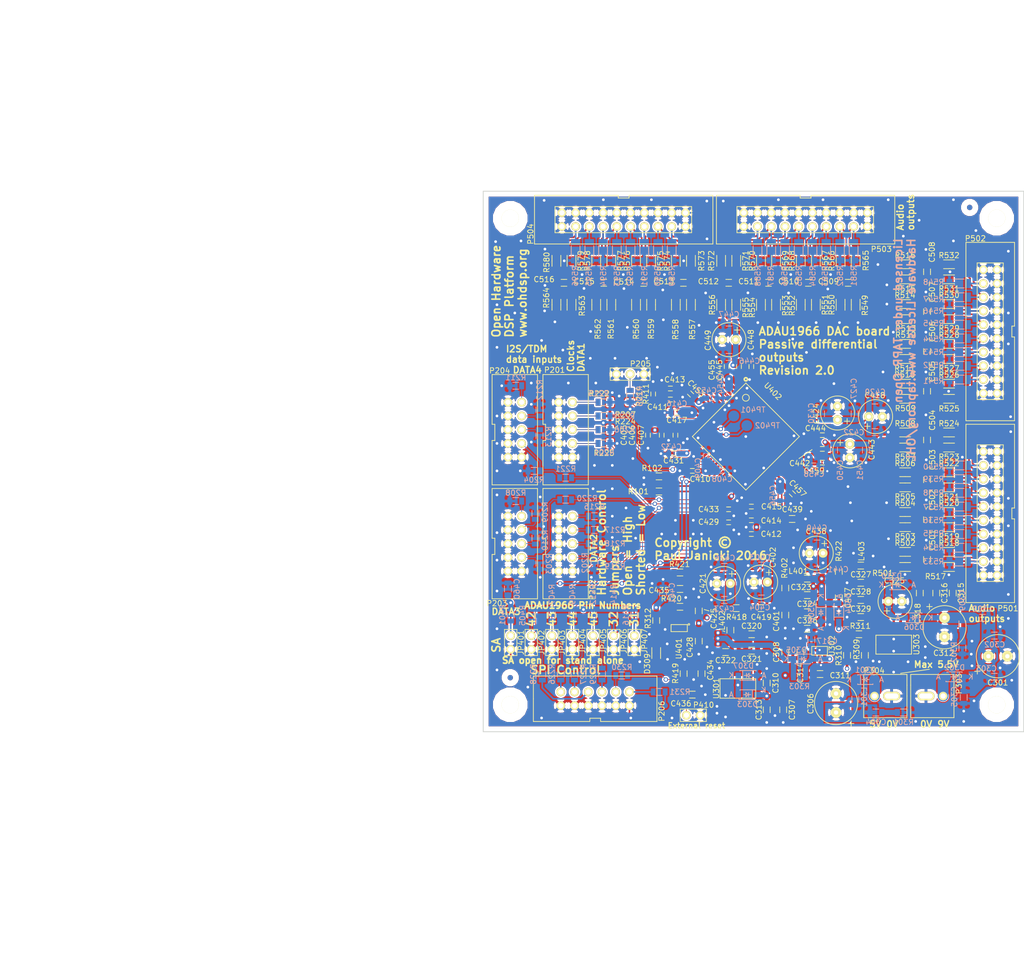
<source format=kicad_pcb>
(kicad_pcb (version 4) (host pcbnew 4.0.2-stable)
  (title_block (title "ADAU1966 DAC with Passive Output Filters") (date 2016-05-25) (rev 2.0) (company "Open Hardware DSP Platform - www.ohdsp.org") (comment 1 "MERCHANTABILITY, SATISFACTORY QUALITY AND FITNESS FOR A PARTICULAR PURPOSE.") (comment 2 "is distributed WITHOUT ANY EXPRESS OR IMPLIED WARRANTY, INCLUDING OF") (comment 3 "Licensed under the TAPR Open Hardware License (www.tapr.org/OHL). This documentation") (comment 4 "Copyright Paul Janicki 2016"))
  (layers (0 F.Cu signal) (1 In1.Cu signal) (2 In2.Cu signal) (31 B.Cu signal) (34 B.Paste user) (35 F.Paste user) (36 B.SilkS user) (37 F.SilkS user) (38 B.Mask user) (39 F.Mask user) (44 Edge.Cuts user))
  (net 0 "")
  (net 1 "Net-(C301-Pad1)")
  (net 2 GNDA)
  (net 3 VPP)
  (net 4 VDD)
  (net 5 "Net-(C401-Pad1)")
  (net 6 "Net-(C501-Pad1)")
  (net 7 /ADAU1966/DVDD)
  (net 8 "Net-(C513-Pad2)")
  (net 9 /ADAU1966/IOVDD)
  (net 10 /ADAU1966/MAN_RST_IN)
  (net 11 /ADAU1966/DAC_RESET)
  (net 12 /ADAU1966/AVDD)
  (net 13 "Net-(D301-Pad1)")
  (net 14 "Net-(D301-Pad2)")
  (net 15 "Net-(P201-Pad8)")
  (net 16 "Net-(P202-Pad2)")
  (net 17 "Net-(P202-Pad4)")
  (net 18 "Net-(P202-Pad6)")
  (net 19 "Net-(P202-Pad8)")
  (net 20 "Net-(P203-Pad8)")
  (net 21 "Net-(P204-Pad8)")
  (net 22 /ADAU1966/SA)
  (net 23 /ADAU1966/DSDATA7)
  (net 24 /ADAU1966/DSDATA8)
  (net 25 /ADAU1966/LF)
  (net 26 /ADAU1966/DACOUT_SDATA5)
  (net 27 /ADAU1966/DACOUT_SDATA6)
  (net 28 /ADAU1966/DACOUT_SDATA2)
  (net 29 /ADAU1966/MCLK)
  (net 30 /ADAU1966/DACOUT_LRCLK)
  (net 31 /ADAU1966/DACOUT_SDATA4)
  (net 32 /ADAU1966/DACOUT_SDATA3)
  (net 33 "Net-(R309-Pad1)")
  (net 34 /ADAU1966/OUT_1P)
  (net 35 /ADAU1966/OUT_2P)
  (net 36 /ADAU1966/OUT_3P)
  (net 37 /ADAU1966/OUT_4P)
  (net 38 /ADAU1966/OUT_5P)
  (net 39 /ADAU1966/OUT_6P)
  (net 40 /ADAU1966/OUT_7P)
  (net 41 /ADAU1966/OUT_8P)
  (net 42 /ADAU1966/OUT_9P)
  (net 43 /ADAU1966/OUT_10P)
  (net 44 /ADAU1966/OUT_11P)
  (net 45 /ADAU1966/OUT_12P)
  (net 46 /ADAU1966/OUT_13P)
  (net 47 /ADAU1966/OUT_14P)
  (net 48 /ADAU1966/OUT_15P)
  (net 49 /ADAU1966/OUT_16P)
  (net 50 "Net-(C511-Pad1)")
  (net 51 "Net-(C511-Pad2)")
  (net 52 /AnaloguePassiveFilters/N1)
  (net 53 /AnaloguePassiveFilters/N2)
  (net 54 /AnaloguePassiveFilters/N3)
  (net 55 /AnaloguePassiveFilters/N4)
  (net 56 /AnaloguePassiveFilters/N5)
  (net 57 /AnaloguePassiveFilters/N6)
  (net 58 /AnaloguePassiveFilters/N7)
  (net 59 /AnaloguePassiveFilters/N8)
  (net 60 /AnaloguePassiveFilters/N9)
  (net 61 /AnaloguePassiveFilters/N10)
  (net 62 /AnaloguePassiveFilters/N11)
  (net 63 /AnaloguePassiveFilters/N12)
  (net 64 /AnaloguePassiveFilters/N13)
  (net 65 /AnaloguePassiveFilters/N14)
  (net 66 /AnaloguePassiveFilters/N15)
  (net 67 /AnaloguePassiveFilters/N16)
  (net 68 "Net-(C411-Pad2)")
  (net 69 "Net-(C418-Pad1)")
  (net 70 "Net-(C434-Pad1)")
  (net 71 "Net-(C501-Pad2)")
  (net 72 "Net-(C502-Pad1)")
  (net 73 "Net-(C502-Pad2)")
  (net 74 "Net-(C503-Pad1)")
  (net 75 "Net-(C503-Pad2)")
  (net 76 "Net-(C504-Pad1)")
  (net 77 "Net-(C504-Pad2)")
  (net 78 "Net-(C505-Pad1)")
  (net 79 "Net-(C505-Pad2)")
  (net 80 "Net-(C506-Pad1)")
  (net 81 "Net-(C506-Pad2)")
  (net 82 "Net-(C507-Pad1)")
  (net 83 "Net-(C507-Pad2)")
  (net 84 "Net-(C508-Pad1)")
  (net 85 "Net-(C508-Pad2)")
  (net 86 "Net-(C510-Pad1)")
  (net 87 "Net-(C510-Pad2)")
  (net 88 "Net-(C512-Pad1)")
  (net 89 "Net-(C512-Pad2)")
  (net 90 "Net-(C514-Pad1)")
  (net 91 "Net-(C514-Pad2)")
  (net 92 "Net-(C516-Pad1)")
  (net 93 "Net-(C516-Pad2)")
  (net 94 "Net-(C509-Pad1)")
  (net 95 "Net-(C509-Pad2)")
  (net 96 "Net-(C513-Pad1)")
  (net 97 "Net-(C515-Pad1)")
  (net 98 "Net-(C515-Pad2)")
  (net 99 "Net-(P501-Pad4)")
  (net 100 "Net-(P501-Pad6)")
  (net 101 "Net-(P501-Pad8)")
  (net 102 "Net-(P501-Pad10)")
  (net 103 "Net-(P501-Pad12)")
  (net 104 "Net-(P501-Pad14)")
  (net 105 "Net-(P501-Pad16)")
  (net 106 "Net-(P501-Pad18)")
  (net 107 "Net-(P502-Pad4)")
  (net 108 "Net-(P502-Pad6)")
  (net 109 "Net-(P502-Pad8)")
  (net 110 "Net-(P502-Pad10)")
  (net 111 "Net-(P502-Pad12)")
  (net 112 "Net-(P502-Pad14)")
  (net 113 "Net-(P502-Pad16)")
  (net 114 "Net-(P502-Pad18)")
  (net 115 "Net-(P503-Pad4)")
  (net 116 "Net-(P503-Pad6)")
  (net 117 "Net-(P503-Pad8)")
  (net 118 "Net-(P503-Pad10)")
  (net 119 "Net-(P503-Pad12)")
  (net 120 "Net-(P503-Pad14)")
  (net 121 "Net-(P503-Pad16)")
  (net 122 "Net-(P503-Pad18)")
  (net 123 "Net-(P504-Pad4)")
  (net 124 "Net-(P504-Pad6)")
  (net 125 "Net-(P504-Pad8)")
  (net 126 "Net-(P504-Pad10)")
  (net 127 "Net-(P504-Pad12)")
  (net 128 "Net-(P504-Pad14)")
  (net 129 "Net-(P504-Pad16)")
  (net 130 "Net-(P504-Pad18)")
  (net 131 VAA)
  (net 132 "Net-(D302-Pad1)")
  (net 133 "Net-(P201-Pad2)")
  (net 134 "Net-(P201-Pad4)")
  (net 135 "Net-(P201-Pad6)")
  (net 136 "Net-(P203-Pad2)")
  (net 137 "Net-(P203-Pad4)")
  (net 138 "Net-(P203-Pad6)")
  (net 139 "Net-(P204-Pad2)")
  (net 140 "Net-(P204-Pad4)")
  (net 141 "Net-(P204-Pad6)")
  (net 142 "Net-(C309-Pad1)")
  (net 143 /Connectors/BCLK)
  (net 144 /ADAU1966/DACOUT_SDATA1)
  (net 145 "Net-(C304-Pad1)")
  (net 146 "Net-(C304-Pad2)")
  (net 147 "Net-(C309-Pad2)")
  (net 148 "Net-(C317-Pad1)")
  (net 149 "Net-(C419-Pad1)")
  (net 150 "Net-(C424-Pad1)")
  (net 151 "Net-(C435-Pad1)")
  (net 152 "Net-(C437-Pad1)")
  (net 153 "Net-(C442-Pad2)")
  (net 154 "Net-(C444-Pad1)")
  (net 155 "Net-(C445-Pad2)")
  (net 156 "Net-(C448-Pad1)")
  (net 157 "Net-(D309-Pad1)")
  (net 158 "Net-(P205-Pad2)")
  (net 159 "Net-(R310-Pad1)")
  (net 160 "Net-(P206-Pad2)")
  (net 161 "Net-(P206-Pad4)")
  (net 162 "Net-(P206-Pad6)")
  (net 163 "Net-(P206-Pad8)")
  (net 164 "Net-(P206-Pad10)")
  (net 165 "Net-(P206-Pad12)")
  (net 166 /ADAU1966/DAC_MISO)
  (net 167 /ADAU1966/DAC_CLK)
  (net 168 /ADAU1966/DAC_MOSI)
  (net 169 /ADAU1966/DAC_CS)
  (net 170 /Connectors/GPIO)
  (net 171 "Net-(TP401-Pad1)")
  (net 172 "Net-(TP402-Pad1)")
  (module MyKiCadLibs-Footprints:SMD-0805 (layer B.Cu) (at 115.922 139.332 270)
    (fp_text reference R228 (at 0 1.651 270) (layer B.SilkS) (effects (justify mirror)))
    (fp_text value 0 hide)
    (pad 1 smd rect (at -1.1 0 270) (size 0.9 1.3) (layers B.Cu B.Paste B.Mask) (net 168 /ADAU1966/DAC_MOSI))
    (pad 2 smd rect (at 1.1 0 270) (size 0.9 1.3) (layers B.Cu B.Paste B.Mask) (net 162 "Net-(P206-Pad6)"))
  )
  (module MyKiCadLibs-Footprints:SMD-0805 (layer B.Cu) (at 115.414 118.842 90)
    (fp_text reference R203 (at -0.043 1.778 90) (layer B.SilkS) (effects (justify mirror)))
    (fp_text value N/F hide)
    (pad 1 smd rect (at -1.1 0 90) (size 0.9 1.3) (layers B.Cu B.Paste B.Mask) (net 2 GNDA))
    (pad 2 smd rect (at 1.1 0 90) (size 0.9 1.3) (layers B.Cu B.Paste B.Mask) (net 20 "Net-(P203-Pad8)"))
  )
  (module MyKiCadLibs-Footprints:SMD-0805 (layer F.Cu) (at 143.692 143.142)
    (fp_text reference C436 (at -2.116 1.651) (layer F.SilkS))
    (fp_text value 100n hide)
    (pad 1 smd rect (at -1.1 0) (size 0.9 1.3) (layers F.Cu F.Paste F.Mask) (net 10 /ADAU1966/MAN_RST_IN))
    (pad 2 smd rect (at 1.1 0) (size 0.9 1.3) (layers F.Cu F.Paste F.Mask) (net 2 GNDA))
  )
  (module MyKiCadLibs-Footprints:SMD-0805 (layer B.Cu) (at 129.13 128.41 90)
    (fp_text reference R414 (at 3.81 0 90) (layer B.SilkS) (effects (justify mirror)))
    (fp_text value 10k hide)
    (pad 1 smd rect (at -1.1 0 90) (size 0.9 1.3) (layers B.Cu B.Paste B.Mask) (net 23 /ADAU1966/DSDATA7))
    (pad 2 smd rect (at 1.1 0 90) (size 0.9 1.3) (layers B.Cu B.Paste B.Mask) (net 3 VPP))
  )
  (module MyKiCadLibs-Footprints:SMD-0805 (layer B.Cu) (at 132.94 128.41 90)
    (fp_text reference R416 (at 0 -1.524 90) (layer B.SilkS) (effects (justify mirror)))
    (fp_text value 10k hide)
    (pad 1 smd rect (at -1.1 0 90) (size 0.9 1.3) (layers B.Cu B.Paste B.Mask) (net 24 /ADAU1966/DSDATA8))
    (pad 2 smd rect (at 1.1 0 90) (size 0.9 1.3) (layers B.Cu B.Paste B.Mask) (net 3 VPP))
  )
  (module MyKiCadLibs-Footprints:SMD-0805 (layer F.Cu) (at 174.85 119.266 180)
    (fp_text reference L403 (at -0.127 2.667 270) (layer F.SilkS))
    (fp_text value 600R@100MHz hide)
    (pad 1 smd rect (at -1.1 0 180) (size 0.9 1.3) (layers F.Cu F.Paste F.Mask) (net 131 VAA))
    (pad 2 smd rect (at 1.1 0 180) (size 0.9 1.3) (layers F.Cu F.Paste F.Mask) (net 12 /ADAU1966/AVDD))
  )
  (module MyKiCadLibs-Footprints:SMD-0805 (layer B.Cu) (at 197.372 128.918 180)
    (fp_text reference L302 (at 0.051 1.651 180) (layer B.SilkS) (effects (justify mirror)))
    (fp_text value 600R@100MHz hide)
    (pad 1 smd rect (at -1.1 0 180) (size 0.9 1.3) (layers B.Cu B.Paste B.Mask) (net 1 "Net-(C301-Pad1)"))
    (pad 2 smd rect (at 1.1 0 180) (size 0.9 1.3) (layers B.Cu B.Paste B.Mask) (net 142 "Net-(C309-Pad1)"))
  )
  (module MyKiCadLibs-Footprints:IC-SOT143 (layer F.Cu) (at 141.256 130.834 180)
    (fp_text reference U401 (at 0.061 -3.799 270) (layer F.SilkS))
    (fp_text value ADM811ZART hide)
    (pad 1 smd rect (at -0.75 0.9 180) (size 1.2 0.9) (layers F.Cu F.Paste F.Mask) (net 2 GNDA))
    (pad 2 smd rect (at 0.95 0.9 180) (size 0.8 0.9) (layers F.Cu F.Paste F.Mask) (net 151 "Net-(C435-Pad1)"))
    (pad 3 smd rect (at 0.95 -0.9 180) (size 0.8 0.9) (layers F.Cu F.Paste F.Mask) (net 70 "Net-(C434-Pad1)"))
    (pad 4 smd rect (at -0.95 -0.9 180) (size 0.8 0.9) (layers F.Cu F.Paste F.Mask) (net 4 VDD))
  )
  (module MyKiCadLibs-Footprints:DIODE-SOD-123 (layer B.Cu) (at 153.895 143.142 180)
    (fp_text reference D303 (at 0 -1.778 180) (layer B.SilkS) (effects (justify mirror)))
    (fp_text value SS14L hide)
    (fp_text user K (at -2.9845 0.8255 180) (layer B.SilkS) (effects (justify mirror)))
    (fp_text user A (at 3 0 180) (layer B.SilkS) (effects (justify mirror)))
    (pad 2 smd rect (at -1.7 0 180) (size 1 1) (layers B.Cu B.Paste B.Mask) (net 145 "Net-(C304-Pad1)"))
    (pad 1 smd rect (at 1.7 0 180) (size 1 1) (layers B.Cu B.Paste B.Mask) (net 3 VPP))
  )
  (module MyKiCadLibs-Footprints:SMD-0805 (layer F.Cu) (at 160.88 135.268 90)
    (fp_text reference C308 (at 0 -1.651 90) (layer F.SilkS))
    (fp_text value 22u hide)
    (pad 1 smd rect (at -1.1 0 90) (size 0.9 1.3) (layers F.Cu F.Paste F.Mask) (net 145 "Net-(C304-Pad1)"))
    (pad 2 smd rect (at 1.1 0 90) (size 0.9 1.3) (layers F.Cu F.Paste F.Mask) (net 2 GNDA))
  )
  (module MyKiCadLibs-Footprints:SMD-0805 (layer F.Cu) (at 119.935 66.942)
    (fp_text reference C516 (at -3.6828 -0.635) (layer F.SilkS))
    (fp_text value 2n7 hide)
    (pad 1 smd rect (at -1.1 0) (size 0.9 1.3) (layers F.Cu F.Paste F.Mask) (net 92 "Net-(C516-Pad1)"))
    (pad 2 smd rect (at 1.1 0) (size 0.9 1.3) (layers F.Cu F.Paste F.Mask) (net 93 "Net-(C516-Pad2)"))
  )
  (module MyKiCadLibs-Footprints:SMD-0805 (layer F.Cu) (at 127.301 66.942)
    (fp_text reference C515 (at -3.632 -0.254 180) (layer F.SilkS))
    (fp_text value 2n7 hide)
    (pad 1 smd rect (at -1.1 0) (size 0.9 1.3) (layers F.Cu F.Paste F.Mask) (net 97 "Net-(C515-Pad1)"))
    (pad 2 smd rect (at 1.1 0) (size 0.9 1.3) (layers F.Cu F.Paste F.Mask) (net 98 "Net-(C515-Pad2)"))
  )
  (module MyKiCadLibs-Footprints:SMD-0805 (layer F.Cu) (at 134.667 66.942)
    (fp_text reference C514 (at -3.6574 -0.1905) (layer F.SilkS))
    (fp_text value 2n7 hide)
    (pad 1 smd rect (at -1.1 0) (size 0.9 1.3) (layers F.Cu F.Paste F.Mask) (net 90 "Net-(C514-Pad1)"))
    (pad 2 smd rect (at 1.1 0) (size 0.9 1.3) (layers F.Cu F.Paste F.Mask) (net 91 "Net-(C514-Pad2)"))
  )
  (module MyKiCadLibs-Footprints:SMD-0805 (layer F.Cu) (at 142.033 66.942)
    (fp_text reference C513 (at -3.632 -0.254) (layer F.SilkS))
    (fp_text value 2n7 hide)
    (pad 1 smd rect (at -1.1 0) (size 0.9 1.3) (layers F.Cu F.Paste F.Mask) (net 96 "Net-(C513-Pad1)"))
    (pad 2 smd rect (at 1.1 0) (size 0.9 1.3) (layers F.Cu F.Paste F.Mask) (net 8 "Net-(C513-Pad2)"))
  )
  (module MyKiCadLibs-Footprints:SMD-0805 (layer F.Cu) (at 150.415 66.942)
    (fp_text reference C512 (at -3.759 -0.254) (layer F.SilkS))
    (fp_text value 2n7 hide)
    (pad 1 smd rect (at -1.1 0) (size 0.9 1.3) (layers F.Cu F.Paste F.Mask) (net 88 "Net-(C512-Pad1)"))
    (pad 2 smd rect (at 1.1 0) (size 0.9 1.3) (layers F.Cu F.Paste F.Mask) (net 89 "Net-(C512-Pad2)"))
  )
  (module MyKiCadLibs-Footprints:SMD-0805 (layer F.Cu) (at 157.781 66.942)
    (fp_text reference C511 (at -3.6574 -0.254) (layer F.SilkS))
    (fp_text value 2n7 hide)
    (pad 1 smd rect (at -1.1 0) (size 0.9 1.3) (layers F.Cu F.Paste F.Mask) (net 50 "Net-(C511-Pad1)"))
    (pad 2 smd rect (at 1.1 0) (size 0.9 1.3) (layers F.Cu F.Paste F.Mask) (net 51 "Net-(C511-Pad2)"))
  )
  (module MyKiCadLibs-Footprints:SMD-0805 (layer F.Cu) (at 165.147 66.942)
    (fp_text reference C510 (at -3.632 -0.254) (layer F.SilkS))
    (fp_text value 2n7 hide)
    (pad 1 smd rect (at -1.1 0) (size 0.9 1.3) (layers F.Cu F.Paste F.Mask) (net 86 "Net-(C510-Pad1)"))
    (pad 2 smd rect (at 1.1 0) (size 0.9 1.3) (layers F.Cu F.Paste F.Mask) (net 87 "Net-(C510-Pad2)"))
  )
  (module MyKiCadLibs-Footprints:SMD-0805 (layer F.Cu) (at 172.513 66.942)
    (fp_text reference C509 (at -3.632 -0.254) (layer F.SilkS))
    (fp_text value 2n7 hide)
    (pad 1 smd rect (at -1.1 0) (size 0.9 1.3) (layers F.Cu F.Paste F.Mask) (net 94 "Net-(C509-Pad1)"))
    (pad 2 smd rect (at 1.1 0) (size 0.9 1.3) (layers F.Cu F.Paste F.Mask) (net 95 "Net-(C509-Pad2)"))
  )
  (module MyKiCadLibs-Footprints:SMD-0805 (layer F.Cu) (at 187.118 64.91 270)
    (fp_text reference C508 (at -3.6576 -0.9146 270) (layer F.SilkS))
    (fp_text value 2n7 hide)
    (pad 1 smd rect (at -1.1 0 270) (size 0.9 1.3) (layers F.Cu F.Paste F.Mask) (net 84 "Net-(C508-Pad1)"))
    (pad 2 smd rect (at 1.1 0 270) (size 0.9 1.3) (layers F.Cu F.Paste F.Mask) (net 85 "Net-(C508-Pad2)"))
  )
  (module MyKiCadLibs-Footprints:SMD-1206 (layer F.Cu) (at 125.904 71.006 90)
    (fp_text reference R562 (at -4.4958 0.305 90) (layer F.SilkS))
    (fp_text value 240 hide)
    (pad 1 smd rect (at -1.7 0 90) (size 1.1 1.7) (layers F.Cu F.Paste F.Mask) (net 66 /AnaloguePassiveFilters/N15))
    (pad 2 smd rect (at 1.7 0 90) (size 1.1 1.7) (layers F.Cu F.Paste F.Mask) (net 97 "Net-(C515-Pad1)"))
  )
  (module MyKiCadLibs-Footprints:SMD-1206 (layer F.Cu) (at 128.698 71.006 90)
    (fp_text reference R561 (at -4.445 -0.076 90) (layer F.SilkS))
    (fp_text value 240 hide)
    (pad 1 smd rect (at -1.7 0 90) (size 1.1 1.7) (layers F.Cu F.Paste F.Mask) (net 48 /ADAU1966/OUT_15P))
    (pad 2 smd rect (at 1.7 0 90) (size 1.1 1.7) (layers F.Cu F.Paste F.Mask) (net 98 "Net-(C515-Pad2)"))
  )
  (module MyKiCadLibs-Footprints:SMD-1206 (layer F.Cu) (at 133.27 71.006 90)
    (fp_text reference R560 (at -4.4958 0.0256 90) (layer F.SilkS))
    (fp_text value 240 hide)
    (pad 1 smd rect (at -1.7 0 90) (size 1.1 1.7) (layers F.Cu F.Paste F.Mask) (net 65 /AnaloguePassiveFilters/N14))
    (pad 2 smd rect (at 1.7 0 90) (size 1.1 1.7) (layers F.Cu F.Paste F.Mask) (net 90 "Net-(C514-Pad1)"))
  )
  (module MyKiCadLibs-Footprints:SMD-1206 (layer F.Cu) (at 136.064 71.006 90)
    (fp_text reference R559 (at -4.4704 0.0002 90) (layer F.SilkS))
    (fp_text value 240 hide)
    (pad 1 smd rect (at -1.7 0 90) (size 1.1 1.7) (layers F.Cu F.Paste F.Mask) (net 47 /ADAU1966/OUT_14P))
    (pad 2 smd rect (at 1.7 0 90) (size 1.1 1.7) (layers F.Cu F.Paste F.Mask) (net 91 "Net-(C514-Pad2)"))
  )
  (module MyKiCadLibs-Footprints:SMD-1206 (layer F.Cu) (at 140.636 71.006 90)
    (fp_text reference R558 (at -4.572 -0.0506 90) (layer F.SilkS))
    (fp_text value 240 hide)
    (pad 1 smd rect (at -1.7 0 90) (size 1.1 1.7) (layers F.Cu F.Paste F.Mask) (net 64 /AnaloguePassiveFilters/N13))
    (pad 2 smd rect (at 1.7 0 90) (size 1.1 1.7) (layers F.Cu F.Paste F.Mask) (net 96 "Net-(C513-Pad1)"))
  )
  (module MyKiCadLibs-Footprints:SMD-1206 (layer F.Cu) (at 143.43 71.006 90)
    (fp_text reference R557 (at -4.572 0.2542 90) (layer F.SilkS))
    (fp_text value 240 hide)
    (pad 1 smd rect (at -1.7 0 90) (size 1.1 1.7) (layers F.Cu F.Paste F.Mask) (net 46 /ADAU1966/OUT_13P))
    (pad 2 smd rect (at 1.7 0 90) (size 1.1 1.7) (layers F.Cu F.Paste F.Mask) (net 8 "Net-(C513-Pad2)"))
  )
  (module MyKiCadLibs-Footprints:SMD-1206 (layer F.Cu) (at 149.018 71.006 90)
    (fp_text reference R556 (at 0 -1.65 90) (layer F.SilkS))
    (fp_text value 240 hide)
    (pad 1 smd rect (at -1.7 0 90) (size 1.1 1.7) (layers F.Cu F.Paste F.Mask) (net 63 /AnaloguePassiveFilters/N12))
    (pad 2 smd rect (at 1.7 0 90) (size 1.1 1.7) (layers F.Cu F.Paste F.Mask) (net 88 "Net-(C512-Pad1)"))
  )
  (module MyKiCadLibs-Footprints:SMD-1206 (layer F.Cu) (at 151.812 71.006 90)
    (fp_text reference R555 (at -0.508 1.7528 90) (layer F.SilkS))
    (fp_text value 240 hide)
    (pad 1 smd rect (at -1.7 0 90) (size 1.1 1.7) (layers F.Cu F.Paste F.Mask) (net 45 /ADAU1966/OUT_12P))
    (pad 2 smd rect (at 1.7 0 90) (size 1.1 1.7) (layers F.Cu F.Paste F.Mask) (net 89 "Net-(C512-Pad2)"))
  )
  (module MyKiCadLibs-Footprints:SMD-1206 (layer F.Cu) (at 156.384 71.006 90)
    (fp_text reference R554 (at -0.508 -1.6254 90) (layer F.SilkS))
    (fp_text value 240 hide)
    (pad 1 smd rect (at -1.7 0 90) (size 1.1 1.7) (layers F.Cu F.Paste F.Mask) (net 62 /AnaloguePassiveFilters/N11))
    (pad 2 smd rect (at 1.7 0 90) (size 1.1 1.7) (layers F.Cu F.Paste F.Mask) (net 50 "Net-(C511-Pad1)"))
  )
  (module MyKiCadLibs-Footprints:SMD-1206 (layer F.Cu) (at 159.178 71.006 90)
    (fp_text reference R553 (at -0.1524 1.7274 90) (layer F.SilkS))
    (fp_text value 240 hide)
    (pad 1 smd rect (at -1.7 0 90) (size 1.1 1.7) (layers F.Cu F.Paste F.Mask) (net 44 /ADAU1966/OUT_11P))
    (pad 2 smd rect (at 1.7 0 90) (size 1.1 1.7) (layers F.Cu F.Paste F.Mask) (net 51 "Net-(C511-Pad2)"))
  )
  (module MyKiCadLibs-Footprints:SMD-1206 (layer F.Cu) (at 163.75 71.006 90)
    (fp_text reference R552 (at -0.1524 -1.6254 90) (layer F.SilkS))
    (fp_text value 240 hide)
    (pad 1 smd rect (at -1.7 0 90) (size 1.1 1.7) (layers F.Cu F.Paste F.Mask) (net 61 /AnaloguePassiveFilters/N10))
    (pad 2 smd rect (at 1.7 0 90) (size 1.1 1.7) (layers F.Cu F.Paste F.Mask) (net 86 "Net-(C510-Pad1)"))
  )
  (module MyKiCadLibs-Footprints:SMD-1206 (layer F.Cu) (at 166.544 71.006 90)
    (fp_text reference R551 (at 0 1.702 90) (layer F.SilkS))
    (fp_text value 240 hide)
    (pad 1 smd rect (at -1.7 0 90) (size 1.1 1.7) (layers F.Cu F.Paste F.Mask) (net 43 /ADAU1966/OUT_10P))
    (pad 2 smd rect (at 1.7 0 90) (size 1.1 1.7) (layers F.Cu F.Paste F.Mask) (net 87 "Net-(C510-Pad2)"))
  )
  (module MyKiCadLibs-Footprints:SMD-1206 (layer F.Cu) (at 171.116 71.006 90)
    (fp_text reference R550 (at 0 -1.65 90) (layer F.SilkS))
    (fp_text value 240 hide)
    (pad 1 smd rect (at -1.7 0 90) (size 1.1 1.7) (layers F.Cu F.Paste F.Mask) (net 60 /AnaloguePassiveFilters/N9))
    (pad 2 smd rect (at 1.7 0 90) (size 1.1 1.7) (layers F.Cu F.Paste F.Mask) (net 94 "Net-(C509-Pad1)"))
  )
  (module MyKiCadLibs-Footprints:SMD-1206 (layer F.Cu) (at 173.91 71.006 90)
    (fp_text reference R549 (at -0.1016 1.7274 90) (layer F.SilkS))
    (fp_text value 240 hide)
    (pad 1 smd rect (at -1.7 0 90) (size 1.1 1.7) (layers F.Cu F.Paste F.Mask) (net 42 /ADAU1966/OUT_9P))
    (pad 2 smd rect (at 1.7 0 90) (size 1.1 1.7) (layers F.Cu F.Paste F.Mask) (net 95 "Net-(C509-Pad2)"))
  )
  (module MyKiCadLibs-Footprints:SMD-1206 (layer B.Cu) (at 192.96 67.069 180)
    (fp_text reference R548 (at 4.648 0.254 180) (layer B.SilkS) (effects (justify mirror)))
    (fp_text value 100k hide)
    (pad 1 smd rect (at -1.7 0 180) (size 1.1 1.7) (layers B.Cu B.Paste B.Mask) (net 114 "Net-(P502-Pad18)"))
    (pad 2 smd rect (at 1.7 0 180) (size 1.1 1.7) (layers B.Cu B.Paste B.Mask) (net 2 GNDA))
  )
  (module MyKiCadLibs-Footprints:SMD-1206 (layer B.Cu) (at 192.96 69.609 180)
    (fp_text reference R547 (at 4.648 -0.381 180) (layer B.SilkS) (effects (justify mirror)))
    (fp_text value 100k hide)
    (pad 1 smd rect (at -1.7 0 180) (size 1.1 1.7) (layers B.Cu B.Paste B.Mask) (net 113 "Net-(P502-Pad16)"))
    (pad 2 smd rect (at 1.7 0 180) (size 1.1 1.7) (layers B.Cu B.Paste B.Mask) (net 2 GNDA))
  )
  (module MyKiCadLibs-Footprints:SMD-1206 (layer B.Cu) (at 192.96 72.149 180)
    (fp_text reference R546 (at 4.648 0 180) (layer B.SilkS) (effects (justify mirror)))
    (fp_text value 100k hide)
    (pad 1 smd rect (at -1.7 0 180) (size 1.1 1.7) (layers B.Cu B.Paste B.Mask) (net 112 "Net-(P502-Pad14)"))
    (pad 2 smd rect (at 1.7 0 180) (size 1.1 1.7) (layers B.Cu B.Paste B.Mask) (net 2 GNDA))
  )
  (module MyKiCadLibs-Footprints:SMD-1206 (layer B.Cu) (at 192.96 74.689 180)
    (fp_text reference R545 (at 4.648 0.254 180) (layer B.SilkS) (effects (justify mirror)))
    (fp_text value 100k hide)
    (pad 1 smd rect (at -1.7 0 180) (size 1.1 1.7) (layers B.Cu B.Paste B.Mask) (net 111 "Net-(P502-Pad12)"))
    (pad 2 smd rect (at 1.7 0 180) (size 1.1 1.7) (layers B.Cu B.Paste B.Mask) (net 2 GNDA))
  )
  (module MyKiCadLibs-Footprints:SMD-1206 (layer B.Cu) (at 192.96 77.229 180)
    (fp_text reference R544 (at 4.648 -0.127 180) (layer B.SilkS) (effects (justify mirror)))
    (fp_text value 100k hide)
    (pad 1 smd rect (at -1.7 0 180) (size 1.1 1.7) (layers B.Cu B.Paste B.Mask) (net 110 "Net-(P502-Pad10)"))
    (pad 2 smd rect (at 1.7 0 180) (size 1.1 1.7) (layers B.Cu B.Paste B.Mask) (net 2 GNDA))
  )
  (module MyKiCadLibs-Footprints:SMD-1206 (layer B.Cu) (at 192.96 79.769 180)
    (fp_text reference R543 (at 4.648 0 180) (layer B.SilkS) (effects (justify mirror)))
    (fp_text value 100k hide)
    (pad 1 smd rect (at -1.7 0 180) (size 1.1 1.7) (layers B.Cu B.Paste B.Mask) (net 109 "Net-(P502-Pad8)"))
    (pad 2 smd rect (at 1.7 0 180) (size 1.1 1.7) (layers B.Cu B.Paste B.Mask) (net 2 GNDA))
  )
  (module MyKiCadLibs-Footprints:SMD-1206 (layer B.Cu) (at 192.96 82.309 180)
    (fp_text reference R542 (at 4.648 0.127 180) (layer B.SilkS) (effects (justify mirror)))
    (fp_text value 100k hide)
    (pad 1 smd rect (at -1.7 0 180) (size 1.1 1.7) (layers B.Cu B.Paste B.Mask) (net 108 "Net-(P502-Pad6)"))
    (pad 2 smd rect (at 1.7 0 180) (size 1.1 1.7) (layers B.Cu B.Paste B.Mask) (net 2 GNDA))
  )
  (module MyKiCadLibs-Footprints:SMD-1206 (layer B.Cu) (at 192.96 84.849 180)
    (fp_text reference R541 (at 4.648 -0.254 180) (layer B.SilkS) (effects (justify mirror)))
    (fp_text value 100k hide)
    (pad 1 smd rect (at -1.7 0 180) (size 1.1 1.7) (layers B.Cu B.Paste B.Mask) (net 107 "Net-(P502-Pad4)"))
    (pad 2 smd rect (at 1.7 0 180) (size 1.1 1.7) (layers B.Cu B.Paste B.Mask) (net 2 GNDA))
  )
  (module MyKiCadLibs-Footprints:SMD-1206 (layer B.Cu) (at 192.96 100.724 180)
    (fp_text reference R540 (at 4.648 -0.254 180) (layer B.SilkS) (effects (justify mirror)))
    (fp_text value 100k hide)
    (pad 1 smd rect (at -1.7 0 180) (size 1.1 1.7) (layers B.Cu B.Paste B.Mask) (net 106 "Net-(P501-Pad18)"))
    (pad 2 smd rect (at 1.7 0 180) (size 1.1 1.7) (layers B.Cu B.Paste B.Mask) (net 2 GNDA))
  )
  (module MyKiCadLibs-Footprints:SMD-1206 (layer B.Cu) (at 192.96 103.264 180)
    (fp_text reference R539 (at 4.648 0 180) (layer B.SilkS) (effects (justify mirror)))
    (fp_text value 100k hide)
    (pad 1 smd rect (at -1.7 0 180) (size 1.1 1.7) (layers B.Cu B.Paste B.Mask) (net 105 "Net-(P501-Pad16)"))
    (pad 2 smd rect (at 1.7 0 180) (size 1.1 1.7) (layers B.Cu B.Paste B.Mask) (net 2 GNDA))
  )
  (module MyKiCadLibs-Footprints:SMD-1206 (layer B.Cu) (at 192.96 105.804 180)
    (fp_text reference R538 (at 4.648 0 180) (layer B.SilkS) (effects (justify mirror)))
    (fp_text value 100k hide)
    (pad 1 smd rect (at -1.7 0 180) (size 1.1 1.7) (layers B.Cu B.Paste B.Mask) (net 104 "Net-(P501-Pad14)"))
    (pad 2 smd rect (at 1.7 0 180) (size 1.1 1.7) (layers B.Cu B.Paste B.Mask) (net 2 GNDA))
  )
  (module MyKiCadLibs-Footprints:SMD-1206 (layer B.Cu) (at 192.96 108.344 180)
    (fp_text reference R537 (at 4.648 -0.127 180) (layer B.SilkS) (effects (justify mirror)))
    (fp_text value 100k hide)
    (pad 1 smd rect (at -1.7 0 180) (size 1.1 1.7) (layers B.Cu B.Paste B.Mask) (net 103 "Net-(P501-Pad12)"))
    (pad 2 smd rect (at 1.7 0 180) (size 1.1 1.7) (layers B.Cu B.Paste B.Mask) (net 2 GNDA))
  )
  (module MyKiCadLibs-Footprints:SMD-1206 (layer B.Cu) (at 192.96 110.884 180)
    (fp_text reference R536 (at 4.648 0 180) (layer B.SilkS) (effects (justify mirror)))
    (fp_text value 100k hide)
    (pad 1 smd rect (at -1.7 0 180) (size 1.1 1.7) (layers B.Cu B.Paste B.Mask) (net 102 "Net-(P501-Pad10)"))
    (pad 2 smd rect (at 1.7 0 180) (size 1.1 1.7) (layers B.Cu B.Paste B.Mask) (net 2 GNDA))
  )
  (module MyKiCadLibs-Footprints:SMD-1206 (layer B.Cu) (at 192.96 113.424 180)
    (fp_text reference R535 (at 4.648 0.127 180) (layer B.SilkS) (effects (justify mirror)))
    (fp_text value 100k hide)
    (pad 1 smd rect (at -1.7 0 180) (size 1.1 1.7) (layers B.Cu B.Paste B.Mask) (net 101 "Net-(P501-Pad8)"))
    (pad 2 smd rect (at 1.7 0 180) (size 1.1 1.7) (layers B.Cu B.Paste B.Mask) (net 2 GNDA))
  )
  (module MyKiCadLibs-Footprints:SMD-1206 (layer F.Cu) (at 191.182 63.513)
    (fp_text reference R532 (at 0 -1.65) (layer F.SilkS))
    (fp_text value 100 hide)
    (pad 1 smd rect (at -1.7 0) (size 1.1 1.7) (layers F.Cu F.Paste F.Mask) (net 84 "Net-(C508-Pad1)"))
    (pad 2 smd rect (at 1.7 0) (size 1.1 1.7) (layers F.Cu F.Paste F.Mask) (net 114 "Net-(P502-Pad18)"))
  )
  (module MyKiCadLibs-Footprints:SMD-1206 (layer F.Cu) (at 191.182 66.307)
    (fp_text reference R531 (at 0.0002 1.7272) (layer F.SilkS))
    (fp_text value 100 hide)
    (pad 1 smd rect (at -1.7 0) (size 1.1 1.7) (layers F.Cu F.Paste F.Mask) (net 85 "Net-(C508-Pad2)"))
    (pad 2 smd rect (at 1.7 0) (size 1.1 1.7) (layers F.Cu F.Paste F.Mask) (net 113 "Net-(P502-Pad16)"))
  )
  (module MyKiCadLibs-Footprints:SMD-1206 (layer F.Cu) (at 191.182 70.879)
    (fp_text reference R530 (at 0 -1.65) (layer F.SilkS))
    (fp_text value 100 hide)
    (pad 1 smd rect (at -1.7 0) (size 1.1 1.7) (layers F.Cu F.Paste F.Mask) (net 82 "Net-(C507-Pad1)"))
    (pad 2 smd rect (at 1.7 0) (size 1.1 1.7) (layers F.Cu F.Paste F.Mask) (net 112 "Net-(P502-Pad14)"))
  )
  (module MyKiCadLibs-Footprints:SMD-1206 (layer F.Cu) (at 191.182 73.673)
    (fp_text reference R529 (at 0 1.7018) (layer F.SilkS))
    (fp_text value 100 hide)
    (pad 1 smd rect (at -1.7 0) (size 1.1 1.7) (layers F.Cu F.Paste F.Mask) (net 83 "Net-(C507-Pad2)"))
    (pad 2 smd rect (at 1.7 0) (size 1.1 1.7) (layers F.Cu F.Paste F.Mask) (net 111 "Net-(P502-Pad12)"))
  )
  (module MyKiCadLibs-Footprints:SMD-1206 (layer F.Cu) (at 191.182 78.245)
    (fp_text reference R528 (at 0 -1.65) (layer F.SilkS))
    (fp_text value 100 hide)
    (pad 1 smd rect (at -1.7 0) (size 1.1 1.7) (layers F.Cu F.Paste F.Mask) (net 80 "Net-(C506-Pad1)"))
    (pad 2 smd rect (at 1.7 0) (size 1.1 1.7) (layers F.Cu F.Paste F.Mask) (net 110 "Net-(P502-Pad10)"))
  )
  (module MyKiCadLibs-Footprints:SMD-1206 (layer F.Cu) (at 191.182 81.039)
    (fp_text reference R527 (at 0.0002 1.7272) (layer F.SilkS))
    (fp_text value 100 hide)
    (pad 1 smd rect (at -1.7 0) (size 1.1 1.7) (layers F.Cu F.Paste F.Mask) (net 81 "Net-(C506-Pad2)"))
    (pad 2 smd rect (at 1.7 0) (size 1.1 1.7) (layers F.Cu F.Paste F.Mask) (net 109 "Net-(P502-Pad8)"))
  )
  (module MyKiCadLibs-Footprints:SMD-1206 (layer F.Cu) (at 191.182 85.611)
    (fp_text reference R526 (at 0 -1.65) (layer F.SilkS))
    (fp_text value 100 hide)
    (pad 1 smd rect (at -1.7 0) (size 1.1 1.7) (layers F.Cu F.Paste F.Mask) (net 78 "Net-(C505-Pad1)"))
    (pad 2 smd rect (at 1.7 0) (size 1.1 1.7) (layers F.Cu F.Paste F.Mask) (net 108 "Net-(P502-Pad6)"))
  )
  (module MyKiCadLibs-Footprints:SMD-1206 (layer F.Cu) (at 191.182 88.405)
    (fp_text reference R525 (at 0.0002 1.8288) (layer F.SilkS))
    (fp_text value 100 hide)
    (pad 1 smd rect (at -1.7 0) (size 1.1 1.7) (layers F.Cu F.Paste F.Mask) (net 79 "Net-(C505-Pad2)"))
    (pad 2 smd rect (at 1.7 0) (size 1.1 1.7) (layers F.Cu F.Paste F.Mask) (net 107 "Net-(P502-Pad4)"))
  )
  (module MyKiCadLibs-Footprints:SMD-1206 (layer F.Cu) (at 191.182 94.628)
    (fp_text reference R524 (at 0 -1.65) (layer F.SilkS))
    (fp_text value 100 hide)
    (pad 1 smd rect (at -1.7 0) (size 1.1 1.7) (layers F.Cu F.Paste F.Mask) (net 76 "Net-(C504-Pad1)"))
    (pad 2 smd rect (at 1.7 0) (size 1.1 1.7) (layers F.Cu F.Paste F.Mask) (net 106 "Net-(P501-Pad18)"))
  )
  (module MyKiCadLibs-Footprints:SMD-1206 (layer F.Cu) (at 191.182 97.422)
    (fp_text reference R523 (at 0.0002 1.7272) (layer F.SilkS))
    (fp_text value 100 hide)
    (pad 1 smd rect (at -1.7 0) (size 1.1 1.7) (layers F.Cu F.Paste F.Mask) (net 77 "Net-(C504-Pad2)"))
    (pad 2 smd rect (at 1.7 0) (size 1.1 1.7) (layers F.Cu F.Paste F.Mask) (net 105 "Net-(P501-Pad16)"))
  )
  (module MyKiCadLibs-Footprints:SMD-1206 (layer F.Cu) (at 191.182 101.994)
    (fp_text reference R522 (at 0 -1.65) (layer F.SilkS))
    (fp_text value 100 hide)
    (pad 1 smd rect (at -1.7 0) (size 1.1 1.7) (layers F.Cu F.Paste F.Mask) (net 74 "Net-(C503-Pad1)"))
    (pad 2 smd rect (at 1.7 0) (size 1.1 1.7) (layers F.Cu F.Paste F.Mask) (net 104 "Net-(P501-Pad14)"))
  )
  (module MyKiCadLibs-Footprints:SMD-1206 (layer F.Cu) (at 191.182 104.788)
    (fp_text reference R521 (at 0 1.7526) (layer F.SilkS))
    (fp_text value 100 hide)
    (pad 1 smd rect (at -1.7 0) (size 1.1 1.7) (layers F.Cu F.Paste F.Mask) (net 75 "Net-(C503-Pad2)"))
    (pad 2 smd rect (at 1.7 0) (size 1.1 1.7) (layers F.Cu F.Paste F.Mask) (net 103 "Net-(P501-Pad12)"))
  )
  (module MyKiCadLibs-Footprints:SMD-1206 (layer F.Cu) (at 191.182 109.36)
    (fp_text reference R520 (at 0 -1.65) (layer F.SilkS))
    (fp_text value 100 hide)
    (pad 1 smd rect (at -1.7 0) (size 1.1 1.7) (layers F.Cu F.Paste F.Mask) (net 72 "Net-(C502-Pad1)"))
    (pad 2 smd rect (at 1.7 0) (size 1.1 1.7) (layers F.Cu F.Paste F.Mask) (net 102 "Net-(P501-Pad10)"))
  )
  (module MyKiCadLibs-Footprints:SMD-1206 (layer F.Cu) (at 191.182 112.154)
    (fp_text reference R519 (at 0.0002 1.7272) (layer F.SilkS))
    (fp_text value 100 hide)
    (pad 1 smd rect (at -1.7 0) (size 1.1 1.7) (layers F.Cu F.Paste F.Mask) (net 73 "Net-(C502-Pad2)"))
    (pad 2 smd rect (at 1.7 0) (size 1.1 1.7) (layers F.Cu F.Paste F.Mask) (net 101 "Net-(P501-Pad8)"))
  )
  (module MyKiCadLibs-Footprints:SMD-1206 (layer F.Cu) (at 183.054 63.513)
    (fp_text reference R516 (at 0 -1.65) (layer F.SilkS))
    (fp_text value 240 hide)
    (pad 1 smd rect (at -1.7 0) (size 1.1 1.7) (layers F.Cu F.Paste F.Mask) (net 59 /AnaloguePassiveFilters/N8))
    (pad 2 smd rect (at 1.7 0) (size 1.1 1.7) (layers F.Cu F.Paste F.Mask) (net 84 "Net-(C508-Pad1)"))
  )
  (module MyKiCadLibs-Footprints:SMD-1206 (layer F.Cu) (at 183.054 66.307)
    (fp_text reference R515 (at 0 1.7272) (layer F.SilkS))
    (fp_text value 240 hide)
    (pad 1 smd rect (at -1.7 0) (size 1.1 1.7) (layers F.Cu F.Paste F.Mask) (net 41 /ADAU1966/OUT_8P))
    (pad 2 smd rect (at 1.7 0) (size 1.1 1.7) (layers F.Cu F.Paste F.Mask) (net 85 "Net-(C508-Pad2)"))
  )
  (module MyKiCadLibs-Footprints:SMD-1206 (layer F.Cu) (at 183.054 70.879)
    (fp_text reference R514 (at -0.0252 -1.6256) (layer F.SilkS))
    (fp_text value 240 hide)
    (pad 1 smd rect (at -1.7 0) (size 1.1 1.7) (layers F.Cu F.Paste F.Mask) (net 58 /AnaloguePassiveFilters/N7))
    (pad 2 smd rect (at 1.7 0) (size 1.1 1.7) (layers F.Cu F.Paste F.Mask) (net 82 "Net-(C507-Pad1)"))
  )
  (module MyKiCadLibs-Footprints:SMD-1206 (layer F.Cu) (at 183.054 73.673)
    (fp_text reference R513 (at 0.1018 1.7272) (layer F.SilkS))
    (fp_text value 240 hide)
    (pad 1 smd rect (at -1.7 0) (size 1.1 1.7) (layers F.Cu F.Paste F.Mask) (net 40 /ADAU1966/OUT_7P))
    (pad 2 smd rect (at 1.7 0) (size 1.1 1.7) (layers F.Cu F.Paste F.Mask) (net 83 "Net-(C507-Pad2)"))
  )
  (module MyKiCadLibs-Footprints:SMD-1206 (layer F.Cu) (at 183.054 78.245)
    (fp_text reference R512 (at 0.1018 -1.651) (layer F.SilkS))
    (fp_text value 240 hide)
    (pad 1 smd rect (at -1.7 0) (size 1.1 1.7) (layers F.Cu F.Paste F.Mask) (net 57 /AnaloguePassiveFilters/N6))
    (pad 2 smd rect (at 1.7 0) (size 1.1 1.7) (layers F.Cu F.Paste F.Mask) (net 80 "Net-(C506-Pad1)"))
  )
  (module MyKiCadLibs-Footprints:SMD-1206 (layer F.Cu) (at 183.054 81.039)
    (fp_text reference R511 (at -0.0506 1.7272) (layer F.SilkS))
    (fp_text value 240 hide)
    (pad 1 smd rect (at -1.7 0) (size 1.1 1.7) (layers F.Cu F.Paste F.Mask) (net 39 /ADAU1966/OUT_6P))
    (pad 2 smd rect (at 1.7 0) (size 1.1 1.7) (layers F.Cu F.Paste F.Mask) (net 81 "Net-(C506-Pad2)"))
  )
  (module MyKiCadLibs-Footprints:SMD-1206 (layer F.Cu) (at 183.054 85.611)
    (fp_text reference R510 (at -0.076 -1.651) (layer F.SilkS))
    (fp_text value 240 hide)
    (pad 1 smd rect (at -1.7 0) (size 1.1 1.7) (layers F.Cu F.Paste F.Mask) (net 56 /AnaloguePassiveFilters/N5))
    (pad 2 smd rect (at 1.7 0) (size 1.1 1.7) (layers F.Cu F.Paste F.Mask) (net 78 "Net-(C505-Pad1)"))
  )
  (module MyKiCadLibs-Footprints:SMD-1206 (layer F.Cu) (at 183.054 88.405)
    (fp_text reference R509 (at 0.051 1.778) (layer F.SilkS))
    (fp_text value 240 hide)
    (pad 1 smd rect (at -1.7 0) (size 1.1 1.7) (layers F.Cu F.Paste F.Mask) (net 38 /ADAU1966/OUT_5P))
    (pad 2 smd rect (at 1.7 0) (size 1.1 1.7) (layers F.Cu F.Paste F.Mask) (net 79 "Net-(C505-Pad2)"))
  )
  (module MyKiCadLibs-Footprints:SMD-1206 (layer F.Cu) (at 183.054 94.628)
    (fp_text reference R508 (at 0 -1.65) (layer F.SilkS))
    (fp_text value 240 hide)
    (pad 1 smd rect (at -1.7 0) (size 1.1 1.7) (layers F.Cu F.Paste F.Mask) (net 55 /AnaloguePassiveFilters/N4))
    (pad 2 smd rect (at 1.7 0) (size 1.1 1.7) (layers F.Cu F.Paste F.Mask) (net 76 "Net-(C504-Pad1)"))
  )
  (module MyKiCadLibs-Footprints:SMD-1206 (layer F.Cu) (at 183.054 97.422)
    (fp_text reference R507 (at 0.0002 1.7272) (layer F.SilkS))
    (fp_text value 240 hide)
    (pad 1 smd rect (at -1.7 0) (size 1.1 1.7) (layers F.Cu F.Paste F.Mask) (net 37 /ADAU1966/OUT_4P))
    (pad 2 smd rect (at 1.7 0) (size 1.1 1.7) (layers F.Cu F.Paste F.Mask) (net 77 "Net-(C504-Pad2)"))
  )
  (module MyKiCadLibs-Footprints:SMD-1206 (layer F.Cu) (at 183.054 101.994)
    (fp_text reference R506 (at 0 -1.65) (layer F.SilkS))
    (fp_text value 240 hide)
    (pad 1 smd rect (at -1.7 0) (size 1.1 1.7) (layers F.Cu F.Paste F.Mask) (net 54 /AnaloguePassiveFilters/N3))
    (pad 2 smd rect (at 1.7 0) (size 1.1 1.7) (layers F.Cu F.Paste F.Mask) (net 74 "Net-(C503-Pad1)"))
  )
  (module MyKiCadLibs-Footprints:SMD-1206 (layer F.Cu) (at 183.054 104.788)
    (fp_text reference R505 (at 0 1.7272) (layer F.SilkS))
    (fp_text value 240 hide)
    (pad 1 smd rect (at -1.7 0) (size 1.1 1.7) (layers F.Cu F.Paste F.Mask) (net 36 /ADAU1966/OUT_3P))
    (pad 2 smd rect (at 1.7 0) (size 1.1 1.7) (layers F.Cu F.Paste F.Mask) (net 75 "Net-(C503-Pad2)"))
  )
  (module MyKiCadLibs-Footprints:SMD-1206 (layer F.Cu) (at 183.054 109.36)
    (fp_text reference R504 (at 0 -1.65) (layer F.SilkS))
    (fp_text value 240 hide)
    (pad 1 smd rect (at -1.7 0) (size 1.1 1.7) (layers F.Cu F.Paste F.Mask) (net 53 /AnaloguePassiveFilters/N2))
    (pad 2 smd rect (at 1.7 0) (size 1.1 1.7) (layers F.Cu F.Paste F.Mask) (net 72 "Net-(C502-Pad1)"))
  )
  (module MyKiCadLibs-Footprints:SMD-1206 (layer F.Cu) (at 183.054 112.154)
    (fp_text reference R503 (at 0 1.7272) (layer F.SilkS))
    (fp_text value 240 hide)
    (pad 1 smd rect (at -1.7 0) (size 1.1 1.7) (layers F.Cu F.Paste F.Mask) (net 35 /ADAU1966/OUT_2P))
    (pad 2 smd rect (at 1.7 0) (size 1.1 1.7) (layers F.Cu F.Paste F.Mask) (net 73 "Net-(C502-Pad2)"))
  )
  (module MyKiCadLibs-Footprints:SMD-0805 (layer F.Cu) (at 187.118 72.276 270)
    (fp_text reference C507 (at -3.6322 -0.94 270) (layer F.SilkS))
    (fp_text value 2n7 hide)
    (pad 1 smd rect (at -1.1 0 270) (size 0.9 1.3) (layers F.Cu F.Paste F.Mask) (net 82 "Net-(C507-Pad1)"))
    (pad 2 smd rect (at 1.1 0 270) (size 0.9 1.3) (layers F.Cu F.Paste F.Mask) (net 83 "Net-(C507-Pad2)"))
  )
  (module MyKiCadLibs-Footprints:SMD-0805 (layer F.Cu) (at 187.118 79.642 270)
    (fp_text reference C506 (at -3.683 -0.9654 270) (layer F.SilkS))
    (fp_text value 2n7 hide)
    (pad 1 smd rect (at -1.1 0 270) (size 0.9 1.3) (layers F.Cu F.Paste F.Mask) (net 80 "Net-(C506-Pad1)"))
    (pad 2 smd rect (at 1.1 0 270) (size 0.9 1.3) (layers F.Cu F.Paste F.Mask) (net 81 "Net-(C506-Pad2)"))
  )
  (module MyKiCadLibs-Footprints:SMD-0805 (layer F.Cu) (at 187.118 87.008 270)
    (fp_text reference C505 (at -3.683 -0.94 270) (layer F.SilkS))
    (fp_text value 2n7 hide)
    (pad 1 smd rect (at -1.1 0 270) (size 0.9 1.3) (layers F.Cu F.Paste F.Mask) (net 78 "Net-(C505-Pad1)"))
    (pad 2 smd rect (at 1.1 0 270) (size 0.9 1.3) (layers F.Cu F.Paste F.Mask) (net 79 "Net-(C505-Pad2)"))
  )
  (module MyKiCadLibs-Footprints:SMD-0805 (layer F.Cu) (at 187.118 96.025 270)
    (fp_text reference C504 (at -3.6576 -0.9654 270) (layer F.SilkS))
    (fp_text value 2n7 hide)
    (pad 1 smd rect (at -1.1 0 270) (size 0.9 1.3) (layers F.Cu F.Paste F.Mask) (net 76 "Net-(C504-Pad1)"))
    (pad 2 smd rect (at 1.1 0 270) (size 0.9 1.3) (layers F.Cu F.Paste F.Mask) (net 77 "Net-(C504-Pad2)"))
  )
  (module MyKiCadLibs-Footprints:SMD-0805 (layer F.Cu) (at 187.118 103.391 270)
    (fp_text reference C503 (at -3.7084 -0.9908 270) (layer F.SilkS))
    (fp_text value 2n7 hide)
    (pad 1 smd rect (at -1.1 0 270) (size 0.9 1.3) (layers F.Cu F.Paste F.Mask) (net 74 "Net-(C503-Pad1)"))
    (pad 2 smd rect (at 1.1 0 270) (size 0.9 1.3) (layers F.Cu F.Paste F.Mask) (net 75 "Net-(C503-Pad2)"))
  )
  (module MyKiCadLibs-Footprints:SMD-0805 (layer F.Cu) (at 187.118 110.757 270)
    (fp_text reference C502 (at -3.6576 -0.9654 270) (layer F.SilkS))
    (fp_text value 2n7 hide)
    (pad 1 smd rect (at -1.1 0 270) (size 0.9 1.3) (layers F.Cu F.Paste F.Mask) (net 72 "Net-(C502-Pad1)"))
    (pad 2 smd rect (at 1.1 0 270) (size 0.9 1.3) (layers F.Cu F.Paste F.Mask) (net 73 "Net-(C502-Pad2)"))
  )
  (module MyKiCadLibs-Footprints:SMD-0603 (layer F.Cu) (at 136.445 87.516 90)
    (fp_text reference R411 (at 0 -1.346 90) (layer F.SilkS))
    (fp_text value 562 hide)
    (pad 1 smd rect (at -0.95 0 90) (size 0.9 0.9) (layers F.Cu F.Paste F.Mask) (net 68 "Net-(C411-Pad2)"))
    (pad 2 smd rect (at 0.95 0 90) (size 0.9 0.9) (layers F.Cu F.Paste F.Mask) (net 2 GNDA))
  )
  (module MyKiCadLibs-Footprints:SMD-0603 (layer F.Cu) (at 150.4 108.852)
    (fp_text reference C433 (at -3.6955 0) (layer F.SilkS))
    (fp_text value 100n hide)
    (pad 1 smd rect (at -0.95 0) (size 0.9 0.9) (layers F.Cu F.Paste F.Mask) (net 9 /ADAU1966/IOVDD))
    (pad 2 smd rect (at 0.95 0) (size 0.9 0.9) (layers F.Cu F.Paste F.Mask) (net 2 GNDA))
  )
  (module MyKiCadLibs-Footprints:SMD-0603 (layer F.Cu) (at 167.738 100.216)
    (fp_text reference C459 (at -1.524 1.508542) (layer F.SilkS))
    (fp_text value 100n hide)
    (pad 1 smd rect (at -0.95 0) (size 0.9 0.9) (layers F.Cu F.Paste F.Mask) (net 12 /ADAU1966/AVDD))
    (pad 2 smd rect (at 0.95 0) (size 0.9 0.9) (layers F.Cu F.Paste F.Mask) (net 2 GNDA))
  )
  (module MyKiCadLibs-Footprints:SMD-0603 (layer B.Cu) (at 166.148 100.724)
    (fp_text reference C458 (at 0.054023 1.598344) (layer B.SilkS) (effects (justify mirror)))
    (fp_text value 1u hide)
    (pad 1 smd rect (at -0.95 0) (size 0.9 0.9) (layers B.Cu B.Paste B.Mask) (net 12 /ADAU1966/AVDD))
    (pad 2 smd rect (at 0.95 0) (size 0.9 0.9) (layers B.Cu B.Paste B.Mask) (net 2 GNDA))
  )
  (module MyKiCadLibs-Footprints:SMD-0603 (layer F.Cu) (at 162.2006 105.9818 315)
    (fp_text reference C457 (at -0.026799 -1.392081 315) (layer F.SilkS))
    (fp_text value 100n hide)
    (pad 1 smd rect (at -0.95 0 315) (size 0.9 0.9) (layers F.Cu F.Paste F.Mask) (net 12 /ADAU1966/AVDD))
    (pad 2 smd rect (at 0.95 0 315) (size 0.9 0.9) (layers F.Cu F.Paste F.Mask) (net 2 GNDA))
  )
  (module MyKiCadLibs-Footprints:SMD-0603 (layer B.Cu) (at 159.9275 106.3095 270)
    (fp_text reference C456 (at 0.0025 1.3335 270) (layer B.SilkS) (effects (justify mirror)))
    (fp_text value 1u hide)
    (pad 1 smd rect (at -0.95 0 270) (size 0.9 0.9) (layers B.Cu B.Paste B.Mask) (net 12 /ADAU1966/AVDD))
    (pad 2 smd rect (at 0.95 0 270) (size 0.9 0.9) (layers B.Cu B.Paste B.Mask) (net 2 GNDA))
  )
  (module MyKiCadLibs-Footprints:SMD-0603 (layer F.Cu) (at 150.034 82.436 90)
    (fp_text reference C455 (at -0.635 -2.743 90) (layer F.SilkS))
    (fp_text value 100n hide)
    (pad 1 smd rect (at -0.95 0 90) (size 0.9 0.9) (layers F.Cu F.Paste F.Mask) (net 12 /ADAU1966/AVDD))
    (pad 2 smd rect (at 0.95 0 90) (size 0.9 0.9) (layers F.Cu F.Paste F.Mask) (net 2 GNDA))
  )
  (module MyKiCadLibs-Footprints:SMD-0603 (layer B.Cu) (at 150.466 87.323 270)
    (fp_text reference C454 (at -1.712 1.524 270) (layer B.SilkS) (effects (justify mirror)))
    (fp_text value 1u hide)
    (pad 1 smd rect (at -0.95 0 270) (size 0.9 0.9) (layers B.Cu B.Paste B.Mask) (net 12 /ADAU1966/AVDD))
    (pad 2 smd rect (at 0.95 0 270) (size 0.9 0.9) (layers B.Cu B.Paste B.Mask) (net 2 GNDA))
  )
  (module MyKiCadLibs-Footprints:SMD-0603 (layer F.Cu) (at 143.354 87.516 135)
    (fp_text reference C453 (at 0 1.436841 135) (layer F.SilkS))
    (fp_text value 100n hide)
    (pad 1 smd rect (at -0.95 0 135) (size 0.9 0.9) (layers F.Cu F.Paste F.Mask) (net 12 /ADAU1966/AVDD))
    (pad 2 smd rect (at 0.95 0 135) (size 0.9 0.9) (layers F.Cu F.Paste F.Mask) (net 2 GNDA))
  )
  (module MyKiCadLibs-Footprints:SMD-0603 (layer B.Cu) (at 147.291 88.278)
    (fp_text reference C452 (at -1.016 -1.397) (layer B.SilkS) (effects (justify mirror)))
    (fp_text value 1u hide)
    (pad 1 smd rect (at -0.95 0) (size 0.9 0.9) (layers B.Cu B.Paste B.Mask) (net 12 /ADAU1966/AVDD))
    (pad 2 smd rect (at 0.95 0) (size 0.9 0.9) (layers B.Cu B.Paste B.Mask) (net 2 GNDA))
  )
  (module MyKiCadLibs-Footprints:SMD-0603 (layer F.Cu) (at 154.606 82.436 90)
    (fp_text reference C448 (at 4.953 -0.076 90) (layer F.SilkS))
    (fp_text value 470n hide)
    (pad 1 smd rect (at -0.95 0 90) (size 0.9 0.9) (layers F.Cu F.Paste F.Mask) (net 156 "Net-(C448-Pad1)"))
    (pad 2 smd rect (at 0.95 0 90) (size 0.9 0.9) (layers F.Cu F.Paste F.Mask) (net 2 GNDA))
  )
  (module MyKiCadLibs-Footprints:SMD-0603 (layer F.Cu) (at 152.32 82.436 270)
    (fp_text reference C445 (at 0.635 3.632 270) (layer F.SilkS))
    (fp_text value 470n hide)
    (pad 1 smd rect (at -0.95 0 270) (size 0.9 0.9) (layers F.Cu F.Paste F.Mask) (net 12 /ADAU1966/AVDD))
    (pad 2 smd rect (at 0.95 0 270) (size 0.9 0.9) (layers F.Cu F.Paste F.Mask) (net 155 "Net-(C445-Pad2)"))
  )
  (module MyKiCadLibs-Footprints:SMD-0603 (layer F.Cu) (at 167.738 95.136)
    (fp_text reference C444 (at -1.27 -1.27) (layer F.SilkS))
    (fp_text value 470n hide)
    (pad 1 smd rect (at -0.95 0) (size 0.9 0.9) (layers F.Cu F.Paste F.Mask) (net 154 "Net-(C444-Pad1)"))
    (pad 2 smd rect (at 0.95 0) (size 0.9 0.9) (layers F.Cu F.Paste F.Mask) (net 2 GNDA))
  )
  (module MyKiCadLibs-Footprints:SMD-0603 (layer F.Cu) (at 167.738 97.676 180)
    (fp_text reference C442 (at 4.191 -2.667 360) (layer F.SilkS))
    (fp_text value 470n hide)
    (pad 1 smd rect (at -0.95 0 180) (size 0.9 0.9) (layers F.Cu F.Paste F.Mask) (net 12 /ADAU1966/AVDD))
    (pad 2 smd rect (at 0.95 0 180) (size 0.9 0.9) (layers F.Cu F.Paste F.Mask) (net 153 "Net-(C442-Pad2)"))
  )
  (module MyKiCadLibs-Footprints:SMD-0603 (layer B.Cu) (at 140.255 98.565 180)
    (fp_text reference C432 (at 0.457 1.27 180) (layer B.SilkS) (effects (justify mirror)))
    (fp_text value 1u hide)
    (pad 1 smd rect (at -0.95 0 180) (size 0.9 0.9) (layers B.Cu B.Paste B.Mask) (net 9 /ADAU1966/IOVDD))
    (pad 2 smd rect (at 0.95 0 180) (size 0.9 0.9) (layers B.Cu B.Paste B.Mask) (net 2 GNDA))
  )
  (module MyKiCadLibs-Footprints:SMD-0603 (layer F.Cu) (at 140.255 98.438 180)
    (fp_text reference C431 (at 0.0252 -1.397 180) (layer F.SilkS))
    (fp_text value 100n hide)
    (pad 1 smd rect (at -0.95 0 180) (size 0.9 0.9) (layers F.Cu F.Paste F.Mask) (net 9 /ADAU1966/IOVDD))
    (pad 2 smd rect (at 0.95 0 180) (size 0.9 0.9) (layers F.Cu F.Paste F.Mask) (net 2 GNDA))
  )
  (module MyKiCadLibs-Footprints:SMD-0603 (layer F.Cu) (at 150.4 111.265)
    (fp_text reference C429 (at -3.6955 -0.0762) (layer F.SilkS))
    (fp_text value 1u hide)
    (pad 1 smd rect (at -0.95 0) (size 0.9 0.9) (layers F.Cu F.Paste F.Mask) (net 9 /ADAU1966/IOVDD))
    (pad 2 smd rect (at 0.95 0) (size 0.9 0.9) (layers F.Cu F.Paste F.Mask) (net 2 GNDA))
  )
  (module MyKiCadLibs-Footprints:SMD-0603 (layer F.Cu) (at 140.8138 90.9704 180)
    (fp_text reference C417 (at -0.0002 -1.397 180) (layer F.SilkS))
    (fp_text value 100n hide)
    (pad 1 smd rect (at -0.95 0 180) (size 0.9 0.9) (layers F.Cu F.Paste F.Mask) (net 7 /ADAU1966/DVDD))
    (pad 2 smd rect (at 0.95 0 180) (size 0.9 0.9) (layers F.Cu F.Paste F.Mask) (net 2 GNDA))
  )
  (module MyKiCadLibs-Footprints:SMD-0603 (layer F.Cu) (at 154.606 108.344 180)
    (fp_text reference C415 (at -3.734 0 180) (layer F.SilkS))
    (fp_text value 10n hide)
    (pad 1 smd rect (at -0.95 0 180) (size 0.9 0.9) (layers F.Cu F.Paste F.Mask) (net 7 /ADAU1966/DVDD))
    (pad 2 smd rect (at 0.95 0 180) (size 0.9 0.9) (layers F.Cu F.Paste F.Mask) (net 2 GNDA))
  )
  (module MyKiCadLibs-Footprints:SMD-0603 (layer F.Cu) (at 154.606 110.884 180)
    (fp_text reference C414 (at -3.6705 -0.0635 180) (layer F.SilkS))
    (fp_text value 100n hide)
    (pad 1 smd rect (at -0.95 0 180) (size 0.9 0.9) (layers F.Cu F.Paste F.Mask) (net 7 /ADAU1966/DVDD))
    (pad 2 smd rect (at 0.95 0 180) (size 0.9 0.9) (layers F.Cu F.Paste F.Mask) (net 2 GNDA))
  )
  (module MyKiCadLibs-Footprints:SMD-0603 (layer F.Cu) (at 139.62 86.5 180)
    (fp_text reference C413 (at -0.813 1.651 180) (layer F.SilkS))
    (fp_text value 390p hide)
    (pad 1 smd rect (at -0.95 0 180) (size 0.9 0.9) (layers F.Cu F.Paste F.Mask) (net 25 /ADAU1966/LF))
    (pad 2 smd rect (at 0.95 0 180) (size 0.9 0.9) (layers F.Cu F.Paste F.Mask) (net 2 GNDA))
  )
  (module MyKiCadLibs-Footprints:SMD-0603 (layer F.Cu) (at 154.606 113.424 180)
    (fp_text reference C412 (at -3.6705 0 180) (layer F.SilkS))
    (fp_text value 1u hide)
    (pad 1 smd rect (at -0.95 0 180) (size 0.9 0.9) (layers F.Cu F.Paste F.Mask) (net 7 /ADAU1966/DVDD))
    (pad 2 smd rect (at 0.95 0 180) (size 0.9 0.9) (layers F.Cu F.Paste F.Mask) (net 2 GNDA))
  )
  (module MyKiCadLibs-Footprints:SMD-0603 (layer F.Cu) (at 139.62 88.532 180)
    (fp_text reference C411 (at 2.362 -1.397 180) (layer F.SilkS))
    (fp_text value 5n6 hide)
    (pad 1 smd rect (at -0.95 0 180) (size 0.9 0.9) (layers F.Cu F.Paste F.Mask) (net 25 /ADAU1966/LF))
    (pad 2 smd rect (at 0.95 0 180) (size 0.9 0.9) (layers F.Cu F.Paste F.Mask) (net 68 "Net-(C411-Pad2)"))
  )
  (module MyKiCadLibs-Footprints:SMD-0603 (layer F.Cu) (at 143.684 101.74 180)
    (fp_text reference C410 (at -1.448 -1.524 180) (layer F.SilkS))
    (fp_text value 10n hide)
    (pad 1 smd rect (at -0.95 0 180) (size 0.9 0.9) (layers F.Cu F.Paste F.Mask) (net 7 /ADAU1966/DVDD))
    (pad 2 smd rect (at 0.95 0 180) (size 0.9 0.9) (layers F.Cu F.Paste F.Mask) (net 2 GNDA))
  )
  (module MyKiCadLibs-Footprints:SMD-0603 (layer B.Cu) (at 146.148 99.012 90)
    (fp_text reference C409 (at -2.22 -1.397 90) (layer B.SilkS) (effects (justify mirror)))
    (fp_text value 100n hide)
    (pad 1 smd rect (at -0.95 0 90) (size 0.9 0.9) (layers B.Cu B.Paste B.Mask) (net 7 /ADAU1966/DVDD))
    (pad 2 smd rect (at 0.95 0 90) (size 0.9 0.9) (layers B.Cu B.Paste B.Mask) (net 2 GNDA))
  )
  (module MyKiCadLibs-Footprints:SMD-0805 (layer B.Cu) (at 166.761313 120.008797 180)
    (fp_text reference C441 (at -3.897687 0.044297 180) (layer B.SilkS) (effects (justify mirror)))
    (fp_text value 100n hide)
    (pad 1 smd rect (at -1.1 0 180) (size 0.9 1.3) (layers B.Cu B.Paste B.Mask) (net 12 /ADAU1966/AVDD))
    (pad 2 smd rect (at 1.1 0 180) (size 0.9 1.3) (layers B.Cu B.Paste B.Mask) (net 2 GNDA))
  )
  (module MyKiCadLibs-Footprints:SMD-0603 (layer B.Cu) (at 149.13 101.74)
    (fp_text reference C408 (at 0.066 1.524) (layer B.SilkS) (effects (justify mirror)))
    (fp_text value 1u hide)
    (pad 1 smd rect (at -0.95 0) (size 0.9 0.9) (layers B.Cu B.Paste B.Mask) (net 7 /ADAU1966/DVDD))
    (pad 2 smd rect (at 0.95 0) (size 0.9 0.9) (layers B.Cu B.Paste B.Mask) (net 2 GNDA))
  )
  (module MyKiCadLibs-Footprints:SMD-0603 (layer F.Cu) (at 140.5598 95.136 270)
    (fp_text reference C407 (at 0 6.3498 270) (layer F.SilkS))
    (fp_text value 10n hide)
    (pad 1 smd rect (at -0.95 0 270) (size 0.9 0.9) (layers F.Cu F.Paste F.Mask) (net 7 /ADAU1966/DVDD))
    (pad 2 smd rect (at 0.95 0 270) (size 0.9 0.9) (layers F.Cu F.Paste F.Mask) (net 2 GNDA))
  )
  (module MyKiCadLibs-Footprints:SMD-0603 (layer F.Cu) (at 138.02 95.136 270)
    (fp_text reference C406 (at 0 5.461 270) (layer F.SilkS))
    (fp_text value 100n hide)
    (pad 1 smd rect (at -0.95 0 270) (size 0.9 0.9) (layers F.Cu F.Paste F.Mask) (net 7 /ADAU1966/DVDD))
    (pad 2 smd rect (at 0.95 0 270) (size 0.9 0.9) (layers F.Cu F.Paste F.Mask) (net 2 GNDA))
  )
  (module MyKiCadLibs-Footprints:SMD-0603 (layer F.Cu) (at 135.48 95.136 270)
    (fp_text reference C405 (at 0 4.445 270) (layer F.SilkS))
    (fp_text value 1u hide)
    (pad 1 smd rect (at -0.95 0 270) (size 0.9 0.9) (layers F.Cu F.Paste F.Mask) (net 7 /ADAU1966/DVDD))
    (pad 2 smd rect (at 0.95 0 270) (size 0.9 0.9) (layers F.Cu F.Paste F.Mask) (net 2 GNDA))
  )
  (module MyKiCadLibs-Footprints:IC-SOT223-6 (layer F.Cu) (at 180.946 133.8966 180)
    (fp_text reference U303 (at -4.2164 0.0256 270) (layer F.SilkS))
    (fp_text value TPS7A4501 hide)
    (pad 3 smd rect (at 0 -3.1496 180) (size 3.6 2.2) (layers F.Cu F.Paste F.Mask) (net 2 GNDA))
    (pad 3 smd rect (at 0 3.1115 180) (size 0.55 2.15) (layers F.Cu F.Paste F.Mask) (net 2 GNDA))
    (pad 5 smd rect (at 2.54 3.1115 180) (size 0.55 2.15) (layers F.Cu F.Paste F.Mask) (net 33 "Net-(R309-Pad1)"))
    (pad 1 smd rect (at -2.54 3.1115 180) (size 0.55 2.15) (layers F.Cu F.Paste F.Mask) (net 142 "Net-(C309-Pad1)"))
    (pad 2 smd rect (at -1.27 3.1115 180) (size 0.55 2.15) (layers F.Cu F.Paste F.Mask) (net 142 "Net-(C309-Pad1)"))
    (pad 4 smd rect (at 1.27 3.1115 180) (size 0.55 2.15) (layers F.Cu F.Paste F.Mask) (net 131 VAA))
  )
  (module MyKiCadLibs-Footprints:SMD-1206 (layer B.Cu) (at 122.094 61.1 270)
    (fp_text reference R596 (at 4.572 0.076 270) (layer B.SilkS) (effects (justify mirror)))
    (fp_text value 100k hide)
    (pad 1 smd rect (at -1.7 0 270) (size 1.1 1.7) (layers B.Cu B.Paste B.Mask) (net 130 "Net-(P504-Pad18)"))
    (pad 2 smd rect (at 1.7 0 270) (size 1.1 1.7) (layers B.Cu B.Paste B.Mask) (net 2 GNDA))
  )
  (module MyKiCadLibs-Footprints:SMD-1206 (layer B.Cu) (at 124.634 61.1 270)
    (fp_text reference R595 (at 4.572 0.076 270) (layer B.SilkS) (effects (justify mirror)))
    (fp_text value 100k hide)
    (pad 1 smd rect (at -1.7 0 270) (size 1.1 1.7) (layers B.Cu B.Paste B.Mask) (net 129 "Net-(P504-Pad16)"))
    (pad 2 smd rect (at 1.7 0 270) (size 1.1 1.7) (layers B.Cu B.Paste B.Mask) (net 2 GNDA))
  )
  (module MyKiCadLibs-Footprints:SMD-1206 (layer B.Cu) (at 127.174 61.1 270)
    (fp_text reference R594 (at 4.572 -0.051 270) (layer B.SilkS) (effects (justify mirror)))
    (fp_text value 100k hide)
    (pad 1 smd rect (at -1.7 0 270) (size 1.1 1.7) (layers B.Cu B.Paste B.Mask) (net 128 "Net-(P504-Pad14)"))
    (pad 2 smd rect (at 1.7 0 270) (size 1.1 1.7) (layers B.Cu B.Paste B.Mask) (net 2 GNDA))
  )
  (module MyKiCadLibs-Footprints:SMD-1206 (layer B.Cu) (at 129.714 61.1 270)
    (fp_text reference R593 (at 4.572 -0.051 270) (layer B.SilkS) (effects (justify mirror)))
    (fp_text value 100k hide)
    (pad 1 smd rect (at -1.7 0 270) (size 1.1 1.7) (layers B.Cu B.Paste B.Mask) (net 127 "Net-(P504-Pad12)"))
    (pad 2 smd rect (at 1.7 0 270) (size 1.1 1.7) (layers B.Cu B.Paste B.Mask) (net 2 GNDA))
  )
  (module MyKiCadLibs-Footprints:SMD-1206 (layer B.Cu) (at 132.254 61.1 270)
    (fp_text reference R592 (at 4.572 0.076 270) (layer B.SilkS) (effects (justify mirror)))
    (fp_text value 100k hide)
    (pad 1 smd rect (at -1.7 0 270) (size 1.1 1.7) (layers B.Cu B.Paste B.Mask) (net 126 "Net-(P504-Pad10)"))
    (pad 2 smd rect (at 1.7 0 270) (size 1.1 1.7) (layers B.Cu B.Paste B.Mask) (net 2 GNDA))
  )
  (module MyKiCadLibs-Footprints:SMD-1206 (layer B.Cu) (at 134.794 61.1 270)
    (fp_text reference R591 (at 4.572 -0.051 270) (layer B.SilkS) (effects (justify mirror)))
    (fp_text value 100k hide)
    (pad 1 smd rect (at -1.7 0 270) (size 1.1 1.7) (layers B.Cu B.Paste B.Mask) (net 125 "Net-(P504-Pad8)"))
    (pad 2 smd rect (at 1.7 0 270) (size 1.1 1.7) (layers B.Cu B.Paste B.Mask) (net 2 GNDA))
  )
  (module MyKiCadLibs-Footprints:SMD-1206 (layer B.Cu) (at 137.334 61.1 270)
    (fp_text reference R590 (at 4.572 0.076 270) (layer B.SilkS) (effects (justify mirror)))
    (fp_text value 100k hide)
    (pad 1 smd rect (at -1.7 0 270) (size 1.1 1.7) (layers B.Cu B.Paste B.Mask) (net 124 "Net-(P504-Pad6)"))
    (pad 2 smd rect (at 1.7 0 270) (size 1.1 1.7) (layers B.Cu B.Paste B.Mask) (net 2 GNDA))
  )
  (module MyKiCadLibs-Footprints:SMD-1206 (layer B.Cu) (at 139.874 61.1 270)
    (fp_text reference R589 (at 4.572 -0.051 270) (layer B.SilkS) (effects (justify mirror)))
    (fp_text value 100k hide)
    (pad 1 smd rect (at -1.7 0 270) (size 1.1 1.7) (layers B.Cu B.Paste B.Mask) (net 123 "Net-(P504-Pad4)"))
    (pad 2 smd rect (at 1.7 0 270) (size 1.1 1.7) (layers B.Cu B.Paste B.Mask) (net 2 GNDA))
  )
  (module MyKiCadLibs-Footprints:SMD-1206 (layer B.Cu) (at 155.749 61.1 270)
    (fp_text reference R588 (at 4.572 -0.051 270) (layer B.SilkS) (effects (justify mirror)))
    (fp_text value 100k hide)
    (pad 1 smd rect (at -1.7 0 270) (size 1.1 1.7) (layers B.Cu B.Paste B.Mask) (net 122 "Net-(P503-Pad18)"))
    (pad 2 smd rect (at 1.7 0 270) (size 1.1 1.7) (layers B.Cu B.Paste B.Mask) (net 2 GNDA))
  )
  (module MyKiCadLibs-Footprints:SMD-1206 (layer B.Cu) (at 158.289 61.1 270)
    (fp_text reference R587 (at 4.572 0.076 270) (layer B.SilkS) (effects (justify mirror)))
    (fp_text value 100k hide)
    (pad 1 smd rect (at -1.7 0 270) (size 1.1 1.7) (layers B.Cu B.Paste B.Mask) (net 121 "Net-(P503-Pad16)"))
    (pad 2 smd rect (at 1.7 0 270) (size 1.1 1.7) (layers B.Cu B.Paste B.Mask) (net 2 GNDA))
  )
  (module MyKiCadLibs-Footprints:SMD-1206 (layer B.Cu) (at 160.829 61.1 270)
    (fp_text reference R586 (at 4.572 0.076 270) (layer B.SilkS) (effects (justify mirror)))
    (fp_text value 100k hide)
    (pad 1 smd rect (at -1.7 0 270) (size 1.1 1.7) (layers B.Cu B.Paste B.Mask) (net 120 "Net-(P503-Pad14)"))
    (pad 2 smd rect (at 1.7 0 270) (size 1.1 1.7) (layers B.Cu B.Paste B.Mask) (net 2 GNDA))
  )
  (module MyKiCadLibs-Footprints:SMD-1206 (layer B.Cu) (at 163.369 61.1 270)
    (fp_text reference R585 (at 4.572 -0.051 270) (layer B.SilkS) (effects (justify mirror)))
    (fp_text value 100k hide)
    (pad 1 smd rect (at -1.7 0 270) (size 1.1 1.7) (layers B.Cu B.Paste B.Mask) (net 119 "Net-(P503-Pad12)"))
    (pad 2 smd rect (at 1.7 0 270) (size 1.1 1.7) (layers B.Cu B.Paste B.Mask) (net 2 GNDA))
  )
  (module MyKiCadLibs-Footprints:SMD-1206 (layer B.Cu) (at 165.909 61.1 270)
    (fp_text reference R584 (at 4.572 -0.051 270) (layer B.SilkS) (effects (justify mirror)))
    (fp_text value 100k hide)
    (pad 1 smd rect (at -1.7 0 270) (size 1.1 1.7) (layers B.Cu B.Paste B.Mask) (net 118 "Net-(P503-Pad10)"))
    (pad 2 smd rect (at 1.7 0 270) (size 1.1 1.7) (layers B.Cu B.Paste B.Mask) (net 2 GNDA))
  )
  (module MyKiCadLibs-Footprints:SMD-1206 (layer B.Cu) (at 168.449 61.1 270)
    (fp_text reference R583 (at 4.572 0.203 270) (layer B.SilkS) (effects (justify mirror)))
    (fp_text value 100k hide)
    (pad 1 smd rect (at -1.7 0 270) (size 1.1 1.7) (layers B.Cu B.Paste B.Mask) (net 117 "Net-(P503-Pad8)"))
    (pad 2 smd rect (at 1.7 0 270) (size 1.1 1.7) (layers B.Cu B.Paste B.Mask) (net 2 GNDA))
  )
  (module MyKiCadLibs-Footprints:SMD-1206 (layer B.Cu) (at 170.989 61.1 270)
    (fp_text reference R582 (at 4.572 -0.051 270) (layer B.SilkS) (effects (justify mirror)))
    (fp_text value 100k hide)
    (pad 1 smd rect (at -1.7 0 270) (size 1.1 1.7) (layers B.Cu B.Paste B.Mask) (net 116 "Net-(P503-Pad6)"))
    (pad 2 smd rect (at 1.7 0 270) (size 1.1 1.7) (layers B.Cu B.Paste B.Mask) (net 2 GNDA))
  )
  (module MyKiCadLibs-Footprints:SMD-1206 (layer B.Cu) (at 173.529 61.1 270)
    (fp_text reference R581 (at 4.572 -0.051 270) (layer B.SilkS) (effects (justify mirror)))
    (fp_text value 100k hide)
    (pad 1 smd rect (at -1.7 0 270) (size 1.1 1.7) (layers B.Cu B.Paste B.Mask) (net 115 "Net-(P503-Pad4)"))
    (pad 2 smd rect (at 1.7 0 270) (size 1.1 1.7) (layers B.Cu B.Paste B.Mask) (net 2 GNDA))
  )
  (module MyKiCadLibs-Footprints:SMD-1206 (layer F.Cu) (at 118.538 62.878 90)
    (fp_text reference R580 (at -0.2794 -1.8032 90) (layer F.SilkS))
    (fp_text value 100 hide)
    (pad 1 smd rect (at -1.7 0 90) (size 1.1 1.7) (layers F.Cu F.Paste F.Mask) (net 92 "Net-(C516-Pad1)"))
    (pad 2 smd rect (at 1.7 0 90) (size 1.1 1.7) (layers F.Cu F.Paste F.Mask) (net 130 "Net-(P504-Pad18)"))
  )
  (module MyKiCadLibs-Footprints:SMD-1206 (layer F.Cu) (at 121.332 62.878 90)
    (fp_text reference R579 (at -0.0254 1.7274 90) (layer F.SilkS))
    (fp_text value 100 hide)
    (pad 1 smd rect (at -1.7 0 90) (size 1.1 1.7) (layers F.Cu F.Paste F.Mask) (net 93 "Net-(C516-Pad2)"))
    (pad 2 smd rect (at 1.7 0 90) (size 1.1 1.7) (layers F.Cu F.Paste F.Mask) (net 129 "Net-(P504-Pad16)"))
  )
  (module MyKiCadLibs-Footprints:SMD-1206 (layer F.Cu) (at 125.904 62.878 90)
    (fp_text reference R578 (at 0 -1.65 90) (layer F.SilkS))
    (fp_text value 100 hide)
    (pad 1 smd rect (at -1.7 0 90) (size 1.1 1.7) (layers F.Cu F.Paste F.Mask) (net 97 "Net-(C515-Pad1)"))
    (pad 2 smd rect (at 1.7 0 90) (size 1.1 1.7) (layers F.Cu F.Paste F.Mask) (net 128 "Net-(P504-Pad14)"))
  )
  (module MyKiCadLibs-Footprints:SMD-1206 (layer F.Cu) (at 128.698 62.878 90)
    (fp_text reference R577 (at 0 1.7274 90) (layer F.SilkS))
    (fp_text value 100 hide)
    (pad 1 smd rect (at -1.7 0 90) (size 1.1 1.7) (layers F.Cu F.Paste F.Mask) (net 98 "Net-(C515-Pad2)"))
    (pad 2 smd rect (at 1.7 0 90) (size 1.1 1.7) (layers F.Cu F.Paste F.Mask) (net 127 "Net-(P504-Pad12)"))
  )
  (module MyKiCadLibs-Footprints:SMD-1206 (layer F.Cu) (at 133.27 62.878 90)
    (fp_text reference R576 (at 0 -1.65 90) (layer F.SilkS))
    (fp_text value 100 hide)
    (pad 1 smd rect (at -1.7 0 90) (size 1.1 1.7) (layers F.Cu F.Paste F.Mask) (net 90 "Net-(C514-Pad1)"))
    (pad 2 smd rect (at 1.7 0 90) (size 1.1 1.7) (layers F.Cu F.Paste F.Mask) (net 126 "Net-(P504-Pad10)"))
  )
  (module MyKiCadLibs-Footprints:SMD-1206 (layer F.Cu) (at 136.064 62.878 90)
    (fp_text reference R575 (at -0.0254 1.7528 90) (layer F.SilkS))
    (fp_text value 100 hide)
    (pad 1 smd rect (at -1.7 0 90) (size 1.1 1.7) (layers F.Cu F.Paste F.Mask) (net 91 "Net-(C514-Pad2)"))
    (pad 2 smd rect (at 1.7 0 90) (size 1.1 1.7) (layers F.Cu F.Paste F.Mask) (net 125 "Net-(P504-Pad8)"))
  )
  (module MyKiCadLibs-Footprints:SMD-1206 (layer F.Cu) (at 140.636 62.878 90)
    (fp_text reference R574 (at -0.0254 -1.6 90) (layer F.SilkS))
    (fp_text value 100 hide)
    (pad 1 smd rect (at -1.7 0 90) (size 1.1 1.7) (layers F.Cu F.Paste F.Mask) (net 96 "Net-(C513-Pad1)"))
    (pad 2 smd rect (at 1.7 0 90) (size 1.1 1.7) (layers F.Cu F.Paste F.Mask) (net 124 "Net-(P504-Pad6)"))
  )
  (module MyKiCadLibs-Footprints:SMD-1206 (layer F.Cu) (at 143.43 62.878 90)
    (fp_text reference R573 (at 0 1.956 90) (layer F.SilkS))
    (fp_text value 100 hide)
    (pad 1 smd rect (at -1.7 0 90) (size 1.1 1.7) (layers F.Cu F.Paste F.Mask) (net 8 "Net-(C513-Pad2)"))
    (pad 2 smd rect (at 1.7 0 90) (size 1.1 1.7) (layers F.Cu F.Paste F.Mask) (net 123 "Net-(P504-Pad4)"))
  )
  (module MyKiCadLibs-Footprints:SMD-1206 (layer F.Cu) (at 149.018 62.878 90)
    (fp_text reference R572 (at 0 -1.8032 90) (layer F.SilkS))
    (fp_text value 100 hide)
    (pad 1 smd rect (at -1.7 0 90) (size 1.1 1.7) (layers F.Cu F.Paste F.Mask) (net 88 "Net-(C512-Pad1)"))
    (pad 2 smd rect (at 1.7 0 90) (size 1.1 1.7) (layers F.Cu F.Paste F.Mask) (net 122 "Net-(P503-Pad18)"))
  )
  (module MyKiCadLibs-Footprints:SMD-1206 (layer F.Cu) (at 151.812 62.878 90)
    (fp_text reference R571 (at 0 1.7274 90) (layer F.SilkS))
    (fp_text value 100 hide)
    (pad 1 smd rect (at -1.7 0 90) (size 1.1 1.7) (layers F.Cu F.Paste F.Mask) (net 89 "Net-(C512-Pad2)"))
    (pad 2 smd rect (at 1.7 0 90) (size 1.1 1.7) (layers F.Cu F.Paste F.Mask) (net 121 "Net-(P503-Pad16)"))
  )
  (module MyKiCadLibs-Footprints:SMD-1206 (layer F.Cu) (at 156.384 62.878 90)
    (fp_text reference R570 (at 0 -1.6254 90) (layer F.SilkS))
    (fp_text value 100 hide)
    (pad 1 smd rect (at -1.7 0 90) (size 1.1 1.7) (layers F.Cu F.Paste F.Mask) (net 50 "Net-(C511-Pad1)"))
    (pad 2 smd rect (at 1.7 0 90) (size 1.1 1.7) (layers F.Cu F.Paste F.Mask) (net 120 "Net-(P503-Pad14)"))
  )
  (module MyKiCadLibs-Footprints:SMD-1206 (layer F.Cu) (at 159.178 62.878 90)
    (fp_text reference R569 (at 0 1.7274 90) (layer F.SilkS))
    (fp_text value 100 hide)
    (pad 1 smd rect (at -1.7 0 90) (size 1.1 1.7) (layers F.Cu F.Paste F.Mask) (net 51 "Net-(C511-Pad2)"))
    (pad 2 smd rect (at 1.7 0 90) (size 1.1 1.7) (layers F.Cu F.Paste F.Mask) (net 119 "Net-(P503-Pad12)"))
  )
  (module MyKiCadLibs-Footprints:SMD-1206 (layer F.Cu) (at 163.75 62.878 90)
    (fp_text reference R568 (at 0 -1.65 90) (layer F.SilkS))
    (fp_text value 100 hide)
    (pad 1 smd rect (at -1.7 0 90) (size 1.1 1.7) (layers F.Cu F.Paste F.Mask) (net 86 "Net-(C510-Pad1)"))
    (pad 2 smd rect (at 1.7 0 90) (size 1.1 1.7) (layers F.Cu F.Paste F.Mask) (net 118 "Net-(P503-Pad10)"))
  )
  (module MyKiCadLibs-Footprints:SMD-1206 (layer F.Cu) (at 166.544 62.878 90)
    (fp_text reference R567 (at 0.0254 1.7274 90) (layer F.SilkS))
    (fp_text value 100 hide)
    (pad 1 smd rect (at -1.7 0 90) (size 1.1 1.7) (layers F.Cu F.Paste F.Mask) (net 87 "Net-(C510-Pad2)"))
    (pad 2 smd rect (at 1.7 0 90) (size 1.1 1.7) (layers F.Cu F.Paste F.Mask) (net 117 "Net-(P503-Pad8)"))
  )
  (module MyKiCadLibs-Footprints:SMD-1206 (layer F.Cu) (at 171.116 62.878 90)
    (fp_text reference R566 (at 0 -1.65 90) (layer F.SilkS))
    (fp_text value 100 hide)
    (pad 1 smd rect (at -1.7 0 90) (size 1.1 1.7) (layers F.Cu F.Paste F.Mask) (net 94 "Net-(C509-Pad1)"))
    (pad 2 smd rect (at 1.7 0 90) (size 1.1 1.7) (layers F.Cu F.Paste F.Mask) (net 116 "Net-(P503-Pad6)"))
  )
  (module MyKiCadLibs-Footprints:SMD-1206 (layer F.Cu) (at 173.91 62.878 90)
    (fp_text reference R565 (at 0.0508 1.8798 90) (layer F.SilkS))
    (fp_text value 100 hide)
    (pad 1 smd rect (at -1.7 0 90) (size 1.1 1.7) (layers F.Cu F.Paste F.Mask) (net 95 "Net-(C509-Pad2)"))
    (pad 2 smd rect (at 1.7 0 90) (size 1.1 1.7) (layers F.Cu F.Paste F.Mask) (net 115 "Net-(P503-Pad4)"))
  )
  (module MyKiCadLibs-Footprints:SMD-1206 (layer F.Cu) (at 118.538 71.006 90)
    (fp_text reference R564 (at 1.27 -1.854 90) (layer F.SilkS))
    (fp_text value 240 hide)
    (pad 1 smd rect (at -1.7 0 90) (size 1.1 1.7) (layers F.Cu F.Paste F.Mask) (net 67 /AnaloguePassiveFilters/N16))
    (pad 2 smd rect (at 1.7 0 90) (size 1.1 1.7) (layers F.Cu F.Paste F.Mask) (net 92 "Net-(C516-Pad1)"))
  )
  (module MyKiCadLibs-Footprints:SMD-1206 (layer F.Cu) (at 121.332 71.006 90)
    (fp_text reference R563 (at -0.1905 1.956 90) (layer F.SilkS))
    (fp_text value 240 hide)
    (pad 1 smd rect (at -1.7 0 90) (size 1.1 1.7) (layers F.Cu F.Paste F.Mask) (net 49 /ADAU1966/OUT_16P))
    (pad 2 smd rect (at 1.7 0 90) (size 1.1 1.7) (layers F.Cu F.Paste F.Mask) (net 93 "Net-(C516-Pad2)"))
  )
  (module MyKiCadLibs-Footprints:SMD-0805 (layer F.Cu) (at 170.786 120.366 270)
    (fp_text reference R422 (at -3.759 0 270) (layer F.SilkS))
    (fp_text value 47 hide)
    (pad 1 smd rect (at -1.1 0 270) (size 0.9 1.3) (layers F.Cu F.Paste F.Mask) (net 12 /ADAU1966/AVDD))
    (pad 2 smd rect (at 1.1 0 270) (size 0.9 1.3) (layers F.Cu F.Paste F.Mask) (net 152 "Net-(C437-Pad1)"))
  )
  (module MyKiCadLibs-Footprints:SMD-0805 (layer F.Cu) (at 141.406 120.536 180)
    (fp_text reference R421 (at 0.084 1.524 180) (layer F.SilkS))
    (fp_text value 100 hide)
    (pad 1 smd rect (at -1.1 0 180) (size 0.9 1.3) (layers F.Cu F.Paste F.Mask) (net 11 /ADAU1966/DAC_RESET))
    (pad 2 smd rect (at 1.1 0 180) (size 0.9 1.3) (layers F.Cu F.Paste F.Mask) (net 151 "Net-(C435-Pad1)"))
  )
  (module MyKiCadLibs-Footprints:SMD-0805 (layer F.Cu) (at 141.406 126.886 180)
    (fp_text reference R420 (at 1.608 1.524 180) (layer F.SilkS))
    (fp_text value 100k hide)
    (pad 1 smd rect (at -1.1 0 180) (size 0.9 1.3) (layers F.Cu F.Paste F.Mask) (net 2 GNDA))
    (pad 2 smd rect (at 1.1 0 180) (size 0.9 1.3) (layers F.Cu F.Paste F.Mask) (net 151 "Net-(C435-Pad1)"))
  )
  (module MyKiCadLibs-Footprints:SMD-0805 (layer F.Cu) (at 142.084 139.248 270)
    (fp_text reference R419 (at -0.043 1.524 270) (layer F.SilkS))
    (fp_text value 1k hide)
    (pad 1 smd rect (at -1.1 0 270) (size 0.9 1.3) (layers F.Cu F.Paste F.Mask) (net 70 "Net-(C434-Pad1)"))
    (pad 2 smd rect (at 1.1 0 270) (size 0.9 1.3) (layers F.Cu F.Paste F.Mask) (net 10 /ADAU1966/MAN_RST_IN))
  )
  (module MyKiCadLibs-Footprints:SMD-0805 (layer F.Cu) (at 151.82 127.14)
    (fp_text reference R418 (at 0.043 1.651) (layer F.SilkS))
    (fp_text value 47 hide)
    (pad 1 smd rect (at -1.1 0) (size 0.9 1.3) (layers F.Cu F.Paste F.Mask) (net 9 /ADAU1966/IOVDD))
    (pad 2 smd rect (at 1.1 0) (size 0.9 1.3) (layers F.Cu F.Paste F.Mask) (net 149 "Net-(C419-Pad1)"))
  )
  (module MyKiCadLibs-Footprints:SMD-0805 (layer B.Cu) (at 125.32 128.41 90)
    (fp_text reference R412 (at 3.81 0 90) (layer B.SilkS) (effects (justify mirror)))
    (fp_text value 10k hide)
    (pad 1 smd rect (at -1.1 0 90) (size 0.9 1.3) (layers B.Cu B.Paste B.Mask) (net 169 /ADAU1966/DAC_CS))
    (pad 2 smd rect (at 1.1 0 90) (size 0.9 1.3) (layers B.Cu B.Paste B.Mask) (net 3 VPP))
  )
  (module MyKiCadLibs-Footprints:SMD-0805 (layer B.Cu) (at 121.51 128.41 90)
    (fp_text reference R409 (at 3.81 0 90) (layer B.SilkS) (effects (justify mirror)))
    (fp_text value 10k hide)
    (pad 1 smd rect (at -1.1 0 90) (size 0.9 1.3) (layers B.Cu B.Paste B.Mask) (net 167 /ADAU1966/DAC_CLK))
    (pad 2 smd rect (at 1.1 0 90) (size 0.9 1.3) (layers B.Cu B.Paste B.Mask) (net 3 VPP))
  )
  (module MyKiCadLibs-Footprints:SMD-0805 (layer B.Cu) (at 117.7 128.41 90)
    (fp_text reference R407 (at 3.81 0 90) (layer B.SilkS) (effects (justify mirror)))
    (fp_text value 10k hide)
    (pad 1 smd rect (at -1.1 0 90) (size 0.9 1.3) (layers B.Cu B.Paste B.Mask) (net 166 /ADAU1966/DAC_MISO))
    (pad 2 smd rect (at 1.1 0 90) (size 0.9 1.3) (layers B.Cu B.Paste B.Mask) (net 3 VPP))
  )
  (module MyKiCadLibs-Footprints:SMD-0805 (layer B.Cu) (at 113.89 128.41 90)
    (fp_text reference R405 (at -0.0762 -1.6254 90) (layer B.SilkS) (effects (justify mirror)))
    (fp_text value 10k hide)
    (pad 1 smd rect (at -1.1 0 90) (size 0.9 1.3) (layers B.Cu B.Paste B.Mask) (net 168 /ADAU1966/DAC_MOSI))
    (pad 2 smd rect (at 1.1 0 90) (size 0.9 1.3) (layers B.Cu B.Paste B.Mask) (net 3 VPP))
  )
  (module MyKiCadLibs-Footprints:SMD-0805 (layer F.Cu) (at 160.88 123.414 270)
    (fp_text reference R402 (at -3.6832 0.127 270) (layer F.SilkS))
    (fp_text value 47 hide)
    (pad 1 smd rect (at -1.1 0 270) (size 0.9 1.3) (layers F.Cu F.Paste F.Mask) (net 7 /ADAU1966/DVDD))
    (pad 2 smd rect (at 1.1 0 270) (size 0.9 1.3) (layers F.Cu F.Paste F.Mask) (net 5 "Net-(C401-Pad1)"))
  )
  (module MyKiCadLibs-Footprints:SMD-0805 (layer B.Cu) (at 110.08 128.41 90)
    (fp_text reference R401 (at 0 -1.524 90) (layer B.SilkS) (effects (justify mirror)))
    (fp_text value 10k hide)
    (pad 1 smd rect (at -1.1 0 90) (size 0.9 1.3) (layers B.Cu B.Paste B.Mask) (net 22 /ADAU1966/SA))
    (pad 2 smd rect (at 1.1 0 90) (size 0.9 1.3) (layers B.Cu B.Paste B.Mask) (net 3 VPP))
  )
  (module MyKiCadLibs-Footprints:SMD-1206 (layer B.Cu) (at 192.96 115.964 180)
    (fp_text reference R534 (at 4.648 0 180) (layer B.SilkS) (effects (justify mirror)))
    (fp_text value 100k hide)
    (pad 1 smd rect (at -1.7 0 180) (size 1.1 1.7) (layers B.Cu B.Paste B.Mask) (net 100 "Net-(P501-Pad6)"))
    (pad 2 smd rect (at 1.7 0 180) (size 1.1 1.7) (layers B.Cu B.Paste B.Mask) (net 2 GNDA))
  )
  (module MyKiCadLibs-Footprints:SMD-1206 (layer B.Cu) (at 192.96 118.504 180)
    (fp_text reference R533 (at 4.648 0 180) (layer B.SilkS) (effects (justify mirror)))
    (fp_text value 100k hide)
    (pad 1 smd rect (at -1.7 0 180) (size 1.1 1.7) (layers B.Cu B.Paste B.Mask) (net 99 "Net-(P501-Pad4)"))
    (pad 2 smd rect (at 1.7 0 180) (size 1.1 1.7) (layers B.Cu B.Paste B.Mask) (net 2 GNDA))
  )
  (module MyKiCadLibs-Footprints:SMD-1206 (layer F.Cu) (at 191.182 116.726)
    (fp_text reference R518 (at 0 -1.65) (layer F.SilkS))
    (fp_text value 100 hide)
    (pad 1 smd rect (at -1.7 0) (size 1.1 1.7) (layers F.Cu F.Paste F.Mask) (net 6 "Net-(C501-Pad1)"))
    (pad 2 smd rect (at 1.7 0) (size 1.1 1.7) (layers F.Cu F.Paste F.Mask) (net 100 "Net-(P501-Pad6)"))
  )
  (module MyKiCadLibs-Footprints:SMD-1206 (layer F.Cu) (at 191.182 119.52)
    (fp_text reference R517 (at -2.5144 1.7526) (layer F.SilkS))
    (fp_text value 100 hide)
    (pad 1 smd rect (at -1.7 0) (size 1.1 1.7) (layers F.Cu F.Paste F.Mask) (net 71 "Net-(C501-Pad2)"))
    (pad 2 smd rect (at 1.7 0) (size 1.1 1.7) (layers F.Cu F.Paste F.Mask) (net 99 "Net-(P501-Pad4)"))
  )
  (module MyKiCadLibs-Footprints:SMD-1206 (layer F.Cu) (at 183.054 116.726)
    (fp_text reference R502 (at 0 -1.65) (layer F.SilkS))
    (fp_text value 240 hide)
    (pad 1 smd rect (at -1.7 0) (size 1.1 1.7) (layers F.Cu F.Paste F.Mask) (net 52 /AnaloguePassiveFilters/N1))
    (pad 2 smd rect (at 1.7 0) (size 1.1 1.7) (layers F.Cu F.Paste F.Mask) (net 6 "Net-(C501-Pad1)"))
  )
  (module MyKiCadLibs-Footprints:SMD-1206 (layer F.Cu) (at 183.054 119.52)
    (fp_text reference R501 (at -4.14 1.143) (layer F.SilkS))
    (fp_text value 240 hide)
    (pad 1 smd rect (at -1.7 0) (size 1.1 1.7) (layers F.Cu F.Paste F.Mask) (net 34 /ADAU1966/OUT_1P))
    (pad 2 smd rect (at 1.7 0) (size 1.1 1.7) (layers F.Cu F.Paste F.Mask) (net 71 "Net-(C501-Pad2)"))
  )
  (module MyKiCadLibs-Footprints:SMD-0805 (layer F.Cu) (at 175.612 135.86 270)
    (fp_text reference R309 (at -1.1 1.524 270) (layer F.SilkS))
    (fp_text value 2k2 hide)
    (pad 1 smd rect (at -1.1 0 270) (size 0.9 1.3) (layers F.Cu F.Paste F.Mask) (net 33 "Net-(R309-Pad1)"))
    (pad 2 smd rect (at 1.1 0 270) (size 0.9 1.3) (layers F.Cu F.Paste F.Mask) (net 2 GNDA))
  )
  (module MyKiCadLibs-Footprints:SMD-0805 (layer F.Cu) (at 174.512 131.966)
    (fp_text reference R311 (at 0.254 -1.524) (layer F.SilkS))
    (fp_text value 6k8 hide)
    (pad 1 smd rect (at -1.1 0) (size 0.9 1.3) (layers F.Cu F.Paste F.Mask) (net 159 "Net-(R310-Pad1)"))
    (pad 2 smd rect (at 1.1 0) (size 0.9 1.3) (layers F.Cu F.Paste F.Mask) (net 33 "Net-(R309-Pad1)"))
  )
  (module MyKiCadLibs-Footprints:SMD-0805 (layer F.Cu) (at 172.31 135.86 270)
    (fp_text reference R310 (at 0.043 1.524 270) (layer F.SilkS))
    (fp_text value 0 hide)
    (pad 1 smd rect (at -1.1 0 270) (size 0.9 1.3) (layers F.Cu F.Paste F.Mask) (net 159 "Net-(R310-Pad1)"))
    (pad 2 smd rect (at 1.1 0 270) (size 0.9 1.3) (layers F.Cu F.Paste F.Mask) (net 131 VAA))
  )
  (module MyKiCadLibs-Footprints:SMD-0805 (layer B.Cu) (at 193.646 134.506 270)
    (fp_text reference R302 (at 0.762 1.524 270) (layer B.SilkS) (effects (justify mirror)))
    (fp_text value 47 hide)
    (pad 1 smd rect (at -1.1 0 270) (size 0.9 1.3) (layers B.Cu B.Paste B.Mask) (net 147 "Net-(C309-Pad2)"))
    (pad 2 smd rect (at 1.1 0 270) (size 0.9 1.3) (layers B.Cu B.Paste B.Mask) (net 2 GNDA))
  )
  (module MyKiCadLibs-Footprints:SMD-0805 (layer B.Cu) (at 182.724 146.444)
    (fp_text reference R301 (at 0 1.778) (layer B.SilkS) (effects (justify mirror)))
    (fp_text value 47 hide)
    (pad 1 smd rect (at -1.1 0) (size 0.9 1.3) (layers B.Cu B.Paste B.Mask) (net 146 "Net-(C304-Pad2)"))
    (pad 2 smd rect (at 1.1 0) (size 0.9 1.3) (layers B.Cu B.Paste B.Mask) (net 2 GNDA))
  )
  (module MyKiCadLibs-Footprints:SMD-0805 (layer B.Cu) (at 119.352052 139.335156 270)
    (fp_text reference R226 (at -0.003156 1.652052 270) (layer B.SilkS) (effects (justify mirror)))
    (fp_text value 75 hide)
    (pad 1 smd rect (at -1.1 0 270) (size 0.9 1.3) (layers B.Cu B.Paste B.Mask) (net 166 /ADAU1966/DAC_MISO))
    (pad 2 smd rect (at 1.1 0 270) (size 0.9 1.3) (layers B.Cu B.Paste B.Mask) (net 160 "Net-(P206-Pad2)"))
  )
  (module MyKiCadLibs-Footprints:SMD-0805 (layer B.Cu) (at 114.398 101.74)
    (fp_text reference R204 (at 0 1.651) (layer B.SilkS) (effects (justify mirror)))
    (fp_text value N/F hide)
    (pad 1 smd rect (at -1.1 0) (size 0.9 1.3) (layers B.Cu B.Paste B.Mask) (net 2 GNDA))
    (pad 2 smd rect (at 1.1 0) (size 0.9 1.3) (layers B.Cu B.Paste B.Mask) (net 21 "Net-(P204-Pad8)"))
  )
  (module MyKiCadLibs-Footprints:SMD-0805 (layer B.Cu) (at 120.24 107.074)
    (fp_text reference R220 (at 3.988 -0.254) (layer B.SilkS) (effects (justify mirror)))
    (fp_text value 0 hide)
    (pad 1 smd rect (at -1.1 0) (size 0.9 1.3) (layers B.Cu B.Paste B.Mask) (net 20 "Net-(P203-Pad8)"))
    (pad 2 smd rect (at 1.1 0) (size 0.9 1.3) (layers B.Cu B.Paste B.Mask) (net 32 /ADAU1966/DACOUT_SDATA3))
  )
  (module MyKiCadLibs-Footprints:SMD-0805 (layer B.Cu) (at 120.24 103.01)
    (fp_text reference R221 (at 0 -1.651) (layer B.SilkS) (effects (justify mirror)))
    (fp_text value 0 hide)
    (pad 1 smd rect (at -1.1 0) (size 0.9 1.3) (layers B.Cu B.Paste B.Mask) (net 21 "Net-(P204-Pad8)"))
    (pad 2 smd rect (at 1.1 0) (size 0.9 1.3) (layers B.Cu B.Paste B.Mask) (net 31 /ADAU1966/DACOUT_SDATA4))
  )
  (module MyKiCadLibs-Footprints:SMD-0805 (layer F.Cu) (at 127.352 91.58 180)
    (fp_text reference R207 (at -3.937 0.254 180) (layer F.SilkS))
    (fp_text value N/F hide)
    (pad 1 smd rect (at -1.1 0 180) (size 0.9 1.3) (layers F.Cu F.Paste F.Mask) (net 2 GNDA))
    (pad 2 smd rect (at 1.1 0 180) (size 0.9 1.3) (layers F.Cu F.Paste F.Mask) (net 134 "Net-(P201-Pad4)"))
  )
  (module MyKiCadLibs-Footprints:SMD-0805 (layer B.Cu) (at 127.352 94.12 180)
    (fp_text reference R206 (at -3.81 0 360) (layer B.SilkS) (effects (justify mirror)))
    (fp_text value N/F hide)
    (pad 1 smd rect (at -1.1 0 180) (size 0.9 1.3) (layers B.Cu B.Paste B.Mask) (net 2 GNDA))
    (pad 2 smd rect (at 1.1 0 180) (size 0.9 1.3) (layers B.Cu B.Paste B.Mask) (net 135 "Net-(P201-Pad6)"))
  )
  (module MyKiCadLibs-Footprints:SMD-0805 (layer B.Cu) (at 127.352 96.66 180)
    (fp_text reference R201 (at 0 -1.651 180) (layer B.SilkS) (effects (justify mirror)))
    (fp_text value N/F hide)
    (pad 1 smd rect (at -1.1 0 180) (size 0.9 1.3) (layers B.Cu B.Paste B.Mask) (net 2 GNDA))
    (pad 2 smd rect (at 1.1 0 180) (size 0.9 1.3) (layers B.Cu B.Paste B.Mask) (net 15 "Net-(P201-Pad8)"))
  )
  (module MyKiCadLibs-Footprints:SMD-0805 (layer B.Cu) (at 125.574 118.842 90)
    (fp_text reference R202 (at 0.084 -1.778 270) (layer B.SilkS) (effects (justify mirror)))
    (fp_text value N/F hide)
    (pad 1 smd rect (at -1.1 0 90) (size 0.9 1.3) (layers B.Cu B.Paste B.Mask) (net 2 GNDA))
    (pad 2 smd rect (at 1.1 0 90) (size 0.9 1.3) (layers B.Cu B.Paste B.Mask) (net 19 "Net-(P202-Pad8)"))
  )
  (module MyKiCadLibs-Footprints:SMD-0805 (layer F.Cu) (at 127.352 96.66)
    (fp_text reference R225 (at 0 1.778) (layer F.SilkS))
    (fp_text value 0 hide)
    (pad 1 smd rect (at -1.1 0) (size 0.9 1.3) (layers F.Cu F.Paste F.Mask) (net 15 "Net-(P201-Pad8)"))
    (pad 2 smd rect (at 1.1 0) (size 0.9 1.3) (layers F.Cu F.Paste F.Mask) (net 144 /ADAU1966/DACOUT_SDATA1))
  )
  (module MyKiCadLibs-Footprints:SMD-0805 (layer F.Cu) (at 127.352 94.12)
    (fp_text reference R224 (at 3.937 -1.524) (layer F.SilkS))
    (fp_text value 0 hide)
    (pad 1 smd rect (at -1.1 0) (size 0.9 1.3) (layers F.Cu F.Paste F.Mask) (net 135 "Net-(P201-Pad6)"))
    (pad 2 smd rect (at 1.1 0) (size 0.9 1.3) (layers F.Cu F.Paste F.Mask) (net 143 /Connectors/BCLK))
  )
  (module MyKiCadLibs-Footprints:SMD-0805 (layer B.Cu) (at 127.352 91.58)
    (fp_text reference R223 (at 3.81 0) (layer B.SilkS) (effects (justify mirror)))
    (fp_text value 0 hide)
    (pad 1 smd rect (at -1.1 0) (size 0.9 1.3) (layers B.Cu B.Paste B.Mask) (net 134 "Net-(P201-Pad4)"))
    (pad 2 smd rect (at 1.1 0) (size 0.9 1.3) (layers B.Cu B.Paste B.Mask) (net 30 /ADAU1966/DACOUT_LRCLK))
  )
  (module MyKiCadLibs-Footprints:SMD-0805 (layer F.Cu) (at 127.352 89.04)
    (fp_text reference R222 (at -0.889 -1.5875) (layer F.SilkS))
    (fp_text value 0 hide)
    (pad 1 smd rect (at -1.1 0) (size 0.9 1.3) (layers F.Cu F.Paste F.Mask) (net 133 "Net-(P201-Pad2)"))
    (pad 2 smd rect (at 1.1 0) (size 0.9 1.3) (layers F.Cu F.Paste F.Mask) (net 29 /ADAU1966/MCLK))
  )
  (module MyKiCadLibs-Footprints:SMD-0805 (layer B.Cu) (at 129.468 117.742)
    (fp_text reference R219 (at -0.084 1.651) (layer B.SilkS) (effects (justify mirror)))
    (fp_text value 0 hide)
    (pad 1 smd rect (at -1.1 0) (size 0.9 1.3) (layers B.Cu B.Paste B.Mask) (net 19 "Net-(P202-Pad8)"))
    (pad 2 smd rect (at 1.1 0) (size 0.9 1.3) (layers B.Cu B.Paste B.Mask) (net 28 /ADAU1966/DACOUT_SDATA2))
  )
  (module MyKiCadLibs-Footprints:SMD-0805 (layer F.Cu) (at 137.512 102.756 180)
    (fp_text reference R102 (at 1.27 1.524 180) (layer F.SilkS))
    (fp_text value 1k hide)
    (pad 1 smd rect (at -1.1 0 180) (size 0.9 1.3) (layers F.Cu F.Paste F.Mask) (net 27 /ADAU1966/DACOUT_SDATA6))
    (pad 2 smd rect (at 1.1 0 180) (size 0.9 1.3) (layers F.Cu F.Paste F.Mask) (net 2 GNDA))
  )
  (module MyKiCadLibs-Footprints:SMD-0805 (layer F.Cu) (at 137.512 105.55 180)
    (fp_text reference R101 (at 3.81 0 180) (layer F.SilkS))
    (fp_text value 1k hide)
    (pad 1 smd rect (at -1.1 0 180) (size 0.9 1.3) (layers F.Cu F.Paste F.Mask) (net 26 /ADAU1966/DACOUT_SDATA5))
    (pad 2 smd rect (at 1.1 0 180) (size 0.9 1.3) (layers F.Cu F.Paste F.Mask) (net 2 GNDA))
  )
  (module MyKiCadLibs-Footprints:CONN-2WAY-2.54mm-3.81mm-SPACING (layer F.Cu) (at 177.39 143.4)
    (fp_text reference P304 (at -0.0506 -4.699) (layer F.SilkS))
    (fp_text value CONN_2x1 hide)
    (pad 1 thru_hole circle (at 0 0) (size 1.6 1.6) (drill 1) (layers *.Cu *.Mask F.SilkS) (net 13 "Net-(D301-Pad1)"))
    (pad 2 thru_hole oval (at 3.175 0) (size 3.2 1.6) (drill oval 2.54 1) (layers *.Cu *.Mask F.SilkS) (net 2 GNDA))
  )
  (module MyKiCadLibs-Footprints:CONN-2WAY-2.54mm-3.81mm-SPACING (layer F.Cu) (at 190.09 143.4 180)
    (fp_text reference P303 (at -2.921 2.286 270) (layer F.SilkS))
    (fp_text value CONN_2x1 hide)
    (pad 1 thru_hole circle (at 0 0 180) (size 1.6 1.6) (drill 1) (layers *.Cu *.Mask F.SilkS) (net 132 "Net-(D302-Pad1)"))
    (pad 2 thru_hole oval (at 3.175 0 180) (size 3.2 1.6) (drill oval 2.54 1) (layers *.Cu *.Mask F.SilkS) (net 2 GNDA))
  )
  (module MyKiCadLibs-Footprints:SMD-0805 (layer F.Cu) (at 150.72 131.204 90)
    (fp_text reference L402 (at 1.778 -1.524 270) (layer F.SilkS))
    (fp_text value 600R@100MHz hide)
    (pad 1 smd rect (at -1.1 0 90) (size 0.9 1.3) (layers F.Cu F.Paste F.Mask) (net 3 VPP))
    (pad 2 smd rect (at 1.1 0 90) (size 0.9 1.3) (layers F.Cu F.Paste F.Mask) (net 9 /ADAU1966/IOVDD))
  )
  (module MyKiCadLibs-Footprints:SMD-0805 (layer F.Cu) (at 164.944 121.679 180)
    (fp_text reference L401 (at 1.651 1.397 180) (layer F.SilkS))
    (fp_text value 600R@100MHz hide)
    (pad 1 smd rect (at -1.1 0 180) (size 0.9 1.3) (layers F.Cu F.Paste F.Mask) (net 4 VDD))
    (pad 2 smd rect (at 1.1 0 180) (size 0.9 1.3) (layers F.Cu F.Paste F.Mask) (net 7 /ADAU1966/DVDD))
  )
  (module MyKiCadLibs-Footprints:SMD-0805 (layer B.Cu) (at 173.834 143.988 270)
    (fp_text reference L301 (at -0.465 -1.651 270) (layer B.SilkS) (effects (justify mirror)))
    (fp_text value 600R@100MHz hide)
    (pad 1 smd rect (at -1.1 0 270) (size 0.9 1.3) (layers B.Cu B.Paste B.Mask) (net 14 "Net-(D301-Pad2)"))
    (pad 2 smd rect (at 1.1 0 270) (size 0.9 1.3) (layers B.Cu B.Paste B.Mask) (net 145 "Net-(C304-Pad1)"))
  )
  (module MyKiCadLibs-Footprints:SMD-0805 (layer B.Cu) (at 166.761313 113.912797 180)
    (fp_text reference C440 (at 0.039313 1.631797 180) (layer B.SilkS) (effects (justify mirror)))
    (fp_text value 22u hide)
    (pad 1 smd rect (at -1.1 0 180) (size 0.9 1.3) (layers B.Cu B.Paste B.Mask) (net 12 /ADAU1966/AVDD))
    (pad 2 smd rect (at 1.1 0 180) (size 0.9 1.3) (layers B.Cu B.Paste B.Mask) (net 2 GNDA))
  )
  (module MyKiCadLibs-Footprints:SMD-0805 (layer F.Cu) (at 170.786 125.192 270)
    (fp_text reference C437 (at 0.043 -1.651 270) (layer F.SilkS))
    (fp_text value 100p hide)
    (pad 1 smd rect (at -1.1 0 270) (size 0.9 1.3) (layers F.Cu F.Paste F.Mask) (net 152 "Net-(C437-Pad1)"))
    (pad 2 smd rect (at 1.1 0 270) (size 0.9 1.3) (layers F.Cu F.Paste F.Mask) (net 2 GNDA))
  )
  (module MyKiCadLibs-Footprints:SMD-0805 (layer F.Cu) (at 162.15 110.63)
    (fp_text reference C439 (at 0.036062 -1.759989) (layer F.SilkS))
    (fp_text value 100n hide)
    (pad 1 smd rect (at -1.1 0) (size 0.9 1.3) (layers F.Cu F.Paste F.Mask) (net 11 /ADAU1966/DAC_RESET))
    (pad 2 smd rect (at 1.1 0) (size 0.9 1.3) (layers F.Cu F.Paste F.Mask) (net 2 GNDA))
  )
  (module MyKiCadLibs-Footprints:SMD-0805 (layer F.Cu) (at 141.406 123.584)
    (fp_text reference C435 (at -3.894 0.254) (layer F.SilkS))
    (fp_text value N/F hide)
    (pad 1 smd rect (at -1.1 0) (size 0.9 1.3) (layers F.Cu F.Paste F.Mask) (net 151 "Net-(C435-Pad1)"))
    (pad 2 smd rect (at 1.1 0) (size 0.9 1.3) (layers F.Cu F.Paste F.Mask) (net 2 GNDA))
  )
  (module MyKiCadLibs-Footprints:SMD-0805 (layer F.Cu) (at 145.386 139.248 270)
    (fp_text reference C434 (at -0.678 -1.651 270) (layer F.SilkS))
    (fp_text value 100n hide)
    (pad 1 smd rect (at -1.1 0 270) (size 0.9 1.3) (layers F.Cu F.Paste F.Mask) (net 70 "Net-(C434-Pad1)"))
    (pad 2 smd rect (at 1.1 0 270) (size 0.9 1.3) (layers F.Cu F.Paste F.Mask) (net 2 GNDA))
  )
  (module MyKiCadLibs-Footprints:SMD-0805 (layer B.Cu) (at 149.62 119.52 180)
    (fp_text reference C426 (at -0.084 1.651 180) (layer B.SilkS) (effects (justify mirror)))
    (fp_text value 100n hide)
    (pad 1 smd rect (at -1.1 0 180) (size 0.9 1.3) (layers B.Cu B.Paste B.Mask) (net 9 /ADAU1966/IOVDD))
    (pad 2 smd rect (at 1.1 0 180) (size 0.9 1.3) (layers B.Cu B.Paste B.Mask) (net 2 GNDA))
  )
  (module MyKiCadLibs-Footprints:SMD-0805 (layer B.Cu) (at 149.62 125.616 180)
    (fp_text reference C423 (at 0.043 -1.651 180) (layer B.SilkS) (effects (justify mirror)))
    (fp_text value 22u hide)
    (pad 1 smd rect (at -1.1 0 180) (size 0.9 1.3) (layers B.Cu B.Paste B.Mask) (net 9 /ADAU1966/IOVDD))
    (pad 2 smd rect (at 1.1 0 180) (size 0.9 1.3) (layers B.Cu B.Paste B.Mask) (net 2 GNDA))
  )
  (module MyKiCadLibs-Footprints:SMD-0805 (layer B.Cu) (at 167.4965 91.1736 90)
    (fp_text reference C430 (at 0.1016 -1.7905 90) (layer B.SilkS) (effects (justify mirror)))
    (fp_text value 100n hide)
    (pad 1 smd rect (at -1.1 0 90) (size 0.9 1.3) (layers B.Cu B.Paste B.Mask) (net 150 "Net-(C424-Pad1)"))
    (pad 2 smd rect (at 1.1 0 90) (size 0.9 1.3) (layers B.Cu B.Paste B.Mask) (net 2 GNDA))
  )
  (module MyKiCadLibs-Footprints:SMD-0805 (layer F.Cu) (at 156.392 127.14)
    (fp_text reference C419 (at 0.043 1.651) (layer F.SilkS))
    (fp_text value 100p hide)
    (pad 1 smd rect (at -1.1 0) (size 0.9 1.3) (layers F.Cu F.Paste F.Mask) (net 149 "Net-(C419-Pad1)"))
    (pad 2 smd rect (at 1.1 0) (size 0.9 1.3) (layers F.Cu F.Paste F.Mask) (net 2 GNDA))
  )
  (module MyKiCadLibs-Footprints:SMD-0805 (layer F.Cu) (at 144.878 133.236 270)
    (fp_text reference C428 (at 1.143 1.651 270) (layer F.SilkS))
    (fp_text value 100n hide)
    (pad 1 smd rect (at -1.1 0 270) (size 0.9 1.3) (layers F.Cu F.Paste F.Mask) (net 4 VDD))
    (pad 2 smd rect (at 1.1 0 270) (size 0.9 1.3) (layers F.Cu F.Paste F.Mask) (net 2 GNDA))
  )
  (module MyKiCadLibs-Footprints:SMD-0805 (layer B.Cu) (at 173.7195 91.1736 90)
    (fp_text reference C427 (at 4.6736 -0.1395 90) (layer B.SilkS) (effects (justify mirror)))
    (fp_text value 22u hide)
    (pad 1 smd rect (at -1.1 0 90) (size 0.9 1.3) (layers B.Cu B.Paste B.Mask) (net 150 "Net-(C424-Pad1)"))
    (pad 2 smd rect (at 1.1 0 90) (size 0.9 1.3) (layers B.Cu B.Paste B.Mask) (net 2 GNDA))
  )
  (module MyKiCadLibs-Footprints:SMD-0805 (layer F.Cu) (at 144.878 127.648 90)
    (fp_text reference C425 (at -1.397 2.794 90) (layer F.SilkS))
    (fp_text value 10u hide)
    (pad 1 smd rect (at -1.1 0 90) (size 0.9 1.3) (layers F.Cu F.Paste F.Mask) (net 4 VDD))
    (pad 2 smd rect (at 1.1 0 90) (size 0.9 1.3) (layers F.Cu F.Paste F.Mask) (net 2 GNDA))
  )
  (module MyKiCadLibs-Footprints:SMD-0805 (layer B.Cu) (at 177.466 94.5645)
    (fp_text reference C422 (at -3.886 0.0635) (layer B.SilkS) (effects (justify mirror)))
    (fp_text value 100n hide)
    (pad 1 smd rect (at -1.1 0) (size 0.9 1.3) (layers B.Cu B.Paste B.Mask) (net 69 "Net-(C418-Pad1)"))
    (pad 2 smd rect (at 1.1 0) (size 0.9 1.3) (layers B.Cu B.Paste B.Mask) (net 2 GNDA))
  )
  (module MyKiCadLibs-Footprints:SMD-0805 (layer B.Cu) (at 177.466 88.7225)
    (fp_text reference C420 (at 0.051 -1.5875) (layer B.SilkS) (effects (justify mirror)))
    (fp_text value 22u hide)
    (pad 1 smd rect (at -1.1 0) (size 0.9 1.3) (layers B.Cu B.Paste B.Mask) (net 69 "Net-(C418-Pad1)"))
    (pad 2 smd rect (at 1.1 0) (size 0.9 1.3) (layers B.Cu B.Paste B.Mask) (net 2 GNDA))
  )
  (module MyKiCadLibs-Footprints:SMD-0805 (layer B.Cu) (at 140.857 90.945 180)
    (fp_text reference C416 (at 0.043 1.651 180) (layer B.SilkS) (effects (justify mirror)))
    (fp_text value 22u hide)
    (pad 1 smd rect (at -1.1 0 180) (size 0.9 1.3) (layers B.Cu B.Paste B.Mask) (net 7 /ADAU1966/DVDD))
    (pad 2 smd rect (at 1.1 0 180) (size 0.9 1.3) (layers B.Cu B.Paste B.Mask) (net 2 GNDA))
  )
  (module MyKiCadLibs-Footprints:SMD-0805 (layer B.Cu) (at 156.478 125.362 180)
    (fp_text reference C404 (at 0.297 -1.651 180) (layer B.SilkS) (effects (justify mirror)))
    (fp_text value 100n hide)
    (pad 1 smd rect (at -1.1 0 180) (size 0.9 1.3) (layers B.Cu B.Paste B.Mask) (net 7 /ADAU1966/DVDD))
    (pad 2 smd rect (at 1.1 0 180) (size 0.9 1.3) (layers B.Cu B.Paste B.Mask) (net 2 GNDA))
  )
  (module MyKiCadLibs-Footprints:SMD-0805 (layer B.Cu) (at 156.478 119.266 180)
    (fp_text reference C403 (at 0.254 1.524 180) (layer B.SilkS) (effects (justify mirror)))
    (fp_text value 22u hide)
    (pad 1 smd rect (at -1.1 0 180) (size 0.9 1.3) (layers B.Cu B.Paste B.Mask) (net 7 /ADAU1966/DVDD))
    (pad 2 smd rect (at 1.1 0 180) (size 0.9 1.3) (layers B.Cu B.Paste B.Mask) (net 2 GNDA))
  )
  (module MyKiCadLibs-Footprints:SMD-0805 (layer F.Cu) (at 160.88 128.41 270)
    (fp_text reference C401 (at 1.143 1.651 270) (layer F.SilkS))
    (fp_text value 100p hide)
    (pad 1 smd rect (at -1.1 0 270) (size 0.9 1.3) (layers F.Cu F.Paste F.Mask) (net 5 "Net-(C401-Pad1)"))
    (pad 2 smd rect (at 1.1 0 270) (size 0.9 1.3) (layers F.Cu F.Paste F.Mask) (net 2 GNDA))
  )
  (module MyKiCadLibs-Footprints:SMD-0805 (layer F.Cu) (at 187.118 118.123 270)
    (fp_text reference C501 (at -3.6322 -0.9908 270) (layer F.SilkS))
    (fp_text value 2n7 hide)
    (pad 1 smd rect (at -1.1 0 270) (size 0.9 1.3) (layers F.Cu F.Paste F.Mask) (net 6 "Net-(C501-Pad1)"))
    (pad 2 smd rect (at 1.1 0 270) (size 0.9 1.3) (layers F.Cu F.Paste F.Mask) (net 71 "Net-(C501-Pad2)"))
  )
  (module MyKiCadLibs-Footprints:SMD-0805 (layer F.Cu) (at 174.85 128.791 180)
    (fp_text reference C329 (at 0 1.524 180) (layer F.SilkS))
    (fp_text value 10n hide)
    (pad 1 smd rect (at -1.1 0 180) (size 0.9 1.3) (layers F.Cu F.Paste F.Mask) (net 131 VAA))
    (pad 2 smd rect (at 1.1 0 180) (size 0.9 1.3) (layers F.Cu F.Paste F.Mask) (net 2 GNDA))
  )
  (module MyKiCadLibs-Footprints:SMD-0805 (layer F.Cu) (at 174.85 125.616 180)
    (fp_text reference C328 (at 0 1.524 180) (layer F.SilkS))
    (fp_text value 100n hide)
    (pad 1 smd rect (at -1.1 0 180) (size 0.9 1.3) (layers F.Cu F.Paste F.Mask) (net 131 VAA))
    (pad 2 smd rect (at 1.1 0 180) (size 0.9 1.3) (layers F.Cu F.Paste F.Mask) (net 2 GNDA))
  )
  (module MyKiCadLibs-Footprints:SMD-0805 (layer F.Cu) (at 174.85 122.441 180)
    (fp_text reference C327 (at 0 1.524 180) (layer F.SilkS))
    (fp_text value 22u hide)
    (pad 1 smd rect (at -1.1 0 180) (size 0.9 1.3) (layers F.Cu F.Paste F.Mask) (net 131 VAA))
    (pad 2 smd rect (at 1.1 0 180) (size 0.9 1.3) (layers F.Cu F.Paste F.Mask) (net 2 GNDA))
  )
  (module MyKiCadLibs-Footprints:SMD-0805 (layer F.Cu) (at 164.944 130.95 180)
    (fp_text reference C326 (at 0 1.524 360) (layer F.SilkS))
    (fp_text value 10n hide)
    (pad 1 smd rect (at -1.1 0 180) (size 0.9 1.3) (layers F.Cu F.Paste F.Mask) (net 4 VDD))
    (pad 2 smd rect (at 1.1 0 180) (size 0.9 1.3) (layers F.Cu F.Paste F.Mask) (net 2 GNDA))
  )
  (module MyKiCadLibs-Footprints:SMD-0805 (layer F.Cu) (at 154.657 135.014)
    (fp_text reference C322 (at -4.826 1.778 180) (layer F.SilkS))
    (fp_text value 10n hide)
    (pad 1 smd rect (at -1.1 0) (size 0.9 1.3) (layers F.Cu F.Paste F.Mask) (net 3 VPP))
    (pad 2 smd rect (at 1.1 0) (size 0.9 1.3) (layers F.Cu F.Paste F.Mask) (net 2 GNDA))
  )
  (module MyKiCadLibs-Footprints:SMD-0805 (layer F.Cu) (at 164.944 127.902 180)
    (fp_text reference C324 (at 0 1.524 180) (layer F.SilkS))
    (fp_text value 100n hide)
    (pad 1 smd rect (at -1.1 0 180) (size 0.9 1.3) (layers F.Cu F.Paste F.Mask) (net 4 VDD))
    (pad 2 smd rect (at 1.1 0 180) (size 0.9 1.3) (layers F.Cu F.Paste F.Mask) (net 2 GNDA))
  )
  (module MyKiCadLibs-Footprints:SMD-0805 (layer F.Cu) (at 149.831 135.268 180)
    (fp_text reference C321 (at -4.826 -1.27 180) (layer F.SilkS))
    (fp_text value 100n hide)
    (pad 1 smd rect (at -1.1 0 180) (size 0.9 1.3) (layers F.Cu F.Paste F.Mask) (net 3 VPP))
    (pad 2 smd rect (at 1.1 0 180) (size 0.9 1.3) (layers F.Cu F.Paste F.Mask) (net 2 GNDA))
  )
  (module MyKiCadLibs-Footprints:SMD-0805 (layer F.Cu) (at 164.944 124.727 180)
    (fp_text reference C323 (at 1.143 1.4605 180) (layer F.SilkS))
    (fp_text value 22u hide)
    (pad 1 smd rect (at -1.1 0 180) (size 0.9 1.3) (layers F.Cu F.Paste F.Mask) (net 4 VDD))
    (pad 2 smd rect (at 1.1 0 180) (size 0.9 1.3) (layers F.Cu F.Paste F.Mask) (net 2 GNDA))
  )
  (module MyKiCadLibs-Footprints:SMD-0805 (layer F.Cu) (at 154.657 131.966)
    (fp_text reference C320 (at 0 -1.524) (layer F.SilkS))
    (fp_text value 22u hide)
    (pad 1 smd rect (at -1.1 0) (size 0.9 1.3) (layers F.Cu F.Paste F.Mask) (net 3 VPP))
    (pad 2 smd rect (at 1.1 0) (size 0.9 1.3) (layers F.Cu F.Paste F.Mask) (net 2 GNDA))
  )
  (module MyKiCadLibs-Footprints:SMD-0805 (layer F.Cu) (at 163.674 135.268 90)
    (fp_text reference C314 (at -3.81 0 270) (layer F.SilkS))
    (fp_text value 10n hide)
    (pad 1 smd rect (at -1.1 0 90) (size 0.9 1.3) (layers F.Cu F.Paste F.Mask) (net 145 "Net-(C304-Pad1)"))
    (pad 2 smd rect (at 1.1 0 90) (size 0.9 1.3) (layers F.Cu F.Paste F.Mask) (net 2 GNDA))
  )
  (module MyKiCadLibs-Footprints:SMD-0805 (layer F.Cu) (at 157.451 145.936 270)
    (fp_text reference C313 (at 0 1.4605 270) (layer F.SilkS))
    (fp_text value 10n hide)
    (pad 1 smd rect (at -1.1 0 270) (size 0.9 1.3) (layers F.Cu F.Paste F.Mask) (net 145 "Net-(C304-Pad1)"))
    (pad 2 smd rect (at 1.1 0 270) (size 0.9 1.3) (layers F.Cu F.Paste F.Mask) (net 2 GNDA))
  )
  (module MyKiCadLibs-Footprints:SMD-0805 (layer F.Cu) (at 188.82 124.346 90)
    (fp_text reference C316 (at 0 1.524 90) (layer F.SilkS))
    (fp_text value 100n hide)
    (pad 1 smd rect (at -1.1 0 90) (size 0.9 1.3) (layers F.Cu F.Paste F.Mask) (net 142 "Net-(C309-Pad1)"))
    (pad 2 smd rect (at 1.1 0 90) (size 0.9 1.3) (layers F.Cu F.Paste F.Mask) (net 2 GNDA))
  )
  (module MyKiCadLibs-Footprints:SMD-0805 (layer F.Cu) (at 167.314 139.332)
    (fp_text reference C311 (at 3.726 0.254) (layer F.SilkS))
    (fp_text value 100n hide)
    (pad 1 smd rect (at -1.1 0) (size 0.9 1.3) (layers F.Cu F.Paste F.Mask) (net 145 "Net-(C304-Pad1)"))
    (pad 2 smd rect (at 1.1 0) (size 0.9 1.3) (layers F.Cu F.Paste F.Mask) (net 2 GNDA))
  )
  (module MyKiCadLibs-Footprints:SMD-0805 (layer F.Cu) (at 157.451 140.983 90)
    (fp_text reference C310 (at 0 1.651 90) (layer F.SilkS))
    (fp_text value 100n hide)
    (pad 1 smd rect (at -1.1 0 90) (size 0.9 1.3) (layers F.Cu F.Paste F.Mask) (net 145 "Net-(C304-Pad1)"))
    (pad 2 smd rect (at 1.1 0 90) (size 0.9 1.3) (layers F.Cu F.Paste F.Mask) (net 2 GNDA))
  )
  (module MyKiCadLibs-Footprints:SMD-0805 (layer F.Cu) (at 160.499 145.936 270)
    (fp_text reference C307 (at 0 -1.651 270) (layer F.SilkS))
    (fp_text value 22u hide)
    (pad 1 smd rect (at -1.1 0 270) (size 0.9 1.3) (layers F.Cu F.Paste F.Mask) (net 145 "Net-(C304-Pad1)"))
    (pad 2 smd rect (at 1.1 0 270) (size 0.9 1.3) (layers F.Cu F.Paste F.Mask) (net 2 GNDA))
  )
  (module MyKiCadLibs-Footprints:CAP-TH-D8mmP3.5mm (layer F.Cu) (at 170.278 144.694 90)
    (fp_text reference C306 (at -0.127 -4.699 90) (layer F.SilkS))
    (fp_text value 220u hide)
    (pad 1 thru_hole circle (at -1.75 0 90) (size 2 2) (drill 0.8) (layers *.Cu *.Mask F.SilkS) (net 145 "Net-(C304-Pad1)"))
    (pad 2 thru_hole circle (at 1.75 0 90) (size 2 2) (drill 0.8) (layers *.Cu *.Mask F.SilkS) (net 2 GNDA))
  )
  (module MyKiCadLibs-Footprints:SMD-0805 (layer B.Cu) (at 193.646 130.018 270)
    (fp_text reference C309 (at -4.275 0 270) (layer B.SilkS) (effects (justify mirror)))
    (fp_text value 100p hide)
    (pad 1 smd rect (at -1.1 0 270) (size 0.9 1.3) (layers B.Cu B.Paste B.Mask) (net 142 "Net-(C309-Pad1)"))
    (pad 2 smd rect (at 1.1 0 270) (size 0.9 1.3) (layers B.Cu B.Paste B.Mask) (net 147 "Net-(C309-Pad2)"))
  )
  (module MyKiCadLibs-Footprints:SMD-0805 (layer B.Cu) (at 177.644 146.444)
    (fp_text reference C304 (at 0 1.778 180) (layer B.SilkS) (effects (justify mirror)))
    (fp_text value 100p hide)
    (pad 1 smd rect (at -1.1 0) (size 0.9 1.3) (layers B.Cu B.Paste B.Mask) (net 145 "Net-(C304-Pad1)"))
    (pad 2 smd rect (at 1.1 0) (size 0.9 1.3) (layers B.Cu B.Paste B.Mask) (net 146 "Net-(C304-Pad2)"))
  )
  (module MyKiCadLibs-Footprints:SMD-0805 (layer B.Cu) (at 193.9 143.65 270)
    (fp_text reference C305 (at -0.127 1.727 270) (layer B.SilkS) (effects (justify mirror)))
    (fp_text value 10n hide)
    (pad 1 smd rect (at -1.1 0 270) (size 0.9 1.3) (layers B.Cu B.Paste B.Mask) (net 1 "Net-(C301-Pad1)"))
    (pad 2 smd rect (at 1.1 0 270) (size 0.9 1.3) (layers B.Cu B.Paste B.Mask) (net 2 GNDA))
  )
  (module MyKiCadLibs-Footprints:SMD-0805 (layer B.Cu) (at 199.572 139.84)
    (fp_text reference C303 (at -1.481 -1.524) (layer B.SilkS) (effects (justify mirror)))
    (fp_text value 100n hide)
    (pad 1 smd rect (at -1.1 0) (size 0.9 1.3) (layers B.Cu B.Paste B.Mask) (net 1 "Net-(C301-Pad1)"))
    (pad 2 smd rect (at 1.1 0) (size 0.9 1.3) (layers B.Cu B.Paste B.Mask) (net 2 GNDA))
  )
  (module MyKiCadLibs-Footprints:SMD-0805 (layer F.Cu) (at 185.772 124.346 90)
    (fp_text reference C318 (at -3.81 -0.381 270) (layer F.SilkS))
    (fp_text value 10n hide)
    (pad 1 smd rect (at -1.1 0 90) (size 0.9 1.3) (layers F.Cu F.Paste F.Mask) (net 142 "Net-(C309-Pad1)"))
    (pad 2 smd rect (at 1.1 0 90) (size 0.9 1.3) (layers F.Cu F.Paste F.Mask) (net 2 GNDA))
  )
  (module MyKiCadLibs-Footprints:CAP-TH-D8mmP3.5mm (layer F.Cu) (at 200.222 136.03)
    (fp_text reference C301 (at -0.0254 4.902) (layer F.SilkS))
    (fp_text value 220u hide)
    (pad 1 thru_hole circle (at -1.75 0) (size 2 2) (drill 0.8) (layers *.Cu *.Mask F.SilkS) (net 1 "Net-(C301-Pad1)"))
    (pad 2 thru_hole circle (at 1.75 0) (size 2 2) (drill 0.8) (layers *.Cu *.Mask F.SilkS) (net 2 GNDA))
  )
  (module MyKiCadLibs-Footprints:CAP-TH-D8mmP3.5mm (layer F.Cu) (at 190.344 130.668 270)
    (fp_text reference C312 (at 4.7752 0.1522 360) (layer F.SilkS))
    (fp_text value 220u hide)
    (pad 1 thru_hole circle (at -1.75 0 270) (size 2 2) (drill 0.8) (layers *.Cu *.Mask F.SilkS) (net 142 "Net-(C309-Pad1)"))
    (pad 2 thru_hole circle (at 1.75 0 270) (size 2 2) (drill 0.8) (layers *.Cu *.Mask F.SilkS) (net 2 GNDA))
  )
  (module MyKiCadLibs-Footprints:SMD-0805 (layer B.Cu) (at 125.574 110.122)
    (fp_text reference R216 (at 0 -1.778) (layer B.SilkS) (effects (justify mirror)))
    (fp_text value 10k hide)
    (pad 1 smd rect (at -1.1 0) (size 0.9 1.3) (layers B.Cu B.Paste B.Mask) (net 16 "Net-(P202-Pad2)"))
    (pad 2 smd rect (at 1.1 0) (size 0.9 1.3) (layers B.Cu B.Paste B.Mask) (net 2 GNDA))
  )
  (module MyKiCadLibs-Footprints:SMD-0805 (layer B.Cu) (at 125.531 112.662)
    (fp_text reference R217 (at 3.853 0 180) (layer B.SilkS) (effects (justify mirror)))
    (fp_text value 10k hide)
    (pad 1 smd rect (at -1.1 0) (size 0.9 1.3) (layers B.Cu B.Paste B.Mask) (net 17 "Net-(P202-Pad4)"))
    (pad 2 smd rect (at 1.1 0) (size 0.9 1.3) (layers B.Cu B.Paste B.Mask) (net 2 GNDA))
  )
  (module MyKiCadLibs-Footprints:SMD-0805 (layer B.Cu) (at 125.531 115.202)
    (fp_text reference R218 (at 3.853 0 180) (layer B.SilkS) (effects (justify mirror)))
    (fp_text value 10k hide)
    (pad 1 smd rect (at -1.1 0) (size 0.9 1.3) (layers B.Cu B.Paste B.Mask) (net 18 "Net-(P202-Pad6)"))
    (pad 2 smd rect (at 1.1 0) (size 0.9 1.3) (layers B.Cu B.Paste B.Mask) (net 2 GNDA))
  )
  (module MyKiCadLibs-Footprints:SMD-0805 (layer B.Cu) (at 127.352 89.04 180)
    (fp_text reference R215 (at 1.016 1.651 180) (layer B.SilkS) (effects (justify mirror)))
    (fp_text value N/F hide)
    (pad 1 smd rect (at -1.1 0 180) (size 0.9 1.3) (layers B.Cu B.Paste B.Mask) (net 2 GNDA))
    (pad 2 smd rect (at 1.1 0 180) (size 0.9 1.3) (layers B.Cu B.Paste B.Mask) (net 133 "Net-(P201-Pad2)"))
  )
  (module MyKiCadLibs-Footprints:SMD-0805 (layer B.Cu) (at 111.012 85.992 180)
    (fp_text reference R211 (at 0 1.524 180) (layer B.SilkS) (effects (justify mirror)))
    (fp_text value 10k hide)
    (pad 1 smd rect (at -1.1 0 180) (size 0.9 1.3) (layers B.Cu B.Paste B.Mask) (net 139 "Net-(P204-Pad2)"))
    (pad 2 smd rect (at 1.1 0 180) (size 0.9 1.3) (layers B.Cu B.Paste B.Mask) (net 2 GNDA))
  )
  (module MyKiCadLibs-Footprints:SMD-0805 (layer B.Cu) (at 115.414 90.48 90)
    (fp_text reference R212 (at 3.726 0 270) (layer B.SilkS) (effects (justify mirror)))
    (fp_text value 10k hide)
    (pad 1 smd rect (at -1.1 0 90) (size 0.9 1.3) (layers B.Cu B.Paste B.Mask) (net 140 "Net-(P204-Pad4)"))
    (pad 2 smd rect (at 1.1 0 90) (size 0.9 1.3) (layers B.Cu B.Paste B.Mask) (net 2 GNDA))
  )
  (module MyKiCadLibs-Footprints:SMD-0805 (layer B.Cu) (at 115.414 95.22 270)
    (fp_text reference R213 (at 0.17 -1.651 450) (layer B.SilkS) (effects (justify mirror)))
    (fp_text value 10k hide)
    (pad 1 smd rect (at -1.1 0 270) (size 0.9 1.3) (layers B.Cu B.Paste B.Mask) (net 141 "Net-(P204-Pad6)"))
    (pad 2 smd rect (at 1.1 0 270) (size 0.9 1.3) (layers B.Cu B.Paste B.Mask) (net 2 GNDA))
  )
  (module MyKiCadLibs-Footprints:SMD-0805 (layer B.Cu) (at 111.012 107.328 180)
    (fp_text reference R208 (at 0 1.524 180) (layer B.SilkS) (effects (justify mirror)))
    (fp_text value 10k hide)
    (pad 1 smd rect (at -1.1 0 180) (size 0.9 1.3) (layers B.Cu B.Paste B.Mask) (net 136 "Net-(P203-Pad2)"))
    (pad 2 smd rect (at 1.1 0 180) (size 0.9 1.3) (layers B.Cu B.Paste B.Mask) (net 2 GNDA))
  )
  (module MyKiCadLibs-Footprints:SMD-0805 (layer B.Cu) (at 114.652 109.614 90)
    (fp_text reference R209 (at 0.254 1.778 270) (layer B.SilkS) (effects (justify mirror)))
    (fp_text value 10k hide)
    (pad 1 smd rect (at -1.1 0 90) (size 0.9 1.3) (layers B.Cu B.Paste B.Mask) (net 137 "Net-(P203-Pad4)"))
    (pad 2 smd rect (at 1.1 0 90) (size 0.9 1.3) (layers B.Cu B.Paste B.Mask) (net 2 GNDA))
  )
  (module MyKiCadLibs-Footprints:SMD-0805 (layer B.Cu) (at 114.652 114.186 90)
    (fp_text reference R210 (at -0.381 1.778 270) (layer B.SilkS) (effects (justify mirror)))
    (fp_text value 10k hide)
    (pad 1 smd rect (at -1.1 0 90) (size 0.9 1.3) (layers B.Cu B.Paste B.Mask) (net 138 "Net-(P203-Pad6)"))
    (pad 2 smd rect (at 1.1 0 90) (size 0.9 1.3) (layers B.Cu B.Paste B.Mask) (net 2 GNDA))
  )
  (module MyKiCadLibs-Footprints:SMD-0805 (layer B.Cu) (at 199.572 132.22)
    (fp_text reference C302 (at 0.043 1.651 180) (layer B.SilkS) (effects (justify mirror)))
    (fp_text value 22u hide)
    (pad 1 smd rect (at -1.1 0) (size 0.9 1.3) (layers B.Cu B.Paste B.Mask) (net 1 "Net-(C301-Pad1)"))
    (pad 2 smd rect (at 1.1 0) (size 0.9 1.3) (layers B.Cu B.Paste B.Mask) (net 2 GNDA))
  )
  (module MyKiCadLibs-Footprints:SMD-0805 (layer F.Cu) (at 191.868 124.346 90)
    (fp_text reference C315 (at 0 1.524 90) (layer F.SilkS))
    (fp_text value 22u hide)
    (pad 1 smd rect (at -1.1 0 90) (size 0.9 1.3) (layers F.Cu F.Paste F.Mask) (net 142 "Net-(C309-Pad1)"))
    (pad 2 smd rect (at 1.1 0 90) (size 0.9 1.3) (layers F.Cu F.Paste F.Mask) (net 2 GNDA))
  )
  (module MyKiCadLibs-Footprints:CAP-TH-D6.3mmP2.5mm (layer F.Cu) (at 149.47 122.568 180)
    (fp_text reference C421 (at 3.83 0 270) (layer F.SilkS))
    (fp_text value 220u hide)
    (pad 1 thru_hole circle (at -1.25 0 180) (size 1.7 1.7) (drill 0.8) (layers *.Cu *.Mask F.SilkS) (net 9 /ADAU1966/IOVDD))
    (pad 2 thru_hole circle (at 1.25 0 180) (size 1.7 1.7) (drill 0.8) (layers *.Cu *.Mask F.SilkS) (net 2 GNDA))
  )
  (module MyKiCadLibs-Footprints:CAP-TH-D6.3mmP2.5mm (layer F.Cu) (at 150.466 77.4576 180)
    (fp_text reference C449 (at 3.886 -0.127 270) (layer F.SilkS))
    (fp_text value 47u hide)
    (pad 1 thru_hole circle (at -1.25 0 180) (size 1.7 1.7) (drill 0.8) (layers *.Cu *.Mask F.SilkS) (net 12 /ADAU1966/AVDD))
    (pad 2 thru_hole circle (at 1.25 0 180) (size 1.7 1.7) (drill 0.8) (layers *.Cu *.Mask F.SilkS) (net 2 GNDA))
  )
  (module MyKiCadLibs-Footprints:CAP-TH-D6.3mmP2.5mm (layer F.Cu) (at 181.2 125.87)
    (fp_text reference C325 (at -0.127 -3.81 180) (layer F.SilkS))
    (fp_text value 220u hide)
    (pad 1 thru_hole circle (at -1.25 0) (size 1.7 1.7) (drill 0.8) (layers *.Cu *.Mask F.SilkS) (net 131 VAA))
    (pad 2 thru_hole circle (at 1.25 0) (size 1.7 1.7) (drill 0.8) (layers *.Cu *.Mask F.SilkS) (net 2 GNDA))
  )
  (module MyKiCadLibs-Footprints:CAP-TH-D6.3mmP2.5mm (layer F.Cu) (at 156.328 122.314 180)
    (fp_text reference C402 (at -2.266 4.572 270) (layer F.SilkS))
    (fp_text value 220u hide)
    (pad 1 thru_hole circle (at -1.25 0 180) (size 1.7 1.7) (drill 0.8) (layers *.Cu *.Mask F.SilkS) (net 7 /ADAU1966/DVDD))
    (pad 2 thru_hole circle (at 1.25 0 180) (size 1.7 1.7) (drill 0.8) (layers *.Cu *.Mask F.SilkS) (net 2 GNDA))
  )
  (module MyKiCadLibs-Footprints:CAP-TH-D6.3mmP2.5mm (layer F.Cu) (at 177.593 91.707)
    (fp_text reference C418 (at -0.127 -3.937) (layer F.SilkS))
    (fp_text value 220u hide)
    (pad 1 thru_hole circle (at -1.25 0) (size 1.7 1.7) (drill 0.8) (layers *.Cu *.Mask F.SilkS) (net 69 "Net-(C418-Pad1)"))
    (pad 2 thru_hole circle (at 1.25 0) (size 1.7 1.7) (drill 0.8) (layers *.Cu *.Mask F.SilkS) (net 2 GNDA))
  )
  (module MyKiCadLibs-Footprints:CAP-TH-D6.3mmP2.5mm (layer F.Cu) (at 170.548978 91.032056 90)
    (fp_text reference C424 (at -0.127 -3.937 90) (layer F.SilkS))
    (fp_text value 220u hide)
    (pad 1 thru_hole circle (at -1.25 0 90) (size 1.7 1.7) (drill 0.8) (layers *.Cu *.Mask F.SilkS) (net 150 "Net-(C424-Pad1)"))
    (pad 2 thru_hole circle (at 1.25 0 90) (size 1.7 1.7) (drill 0.8) (layers *.Cu *.Mask F.SilkS) (net 2 GNDA))
  )
  (module MyKiCadLibs-Footprints:CAP-TH-D6.3mmP2.5mm (layer F.Cu) (at 172.8305 98.037 270)
    (fp_text reference C443 (at -0.234 -4.0515 270) (layer F.SilkS))
    (fp_text value 47u hide)
    (pad 1 thru_hole circle (at -1.25 0 270) (size 1.7 1.7) (drill 0.8) (layers *.Cu *.Mask F.SilkS) (net 12 /ADAU1966/AVDD))
    (pad 2 thru_hole circle (at 1.25 0 270) (size 1.7 1.7) (drill 0.8) (layers *.Cu *.Mask F.SilkS) (net 2 GNDA))
  )
  (module MyKiCadLibs-Footprints:CAP-TH-D6.3mmP2.5mm (layer F.Cu) (at 166.611313 116.960797 180)
    (fp_text reference C438 (at 0.016313 4.044797 180) (layer F.SilkS))
    (fp_text value 220u hide)
    (pad 1 thru_hole circle (at -1.25 0 180) (size 1.7 1.7) (drill 0.8) (layers *.Cu *.Mask F.SilkS) (net 12 /ADAU1966/AVDD))
    (pad 2 thru_hole circle (at 1.25 0 180) (size 1.7 1.7) (drill 0.8) (layers *.Cu *.Mask F.SilkS) (net 2 GNDA))
  )
  (module MyKiCadLibs-Footprints:SMD-0805 (layer B.Cu) (at 165.706 132.982 90)
    (fp_text reference C317 (at -0.254 2.921 180) (layer B.SilkS) (effects (justify mirror)))
    (fp_text value 22u hide)
    (pad 1 smd rect (at -1.1 0 90) (size 0.9 1.3) (layers B.Cu B.Paste B.Mask) (net 148 "Net-(C317-Pad1)"))
    (pad 2 smd rect (at 1.1 0 90) (size 0.9 1.3) (layers B.Cu B.Paste B.Mask) (net 2 GNDA))
  )
  (module MyKiCadLibs-Footprints:SMD-0805 (layer B.Cu) (at 163.504 139.84)
    (fp_text reference R303 (at 0 1.778) (layer B.SilkS) (effects (justify mirror)))
    (fp_text value 47k hide)
    (pad 1 smd rect (at -1.1 0) (size 0.9 1.3) (layers B.Cu B.Paste B.Mask) (net 3 VPP))
    (pad 2 smd rect (at 1.1 0) (size 0.9 1.3) (layers B.Cu B.Paste B.Mask) (net 148 "Net-(C317-Pad1)"))
  )
  (module MyKiCadLibs-Footprints:DIODE-SOD-123 (layer B.Cu) (at 164.104 136.538)
    (fp_text reference D305 (at -1.192 -1.651) (layer B.SilkS) (effects (justify mirror)))
    (fp_text value B130LAW-7-F hide)
    (fp_text user K (at -3 0) (layer B.SilkS) (effects (justify mirror)))
    (fp_text user A (at 3.253 0) (layer B.SilkS) (effects (justify mirror)))
    (pad 2 smd rect (at -1.7 0) (size 1 1) (layers B.Cu B.Paste B.Mask) (net 3 VPP))
    (pad 1 smd rect (at 1.7 0) (size 1 1) (layers B.Cu B.Paste B.Mask) (net 148 "Net-(C317-Pad1)"))
  )
  (module MyKiCadLibs-Footprints:DIODE-SOD-123 (layer B.Cu) (at 170.786 127.902 90)
    (fp_text reference D304 (at 1.651 1.778 90) (layer B.SilkS) (effects (justify mirror)))
    (fp_text value SS14L hide)
    (fp_text user K (at -2.921 1.397 90) (layer B.SilkS) (effects (justify mirror)))
    (fp_text user A (at 3 0 90) (layer B.SilkS) (effects (justify mirror)))
    (pad 2 smd rect (at -1.7 0 90) (size 1 1) (layers B.Cu B.Paste B.Mask) (net 145 "Net-(C304-Pad1)"))
    (pad 1 smd rect (at 1.7 0 90) (size 1 1) (layers B.Cu B.Paste B.Mask) (net 4 VDD))
  )
  (module MyKiCadLibs-Footprints:DIODE-SOD-123 (layer B.Cu) (at 184.756 128.918 180)
    (fp_text reference D306 (at 0 -1.727 180) (layer B.SilkS) (effects (justify mirror)))
    (fp_text value SS14L hide)
    (fp_text user K (at -3 0 180) (layer B.SilkS) (effects (justify mirror)))
    (fp_text user A (at 3.048 0 180) (layer B.SilkS) (effects (justify mirror)))
    (pad 2 smd rect (at -1.7 0 180) (size 1 1) (layers B.Cu B.Paste B.Mask) (net 142 "Net-(C309-Pad1)"))
    (pad 1 smd rect (at 1.7 0 180) (size 1 1) (layers B.Cu B.Paste B.Mask) (net 131 VAA))
  )
  (module MyKiCadLibs-Footprints:DIODE-SOD-123 (layer B.Cu) (at 153.895 139.586)
    (fp_text reference D307 (at -0.762 -1.778) (layer B.SilkS) (effects (justify mirror)))
    (fp_text value SS14L hide)
    (fp_text user K (at -3 0) (layer B.SilkS) (effects (justify mirror)))
    (fp_text user A (at 3.048 0) (layer B.SilkS) (effects (justify mirror)))
    (pad 2 smd rect (at -1.7 0) (size 1 1) (layers B.Cu B.Paste B.Mask) (net 3 VPP))
    (pad 1 smd rect (at 1.7 0) (size 1 1) (layers B.Cu B.Paste B.Mask) (net 2 GNDA))
  )
  (module MyKiCadLibs-Footprints:DIODE-SOD-123 (layer B.Cu) (at 167.484 127.902 270)
    (fp_text reference D308 (at 0 1.778 270) (layer B.SilkS) (effects (justify mirror)))
    (fp_text value SS14L hide)
    (fp_text user K (at -3 0 270) (layer B.SilkS) (effects (justify mirror)))
    (fp_text user A (at 3 0 270) (layer B.SilkS) (effects (justify mirror)))
    (pad 2 smd rect (at -1.7 0 270) (size 1 1) (layers B.Cu B.Paste B.Mask) (net 4 VDD))
    (pad 1 smd rect (at 1.7 0 270) (size 1 1) (layers B.Cu B.Paste B.Mask) (net 2 GNDA))
  )
  (module MyKiCadLibs-Footprints:DIODE-SOD-123 (layer B.Cu) (at 181.63 122.822)
    (fp_text reference D310 (at -1.065 -1.651) (layer B.SilkS) (effects (justify mirror)))
    (fp_text value SS14L hide)
    (fp_text user K (at -3 0) (layer B.SilkS) (effects (justify mirror)))
    (fp_text user A (at 3 0) (layer B.SilkS) (effects (justify mirror)))
    (pad 2 smd rect (at -1.7 0) (size 1 1) (layers B.Cu B.Paste B.Mask) (net 131 VAA))
    (pad 1 smd rect (at 1.7 0) (size 1 1) (layers B.Cu B.Paste B.Mask) (net 2 GNDA))
  )
  (module MyKiCadLibs-Footprints:SMD-0805 (layer F.Cu) (at 132.178 87.94 270)
    (fp_text reference R214 (at -0.043 -1.651 270) (layer F.SilkS))
    (fp_text value N/F hide)
    (pad 1 smd rect (at -1.1 0 270) (size 0.9 1.3) (layers F.Cu F.Paste F.Mask) (net 158 "Net-(P205-Pad2)"))
    (pad 2 smd rect (at 1.1 0 270) (size 0.9 1.3) (layers F.Cu F.Paste F.Mask) (net 29 /ADAU1966/MCLK))
  )
  (module MyKiCadLibs-Footprints:SMD-0805 (layer F.Cu) (at 137.004 129.426 270)
    (fp_text reference R312 (at -0.381 1.524 270) (layer F.SilkS))
    (fp_text value 470 hide)
    (pad 1 smd rect (at -1.1 0 270) (size 0.9 1.3) (layers F.Cu F.Paste F.Mask) (net 3 VPP))
    (pad 2 smd rect (at 1.1 0 270) (size 0.9 1.3) (layers F.Cu F.Paste F.Mask) (net 157 "Net-(D309-Pad1)"))
  )
  (module MyKiCadLibs-Footprints:SMD-0805 (layer B.Cu) (at 132.178 87.94 90)
    (fp_text reference R205 (at 0 1.778 90) (layer B.SilkS) (effects (justify mirror)))
    (fp_text value N/F hide)
    (pad 1 smd rect (at -1.1 0 90) (size 0.9 1.3) (layers B.Cu B.Paste B.Mask) (net 2 GNDA))
    (pad 2 smd rect (at 1.1 0 90) (size 0.9 1.3) (layers B.Cu B.Paste B.Mask) (net 158 "Net-(P205-Pad2)"))
  )
  (module MyKiCadLibs-Footprints:SMD-0805 (layer B.Cu) (at 121.892052 139.335156 270)
    (fp_text reference R227 (at 0 -1.651 270) (layer B.SilkS) (effects (justify mirror)))
    (fp_text value 0 hide)
    (pad 1 smd rect (at -1.1 0 270) (size 0.9 1.3) (layers B.Cu B.Paste B.Mask) (net 167 /ADAU1966/DAC_CLK))
    (pad 2 smd rect (at 1.1 0 270) (size 0.9 1.3) (layers B.Cu B.Paste B.Mask) (net 161 "Net-(P206-Pad4)"))
  )
  (module MyKiCadLibs-Footprints:SMD-0805 (layer B.Cu) (at 126.972052 139.335156 270)
    (fp_text reference R229 (at -0.003156 1.652052 270) (layer B.SilkS) (effects (justify mirror)))
    (fp_text value 0 hide)
    (pad 1 smd rect (at -1.1 0 270) (size 0.9 1.3) (layers B.Cu B.Paste B.Mask) (net 169 /ADAU1966/DAC_CS))
    (pad 2 smd rect (at 1.1 0 270) (size 0.9 1.3) (layers B.Cu B.Paste B.Mask) (net 163 "Net-(P206-Pad8)"))
  )
  (module MyKiCadLibs-Footprints:SMD-0805 (layer B.Cu) (at 130.612052 139.589156 180)
    (fp_text reference R230 (at -0.041948 1.527156 180) (layer B.SilkS) (effects (justify mirror)))
    (fp_text value 0 hide)
    (pad 1 smd rect (at -1.1 0 180) (size 0.9 1.3) (layers B.Cu B.Paste B.Mask) (net 10 /ADAU1966/MAN_RST_IN))
    (pad 2 smd rect (at 1.1 0 180) (size 0.9 1.3) (layers B.Cu B.Paste B.Mask) (net 164 "Net-(P206-Pad10)"))
  )
  (module MyKiCadLibs-Footprints:SMD-0805 (layer B.Cu) (at 137.556052 142.637156 180)
    (fp_text reference R231 (at -3.829448 0.003156 180) (layer B.SilkS) (effects (justify mirror)))
    (fp_text value 0 hide)
    (pad 1 smd rect (at -1.1 0 180) (size 0.9 1.3) (layers B.Cu B.Paste B.Mask) (net 170 /Connectors/GPIO))
    (pad 2 smd rect (at 1.1 0 180) (size 0.9 1.3) (layers B.Cu B.Paste B.Mask) (net 165 "Net-(P206-Pad12)"))
  )
  (module MyKiCadLibs-Footprints:CONN_DIL_2X10_BOX_1MM (layer F.Cu) (at 198.802 109.614 180)
    (fp_text reference P501 (at -3.2768 -17.5768 360) (layer F.SilkS))
    (fp_text value CONN_02X10 hide)
    (pad 1 thru_hole circle (at -1.27 -11.43 180) (size 1.6 1.6) (drill 1) (layers *.Cu *.Mask F.SilkS) (net 2 GNDA))
    (pad 2 thru_hole circle (at 1.27 -11.43 180) (size 1.6 1.6) (drill 1) (layers *.Cu *.Mask F.SilkS) (net 2 GNDA))
    (pad 3 thru_hole circle (at -1.27 -8.89 180) (size 1.6 1.6) (drill 1) (layers *.Cu *.Mask F.SilkS) (net 2 GNDA))
    (pad 4 thru_hole circle (at 1.27 -8.89 180) (size 1.6 1.6) (drill 1) (layers *.Cu *.Mask F.SilkS) (net 99 "Net-(P501-Pad4)"))
    (pad 5 thru_hole circle (at -1.27 -6.35 180) (size 1.6 1.6) (drill 1) (layers *.Cu *.Mask F.SilkS) (net 2 GNDA))
    (pad 6 thru_hole circle (at 1.27 -6.35 180) (size 1.6 1.6) (drill 1) (layers *.Cu *.Mask F.SilkS) (net 100 "Net-(P501-Pad6)"))
    (pad 7 thru_hole circle (at -1.27 -3.81 180) (size 1.6 1.6) (drill 1) (layers *.Cu *.Mask F.SilkS) (net 2 GNDA))
    (pad 8 thru_hole circle (at 1.27 -3.81 180) (size 1.6 1.6) (drill 1) (layers *.Cu *.Mask F.SilkS) (net 101 "Net-(P501-Pad8)"))
    (pad 9 thru_hole circle (at -1.27 -1.27 180) (size 1.6 1.6) (drill 1) (layers *.Cu *.Mask F.SilkS) (net 2 GNDA))
    (pad 10 thru_hole circle (at 1.27 -1.27 180) (size 1.6 1.6) (drill 1) (layers *.Cu *.Mask F.SilkS) (net 102 "Net-(P501-Pad10)"))
    (pad 11 thru_hole circle (at -1.27 1.27 180) (size 1.6 1.6) (drill 1) (layers *.Cu *.Mask F.SilkS) (net 2 GNDA))
    (pad 12 thru_hole circle (at 1.27 1.27 180) (size 1.6 1.6) (drill 1) (layers *.Cu *.Mask F.SilkS) (net 103 "Net-(P501-Pad12)"))
    (pad 13 thru_hole circle (at -1.27 3.81 180) (size 1.6 1.6) (drill 1) (layers *.Cu *.Mask F.SilkS) (net 2 GNDA))
    (pad 14 thru_hole circle (at 1.27 3.81 180) (size 1.6 1.6) (drill 1) (layers *.Cu *.Mask F.SilkS) (net 104 "Net-(P501-Pad14)"))
    (pad 15 thru_hole circle (at -1.27 6.35 180) (size 1.6 1.6) (drill 1) (layers *.Cu *.Mask F.SilkS) (net 2 GNDA))
    (pad 16 thru_hole circle (at 1.27 6.35 180) (size 1.6 1.6) (drill 1) (layers *.Cu *.Mask F.SilkS) (net 105 "Net-(P501-Pad16)"))
    (pad 17 thru_hole circle (at -1.27 8.89 180) (size 1.6 1.6) (drill 1) (layers *.Cu *.Mask F.SilkS) (net 2 GNDA))
    (pad 18 thru_hole circle (at 1.27 8.89 180) (size 1.6 1.6) (drill 1) (layers *.Cu *.Mask F.SilkS) (net 106 "Net-(P501-Pad18)"))
    (pad 19 thru_hole circle (at -1.27 11.43 180) (size 1.6 1.6) (drill 1) (layers *.Cu *.Mask F.SilkS) (net 2 GNDA))
    (pad 20 thru_hole circle (at 1.27 11.43 180) (size 1.6 1.6) (drill 1) (layers *.Cu *.Mask F.SilkS) (net 2 GNDA))
  )
  (module MyKiCadLibs-Footprints:CONN_DIL_2X10_BOX_1MM (layer F.Cu) (at 198.802 75.959 180)
    (fp_text reference P502 (at 2.743 17.2085 360) (layer F.SilkS))
    (fp_text value CONN_02X10 hide)
    (pad 1 thru_hole circle (at -1.27 -11.43 180) (size 1.6 1.6) (drill 1) (layers *.Cu *.Mask F.SilkS) (net 2 GNDA))
    (pad 2 thru_hole circle (at 1.27 -11.43 180) (size 1.6 1.6) (drill 1) (layers *.Cu *.Mask F.SilkS) (net 2 GNDA))
    (pad 3 thru_hole circle (at -1.27 -8.89 180) (size 1.6 1.6) (drill 1) (layers *.Cu *.Mask F.SilkS) (net 2 GNDA))
    (pad 4 thru_hole circle (at 1.27 -8.89 180) (size 1.6 1.6) (drill 1) (layers *.Cu *.Mask F.SilkS) (net 107 "Net-(P502-Pad4)"))
    (pad 5 thru_hole circle (at -1.27 -6.35 180) (size 1.6 1.6) (drill 1) (layers *.Cu *.Mask F.SilkS) (net 2 GNDA))
    (pad 6 thru_hole circle (at 1.27 -6.35 180) (size 1.6 1.6) (drill 1) (layers *.Cu *.Mask F.SilkS) (net 108 "Net-(P502-Pad6)"))
    (pad 7 thru_hole circle (at -1.27 -3.81 180) (size 1.6 1.6) (drill 1) (layers *.Cu *.Mask F.SilkS) (net 2 GNDA))
    (pad 8 thru_hole circle (at 1.27 -3.81 180) (size 1.6 1.6) (drill 1) (layers *.Cu *.Mask F.SilkS) (net 109 "Net-(P502-Pad8)"))
    (pad 9 thru_hole circle (at -1.27 -1.27 180) (size 1.6 1.6) (drill 1) (layers *.Cu *.Mask F.SilkS) (net 2 GNDA))
    (pad 10 thru_hole circle (at 1.27 -1.27 180) (size 1.6 1.6) (drill 1) (layers *.Cu *.Mask F.SilkS) (net 110 "Net-(P502-Pad10)"))
    (pad 11 thru_hole circle (at -1.27 1.27 180) (size 1.6 1.6) (drill 1) (layers *.Cu *.Mask F.SilkS) (net 2 GNDA))
    (pad 12 thru_hole circle (at 1.27 1.27 180) (size 1.6 1.6) (drill 1) (layers *.Cu *.Mask F.SilkS) (net 111 "Net-(P502-Pad12)"))
    (pad 13 thru_hole circle (at -1.27 3.81 180) (size 1.6 1.6) (drill 1) (layers *.Cu *.Mask F.SilkS) (net 2 GNDA))
    (pad 14 thru_hole circle (at 1.27 3.81 180) (size 1.6 1.6) (drill 1) (layers *.Cu *.Mask F.SilkS) (net 112 "Net-(P502-Pad14)"))
    (pad 15 thru_hole circle (at -1.27 6.35 180) (size 1.6 1.6) (drill 1) (layers *.Cu *.Mask F.SilkS) (net 2 GNDA))
    (pad 16 thru_hole circle (at 1.27 6.35 180) (size 1.6 1.6) (drill 1) (layers *.Cu *.Mask F.SilkS) (net 113 "Net-(P502-Pad16)"))
    (pad 17 thru_hole circle (at -1.27 8.89 180) (size 1.6 1.6) (drill 1) (layers *.Cu *.Mask F.SilkS) (net 2 GNDA))
    (pad 18 thru_hole circle (at 1.27 8.89 180) (size 1.6 1.6) (drill 1) (layers *.Cu *.Mask F.SilkS) (net 114 "Net-(P502-Pad18)"))
    (pad 19 thru_hole circle (at -1.27 11.43 180) (size 1.6 1.6) (drill 1) (layers *.Cu *.Mask F.SilkS) (net 2 GNDA))
    (pad 20 thru_hole circle (at 1.27 11.43 180) (size 1.6 1.6) (drill 1) (layers *.Cu *.Mask F.SilkS) (net 2 GNDA))
  )
  (module MyKiCadLibs-Footprints:CONN_DIL_2X10_BOX_1MM (layer F.Cu) (at 164.639 55.258 270)
    (fp_text reference P503 (at 5.461 -14.021 360) (layer F.SilkS))
    (fp_text value CONN_02X10 hide)
    (pad 1 thru_hole circle (at -1.27 -11.43 270) (size 1.6 1.6) (drill 1) (layers *.Cu *.Mask F.SilkS) (net 2 GNDA))
    (pad 2 thru_hole circle (at 1.27 -11.43 270) (size 1.6 1.6) (drill 1) (layers *.Cu *.Mask F.SilkS) (net 2 GNDA))
    (pad 3 thru_hole circle (at -1.27 -8.89 270) (size 1.6 1.6) (drill 1) (layers *.Cu *.Mask F.SilkS) (net 2 GNDA))
    (pad 4 thru_hole circle (at 1.27 -8.89 270) (size 1.6 1.6) (drill 1) (layers *.Cu *.Mask F.SilkS) (net 115 "Net-(P503-Pad4)"))
    (pad 5 thru_hole circle (at -1.27 -6.35 270) (size 1.6 1.6) (drill 1) (layers *.Cu *.Mask F.SilkS) (net 2 GNDA))
    (pad 6 thru_hole circle (at 1.27 -6.35 270) (size 1.6 1.6) (drill 1) (layers *.Cu *.Mask F.SilkS) (net 116 "Net-(P503-Pad6)"))
    (pad 7 thru_hole circle (at -1.27 -3.81 270) (size 1.6 1.6) (drill 1) (layers *.Cu *.Mask F.SilkS) (net 2 GNDA))
    (pad 8 thru_hole circle (at 1.27 -3.81 270) (size 1.6 1.6) (drill 1) (layers *.Cu *.Mask F.SilkS) (net 117 "Net-(P503-Pad8)"))
    (pad 9 thru_hole circle (at -1.27 -1.27 270) (size 1.6 1.6) (drill 1) (layers *.Cu *.Mask F.SilkS) (net 2 GNDA))
    (pad 10 thru_hole circle (at 1.27 -1.27 270) (size 1.6 1.6) (drill 1) (layers *.Cu *.Mask F.SilkS) (net 118 "Net-(P503-Pad10)"))
    (pad 11 thru_hole circle (at -1.27 1.27 270) (size 1.6 1.6) (drill 1) (layers *.Cu *.Mask F.SilkS) (net 2 GNDA))
    (pad 12 thru_hole circle (at 1.27 1.27 270) (size 1.6 1.6) (drill 1) (layers *.Cu *.Mask F.SilkS) (net 119 "Net-(P503-Pad12)"))
    (pad 13 thru_hole circle (at -1.27 3.81 270) (size 1.6 1.6) (drill 1) (layers *.Cu *.Mask F.SilkS) (net 2 GNDA))
    (pad 14 thru_hole circle (at 1.27 3.81 270) (size 1.6 1.6) (drill 1) (layers *.Cu *.Mask F.SilkS) (net 120 "Net-(P503-Pad14)"))
    (pad 15 thru_hole circle (at -1.27 6.35 270) (size 1.6 1.6) (drill 1) (layers *.Cu *.Mask F.SilkS) (net 2 GNDA))
    (pad 16 thru_hole circle (at 1.27 6.35 270) (size 1.6 1.6) (drill 1) (layers *.Cu *.Mask F.SilkS) (net 121 "Net-(P503-Pad16)"))
    (pad 17 thru_hole circle (at -1.27 8.89 270) (size 1.6 1.6) (drill 1) (layers *.Cu *.Mask F.SilkS) (net 2 GNDA))
    (pad 18 thru_hole circle (at 1.27 8.89 270) (size 1.6 1.6) (drill 1) (layers *.Cu *.Mask F.SilkS) (net 122 "Net-(P503-Pad18)"))
    (pad 19 thru_hole circle (at -1.27 11.43 270) (size 1.6 1.6) (drill 1) (layers *.Cu *.Mask F.SilkS) (net 2 GNDA))
    (pad 20 thru_hole circle (at 1.27 11.43 270) (size 1.6 1.6) (drill 1) (layers *.Cu *.Mask F.SilkS) (net 2 GNDA))
  )
  (module MyKiCadLibs-Footprints:CONN_DIL_2X10_BOX_1MM (layer F.Cu) (at 130.984 55.258 270)
    (fp_text reference P504 (at 2.667 17.221 450) (layer F.SilkS))
    (fp_text value CONN_02X10 hide)
    (pad 1 thru_hole circle (at -1.27 -11.43 270) (size 1.6 1.6) (drill 1) (layers *.Cu *.Mask F.SilkS) (net 2 GNDA))
    (pad 2 thru_hole circle (at 1.27 -11.43 270) (size 1.6 1.6) (drill 1) (layers *.Cu *.Mask F.SilkS) (net 2 GNDA))
    (pad 3 thru_hole circle (at -1.27 -8.89 270) (size 1.6 1.6) (drill 1) (layers *.Cu *.Mask F.SilkS) (net 2 GNDA))
    (pad 4 thru_hole circle (at 1.27 -8.89 270) (size 1.6 1.6) (drill 1) (layers *.Cu *.Mask F.SilkS) (net 123 "Net-(P504-Pad4)"))
    (pad 5 thru_hole circle (at -1.27 -6.35 270) (size 1.6 1.6) (drill 1) (layers *.Cu *.Mask F.SilkS) (net 2 GNDA))
    (pad 6 thru_hole circle (at 1.27 -6.35 270) (size 1.6 1.6) (drill 1) (layers *.Cu *.Mask F.SilkS) (net 124 "Net-(P504-Pad6)"))
    (pad 7 thru_hole circle (at -1.27 -3.81 270) (size 1.6 1.6) (drill 1) (layers *.Cu *.Mask F.SilkS) (net 2 GNDA))
    (pad 8 thru_hole circle (at 1.27 -3.81 270) (size 1.6 1.6) (drill 1) (layers *.Cu *.Mask F.SilkS) (net 125 "Net-(P504-Pad8)"))
    (pad 9 thru_hole circle (at -1.27 -1.27 270) (size 1.6 1.6) (drill 1) (layers *.Cu *.Mask F.SilkS) (net 2 GNDA))
    (pad 10 thru_hole circle (at 1.27 -1.27 270) (size 1.6 1.6) (drill 1) (layers *.Cu *.Mask F.SilkS) (net 126 "Net-(P504-Pad10)"))
    (pad 11 thru_hole circle (at -1.27 1.27 270) (size 1.6 1.6) (drill 1) (layers *.Cu *.Mask F.SilkS) (net 2 GNDA))
    (pad 12 thru_hole circle (at 1.27 1.27 270) (size 1.6 1.6) (drill 1) (layers *.Cu *.Mask F.SilkS) (net 127 "Net-(P504-Pad12)"))
    (pad 13 thru_hole circle (at -1.27 3.81 270) (size 1.6 1.6) (drill 1) (layers *.Cu *.Mask F.SilkS) (net 2 GNDA))
    (pad 14 thru_hole circle (at 1.27 3.81 270) (size 1.6 1.6) (drill 1) (layers *.Cu *.Mask F.SilkS) (net 128 "Net-(P504-Pad14)"))
    (pad 15 thru_hole circle (at -1.27 6.35 270) (size 1.6 1.6) (drill 1) (layers *.Cu *.Mask F.SilkS) (net 2 GNDA))
    (pad 16 thru_hole circle (at 1.27 6.35 270) (size 1.6 1.6) (drill 1) (layers *.Cu *.Mask F.SilkS) (net 129 "Net-(P504-Pad16)"))
    (pad 17 thru_hole circle (at -1.27 8.89 270) (size 1.6 1.6) (drill 1) (layers *.Cu *.Mask F.SilkS) (net 2 GNDA))
    (pad 18 thru_hole circle (at 1.27 8.89 270) (size 1.6 1.6) (drill 1) (layers *.Cu *.Mask F.SilkS) (net 130 "Net-(P504-Pad18)"))
    (pad 19 thru_hole circle (at -1.27 11.43 270) (size 1.6 1.6) (drill 1) (layers *.Cu *.Mask F.SilkS) (net 2 GNDA))
    (pad 20 thru_hole circle (at 1.27 11.43 270) (size 1.6 1.6) (drill 1) (layers *.Cu *.Mask F.SilkS) (net 2 GNDA))
  )
  (module MyKiCadLibs-Footprints:CONN_DIL_2X5_BOX_1MM (layer F.Cu) (at 120.24 94.12)
    (fp_text reference P201 (at -2.032 -11.0492 180) (layer F.SilkS))
    (fp_text value CONN_02X05 hide)
    (pad 1 thru_hole circle (at -1.27 -5.08) (size 1.6 1.6) (drill 1) (layers *.Cu *.Mask F.SilkS) (net 2 GNDA))
    (pad 2 thru_hole circle (at 1.27 -5.08) (size 1.6 1.6) (drill 1) (layers *.Cu *.Mask F.SilkS) (net 133 "Net-(P201-Pad2)"))
    (pad 3 thru_hole circle (at -1.27 -2.54) (size 1.6 1.6) (drill 1) (layers *.Cu *.Mask F.SilkS) (net 2 GNDA))
    (pad 4 thru_hole circle (at 1.27 -2.54) (size 1.6 1.6) (drill 1) (layers *.Cu *.Mask F.SilkS) (net 134 "Net-(P201-Pad4)"))
    (pad 5 thru_hole circle (at -1.27 0) (size 1.6 1.6) (drill 1) (layers *.Cu *.Mask F.SilkS) (net 2 GNDA))
    (pad 6 thru_hole circle (at 1.27 0) (size 1.6 1.6) (drill 1) (layers *.Cu *.Mask F.SilkS) (net 135 "Net-(P201-Pad6)"))
    (pad 7 thru_hole circle (at -1.27 2.54) (size 1.6 1.6) (drill 1) (layers *.Cu *.Mask F.SilkS) (net 2 GNDA))
    (pad 8 thru_hole circle (at 1.27 2.54) (size 1.6 1.6) (drill 1) (layers *.Cu *.Mask F.SilkS) (net 15 "Net-(P201-Pad8)"))
    (pad 9 thru_hole circle (at -1.27 5.08) (size 1.6 1.6) (drill 1) (layers *.Cu *.Mask F.SilkS) (net 2 GNDA))
    (pad 10 thru_hole circle (at 1.27 5.08) (size 1.6 1.6) (drill 1) (layers *.Cu *.Mask F.SilkS) (net 2 GNDA))
  )
  (module MyKiCadLibs-Footprints:CONN_DIL_2X5_BOX_1MM (layer F.Cu) (at 120.24 115.202)
    (fp_text reference P202 (at 4.953 8.509 270) (layer F.SilkS))
    (fp_text value CONN_02X05 hide)
    (pad 1 thru_hole circle (at -1.27 -5.08) (size 1.6 1.6) (drill 1) (layers *.Cu *.Mask F.SilkS) (net 2 GNDA))
    (pad 2 thru_hole circle (at 1.27 -5.08) (size 1.6 1.6) (drill 1) (layers *.Cu *.Mask F.SilkS) (net 16 "Net-(P202-Pad2)"))
    (pad 3 thru_hole circle (at -1.27 -2.54) (size 1.6 1.6) (drill 1) (layers *.Cu *.Mask F.SilkS) (net 2 GNDA))
    (pad 4 thru_hole circle (at 1.27 -2.54) (size 1.6 1.6) (drill 1) (layers *.Cu *.Mask F.SilkS) (net 17 "Net-(P202-Pad4)"))
    (pad 5 thru_hole circle (at -1.27 0) (size 1.6 1.6) (drill 1) (layers *.Cu *.Mask F.SilkS) (net 2 GNDA))
    (pad 6 thru_hole circle (at 1.27 0) (size 1.6 1.6) (drill 1) (layers *.Cu *.Mask F.SilkS) (net 18 "Net-(P202-Pad6)"))
    (pad 7 thru_hole circle (at -1.27 2.54) (size 1.6 1.6) (drill 1) (layers *.Cu *.Mask F.SilkS) (net 2 GNDA))
    (pad 8 thru_hole circle (at 1.27 2.54) (size 1.6 1.6) (drill 1) (layers *.Cu *.Mask F.SilkS) (net 19 "Net-(P202-Pad8)"))
    (pad 9 thru_hole circle (at -1.27 5.08) (size 1.6 1.6) (drill 1) (layers *.Cu *.Mask F.SilkS) (net 2 GNDA))
    (pad 10 thru_hole circle (at 1.27 5.08) (size 1.6 1.6) (drill 1) (layers *.Cu *.Mask F.SilkS) (net 2 GNDA))
  )
  (module MyKiCadLibs-Footprints:CONN_DIL_2X5_BOX_1MM (layer F.Cu) (at 110.842 115.202)
    (fp_text reference P203 (at -3.302 11.049 180) (layer F.SilkS))
    (fp_text value CONN_02X05 hide)
    (pad 1 thru_hole circle (at -1.27 -5.08) (size 1.6 1.6) (drill 1) (layers *.Cu *.Mask F.SilkS) (net 2 GNDA))
    (pad 2 thru_hole circle (at 1.27 -5.08) (size 1.6 1.6) (drill 1) (layers *.Cu *.Mask F.SilkS) (net 136 "Net-(P203-Pad2)"))
    (pad 3 thru_hole circle (at -1.27 -2.54) (size 1.6 1.6) (drill 1) (layers *.Cu *.Mask F.SilkS) (net 2 GNDA))
    (pad 4 thru_hole circle (at 1.27 -2.54) (size 1.6 1.6) (drill 1) (layers *.Cu *.Mask F.SilkS) (net 137 "Net-(P203-Pad4)"))
    (pad 5 thru_hole circle (at -1.27 0) (size 1.6 1.6) (drill 1) (layers *.Cu *.Mask F.SilkS) (net 2 GNDA))
    (pad 6 thru_hole circle (at 1.27 0) (size 1.6 1.6) (drill 1) (layers *.Cu *.Mask F.SilkS) (net 138 "Net-(P203-Pad6)"))
    (pad 7 thru_hole circle (at -1.27 2.54) (size 1.6 1.6) (drill 1) (layers *.Cu *.Mask F.SilkS) (net 2 GNDA))
    (pad 8 thru_hole circle (at 1.27 2.54) (size 1.6 1.6) (drill 1) (layers *.Cu *.Mask F.SilkS) (net 20 "Net-(P203-Pad8)"))
    (pad 9 thru_hole circle (at -1.27 5.08) (size 1.6 1.6) (drill 1) (layers *.Cu *.Mask F.SilkS) (net 2 GNDA))
    (pad 10 thru_hole circle (at 1.27 5.08) (size 1.6 1.6) (drill 1) (layers *.Cu *.Mask F.SilkS) (net 2 GNDA))
  )
  (module MyKiCadLibs-Footprints:CONN_DIL_2X5_BOX_1MM (layer F.Cu) (at 110.842 94.12)
    (fp_text reference P204 (at -2.794 -10.922 180) (layer F.SilkS))
    (fp_text value CONN_02X05 hide)
    (pad 1 thru_hole circle (at -1.27 -5.08) (size 1.6 1.6) (drill 1) (layers *.Cu *.Mask F.SilkS) (net 2 GNDA))
    (pad 2 thru_hole circle (at 1.27 -5.08) (size 1.6 1.6) (drill 1) (layers *.Cu *.Mask F.SilkS) (net 139 "Net-(P204-Pad2)"))
    (pad 3 thru_hole circle (at -1.27 -2.54) (size 1.6 1.6) (drill 1) (layers *.Cu *.Mask F.SilkS) (net 2 GNDA))
    (pad 4 thru_hole circle (at 1.27 -2.54) (size 1.6 1.6) (drill 1) (layers *.Cu *.Mask F.SilkS) (net 140 "Net-(P204-Pad4)"))
    (pad 5 thru_hole circle (at -1.27 0) (size 1.6 1.6) (drill 1) (layers *.Cu *.Mask F.SilkS) (net 2 GNDA))
    (pad 6 thru_hole circle (at 1.27 0) (size 1.6 1.6) (drill 1) (layers *.Cu *.Mask F.SilkS) (net 141 "Net-(P204-Pad6)"))
    (pad 7 thru_hole circle (at -1.27 2.54) (size 1.6 1.6) (drill 1) (layers *.Cu *.Mask F.SilkS) (net 2 GNDA))
    (pad 8 thru_hole circle (at 1.27 2.54) (size 1.6 1.6) (drill 1) (layers *.Cu *.Mask F.SilkS) (net 21 "Net-(P204-Pad8)"))
    (pad 9 thru_hole circle (at -1.27 5.08) (size 1.6 1.6) (drill 1) (layers *.Cu *.Mask F.SilkS) (net 2 GNDA))
    (pad 10 thru_hole circle (at 1.27 5.08) (size 1.6 1.6) (drill 1) (layers *.Cu *.Mask F.SilkS) (net 2 GNDA))
  )
  (module MyKiCadLibs-Footprints:IC-LQFP80-P065 (layer F.Cu) (at 153.59 95.39 315)
    (fp_text reference U402 (at -2.388607 -9.465331 315) (layer F.SilkS))
    (fp_text value IC-DAC-ADAU1966 hide)
    (pad 1 smd rect (at -7.95 -6.175 315) (size 1.2 0.45) (layers F.Cu F.Paste F.Mask) (net 156 "Net-(C448-Pad1)"))
    (pad 2 smd rect (at -7.95 -5.525 315) (size 1.2 0.45) (layers F.Cu F.Paste F.Mask) (net 155 "Net-(C445-Pad2)"))
    (pad 3 smd rect (at -7.95 -4.875 315) (size 1.2 0.45) (layers F.Cu F.Paste F.Mask) (net 12 /ADAU1966/AVDD))
    (pad 4 smd rect (at -7.95 -4.225 315) (size 1.2 0.45) (layers F.Cu F.Paste F.Mask) (net 46 /ADAU1966/OUT_13P))
    (pad 5 smd rect (at -7.95 -3.575 315) (size 1.2 0.45) (layers F.Cu F.Paste F.Mask) (net 64 /AnaloguePassiveFilters/N13))
    (pad 6 smd rect (at -7.95 -2.925 315) (size 1.2 0.45) (layers F.Cu F.Paste F.Mask) (net 47 /ADAU1966/OUT_14P))
    (pad 7 smd rect (at -7.95 -2.275 315) (size 1.2 0.45) (layers F.Cu F.Paste F.Mask) (net 65 /AnaloguePassiveFilters/N14))
    (pad 8 smd rect (at -7.95 -1.625 315) (size 1.2 0.45) (layers F.Cu F.Paste F.Mask) (net 48 /ADAU1966/OUT_15P))
    (pad 9 smd rect (at -7.95 -0.975 315) (size 1.2 0.45) (layers F.Cu F.Paste F.Mask) (net 66 /AnaloguePassiveFilters/N15))
    (pad 10 smd rect (at -7.95 -0.325 315) (size 1.2 0.45) (layers F.Cu F.Paste F.Mask) (net 49 /ADAU1966/OUT_16P))
    (pad 11 smd rect (at -7.95 0.325 315) (size 1.2 0.45) (layers F.Cu F.Paste F.Mask) (net 67 /AnaloguePassiveFilters/N16))
    (pad 12 smd rect (at -7.95 0.975 315) (size 1.2 0.45) (layers F.Cu F.Paste F.Mask) (net 12 /ADAU1966/AVDD))
    (pad 13 smd rect (at -7.95 1.625 315) (size 1.2 0.45) (layers F.Cu F.Paste F.Mask) (net 2 GNDA))
    (pad 14 smd rect (at -7.95 2.275 315) (size 1.2 0.45) (layers F.Cu F.Paste F.Mask) (net 2 GNDA))
    (pad 15 smd rect (at -7.95 2.925 315) (size 1.2 0.45) (layers F.Cu F.Paste F.Mask) (net 25 /ADAU1966/LF))
    (pad 16 smd rect (at -7.95 3.575 315) (size 1.2 0.45) (layers F.Cu F.Paste F.Mask) (net 7 /ADAU1966/DVDD))
    (pad 17 smd rect (at -7.95 4.225 315) (size 1.2 0.45) (layers F.Cu F.Paste F.Mask) (net 29 /ADAU1966/MCLK))
    (pad 18 smd rect (at -7.95 4.875 315) (size 1.2 0.45) (layers F.Cu F.Paste F.Mask) (net 171 "Net-(TP401-Pad1)"))
    (pad 19 smd rect (at -7.95 5.525 315) (size 1.2 0.45) (layers F.Cu F.Paste F.Mask) (net 172 "Net-(TP402-Pad1)"))
    (pad 20 smd rect (at -7.95 6.175 315) (size 1.2 0.45) (layers F.Cu F.Paste F.Mask) (net 7 /ADAU1966/DVDD))
    (pad 21 smd rect (at -6.175 7.95 45) (size 1.2 0.45) (layers F.Cu F.Paste F.Mask) (net 2 GNDA))
    (pad 22 smd rect (at -5.525 7.95 45) (size 1.2 0.45) (layers F.Cu F.Paste F.Mask) (net 9 /ADAU1966/IOVDD))
    (pad 23 smd rect (at -4.875 7.95 45) (size 1.2 0.45) (layers F.Cu F.Paste F.Mask))
    (pad 24 smd rect (at -4.225 7.95 45) (size 1.2 0.45) (layers F.Cu F.Paste F.Mask) (net 2 GNDA))
    (pad 25 smd rect (at -3.575 7.95 45) (size 1.2 0.45) (layers F.Cu F.Paste F.Mask) (net 2 GNDA))
    (pad 26 smd rect (at -2.925 7.95 45) (size 1.2 0.45) (layers F.Cu F.Paste F.Mask) (net 2 GNDA))
    (pad 27 smd rect (at -2.275 7.95 45) (size 1.2 0.45) (layers F.Cu F.Paste F.Mask) (net 143 /Connectors/BCLK))
    (pad 28 smd rect (at -1.625 7.95 45) (size 1.2 0.45) (layers F.Cu F.Paste F.Mask) (net 30 /ADAU1966/DACOUT_LRCLK))
    (pad 29 smd rect (at -0.975 7.95 45) (size 1.2 0.45) (layers F.Cu F.Paste F.Mask) (net 7 /ADAU1966/DVDD))
    (pad 30 smd rect (at -0.325 7.95 45) (size 1.2 0.45) (layers F.Cu F.Paste F.Mask) (net 2 GNDA))
    (pad 31 smd rect (at 0.325 7.95 45) (size 1.2 0.45) (layers F.Cu F.Paste F.Mask) (net 24 /ADAU1966/DSDATA8))
    (pad 32 smd rect (at 0.975 7.95 45) (size 1.2 0.45) (layers F.Cu F.Paste F.Mask) (net 23 /ADAU1966/DSDATA7))
    (pad 33 smd rect (at 1.625 7.95 45) (size 1.2 0.45) (layers F.Cu F.Paste F.Mask) (net 27 /ADAU1966/DACOUT_SDATA6))
    (pad 34 smd rect (at 2.275 7.95 45) (size 1.2 0.45) (layers F.Cu F.Paste F.Mask) (net 26 /ADAU1966/DACOUT_SDATA5))
    (pad 35 smd rect (at 2.925 7.95 45) (size 1.2 0.45) (layers F.Cu F.Paste F.Mask) (net 31 /ADAU1966/DACOUT_SDATA4))
    (pad 36 smd rect (at 3.575 7.95 45) (size 1.2 0.45) (layers F.Cu F.Paste F.Mask) (net 32 /ADAU1966/DACOUT_SDATA3))
    (pad 37 smd rect (at 4.225 7.95 45) (size 1.2 0.45) (layers F.Cu F.Paste F.Mask) (net 28 /ADAU1966/DACOUT_SDATA2))
    (pad 38 smd rect (at 4.875 7.95 45) (size 1.2 0.45) (layers F.Cu F.Paste F.Mask) (net 144 /ADAU1966/DACOUT_SDATA1))
    (pad 39 smd rect (at 5.525 7.95 45) (size 1.2 0.45) (layers F.Cu F.Paste F.Mask) (net 9 /ADAU1966/IOVDD))
    (pad 40 smd rect (at 6.175 7.95 45) (size 1.2 0.45) (layers F.Cu F.Paste F.Mask) (net 2 GNDA))
    (pad 41 smd rect (at 7.95 6.175 315) (size 1.2 0.45) (layers F.Cu F.Paste F.Mask) (net 7 /ADAU1966/DVDD))
    (pad 42 smd rect (at 7.95 5.525 315) (size 1.2 0.45) (layers F.Cu F.Paste F.Mask) (net 168 /ADAU1966/DAC_MOSI))
    (pad 43 smd rect (at 7.95 4.875 315) (size 1.2 0.45) (layers F.Cu F.Paste F.Mask) (net 166 /ADAU1966/DAC_MISO))
    (pad 44 smd rect (at 7.95 4.225 315) (size 1.2 0.45) (layers F.Cu F.Paste F.Mask) (net 167 /ADAU1966/DAC_CLK))
    (pad 45 smd rect (at 7.95 3.575 315) (size 1.2 0.45) (layers F.Cu F.Paste F.Mask) (net 169 /ADAU1966/DAC_CS))
    (pad 46 smd rect (at 7.95 2.925 315) (size 1.2 0.45) (layers F.Cu F.Paste F.Mask) (net 22 /ADAU1966/SA))
    (pad 47 smd rect (at 7.95 2.275 315) (size 1.2 0.45) (layers F.Cu F.Paste F.Mask) (net 11 /ADAU1966/DAC_RESET))
    (pad 48 smd rect (at 7.95 1.625 315) (size 1.2 0.45) (layers F.Cu F.Paste F.Mask) (net 2 GNDA))
    (pad 49 smd rect (at 7.95 0.975 315) (size 1.2 0.45) (layers F.Cu F.Paste F.Mask) (net 12 /ADAU1966/AVDD))
    (pad 50 smd rect (at 7.95 0.325 315) (size 1.2 0.45) (layers F.Cu F.Paste F.Mask) (net 34 /ADAU1966/OUT_1P))
    (pad 51 smd rect (at 7.95 -0.325 315) (size 1.2 0.45) (layers F.Cu F.Paste F.Mask) (net 52 /AnaloguePassiveFilters/N1))
    (pad 52 smd rect (at 7.95 -0.975 315) (size 1.2 0.45) (layers F.Cu F.Paste F.Mask) (net 35 /ADAU1966/OUT_2P))
    (pad 53 smd rect (at 7.95 -1.625 315) (size 1.2 0.45) (layers F.Cu F.Paste F.Mask) (net 53 /AnaloguePassiveFilters/N2))
    (pad 54 smd rect (at 7.95 -2.275 315) (size 1.2 0.45) (layers F.Cu F.Paste F.Mask) (net 36 /ADAU1966/OUT_3P))
    (pad 55 smd rect (at 7.95 -2.925 315) (size 1.2 0.45) (layers F.Cu F.Paste F.Mask) (net 54 /AnaloguePassiveFilters/N3))
    (pad 56 smd rect (at 7.95 -3.575 315) (size 1.2 0.45) (layers F.Cu F.Paste F.Mask) (net 37 /ADAU1966/OUT_4P))
    (pad 57 smd rect (at 7.95 -4.225 315) (size 1.2 0.45) (layers F.Cu F.Paste F.Mask) (net 55 /AnaloguePassiveFilters/N4))
    (pad 58 smd rect (at 7.95 -4.875 315) (size 1.2 0.45) (layers F.Cu F.Paste F.Mask) (net 12 /ADAU1966/AVDD))
    (pad 59 smd rect (at 7.95 -5.525 315) (size 1.2 0.45) (layers F.Cu F.Paste F.Mask) (net 153 "Net-(C442-Pad2)"))
    (pad 60 smd rect (at 7.95 -6.175 315) (size 1.2 0.45) (layers F.Cu F.Paste F.Mask) (net 154 "Net-(C444-Pad1)"))
    (pad 61 smd rect (at 6.175 -7.947 45) (size 1.2 0.45) (layers F.Cu F.Paste F.Mask) (net 2 GNDA))
    (pad 62 smd rect (at 5.525 -7.947 45) (size 1.2 0.45) (layers F.Cu F.Paste F.Mask) (net 69 "Net-(C418-Pad1)"))
    (pad 63 smd rect (at 4.875 -7.947 45) (size 1.2 0.45) (layers F.Cu F.Paste F.Mask) (net 150 "Net-(C424-Pad1)"))
    (pad 64 smd rect (at 4.225 -7.947 45) (size 1.2 0.45) (layers F.Cu F.Paste F.Mask) (net 38 /ADAU1966/OUT_5P))
    (pad 65 smd rect (at 3.575 -7.947 45) (size 1.2 0.45) (layers F.Cu F.Paste F.Mask) (net 56 /AnaloguePassiveFilters/N5))
    (pad 66 smd rect (at 2.925 -7.947 45) (size 1.2 0.45) (layers F.Cu F.Paste F.Mask) (net 39 /ADAU1966/OUT_6P))
    (pad 67 smd rect (at 2.275 -7.947 45) (size 1.2 0.45) (layers F.Cu F.Paste F.Mask) (net 57 /AnaloguePassiveFilters/N6))
    (pad 68 smd rect (at 1.625 -7.947 45) (size 1.2 0.45) (layers F.Cu F.Paste F.Mask) (net 40 /ADAU1966/OUT_7P))
    (pad 69 smd rect (at 0.975 -7.947 45) (size 1.2 0.45) (layers F.Cu F.Paste F.Mask) (net 58 /AnaloguePassiveFilters/N7))
    (pad 70 smd rect (at 0.325 -7.947 45) (size 1.2 0.45) (layers F.Cu F.Paste F.Mask) (net 41 /ADAU1966/OUT_8P))
    (pad 71 smd rect (at -0.325 -7.947 45) (size 1.2 0.45) (layers F.Cu F.Paste F.Mask) (net 59 /AnaloguePassiveFilters/N8))
    (pad 72 smd rect (at -0.975 -7.947 45) (size 1.2 0.45) (layers F.Cu F.Paste F.Mask) (net 42 /ADAU1966/OUT_9P))
    (pad 73 smd rect (at -1.625 -7.947 45) (size 1.2 0.45) (layers F.Cu F.Paste F.Mask) (net 60 /AnaloguePassiveFilters/N9))
    (pad 74 smd rect (at -2.275 -7.947 45) (size 1.2 0.45) (layers F.Cu F.Paste F.Mask) (net 43 /ADAU1966/OUT_10P))
    (pad 75 smd rect (at -2.925 -7.947 45) (size 1.2 0.45) (layers F.Cu F.Paste F.Mask) (net 61 /AnaloguePassiveFilters/N10))
    (pad 76 smd rect (at -3.575 -7.947 45) (size 1.2 0.45) (layers F.Cu F.Paste F.Mask) (net 44 /ADAU1966/OUT_11P))
    (pad 77 smd rect (at -4.225 -7.947 45) (size 1.2 0.45) (layers F.Cu F.Paste F.Mask) (net 62 /AnaloguePassiveFilters/N11))
    (pad 78 smd rect (at -4.875 -7.947 45) (size 1.2 0.45) (layers F.Cu F.Paste F.Mask) (net 45 /ADAU1966/OUT_12P))
    (pad 79 smd rect (at -5.525 -7.947 45) (size 1.2 0.45) (layers F.Cu F.Paste F.Mask) (net 63 /AnaloguePassiveFilters/N12))
    (pad 80 smd rect (at -6.175 -7.947 45) (size 1.2 0.45) (layers F.Cu F.Paste F.Mask) (net 2 GNDA))
  )
  (module MyKiCadLibs-Footprints:CONN_SIL_3_1MM (layer F.Cu) (at 129.638 83.833)
    (fp_text reference P205 (at 4.445 -1.905) (layer F.SilkS))
    (fp_text value CONN_3x1 hide)
    (pad 3 thru_hole circle (at 5.08 0) (size 1.6 1.6) (drill 1) (layers *.Cu *.Mask F.SilkS) (net 2 GNDA))
    (pad 1 thru_hole circle (at 0 0) (size 1.6 1.6) (drill 1) (layers *.Cu *.Mask F.SilkS) (net 2 GNDA))
    (pad 2 thru_hole circle (at 2.54 0) (size 1.6 1.6) (drill 1) (layers *.Cu *.Mask F.SilkS) (net 158 "Net-(P205-Pad2)"))
  )
  (module MyKiCadLibs-Footprints:CONN_SIL_2_1MM (layer F.Cu) (at 110.08 132.22 270)
    (fp_text reference JP401 (at 1.27 -1.905 270) (layer F.SilkS))
    (fp_text value CONN_2x1 hide)
    (pad 1 thru_hole circle (at 0 0 270) (size 1.6 1.6) (drill 1) (layers *.Cu *.Mask F.SilkS) (net 22 /ADAU1966/SA))
    (pad 2 thru_hole circle (at 2.54 0 270) (size 1.6 1.6) (drill 1) (layers *.Cu *.Mask F.SilkS) (net 2 GNDA))
  )
  (module MyKiCadLibs-Footprints:CONN_SIL_2_1MM (layer F.Cu) (at 142.592 146.952)
    (fp_text reference P410 (at 3.175 -1.905) (layer F.SilkS))
    (fp_text value CONN_2x1 hide)
    (pad 1 thru_hole circle (at 0 0) (size 1.6 1.6) (drill 1) (layers *.Cu *.Mask F.SilkS) (net 10 /ADAU1966/MAN_RST_IN))
    (pad 2 thru_hole circle (at 2.54 0) (size 1.6 1.6) (drill 1) (layers *.Cu *.Mask F.SilkS) (net 2 GNDA))
  )
  (module MyKiCadLibs-Footprints:MNT_HOLE_3.2mm (layer F.Cu) (at 110 145)
    (fp_text reference MNT301 hide)
    (fp_text value MNT_HOLE hide)
    (pad "" np_thru_hole circle (at 0 0) (size 3.2 3.2) (drill 3.2) (layers *.Cu *.Mask F.SilkS) (clearance 1.6))
  )
  (module MyKiCadLibs-Footprints:MNT_HOLE_3.2mm (layer F.Cu) (at 200 145)
    (fp_text reference MNT302 hide)
    (fp_text value MNT_HOLE hide)
    (pad "" np_thru_hole circle (at 0 0) (size 3.2 3.2) (drill 3.2) (layers *.Cu *.Mask F.SilkS) (clearance 1.6))
  )
  (module MyKiCadLibs-Footprints:MNT_HOLE_3.2mm (layer F.Cu) (at 200 55)
    (fp_text reference MNT303 hide)
    (fp_text value MNT_HOLE hide)
    (pad "" np_thru_hole circle (at 0 0) (size 3.2 3.2) (drill 3.2) (layers *.Cu *.Mask F.SilkS) (clearance 1.6))
  )
  (module MyKiCadLibs-Footprints:MNT_HOLE_3.2mm (layer F.Cu) (at 110 55)
    (fp_text reference MNT304 hide)
    (fp_text value MNT_HOLE hide)
    (pad "" np_thru_hole circle (at 0 0) (size 3.2 3.2) (drill 3.2) (layers *.Cu *.Mask F.SilkS) (clearance 1.6))
  )
  (module MyKiCadLibs-Footprints:DIODE-SOD-123 (layer B.Cu) (at 175.69 140.348)
    (fp_text reference D301 (at 0 -1.778) (layer B.SilkS) (effects (justify mirror)))
    (fp_text value SS14L hide)
    (fp_text user K (at -3 0) (layer B.SilkS) (effects (justify mirror)))
    (fp_text user A (at 3 0) (layer B.SilkS) (effects (justify mirror)))
    (pad 2 smd rect (at -1.7 0) (size 1 1) (layers B.Cu B.Paste B.Mask) (net 14 "Net-(D301-Pad2)"))
    (pad 1 smd rect (at 1.7 0) (size 1 1) (layers B.Cu B.Paste B.Mask) (net 13 "Net-(D301-Pad1)"))
  )
  (module MyKiCadLibs-Footprints:DIODE-SOD-123 (layer B.Cu) (at 192.2 139.84 180)
    (fp_text reference D302 (at 0 1.7 180) (layer B.SilkS) (effects (justify mirror)))
    (fp_text value SS14L hide)
    (fp_text user K (at -3 0 180) (layer B.SilkS) (effects (justify mirror)))
    (fp_text user A (at 3 0 180) (layer B.SilkS) (effects (justify mirror)))
    (pad 2 smd rect (at -1.7 0 180) (size 1 1) (layers B.Cu B.Paste B.Mask) (net 1 "Net-(C301-Pad1)"))
    (pad 1 smd rect (at 1.7 0 180) (size 1 1) (layers B.Cu B.Paste B.Mask) (net 132 "Net-(D302-Pad1)"))
  )
  (module MyKiCadLibs-Footprints:FID-1MM-3MM (layer B.Cu) (at 195 53)
    (fp_text reference FID4 hide)
    (fp_text value MNT_HOLE hide)
    (pad 1 smd circle (at 0 0) (size 1 1) (layers B.Cu B.Paste B.Mask) (clearance 1.1))
  )
  (module MyKiCadLibs-Footprints:FID-1MM-3MM (layer B.Cu) (at 110 140)
    (fp_text reference FID3 hide)
    (fp_text value MNT_HOLE hide)
    (pad 1 smd circle (at 0 0) (size 1 1) (layers B.Cu B.Paste B.Mask) (clearance 1.1))
  )
  (module MyKiCadLibs-Footprints:FID-1MM-3MM (layer F.Cu) (at 195 53)
    (fp_text reference FID2 hide)
    (fp_text value MNT_HOLE hide)
    (pad 1 smd circle (at 0 0) (size 1 1) (layers F.Cu F.Paste F.Mask) (clearance 1.1))
  )
  (module MyKiCadLibs-Footprints:FID-1MM-3MM (layer F.Cu) (at 110 140)
    (fp_text reference FID1 hide)
    (fp_text value MNT_HOLE hide)
    (pad 1 smd circle (at 0 0) (size 1 1) (layers F.Cu F.Paste F.Mask) (clearance 1.1))
  )
  (module MyKiCadLibs-Footprints:IC-SOT-223 (layer F.Cu) (at 152.117 141.999)
    (fp_text reference U301 (at -4 0 90) (layer F.SilkS))
    (fp_text value TLV1117LV33DCY hide)
    (pad 2 smd rect (at 0 -3.302) (size 3.6 2) (layers F.Cu F.Paste F.Mask) (net 3 VPP))
    (pad 2 smd rect (at 0 3.302) (size 1.2 2) (layers F.Cu F.Paste F.Mask) (net 3 VPP))
    (pad 3 smd rect (at 2.286 3.302) (size 1.2 2) (layers F.Cu F.Paste F.Mask) (net 145 "Net-(C304-Pad1)"))
    (pad 1 smd rect (at -2.286 3.302) (size 1.2 2) (layers F.Cu F.Paste F.Mask) (net 2 GNDA))
  )
  (module MyKiCadLibs-Footprints:IC-SOT23-5 (layer F.Cu) (at 167.23 135.014)
    (fp_text reference U302 (at 2.286 -0.889 90) (layer F.SilkS))
    (fp_text value TLV70025DDC hide)
    (pad 1 smd rect (at -0.95 1.2) (size 0.65 1.2) (layers F.Cu F.Paste F.Mask) (net 145 "Net-(C304-Pad1)"))
    (pad 2 smd rect (at 0 1.2) (size 0.65 1.2) (layers F.Cu F.Paste F.Mask) (net 2 GNDA))
    (pad 3 smd rect (at 0.95 1.2) (size 0.65 1.2) (layers F.Cu F.Paste F.Mask) (net 148 "Net-(C317-Pad1)"))
    (pad 4 smd rect (at 0.95 -1.2) (size 0.65 1.2) (layers F.Cu F.Paste F.Mask))
    (pad 5 smd rect (at -0.95 -1.2) (size 0.65 1.2) (layers F.Cu F.Paste F.Mask) (net 4 VDD))
  )
  (module MyKiCadLibs-Footprints:CONN_DIL_2X6_BOX_1MM (layer F.Cu) (at 125.702052 143.907156 90)
    (fp_text reference P206 (at -2.282844 12.317948 270) (layer F.SilkS))
    (fp_text value CONN_02X06 hide)
    (pad 1 thru_hole circle (at -1.27 -6.35 90) (size 1.6 1.6) (drill 1) (layers *.Cu *.Mask F.SilkS) (net 2 GNDA))
    (pad 2 thru_hole circle (at 1.27 -6.35 90) (size 1.6 1.6) (drill 1) (layers *.Cu *.Mask F.SilkS) (net 160 "Net-(P206-Pad2)"))
    (pad 3 thru_hole circle (at -1.27 -3.81 90) (size 1.6 1.6) (drill 1) (layers *.Cu *.Mask F.SilkS) (net 2 GNDA))
    (pad 4 thru_hole circle (at 1.27 -3.81 90) (size 1.6 1.6) (drill 1) (layers *.Cu *.Mask F.SilkS) (net 161 "Net-(P206-Pad4)"))
    (pad 5 thru_hole circle (at -1.27 -1.27 90) (size 1.6 1.6) (drill 1) (layers *.Cu *.Mask F.SilkS) (net 2 GNDA))
    (pad 6 thru_hole circle (at 1.27 -1.27 90) (size 1.6 1.6) (drill 1) (layers *.Cu *.Mask F.SilkS) (net 162 "Net-(P206-Pad6)"))
    (pad 7 thru_hole circle (at -1.27 1.27 90) (size 1.6 1.6) (drill 1) (layers *.Cu *.Mask F.SilkS) (net 2 GNDA))
    (pad 8 thru_hole circle (at 1.27 1.27 90) (size 1.6 1.6) (drill 1) (layers *.Cu *.Mask F.SilkS) (net 163 "Net-(P206-Pad8)"))
    (pad 9 thru_hole circle (at -1.27 3.81 90) (size 1.6 1.6) (drill 1) (layers *.Cu *.Mask F.SilkS) (net 2 GNDA))
    (pad 10 thru_hole circle (at 1.27 3.81 90) (size 1.6 1.6) (drill 1) (layers *.Cu *.Mask F.SilkS) (net 164 "Net-(P206-Pad10)"))
    (pad 12 thru_hole circle (at 1.27 6.35 90) (size 1.6 1.6) (drill 1) (layers *.Cu *.Mask F.SilkS) (net 165 "Net-(P206-Pad12)"))
    (pad 11 thru_hole circle (at -1.27 6.35 90) (size 1.6 1.6) (drill 1) (layers *.Cu *.Mask F.SilkS) (net 2 GNDA))
  )
  (module MyKiCadLibs-Footprints:SMD-0805 (layer B.Cu) (at 150.466 80.658 180)
    (fp_text reference C446 (at -3.81 -0.762 180) (layer B.SilkS) (effects (justify mirror)))
    (fp_text value 100n hide)
    (pad 1 smd rect (at -1.1 0 180) (size 0.9 1.3) (layers B.Cu B.Paste B.Mask) (net 12 /ADAU1966/AVDD))
    (pad 2 smd rect (at 1.1 0 180) (size 0.9 1.3) (layers B.Cu B.Paste B.Mask) (net 2 GNDA))
  )
  (module MyKiCadLibs-Footprints:SMD-0805 (layer B.Cu) (at 150.466 74.308 180)
    (fp_text reference C447 (at 0 1.524 180) (layer B.SilkS) (effects (justify mirror)))
    (fp_text value 10n hide)
    (pad 1 smd rect (at -1.1 0 180) (size 0.9 1.3) (layers B.Cu B.Paste B.Mask) (net 12 /ADAU1966/AVDD))
    (pad 2 smd rect (at 1.1 0 180) (size 0.9 1.3) (layers B.Cu B.Paste B.Mask) (net 2 GNDA))
  )
  (module MyKiCadLibs-Footprints:SMD-0805 (layer B.Cu) (at 169.897 97.887 270)
    (fp_text reference C450 (at 3.726 -1.143 270) (layer B.SilkS) (effects (justify mirror)))
    (fp_text value 100n hide)
    (pad 1 smd rect (at -1.1 0 270) (size 0.9 1.3) (layers B.Cu B.Paste B.Mask) (net 12 /ADAU1966/AVDD))
    (pad 2 smd rect (at 1.1 0 270) (size 0.9 1.3) (layers B.Cu B.Paste B.Mask) (net 2 GNDA))
  )
  (module MyKiCadLibs-Footprints:SMD-0805 (layer B.Cu) (at 175.8025 97.887 270)
    (fp_text reference C451 (at 3.726 1.0795 270) (layer B.SilkS) (effects (justify mirror)))
    (fp_text value 10n hide)
    (pad 1 smd rect (at -1.1 0 270) (size 0.9 1.3) (layers B.Cu B.Paste B.Mask) (net 12 /ADAU1966/AVDD))
    (pad 2 smd rect (at 1.1 0 270) (size 0.9 1.3) (layers B.Cu B.Paste B.Mask) (net 2 GNDA))
  )
  (module MyKiCadLibs-Footprints:CONN_SIL_2_1MM (layer F.Cu) (at 113.89 132.22 270)
    (fp_text reference JP402 (at 1.27 -1.905 270) (layer F.SilkS))
    (fp_text value CONN_2x1 hide)
    (pad 1 thru_hole circle (at 0 0 270) (size 1.6 1.6) (drill 1) (layers *.Cu *.Mask F.SilkS) (net 168 /ADAU1966/DAC_MOSI))
    (pad 2 thru_hole circle (at 2.54 0 270) (size 1.6 1.6) (drill 1) (layers *.Cu *.Mask F.SilkS) (net 2 GNDA))
  )
  (module MyKiCadLibs-Footprints:CONN_SIL_2_1MM (layer F.Cu) (at 117.7 132.22 270)
    (fp_text reference JP403 (at 1.27 -1.905 270) (layer F.SilkS))
    (fp_text value CONN_2x1 hide)
    (pad 1 thru_hole circle (at 0 0 270) (size 1.6 1.6) (drill 1) (layers *.Cu *.Mask F.SilkS) (net 166 /ADAU1966/DAC_MISO))
    (pad 2 thru_hole circle (at 2.54 0 270) (size 1.6 1.6) (drill 1) (layers *.Cu *.Mask F.SilkS) (net 2 GNDA))
  )
  (module MyKiCadLibs-Footprints:CONN_SIL_2_1MM (layer F.Cu) (at 121.51 132.22 270)
    (fp_text reference JP404 (at 1.016 -1.905 270) (layer F.SilkS))
    (fp_text value CONN_2x1 hide)
    (pad 1 thru_hole circle (at 0 0 270) (size 1.6 1.6) (drill 1) (layers *.Cu *.Mask F.SilkS) (net 167 /ADAU1966/DAC_CLK))
    (pad 2 thru_hole circle (at 2.54 0 270) (size 1.6 1.6) (drill 1) (layers *.Cu *.Mask F.SilkS) (net 2 GNDA))
  )
  (module MyKiCadLibs-Footprints:CONN_SIL_2_1MM (layer F.Cu) (at 125.32 132.22 270)
    (fp_text reference JP405 (at 1.016 -1.905 270) (layer F.SilkS))
    (fp_text value CONN_2x1 hide)
    (pad 1 thru_hole circle (at 0 0 270) (size 1.6 1.6) (drill 1) (layers *.Cu *.Mask F.SilkS) (net 169 /ADAU1966/DAC_CS))
    (pad 2 thru_hole circle (at 2.54 0 270) (size 1.6 1.6) (drill 1) (layers *.Cu *.Mask F.SilkS) (net 2 GNDA))
  )
  (module MyKiCadLibs-Footprints:CONN_SIL_2_1MM (layer F.Cu) (at 129.13 132.22 270)
    (fp_text reference JP406 (at 1.016 -1.905 270) (layer F.SilkS))
    (fp_text value CONN_2x1 hide)
    (pad 1 thru_hole circle (at 0 0 270) (size 1.6 1.6) (drill 1) (layers *.Cu *.Mask F.SilkS) (net 23 /ADAU1966/DSDATA7))
    (pad 2 thru_hole circle (at 2.54 0 270) (size 1.6 1.6) (drill 1) (layers *.Cu *.Mask F.SilkS) (net 2 GNDA))
  )
  (module MyKiCadLibs-Footprints:CONN_SIL_2_1MM (layer F.Cu) (at 132.94 132.22 270)
    (fp_text reference JP407 (at 1.016 -1.905 270) (layer F.SilkS))
    (fp_text value CONN_2x1 hide)
    (pad 1 thru_hole circle (at 0 0 270) (size 1.6 1.6) (drill 1) (layers *.Cu *.Mask F.SilkS) (net 24 /ADAU1966/DSDATA8))
    (pad 2 thru_hole circle (at 2.54 0 270) (size 1.6 1.6) (drill 1) (layers *.Cu *.Mask F.SilkS) (net 2 GNDA))
  )
  (module MyKiCadLibs-Footprints:SMD-1206 (layer F.Cu) (at 137.004 135.444 270)
    (fp_text reference D309 (at 1.983 1.651 270) (layer F.SilkS))
    (fp_text value "Green LED 1206" hide)
    (pad 1 smd rect (at -1.7 0 270) (size 1.1 1.7) (layers F.Cu F.Paste F.Mask) (net 157 "Net-(D309-Pad1)"))
    (pad 2 smd rect (at 1.7 0 270) (size 1.1 1.7) (layers F.Cu F.Paste F.Mask) (net 2 GNDA))
  )
  (module MyKiCadLibs-Footprints:TP-1mm (layer B.Cu) (at 138.656052 145.177156)
    (fp_text reference TP101 hide)
    (fp_text value "Test point")
    (pad 1 smd circle (at 0 0) (size 1 1) (layers B.Cu B.Paste B.Mask) (net 170 /Connectors/GPIO))
  )
  (module MyKiCadLibs-Footprints:SMD-0805 (layer B.Cu) (at 109.572 123.584 90)
    (fp_text reference C460 (at 0 1.651 90) (layer B.SilkS) (effects (justify mirror)))
    (fp_text value 100n hide)
    (pad 1 smd rect (at -1.1 0 90) (size 0.9 1.3) (layers B.Cu B.Paste B.Mask) (net 3 VPP))
    (pad 2 smd rect (at 1.1 0 90) (size 0.9 1.3) (layers B.Cu B.Paste B.Mask) (net 2 GNDA))
  )
  (module MyKiCadLibs-Footprints:SMD-0805 (layer B.Cu) (at 138.274 124.346 90)
    (fp_text reference C461 (at 0 1.651 90) (layer B.SilkS) (effects (justify mirror)))
    (fp_text value 10u hide)
    (pad 1 smd rect (at -1.1 0 90) (size 0.9 1.3) (layers B.Cu B.Paste B.Mask) (net 3 VPP))
    (pad 2 smd rect (at 1.1 0 90) (size 0.9 1.3) (layers B.Cu B.Paste B.Mask) (net 2 GNDA))
  )
  (module MyKiCadLibs-Footprints:TP-2mm (layer B.Cu) (at 153.768 93.358)
    (fp_text reference TP402 (at 3.81 0) (layer B.SilkS) (effects (justify mirror)))
    (fp_text value "Test point" hide)
    (pad 1 smd circle (at 0 0) (size 2 2) (layers B.Cu B.Paste B.Mask) (net 172 "Net-(TP402-Pad1)"))
  )
  (module MyKiCadLibs-Footprints:TP-2mm (layer B.Cu) (at 151.355 91.58)
    (fp_text reference TP401 (at 3.556 -1.143) (layer B.SilkS) (effects (justify mirror)))
    (fp_text value "Test point" hide)
    (pad 1 smd circle (at 0 0) (size 2 2) (layers B.Cu B.Paste B.Mask) (net 171 "Net-(TP401-Pad1)"))
  )
  (gr_text "I2S/TDM\ndata inputs" (at 109.064 80.15) (layer F.SilkS) (effects (font (size 1.2 1.2) (thickness 0.25)) (justify left)))
  (gr_text "Audio\noutputs" (at 194.662 128.1052) (layer F.SilkS) (effects (font (size 1.2 1.2) (thickness 0.25)) (justify left)))
  (gr_text "Audio\noutputs" (at 183.1304 57.3916 90) (layer F.SilkS) (effects (font (size 1.2 1.2) (thickness 0.25)) (justify left)))
  (gr_line (start 129.892 93.358) (end 129.384 93.866) (layer F.SilkS) (width 0.15))
  (gr_line (start 149.323 131.331) (end 149.704 131.458) (layer F.SilkS) (width 0.15))
  (gr_line (start 163.42 99.454) (end 165.833 97.803) (layer F.SilkS) (width 0.15))
  (gr_line (start 146.783 127.648) (end 145.894 127.394) (layer F.SilkS) (width 0.15))
  (gr_text "SA open for stand alone" (at 108.302 136.792) (layer F.SilkS) (effects (font (size 1.2 1.2) (thickness 0.3)) (justify left)))
  (gr_text "Copyright © \nPaul Janicki 2016" (at 136.496 116.218) (layer F.SilkS) (effects (font (size 1.5 1.5) (thickness 0.3)) (justify left)))
  (gr_text DATA2 (at 125.447 118.885 90) (layer F.SilkS) (effects (font (size 1.2 1.2) (thickness 0.25)) (justify left)))
  (gr_text DATA3 (at 106.397 127.775) (layer F.SilkS) (effects (font (size 1.2 1.2) (thickness 0.25)) (justify left)))
  (gr_text DATA4 (at 110.334 83.071) (layer F.SilkS) (effects (font (size 1.2 1.2) (thickness 0.25)) (justify left)))
  (gr_line (start 187.55 138.443) (end 182.216 139.205) (layer F.SilkS) (width 0.15))
  (gr_text "ADAU1966 Pin Numbers" (at 123.415 126.632) (layer F.SilkS) (effects (font (size 1.2 1.2) (thickness 0.3))))
  (gr_text 31 (at 132.94 129.172 90) (layer F.SilkS) (effects (font (size 1.5 1.5) (thickness 0.3))))
  (gr_text 32 (at 129.13 129.172 90) (layer F.SilkS) (effects (font (size 1.5 1.5) (thickness 0.3))))
  (gr_text 45 (at 125.32 129.172 90) (layer F.SilkS) (effects (font (size 1.5 1.5) (thickness 0.3))))
  (gr_text 44 (at 121.51 129.172 90) (layer F.SilkS) (effects (font (size 1.5 1.5) (thickness 0.3))))
  (gr_text 43 (at 117.7 129.172 90) (layer F.SilkS) (effects (font (size 1.5 1.5) (thickness 0.3))))
  (gr_text 42 (at 113.89 129.172 90) (layer F.SilkS) (effects (font (size 1.5 1.5) (thickness 0.3))))
  (gr_text SA (at 107.413 133.998 90) (layer F.SilkS) (effects (font (size 1.5 1.5) (thickness 0.3))))
  (gr_text 0V (at 186.945 148.6) (layer F.SilkS) (effects (font (size 1.2 1.2) (thickness 0.25))))
  (gr_text 9V (at 190.145 148.6) (layer F.SilkS) (effects (font (size 1.2 1.2) (thickness 0.25))))
  (gr_text 5V (at 177.545 148.6) (layer F.SilkS) (effects (font (size 1.2 1.2) (thickness 0.25))))
  (gr_text "Hardware Control \nJumpers \nOpen = High\nShorted = Low" (at 130.527 124.981 90) (layer F.SilkS) (effects (font (size 1.5 1.5) (thickness 0.3)) (justify left)))
  (gr_text "ADAU1966 DAC board\nPassive differential \noutputs\nRevision 2.0" (at 155.8 79.515) (layer F.SilkS) (effects (font (size 1.5 1.5) (thickness 0.3)) (justify left)))
  (gr_text "External reset" (at 139.036 148.857) (layer F.SilkS) (effects (font (size 1 1) (thickness 0.2)) (justify left)))
  (gr_text "Max 5.5V" (at 188.82 137.554) (layer F.SilkS) (effects (font (size 1.2 1.2) (thickness 0.25))))
  (gr_text 0V (at 180.692 148.6) (layer F.SilkS) (effects (font (size 1.2 1.2) (thickness 0.25))))
  (gr_text "Open Hardware \nDSP Platform\nwww.ohdsp.org" (at 109.826 77.229 90) (layer F.SilkS) (effects (font (size 1.5 1.5) (thickness 0.3)) (justify left)))
  (gr_line (start 187.2615 115.824) (end 187.071 116.205) (layer F.SilkS) (width 0.15))
  (gr_line (start 187.2615 108.331) (end 186.944 108.7755) (layer F.SilkS) (width 0.15))
  (gr_line (start 187.2615 101.092) (end 187.071 101.4095) (layer F.SilkS) (width 0.15))
  (gr_line (start 187.198 84.455) (end 186.8805 84.963) (layer F.SilkS) (width 0.15))
  (gr_line (start 187.2615 77.2795) (end 187.0075 77.6605) (layer F.SilkS) (width 0.15))
  (gr_line (start 187.3885 69.6595) (end 187.0075 70.1675) (layer F.SilkS) (width 0.15))
  (gr_text "SPI Control" (at 120.24 138.57) (layer F.SilkS) (effects (font (size 1.5 1.5) (thickness 0.3))))
  (gr_text "Clocks\nDATA1\n" (at 122.145 83.579 90) (layer F.SilkS) (effects (font (size 1.2 1.2) (thickness 0.25)) (justify left)))
  (gr_text "Licensed under TAPR Open \nHardware License www.tapr.org/OHL" (at 182.978 58.56 90) (layer B.SilkS) (effects (font (size 1.5 1.5) (thickness 0.3)) (justify left mirror)))
  (gr_line (start 205 150) (end 105 150) (layer Edge.Cuts) (width 0.15))
  (gr_line (start 205 50) (end 205 150) (layer Edge.Cuts) (width 0.15))
  (gr_line (start 105 50) (end 205 50) (layer Edge.Cuts) (width 0.15))
  (gr_line (start 105 150) (end 105 50) (layer Edge.Cuts) (width 0.15))
  (segment (start 154.784 80.099) (end 154.784 80.226) (width 0.3) (layer F.Cu) (net 2))
  (segment (start 154.784 80.226) (end 154.606 80.404) (width 0.3) (layer F.Cu) (net 2))
  (segment (start 152.334885 105.377883) (end 152.352617 105.377883) (width 0.2) (layer F.Cu) (net 2))
  (segment (start 152.352617 105.377883) (end 153.514 104.2165) (width 0.2) (layer F.Cu) (net 2))
  (via (at 153.514 104.2165) (size 0.8) (drill 0.5) (layers F.Cu B.Cu) (net 2))
  (segment (start 143.602117 96.645115) (end 144.603232 95.644) (width 0.3) (layer F.Cu) (net 2))
  (segment (start 144.603232 95.644) (end 144.751 95.644) (width 0.3) (layer F.Cu) (net 2))
  (via (at 144.751 95.644) (size 0.8) (drill 0.5) (layers F.Cu B.Cu) (net 2))
  (segment (start 125.574 119.942) (end 125.574 120.8535) (width 0.135) (layer B.Cu) (net 2))
  (segment (start 125.574 120.8535) (end 125.0025 121.425) (width 0.135) (layer B.Cu) (net 2))
  (via (at 125.0025 121.425) (size 0.8) (drill 0.5) (layers F.Cu B.Cu) (net 2))
  (segment (start 160.829 62.8) (end 160.829 64.351) (width 0.3) (layer B.Cu) (net 2))
  (segment (start 160.829 64.351) (end 161.896 65.418) (width 0.3) (layer B.Cu) (net 2))
  (segment (start 168.449 62.8) (end 168.449 64.605) (width 0.3) (layer B.Cu) (net 2))
  (segment (start 168.449 64.605) (end 169.262 65.418) (width 0.3) (layer B.Cu) (net 2))
  (segment (start 138.274 123.246) (end 136.92 123.246) (width 0.3) (layer B.Cu) (net 2))
  (segment (start 136.92 123.246) (end 136.242 122.568) (width 0.3) (layer B.Cu) (net 2))
  (via (at 136.242 122.568) (size 0.8) (drill 0.5) (layers F.Cu B.Cu) (net 2))
  (segment (start 138.274 123.246) (end 138.274 121.806) (width 0.3) (layer B.Cu) (net 2))
  (via (at 138.274 121.806) (size 0.8) (drill 0.5) (layers F.Cu B.Cu) (net 2))
  (segment (start 168.688 95.136) (end 169.9605 95.136) (width 0.3) (layer F.Cu) (net 2))
  (via (at 169.9605 95.136) (size 0.8) (drill 0.5) (layers F.Cu B.Cu) (net 2))
  (segment (start 122.094 62.8) (end 120.064 62.8) (width 0.3) (layer B.Cu) (net 2))
  (segment (start 120.064 62.8) (end 119.986 62.878) (width 0.3) (layer B.Cu) (net 2))
  (via (at 119.986 62.878) (size 0.8) (drill 0.5) (layers F.Cu B.Cu) (net 2))
  (segment (start 139.874 62.8) (end 142.006 62.8) (width 0.3) (layer B.Cu) (net 2))
  (segment (start 142.006 62.8) (end 142.084 62.878) (width 0.3) (layer B.Cu) (net 2))
  (via (at 142.084 62.878) (size 0.8) (drill 0.5) (layers F.Cu B.Cu) (net 2))
  (segment (start 191.26 67.069) (end 191.26 65.01) (width 0.3) (layer B.Cu) (net 2))
  (segment (start 191.26 65.01) (end 191.36 64.91) (width 0.3) (layer B.Cu) (net 2))
  (via (at 191.36 64.91) (size 0.8) (drill 0.5) (layers F.Cu B.Cu) (net 2))
  (segment (start 191.26 84.849) (end 191.26 86.854) (width 0.3) (layer B.Cu) (net 2))
  (segment (start 191.26 86.854) (end 191.106 87.008) (width 0.3) (layer B.Cu) (net 2))
  (via (at 191.106 87.008) (size 0.8) (drill 0.5) (layers F.Cu B.Cu) (net 2))
  (segment (start 192.376 100.724) (end 193.646 99.454) (width 0.3) (layer B.Cu) (net 2))
  (segment (start 193.646 99.454) (end 193.646 99.2) (width 0.3) (layer B.Cu) (net 2))
  (via (at 193.646 99.2) (size 0.8) (drill 0.5) (layers F.Cu B.Cu) (net 2))
  (segment (start 191.26 100.724) (end 192.376 100.724) (width 0.3) (layer B.Cu) (net 2))
  (segment (start 137.334 62.8) (end 137.334 64.224) (width 0.3) (layer B.Cu) (net 2))
  (segment (start 137.334 64.224) (end 138.528 65.418) (width 0.3) (layer B.Cu) (net 2))
  (via (at 138.528 65.418) (size 0.8) (drill 0.5) (layers F.Cu B.Cu) (net 2))
  (segment (start 129.714 62.8) (end 129.714 64.224) (width 0.3) (layer B.Cu) (net 2))
  (segment (start 129.714 64.224) (end 130.908 65.418) (width 0.3) (layer B.Cu) (net 2))
  (via (at 130.908 65.418) (size 0.8) (drill 0.5) (layers F.Cu B.Cu) (net 2))
  (segment (start 122.094 62.8) (end 122.094 64.224) (width 0.3) (layer B.Cu) (net 2))
  (segment (start 122.094 64.224) (end 123.288 65.418) (width 0.3) (layer B.Cu) (net 2))
  (via (at 123.288 65.418) (size 0.8) (drill 0.5) (layers F.Cu B.Cu) (net 2))
  (via (at 169.262 65.418) (size 0.8) (drill 0.5) (layers F.Cu B.Cu) (net 2))
  (via (at 161.896 65.418) (size 0.8) (drill 0.5) (layers F.Cu B.Cu) (net 2))
  (segment (start 186.902 60.7695) (end 185.1875 60.7695) (width 0.3) (layer B.Cu) (net 2))
  (segment (start 185.1875 60.7695) (end 182.724 58.306) (width 0.3) (layer B.Cu) (net 2))
  (via (at 182.724 58.306) (size 0.8) (drill 0.5) (layers F.Cu B.Cu) (net 2))
  (segment (start 146.3636 51.816) (end 146.3636 58.7756) (width 0.3) (layer F.Cu) (net 2))
  (segment (start 146.3636 58.7756) (end 146.402 58.814) (width 0.3) (layer F.Cu) (net 2))
  (via (at 146.402 58.814) (size 0.8) (drill 0.5) (layers F.Cu B.Cu) (net 2))
  (segment (start 111.985 59.195) (end 107.413 59.195) (width 0.3) (layer F.Cu) (net 2))
  (segment (start 107.413 59.195) (end 107.286 59.322) (width 0.3) (layer F.Cu) (net 2))
  (via (at 107.286 59.322) (size 0.8) (drill 0.5) (layers F.Cu B.Cu) (net 2))
  (segment (start 107.54 63.64) (end 107.54 71.006) (width 0.3) (layer F.Cu) (net 2))
  (segment (start 107.54 78.88) (end 107.54 71.006) (width 0.3) (layer F.Cu) (net 2))
  (via (at 107.54 71.006) (size 0.8) (drill 0.5) (layers F.Cu B.Cu) (net 2))
  (segment (start 111.985 59.195) (end 111.985 71.387) (width 0.3) (layer F.Cu) (net 2))
  (segment (start 111.985 71.387) (end 110.842 72.53) (width 0.3) (layer F.Cu) (net 2))
  (via (at 110.842 72.53) (size 0.8) (drill 0.5) (layers F.Cu B.Cu) (net 2))
  (segment (start 195.297 135.649) (end 195.297 133.363) (width 0.3) (layer F.Cu) (net 2))
  (segment (start 195.297 133.363) (end 195.424 133.236) (width 0.3) (layer F.Cu) (net 2))
  (via (at 195.424 133.236) (size 0.8) (drill 0.5) (layers F.Cu B.Cu) (net 2))
  (segment (start 195.297 135.649) (end 195.297 137.681) (width 0.3) (layer B.Cu) (net 2))
  (segment (start 195.297 137.681) (end 195.424 137.808) (width 0.3) (layer B.Cu) (net 2))
  (via (at 195.424 137.808) (size 0.8) (drill 0.5) (layers F.Cu B.Cu) (net 2))
  (segment (start 186.788 134.252) (end 186.788 136.284) (width 0.3) (layer F.Cu) (net 2))
  (via (at 186.788 136.284) (size 0.8) (drill 0.5) (layers F.Cu B.Cu) (net 2))
  (segment (start 183.6 137.059) (end 186.407 134.252) (width 0.3) (layer B.Cu) (net 2))
  (segment (start 186.407 134.252) (end 186.788 134.252) (width 0.3) (layer B.Cu) (net 2))
  (via (at 186.788 134.252) (size 0.8) (drill 0.5) (layers F.Cu B.Cu) (net 2))
  (segment (start 128.876 110.122) (end 129.892 110.122) (width 0.3) (layer B.Cu) (net 2))
  (segment (start 129.892 110.122) (end 131.416 108.598) (width 0.3) (layer B.Cu) (net 2))
  (via (at 131.416 108.598) (size 0.8) (drill 0.5) (layers F.Cu B.Cu) (net 2))
  (segment (start 143.862 113.424) (end 140.56 113.424) (width 0.3) (layer F.Cu) (net 2))
  (via (at 140.56 113.424) (size 0.8) (drill 0.5) (layers F.Cu B.Cu) (net 2))
  (segment (start 143.862 110.884) (end 143.862 113.424) (width 0.3) (layer B.Cu) (net 2))
  (via (at 143.862 113.424) (size 0.8) (drill 0.5) (layers F.Cu B.Cu) (net 2))
  (segment (start 140.56 110.884) (end 143.862 110.884) (width 0.3) (layer F.Cu) (net 2))
  (via (at 143.862 110.884) (size 0.8) (drill 0.5) (layers F.Cu B.Cu) (net 2))
  (segment (start 138.02 113.424) (end 140.56 110.884) (width 0.3) (layer B.Cu) (net 2))
  (via (at 140.56 110.884) (size 0.8) (drill 0.5) (layers F.Cu B.Cu) (net 2))
  (segment (start 133.194 114.186) (end 137.258 114.186) (width 0.3) (layer F.Cu) (net 2))
  (segment (start 137.258 114.186) (end 138.02 113.424) (width 0.3) (layer F.Cu) (net 2))
  (via (at 138.02 113.424) (size 0.8) (drill 0.5) (layers F.Cu B.Cu) (net 2))
  (segment (start 138.67 86.5) (end 138.67 85.626) (width 0.3) (layer F.Cu) (net 2))
  (segment (start 138.67 85.626) (end 138.02 84.976) (width 0.3) (layer F.Cu) (net 2))
  (via (at 138.02 84.976) (size 0.8) (drill 0.5) (layers F.Cu B.Cu) (net 2))
  (segment (start 129.765 96.66) (end 132.559 99.454) (width 0.3) (layer F.Cu) (net 2))
  (segment (start 132.559 99.454) (end 132.686 99.454) (width 0.3) (layer F.Cu) (net 2))
  (via (at 132.686 99.454) (size 0.8) (drill 0.5) (layers F.Cu B.Cu) (net 2))
  (segment (start 134.718 103.01) (end 134.718 104.28) (width 0.3) (layer B.Cu) (net 2))
  (via (at 134.718 104.28) (size 0.8) (drill 0.5) (layers F.Cu B.Cu) (net 2))
  (segment (start 136.412 102.756) (end 134.972 102.756) (width 0.3) (layer F.Cu) (net 2))
  (segment (start 134.972 102.756) (end 134.718 103.01) (width 0.3) (layer F.Cu) (net 2))
  (via (at 134.718 103.01) (size 0.8) (drill 0.5) (layers F.Cu B.Cu) (net 2))
  (segment (start 141.3725 101.727) (end 142.721 101.727) (width 1) (layer F.Cu) (net 2))
  (segment (start 142.721 101.727) (end 142.734 101.74) (width 1) (layer F.Cu) (net 2))
  (segment (start 152.3075 113.424) (end 145.386 113.424) (width 0.3) (layer B.Cu) (net 2))
  (via (at 145.386 113.424) (size 0.8) (drill 0.5) (layers F.Cu B.Cu) (net 2))
  (segment (start 135.734 131.966) (end 137.766 131.966) (width 0.3) (layer B.Cu) (net 2))
  (via (at 138.655 131.077) (size 0.8) (drill 0.5) (layers F.Cu B.Cu) (net 2))
  (segment (start 137.766 131.966) (end 138.655 131.077) (width 0.3) (layer B.Cu) (net 2))
  (segment (start 134.972 136.03) (end 134.972 132.728) (width 0.3) (layer F.Cu) (net 2))
  (via (at 135.734 131.966) (size 0.8) (drill 0.5) (layers F.Cu B.Cu) (net 2))
  (segment (start 134.972 132.728) (end 135.734 131.966) (width 0.3) (layer F.Cu) (net 2))
  (segment (start 133.956 137.046) (end 134.972 136.03) (width 0.3) (layer F.Cu) (net 2))
  (segment (start 137.004 137.144) (end 134.054 137.144) (width 0.3) (layer F.Cu) (net 2))
  (segment (start 134.054 137.144) (end 133.956 137.046) (width 0.3) (layer F.Cu) (net 2))
  (via (at 133.956 137.046) (size 0.8) (drill 0.5) (layers F.Cu B.Cu) (net 2))
  (segment (start 139.0995 136.6015) (end 139.0995 133.8075) (width 0.3) (layer B.Cu) (net 2))
  (segment (start 139.0995 133.8075) (end 139.036 133.744) (width 0.3) (layer B.Cu) (net 2))
  (via (at 139.036 133.744) (size 0.8) (drill 0.5) (layers F.Cu B.Cu) (net 2))
  (segment (start 162.404 115.964) (end 162.404 118.758) (width 0.3) (layer F.Cu) (net 2))
  (via (at 162.404 118.758) (size 0.8) (drill 0.5) (layers F.Cu B.Cu) (net 2))
  (segment (start 163.166 112.662) (end 162.404 113.424) (width 0.3) (layer B.Cu) (net 2))
  (segment (start 162.404 113.424) (end 162.404 115.964) (width 0.3) (layer B.Cu) (net 2))
  (via (at 162.404 115.964) (size 0.8) (drill 0.5) (layers F.Cu B.Cu) (net 2))
  (segment (start 163.25 110.63) (end 163.25 112.578) (width 0.3) (layer F.Cu) (net 2))
  (segment (start 163.25 112.578) (end 163.166 112.662) (width 0.3) (layer F.Cu) (net 2))
  (via (at 163.166 112.662) (size 0.8) (drill 0.5) (layers F.Cu B.Cu) (net 2))
  (segment (start 120.748 85.484) (end 113.89 85.484) (width 0.3) (layer B.Cu) (net 2))
  (via (at 113.89 85.484) (size 0.8) (drill 0.5) (layers F.Cu B.Cu) (net 2))
  (segment (start 125.828 85.484) (end 120.748 85.484) (width 0.3) (layer B.Cu) (net 2))
  (via (at 120.748 85.484) (size 0.8) (drill 0.5) (layers F.Cu B.Cu) (net 2))
  (segment (start 127.987 85.484) (end 125.828 85.484) (width 0.3) (layer F.Cu) (net 2))
  (via (at 125.828 85.484) (size 0.8) (drill 0.5) (layers F.Cu B.Cu) (net 2))
  (segment (start 129.638 83.833) (end 127.987 85.484) (width 0.3) (layer F.Cu) (net 2))
  (segment (start 128.876 105.042) (end 125.32 105.042) (width 0.3) (layer F.Cu) (net 2))
  (via (at 125.32 105.042) (size 0.8) (drill 0.5) (layers F.Cu B.Cu) (net 2))
  (segment (start 128.876 100.724) (end 125.574 100.724) (width 0.3) (layer B.Cu) (net 2))
  (via (at 125.574 100.724) (size 0.8) (drill 0.5) (layers F.Cu B.Cu) (net 2))
  (segment (start 128.876 105.042) (end 128.876 100.724) (width 0.3) (layer F.Cu) (net 2))
  (via (at 128.876 100.724) (size 0.8) (drill 0.5) (layers F.Cu B.Cu) (net 2))
  (segment (start 128.876 110.122) (end 128.876 105.042) (width 0.3) (layer F.Cu) (net 2))
  (via (at 128.876 105.042) (size 0.8) (drill 0.5) (layers F.Cu B.Cu) (net 2))
  (segment (start 128.876 114.059) (end 133.067 114.059) (width 0.3) (layer F.Cu) (net 2))
  (segment (start 133.067 114.059) (end 133.194 114.186) (width 0.3) (layer F.Cu) (net 2))
  (via (at 133.194 114.186) (size 0.8) (drill 0.5) (layers F.Cu B.Cu) (net 2))
  (segment (start 202.971999 137.481999) (end 202.79 137.663998) (width 0.3) (layer F.Cu) (net 2))
  (segment (start 202.79 137.663998) (end 202.79 140.475) (width 0.3) (layer F.Cu) (net 2))
  (segment (start 201.972 136.03) (end 202.971999 137.029999) (width 0.3) (layer F.Cu) (net 2))
  (segment (start 202.971999 137.029999) (end 202.971999 137.481999) (width 0.3) (layer F.Cu) (net 2))
  (segment (start 107.54 96.66) (end 107.54 91.58) (width 0.3) (layer F.Cu) (net 2))
  (via (at 107.54 91.58) (size 0.8) (drill 0.5) (layers F.Cu B.Cu) (net 2))
  (segment (start 107.54 101.74) (end 107.54 96.66) (width 0.3) (layer B.Cu) (net 2))
  (via (at 107.54 96.66) (size 0.8) (drill 0.5) (layers F.Cu B.Cu) (net 2))
  (segment (start 107.54 106.185) (end 107.54 101.74) (width 0.3) (layer F.Cu) (net 2))
  (via (at 107.54 101.74) (size 0.8) (drill 0.5) (layers F.Cu B.Cu) (net 2))
  (segment (start 107.54 113.17) (end 107.54 106.185) (width 0.3) (layer B.Cu) (net 2))
  (via (at 107.54 106.185) (size 0.8) (drill 0.5) (layers F.Cu B.Cu) (net 2))
  (segment (start 107.54 118.25) (end 107.54 113.17) (width 0.3) (layer F.Cu) (net 2))
  (via (at 107.54 113.17) (size 0.8) (drill 0.5) (layers F.Cu B.Cu) (net 2))
  (segment (start 107.54 123.965) (end 107.54 118.25) (width 0.3) (layer B.Cu) (net 2))
  (via (at 107.54 118.25) (size 0.8) (drill 0.5) (layers F.Cu B.Cu) (net 2))
  (segment (start 107.54 130.95) (end 107.54 123.965) (width 0.3) (layer F.Cu) (net 2))
  (via (at 107.54 123.965) (size 0.8) (drill 0.5) (layers F.Cu B.Cu) (net 2))
  (segment (start 107.54 138.57) (end 107.54 130.95) (width 0.3) (layer B.Cu) (net 2))
  (via (at 107.54 130.95) (size 0.8) (drill 0.5) (layers F.Cu B.Cu) (net 2))
  (segment (start 110.08 134.76) (end 110.08 136.03) (width 0.3) (layer F.Cu) (net 2))
  (segment (start 110.08 136.03) (end 107.54 138.57) (width 0.3) (layer F.Cu) (net 2))
  (via (at 107.54 138.57) (size 0.8) (drill 0.5) (layers F.Cu B.Cu) (net 2))
  (segment (start 115.795 147.46) (end 115.795 144.285) (width 0.3) (layer B.Cu) (net 2))
  (segment (start 115.795 144.285) (end 113.255 141.745) (width 0.3) (layer B.Cu) (net 2))
  (via (at 113.255 141.745) (size 0.8) (drill 0.5) (layers F.Cu B.Cu) (net 2))
  (segment (start 132.305 147.46) (end 115.795 147.46) (width 0.3) (layer F.Cu) (net 2))
  (via (at 115.795 147.46) (size 0.8) (drill 0.5) (layers F.Cu B.Cu) (net 2))
  (segment (start 132.305 147.46) (end 139.925 147.46) (width 0.3) (layer B.Cu) (net 2))
  (via (at 139.925 147.46) (size 0.8) (drill 0.5) (layers F.Cu B.Cu) (net 2))
  (segment (start 132.052052 145.177156) (end 132.052052 147.207052) (width 0.3) (layer F.Cu) (net 2))
  (segment (start 132.052052 147.207052) (end 132.305 147.46) (width 0.3) (layer F.Cu) (net 2))
  (via (at 132.305 147.46) (size 0.8) (drill 0.5) (layers F.Cu B.Cu) (net 2))
  (segment (start 193.9 148.095) (end 185.01 148.095) (width 0.3) (layer B.Cu) (net 2))
  (via (at 185.01 148.095) (size 0.8) (drill 0.5) (layers F.Cu B.Cu) (net 2))
  (segment (start 193.9 148.095) (end 193.9 146.19) (width 0.3) (layer F.Cu) (net 2))
  (segment (start 193.9 146.19) (end 195.805 144.285) (width 0.3) (layer F.Cu) (net 2))
  (via (at 195.805 144.285) (size 0.8) (drill 0.5) (layers F.Cu B.Cu) (net 2))
  (segment (start 193.9 146.19) (end 193.9 148.095) (width 0.3) (layer B.Cu) (net 2))
  (via (at 193.9 148.095) (size 0.8) (drill 0.5) (layers F.Cu B.Cu) (net 2))
  (via (at 202.79 140.475) (size 0.8) (drill 0.5) (layers F.Cu B.Cu) (net 2))
  (segment (start 202.155 124.6) (end 202.155 129.045) (width 0.3) (layer B.Cu) (net 2))
  (via (at 202.155 129.045) (size 0.8) (drill 0.5) (layers F.Cu B.Cu) (net 2))
  (segment (start 202.155 111.9) (end 202.155 124.6) (width 0.3) (layer F.Cu) (net 2))
  (via (at 202.155 124.6) (size 0.8) (drill 0.5) (layers F.Cu B.Cu) (net 2))
  (segment (start 202.155 106.82) (end 202.155 111.9) (width 0.3) (layer B.Cu) (net 2))
  (via (at 202.155 111.9) (size 0.8) (drill 0.5) (layers F.Cu B.Cu) (net 2))
  (segment (start 202.5992 94.488) (end 202.5992 106.3758) (width 0.3) (layer F.Cu) (net 2))
  (segment (start 202.5992 106.3758) (end 202.155 106.82) (width 0.3) (layer F.Cu) (net 2))
  (via (at 202.155 106.82) (size 0.8) (drill 0.5) (layers F.Cu B.Cu) (net 2))
  (segment (start 202.155 72.53) (end 202.155 78.245) (width 0.3) (layer B.Cu) (net 2))
  (via (at 202.155 78.245) (size 0.8) (drill 0.5) (layers F.Cu B.Cu) (net 2))
  (segment (start 202.155 61.1) (end 202.155 72.53) (width 0.3) (layer F.Cu) (net 2))
  (via (at 202.155 72.53) (size 0.8) (drill 0.5) (layers F.Cu B.Cu) (net 2))
  (segment (start 196.1515 57.277) (end 199.9745 61.1) (width 0.3) (layer B.Cu) (net 2))
  (segment (start 199.9745 61.1) (end 202.155 61.1) (width 0.3) (layer B.Cu) (net 2))
  (via (at 202.155 61.1) (size 0.8) (drill 0.5) (layers F.Cu B.Cu) (net 2))
  (segment (start 191.995 55.372) (end 194.2465 55.372) (width 0.25) (layer F.Cu) (net 2))
  (segment (start 185.645 55.372) (end 191.995 55.372) (width 0.25) (layer F.Cu) (net 2))
  (segment (start 191.995 55.372) (end 191.995 59.195) (width 0.3) (layer F.Cu) (net 2))
  (via (at 191.995 59.195) (size 0.8) (drill 0.5) (layers F.Cu B.Cu) (net 2))
  (segment (start 177.453 55.372) (end 185.645 55.372) (width 0.25) (layer F.Cu) (net 2))
  (segment (start 191.995 55.385) (end 185.658 55.385) (width 0.3) (layer F.Cu) (net 2))
  (segment (start 185.658 55.385) (end 185.645 55.372) (width 0.3) (layer F.Cu) (net 2))
  (via (at 185.645 55.372) (size 0.8) (drill 0.5) (layers F.Cu B.Cu) (net 2))
  (segment (start 191.995 51.575) (end 191.995 55.385) (width 0.3) (layer F.Cu) (net 2))
  (segment (start 179.93 51.575) (end 191.995 51.575) (width 0.3) (layer F.Cu) (net 2))
  (via (at 191.995 51.575) (size 0.8) (drill 0.5) (layers F.Cu B.Cu) (net 2))
  (segment (start 167.865 51.575) (end 179.93 51.575) (width 0.3) (layer B.Cu) (net 2))
  (via (at 179.93 51.575) (size 0.8) (drill 0.5) (layers F.Cu B.Cu) (net 2))
  (segment (start 159.61 51.575) (end 167.865 51.575) (width 0.3) (layer F.Cu) (net 2))
  (via (at 167.865 51.575) (size 0.8) (drill 0.5) (layers F.Cu B.Cu) (net 2))
  (segment (start 149.4116 51.816) (end 159.369 51.816) (width 0.3) (layer B.Cu) (net 2))
  (segment (start 159.369 51.816) (end 159.61 51.575) (width 0.3) (layer B.Cu) (net 2))
  (via (at 159.61 51.575) (size 0.8) (drill 0.5) (layers F.Cu B.Cu) (net 2))
  (segment (start 136.115 51.575) (end 146.1226 51.575) (width 0.3) (layer B.Cu) (net 2))
  (segment (start 146.1226 51.575) (end 146.3636 51.816) (width 0.3) (layer B.Cu) (net 2))
  (segment (start 127.225 51.575) (end 136.115 51.575) (width 0.3) (layer F.Cu) (net 2))
  (via (at 136.115 51.575) (size 0.8) (drill 0.5) (layers F.Cu B.Cu) (net 2))
  (segment (start 116.2646 51.689) (end 127.111 51.689) (width 0.3) (layer B.Cu) (net 2))
  (segment (start 127.111 51.689) (end 127.225 51.575) (width 0.3) (layer B.Cu) (net 2))
  (via (at 127.225 51.575) (size 0.8) (drill 0.5) (layers F.Cu B.Cu) (net 2))
  (segment (start 107.54 78.88) (end 114.525 78.88) (width 0.3) (layer B.Cu) (net 2))
  (segment (start 114.525 78.88) (end 115.795 77.61) (width 0.3) (layer B.Cu) (net 2))
  (via (at 115.795 77.61) (size 0.8) (drill 0.5) (layers F.Cu B.Cu) (net 2))
  (segment (start 111.985 59.195) (end 107.54 63.64) (width 0.3) (layer F.Cu) (net 2))
  (via (at 107.54 78.88) (size 0.8) (drill 0.5) (layers F.Cu B.Cu) (net 2))
  (segment (start 116.2646 51.689) (end 116.2646 54.9154) (width 0.3) (layer B.Cu) (net 2))
  (segment (start 116.2646 54.9154) (end 111.985 59.195) (width 0.3) (layer B.Cu) (net 2))
  (via (at 111.985 59.195) (size 0.8) (drill 0.5) (layers F.Cu B.Cu) (net 2))
  (segment (start 179.676 67.323) (end 179.676 65.2148) (width 0.3) (layer B.Cu) (net 2))
  (segment (start 179.676 65.2148) (end 178.025 63.5638) (width 0.3) (layer B.Cu) (net 2))
  (segment (start 179.676 67.323) (end 179.676 70.879) (width 0.3) (layer F.Cu) (net 2))
  (via (at 179.676 70.879) (size 0.8) (drill 0.5) (layers F.Cu B.Cu) (net 2))
  (segment (start 186.902 68.6435) (end 180.9965 68.6435) (width 0.3) (layer B.Cu) (net 2))
  (segment (start 180.9965 68.6435) (end 179.676 67.323) (width 0.3) (layer B.Cu) (net 2))
  (via (at 179.676 67.323) (size 0.8) (drill 0.5) (layers F.Cu B.Cu) (net 2))
  (segment (start 168.754 74.308) (end 166.595 74.308) (width 0.3) (layer F.Cu) (net 2))
  (via (at 168.754 68.085) (size 0.8) (drill 0.5) (layers F.Cu B.Cu) (net 2))
  (segment (start 170.913 74.308) (end 168.754 74.308) (width 0.3) (layer F.Cu) (net 2))
  (segment (start 168.754 74.308) (end 168.754 68.085) (width 0.3) (layer F.Cu) (net 2))
  (segment (start 162.277 74.308) (end 161.388 74.308) (width 0.3) (layer B.Cu) (net 2))
  (segment (start 161.388 74.308) (end 159.61 74.308) (width 0.3) (layer B.Cu) (net 2))
  (segment (start 161.4896 68.8216) (end 161.4896 74.2064) (width 0.3) (layer B.Cu) (net 2))
  (segment (start 161.4896 74.2064) (end 161.388 74.308) (width 0.3) (layer B.Cu) (net 2))
  (segment (start 166.595 74.308) (end 162.277 74.308) (width 0.3) (layer B.Cu) (net 2))
  (segment (start 162.264 77.343) (end 162.264 76.777315) (width 0.3) (layer B.Cu) (net 2))
  (segment (start 162.264 76.777315) (end 162.277 76.764315) (width 0.3) (layer B.Cu) (net 2))
  (segment (start 162.277 76.764315) (end 162.277 74.308) (width 0.3) (layer B.Cu) (net 2))
  (segment (start 159.61 74.308) (end 155.8 74.308) (width 0.3) (layer B.Cu) (net 2))
  (via (at 155.8 74.308) (size 0.8) (drill 0.5) (layers F.Cu B.Cu) (net 2))
  (via (at 159.61 74.308) (size 0.8) (drill 0.5) (layers F.Cu B.Cu) (net 2))
  (via (at 166.595 74.308) (size 0.8) (drill 0.5) (layers F.Cu B.Cu) (net 2))
  (segment (start 174.342 74.308) (end 170.913 74.308) (width 0.3) (layer B.Cu) (net 2))
  (via (at 170.913 74.308) (size 0.8) (drill 0.5) (layers F.Cu B.Cu) (net 2))
  (segment (start 175.6882 73.673) (end 175.6882 65.9006) (width 0.3) (layer B.Cu) (net 2))
  (segment (start 175.6882 74.1423) (end 175.6882 73.673) (width 0.3) (layer B.Cu) (net 2))
  (segment (start 175.6882 73.673) (end 175.0532 74.308) (width 0.3) (layer B.Cu) (net 2))
  (segment (start 175.0532 74.308) (end 174.342 74.308) (width 0.3) (layer B.Cu) (net 2))
  (via (at 174.342 74.308) (size 0.8) (drill 0.5) (layers F.Cu B.Cu) (net 2))
  (segment (start 116.049 113.043) (end 116.176 112.916) (width 0.3) (layer B.Cu) (net 2))
  (segment (start 116.176 112.916) (end 116.176 112.027) (width 0.3) (layer B.Cu) (net 2))
  (via (at 116.176 112.027) (size 0.8) (drill 0.5) (layers F.Cu B.Cu) (net 2))
  (segment (start 115.645 113.043) (end 116.049 113.043) (width 0.3) (layer B.Cu) (net 2))
  (segment (start 114.652 113.086) (end 115.602 113.086) (width 0.3) (layer B.Cu) (net 2))
  (segment (start 115.602 113.086) (end 115.645 113.043) (width 0.3) (layer B.Cu) (net 2))
  (segment (start 114.652 107.764) (end 114.652 107.455) (width 0.3) (layer B.Cu) (net 2))
  (segment (start 114.652 107.455) (end 115.541 106.566) (width 0.3) (layer B.Cu) (net 2))
  (via (at 115.541 106.566) (size 0.8) (drill 0.5) (layers F.Cu B.Cu) (net 2))
  (segment (start 114.652 108.514) (end 114.652 107.764) (width 0.3) (layer B.Cu) (net 2))
  (segment (start 115.414 119.942) (end 115.414 121.298) (width 0.3) (layer B.Cu) (net 2))
  (segment (start 115.414 121.298) (end 115.541 121.425) (width 0.3) (layer B.Cu) (net 2))
  (via (at 115.541 121.425) (size 0.8) (drill 0.5) (layers F.Cu B.Cu) (net 2))
  (segment (start 128.876 110.122) (end 128.876 114.059) (width 0.3) (layer F.Cu) (net 2))
  (via (at 128.876 114.059) (size 0.8) (drill 0.5) (layers F.Cu B.Cu) (net 2))
  (segment (start 126.674 110.122) (end 128.876 110.122) (width 0.3) (layer B.Cu) (net 2))
  (via (at 128.876 110.122) (size 0.8) (drill 0.5) (layers F.Cu B.Cu) (net 2))
  (segment (start 127.225 93.866) (end 127.225 92.85) (width 0.3) (layer B.Cu) (net 2))
  (via (at 127.225 92.85) (size 0.8) (drill 0.5) (layers F.Cu B.Cu) (net 2))
  (segment (start 127.479 94.12) (end 127.225 93.866) (width 0.3) (layer B.Cu) (net 2))
  (segment (start 127.702 94.12) (end 127.479 94.12) (width 0.3) (layer B.Cu) (net 2))
  (segment (start 128.452 94.12) (end 127.702 94.12) (width 0.3) (layer B.Cu) (net 2))
  (segment (start 128.452 96.66) (end 129.765 96.66) (width 0.3) (layer B.Cu) (net 2))
  (via (at 129.765 96.66) (size 0.8) (drill 0.5) (layers F.Cu B.Cu) (net 2))
  (segment (start 128.452 89.04) (end 128.452 87.686) (width 0.3) (layer B.Cu) (net 2))
  (segment (start 128.452 87.686) (end 128.876 87.262) (width 0.3) (layer B.Cu) (net 2))
  (via (at 128.876 87.262) (size 0.8) (drill 0.5) (layers F.Cu B.Cu) (net 2))
  (segment (start 175.612 136.96) (end 177.095 136.96) (width 0.3) (layer F.Cu) (net 2))
  (segment (start 177.095 136.96) (end 177.136 136.919) (width 0.3) (layer F.Cu) (net 2))
  (via (at 177.136 136.919) (size 0.8) (drill 0.5) (layers F.Cu B.Cu) (net 2))
  (segment (start 175.612 136.96) (end 174.047 136.96) (width 0.3) (layer F.Cu) (net 2))
  (segment (start 174.047 136.96) (end 173.961 137.046) (width 0.3) (layer F.Cu) (net 2))
  (via (at 173.961 137.046) (size 0.8) (drill 0.5) (layers F.Cu B.Cu) (net 2))
  (segment (start 132.178 89.04) (end 132.178 90.31) (width 0.3) (layer B.Cu) (net 2))
  (via (at 132.178 90.31) (size 0.8) (drill 0.5) (layers F.Cu B.Cu) (net 2))
  (segment (start 129.384 89.04) (end 130.146 88.278) (width 0.3) (layer B.Cu) (net 2))
  (segment (start 130.146 88.278) (end 130.146 87.897) (width 0.3) (layer B.Cu) (net 2))
  (via (at 130.146 87.897) (size 0.8) (drill 0.5) (layers F.Cu B.Cu) (net 2))
  (segment (start 128.452 89.04) (end 129.384 89.04) (width 0.3) (layer B.Cu) (net 2))
  (segment (start 109.912 85.992) (end 108.429 85.992) (width 0.3) (layer B.Cu) (net 2))
  (via (at 108.429 85.992) (size 0.8) (drill 0.5) (layers F.Cu B.Cu) (net 2))
  (segment (start 115.414 89.38) (end 113.931 89.38) (width 0.3) (layer B.Cu) (net 2))
  (via (at 113.89 89.421) (size 0.8) (drill 0.5) (layers F.Cu B.Cu) (net 2))
  (segment (start 113.931 89.38) (end 113.89 89.421) (width 0.3) (layer B.Cu) (net 2))
  (segment (start 113.298 101.74) (end 111.858 101.74) (width 0.3) (layer B.Cu) (net 2))
  (via (at 111.858 101.74) (size 0.8) (drill 0.5) (layers F.Cu B.Cu) (net 2))
  (segment (start 115.414 96.32) (end 113.976 96.32) (width 0.3) (layer B.Cu) (net 2))
  (segment (start 113.976 96.32) (end 113.89 96.406) (width 0.3) (layer B.Cu) (net 2))
  (via (at 113.89 96.406) (size 0.8) (drill 0.5) (layers F.Cu B.Cu) (net 2))
  (segment (start 167.484 129.602) (end 168.549 129.602) (width 0.3) (layer B.Cu) (net 2))
  (segment (start 168.549 129.602) (end 169.135 130.188) (width 0.3) (layer B.Cu) (net 2))
  (via (at 169.135 130.188) (size 0.8) (drill 0.5) (layers F.Cu B.Cu) (net 2))
  (segment (start 200.672 132.22) (end 200.672 130.61) (width 0.3) (layer B.Cu) (net 2))
  (segment (start 200.672 130.61) (end 200.631 130.569) (width 0.3) (layer B.Cu) (net 2))
  (via (at 200.631 130.569) (size 0.8) (drill 0.5) (layers F.Cu B.Cu) (net 2))
  (segment (start 193.646 135.606) (end 195.254 135.606) (width 0.3) (layer B.Cu) (net 2))
  (segment (start 195.254 135.606) (end 195.297 135.649) (width 0.3) (layer B.Cu) (net 2))
  (via (at 195.297 135.649) (size 0.8) (drill 0.5) (layers F.Cu B.Cu) (net 2))
  (segment (start 200.672 139.84) (end 200.672 138.23) (width 0.3) (layer B.Cu) (net 2))
  (segment (start 200.672 138.23) (end 200.631 138.189) (width 0.3) (layer B.Cu) (net 2))
  (via (at 200.631 138.189) (size 0.8) (drill 0.5) (layers F.Cu B.Cu) (net 2))
  (segment (start 193.9 144.75) (end 193.9 146.19) (width 0.3) (layer B.Cu) (net 2))
  (via (at 193.9 146.19) (size 0.8) (drill 0.5) (layers F.Cu B.Cu) (net 2))
  (segment (start 180.946 130.7851) (end 180.946 132.855) (width 0.4) (layer F.Cu) (net 2))
  (via (at 180.946 132.855) (size 0.8) (drill 0.5) (layers F.Cu B.Cu) (net 2))
  (segment (start 177.136 117.488) (end 179.168 119.52) (width 0.3) (layer F.Cu) (net 2))
  (via (at 179.168 119.52) (size 0.8) (drill 0.5) (layers F.Cu B.Cu) (net 2))
  (segment (start 175.612 116.967) (end 176.602 116.967) (width 0.3) (layer B.Cu) (net 2))
  (segment (start 173.5035 116.967) (end 175.612 116.967) (width 0.3) (layer B.Cu) (net 2))
  (segment (start 175.612 116.967) (end 176.615 116.967) (width 0.3) (layer B.Cu) (net 2))
  (segment (start 176.615 116.967) (end 177.136 117.488) (width 0.3) (layer B.Cu) (net 2))
  (via (at 177.136 117.488) (size 0.8) (drill 0.5) (layers F.Cu B.Cu) (net 2))
  (segment (start 124.812 80.912) (end 121.256 80.912) (width 0.3) (layer F.Cu) (net 2))
  (via (at 119.732 79.388) (size 0.8) (drill 0.5) (layers F.Cu B.Cu) (net 2))
  (segment (start 121.256 80.912) (end 119.732 79.388) (width 0.3) (layer F.Cu) (net 2))
  (segment (start 129.384 80.912) (end 124.812 80.912) (width 0.3) (layer B.Cu) (net 2))
  (via (at 124.812 80.912) (size 0.8) (drill 0.5) (layers F.Cu B.Cu) (net 2))
  (segment (start 135.226 80.912) (end 129.384 80.912) (width 0.3) (layer F.Cu) (net 2))
  (via (at 129.384 80.912) (size 0.8) (drill 0.5) (layers F.Cu B.Cu) (net 2))
  (segment (start 140.052 83.706) (end 137.258 80.912) (width 0.3) (layer B.Cu) (net 2))
  (segment (start 137.258 80.912) (end 135.226 80.912) (width 0.3) (layer B.Cu) (net 2))
  (via (at 135.226 80.912) (size 0.8) (drill 0.5) (layers F.Cu B.Cu) (net 2))
  (segment (start 137.2196 82.55) (end 138.896 82.55) (width 0.3) (layer F.Cu) (net 2))
  (segment (start 138.896 82.55) (end 140.052 83.706) (width 0.3) (layer F.Cu) (net 2))
  (via (at 140.052 83.706) (size 0.8) (drill 0.5) (layers F.Cu B.Cu) (net 2))
  (segment (start 157.492 127.14) (end 158.848 127.14) (width 0.3) (layer F.Cu) (net 2))
  (via (at 158.848 127.14) (size 0.8) (drill 0.5) (layers F.Cu B.Cu) (net 2))
  (segment (start 173.75 128.791) (end 172.31 128.791) (width 0.3) (layer F.Cu) (net 2))
  (via (at 172.31 128.791) (size 0.8) (drill 0.5) (layers F.Cu B.Cu) (net 2))
  (segment (start 173.75 122.441) (end 172.31 122.441) (width 0.3) (layer F.Cu) (net 2))
  (via (at 172.31 122.441) (size 0.8) (drill 0.5) (layers F.Cu B.Cu) (net 2))
  (segment (start 170.786 126.292) (end 170.786 127.648) (width 0.3) (layer F.Cu) (net 2))
  (via (at 170.786 127.648) (size 0.8) (drill 0.5) (layers F.Cu B.Cu) (net 2))
  (segment (start 142.2745 136.6015) (end 139.0995 136.6015) (width 0.3) (layer B.Cu) (net 2))
  (via (at 139.0995 136.6015) (size 0.8) (drill 0.5) (layers F.Cu B.Cu) (net 2))
  (segment (start 144.878 135.649) (end 143.227 135.649) (width 0.3) (layer F.Cu) (net 2))
  (segment (start 143.227 135.649) (end 142.2745 136.6015) (width 0.3) (layer F.Cu) (net 2))
  (via (at 142.2745 136.6015) (size 0.8) (drill 0.5) (layers F.Cu B.Cu) (net 2))
  (segment (start 148.731 135.395) (end 148.731 138.2095) (width 0.3) (layer F.Cu) (net 2))
  (segment (start 148.731 138.2095) (end 148.688 138.2525) (width 0.3) (layer F.Cu) (net 2))
  (via (at 148.688 138.2525) (size 0.8) (drill 0.5) (layers F.Cu B.Cu) (net 2))
  (segment (start 149.831 145.301) (end 149.831 143.269) (width 0.3) (layer F.Cu) (net 2))
  (via (at 149.831 143.269) (size 0.8) (drill 0.5) (layers F.Cu B.Cu) (net 2))
  (segment (start 148.2435 145.301) (end 148.2435 146.571) (width 0.3) (layer B.Cu) (net 2))
  (via (at 148.2435 146.571) (size 0.8) (drill 0.5) (layers F.Cu B.Cu) (net 2))
  (segment (start 149.831 145.301) (end 148.2435 145.301) (width 0.3) (layer F.Cu) (net 2))
  (via (at 148.2435 145.301) (size 0.8) (drill 0.5) (layers F.Cu B.Cu) (net 2))
  (segment (start 149.831 145.301) (end 149.831 147.2695) (width 0.3) (layer F.Cu) (net 2))
  (via (at 149.831 147.2695) (size 0.8) (drill 0.5) (layers F.Cu B.Cu) (net 2))
  (segment (start 145.386 140.348) (end 143.9255 140.348) (width 0.3) (layer F.Cu) (net 2))
  (via (at 143.9255 140.348) (size 0.8) (drill 0.5) (layers F.Cu B.Cu) (net 2))
  (segment (start 145.386 140.348) (end 145.386 141.5545) (width 0.3) (layer F.Cu) (net 2))
  (via (at 145.386 141.5545) (size 0.8) (drill 0.5) (layers F.Cu B.Cu) (net 2))
  (segment (start 144.792 143.142) (end 146.0845 143.142) (width 0.3) (layer F.Cu) (net 2))
  (via (at 146.0845 143.142) (size 0.8) (drill 0.5) (layers F.Cu B.Cu) (net 2))
  (segment (start 144.878 134.336) (end 146.3815 134.336) (width 0.3) (layer F.Cu) (net 2))
  (segment (start 146.3815 134.336) (end 146.402 134.3155) (width 0.3) (layer F.Cu) (net 2))
  (via (at 146.402 134.3155) (size 0.8) (drill 0.5) (layers F.Cu B.Cu) (net 2))
  (segment (start 144.878 134.336) (end 144.878 135.649) (width 0.3) (layer F.Cu) (net 2))
  (via (at 144.878 135.649) (size 0.8) (drill 0.5) (layers F.Cu B.Cu) (net 2))
  (segment (start 148.731 135.395) (end 147.418 135.395) (width 0.3) (layer F.Cu) (net 2))
  (via (at 147.418 135.395) (size 0.8) (drill 0.5) (layers F.Cu B.Cu) (net 2))
  (segment (start 163.844 130.95) (end 162.404 130.95) (width 0.3) (layer F.Cu) (net 2))
  (via (at 162.404 130.95) (size 0.8) (drill 0.5) (layers F.Cu B.Cu) (net 2))
  (segment (start 163.674 134.168) (end 163.674 132.728) (width 0.3) (layer F.Cu) (net 2))
  (via (at 163.674 132.728) (size 0.8) (drill 0.5) (layers F.Cu B.Cu) (net 2))
  (segment (start 160.88 134.168) (end 160.88 132.728) (width 0.3) (layer F.Cu) (net 2))
  (via (at 160.88 132.728) (size 0.8) (drill 0.5) (layers F.Cu B.Cu) (net 2))
  (segment (start 160.88 129.51) (end 160.88 130.823) (width 0.3) (layer F.Cu) (net 2))
  (via (at 160.88 130.823) (size 0.8) (drill 0.5) (layers F.Cu B.Cu) (net 2))
  (segment (start 155.378 125.362) (end 154.0855 125.362) (width 0.3) (layer B.Cu) (net 2))
  (via (at 154.0855 125.362) (size 0.8) (drill 0.5) (layers F.Cu B.Cu) (net 2))
  (segment (start 155.378 119.266) (end 154.022 119.266) (width 0.3) (layer B.Cu) (net 2))
  (via (at 154.022 119.266) (size 0.8) (drill 0.5) (layers F.Cu B.Cu) (net 2))
  (segment (start 148.52 119.52) (end 147.164 119.52) (width 0.3) (layer B.Cu) (net 2))
  (via (at 147.164 119.52) (size 0.8) (drill 0.5) (layers F.Cu B.Cu) (net 2))
  (segment (start 148.52 125.616) (end 147.2275 125.616) (width 0.3) (layer B.Cu) (net 2))
  (via (at 147.2275 125.616) (size 0.8) (drill 0.5) (layers F.Cu B.Cu) (net 2))
  (segment (start 142.506 123.584) (end 143.9255 123.584) (width 0.3) (layer F.Cu) (net 2))
  (via (at 143.9255 123.584) (size 0.8) (drill 0.5) (layers F.Cu B.Cu) (net 2))
  (via (at 142.465 125.1715) (size 0.8) (drill 0.5) (layers F.Cu B.Cu) (net 2))
  (segment (start 142.506 123.584) (end 142.506 125.1305) (width 0.3) (layer F.Cu) (net 2))
  (segment (start 142.506 125.1305) (end 142.465 125.1715) (width 0.3) (layer F.Cu) (net 2))
  (segment (start 144.878 126.548) (end 144.878 125.108) (width 0.3) (layer F.Cu) (net 2))
  (via (at 144.878 125.108) (size 0.8) (drill 0.5) (layers F.Cu B.Cu) (net 2))
  (segment (start 178.566 94.5645) (end 179.93 94.5645) (width 0.3) (layer B.Cu) (net 2))
  (via (at 179.93 94.5645) (size 0.8) (drill 0.5) (layers F.Cu B.Cu) (net 2))
  (segment (start 178.566 88.7225) (end 179.93 88.7225) (width 0.3) (layer B.Cu) (net 2))
  (via (at 179.93 88.7225) (size 0.8) (drill 0.5) (layers F.Cu B.Cu) (net 2))
  (segment (start 173.7195 90.0736) (end 173.7195 88.837) (width 0.3) (layer B.Cu) (net 2))
  (segment (start 173.7195 88.837) (end 173.7705 88.786) (width 0.3) (layer B.Cu) (net 2))
  (via (at 173.7705 88.786) (size 0.8) (drill 0.5) (layers F.Cu B.Cu) (net 2))
  (segment (start 167.4965 90.0736) (end 167.4965 88.735) (width 0.3) (layer B.Cu) (net 2))
  (segment (start 167.4965 88.735) (end 167.484 88.7225) (width 0.3) (layer B.Cu) (net 2))
  (via (at 167.484 88.7225) (size 0.8) (drill 0.5) (layers F.Cu B.Cu) (net 2))
  (segment (start 144.9285 74.803) (end 145.4235 74.308) (width 0.3) (layer B.Cu) (net 2))
  (segment (start 145.4235 74.308) (end 148.1165 74.308) (width 0.3) (layer B.Cu) (net 2))
  (segment (start 149.366 74.308) (end 148.1165 74.308) (width 0.3) (layer B.Cu) (net 2))
  (via (at 148.1165 74.308) (size 0.8) (drill 0.5) (layers F.Cu B.Cu) (net 2))
  (segment (start 149.366 80.658) (end 148.1165 80.658) (width 0.3) (layer B.Cu) (net 2))
  (via (at 148.1165 80.658) (size 0.8) (drill 0.5) (layers F.Cu B.Cu) (net 2))
  (segment (start 150.466 89.675) (end 149.704 90.437) (width 0.3) (layer B.Cu) (net 2))
  (via (at 149.704 90.437) (size 0.8) (drill 0.5) (layers F.Cu B.Cu) (net 2))
  (segment (start 150.466 88.273) (end 150.466 89.675) (width 0.3) (layer B.Cu) (net 2))
  (via (at 150.466 89.675) (size 0.8) (drill 0.5) (layers F.Cu B.Cu) (net 2))
  (segment (start 150.466 88.273) (end 151.858 88.273) (width 0.3) (layer B.Cu) (net 2))
  (segment (start 151.858 88.273) (end 151.863 88.278) (width 0.3) (layer B.Cu) (net 2))
  (via (at 151.863 88.278) (size 0.8) (drill 0.5) (layers F.Cu B.Cu) (net 2))
  (segment (start 141.8935 87.632998) (end 141.8935 88.0875) (width 0.3) (layer F.Cu) (net 2))
  (via (at 141.8935 88.0875) (size 0.8) (drill 0.5) (layers F.Cu B.Cu) (net 2))
  (segment (start 142.682249 86.844249) (end 141.8935 87.632998) (width 0.3) (layer F.Cu) (net 2))
  (segment (start 142.682249 86.844249) (end 142.682249 86.780749) (width 0.3) (layer F.Cu) (net 2))
  (segment (start 142.682249 86.780749) (end 141.7665 85.865) (width 0.3) (layer F.Cu) (net 2))
  (via (at 141.7665 85.865) (size 0.8) (drill 0.5) (layers F.Cu B.Cu) (net 2))
  (segment (start 175.8025 98.987) (end 175.8025 100.216) (width 0.3) (layer B.Cu) (net 2))
  (via (at 175.8025 100.216) (size 0.8) (drill 0.5) (layers F.Cu B.Cu) (net 2))
  (segment (start 168.688 100.216) (end 169.897 100.216) (width 0.3) (layer F.Cu) (net 2))
  (via (at 169.897 100.216) (size 0.8) (drill 0.5) (layers F.Cu B.Cu) (net 2))
  (segment (start 163.25 110.63) (end 164.6265 110.63) (width 0.3) (layer F.Cu) (net 2))
  (via (at 164.6265 110.63) (size 0.8) (drill 0.5) (layers F.Cu B.Cu) (net 2))
  (segment (start 159.9275 107.2595) (end 161.342794 107.2595) (width 0.3) (layer B.Cu) (net 2))
  (segment (start 161.342794 107.2595) (end 161.875897 107.792603) (width 0.3) (layer B.Cu) (net 2))
  (via (at 161.875897 107.792603) (size 0.8) (drill 0.5) (layers F.Cu B.Cu) (net 2))
  (segment (start 150.08 101.74) (end 151.5455 101.74) (width 0.3) (layer B.Cu) (net 2))
  (via (at 151.5455 101.74) (size 0.8) (drill 0.5) (layers F.Cu B.Cu) (net 2))
  (segment (start 146.148 98.062) (end 147.6035 98.062) (width 0.3) (layer B.Cu) (net 2))
  (segment (start 147.6035 98.062) (end 147.6085 98.057) (width 0.3) (layer B.Cu) (net 2))
  (via (at 147.6085 98.057) (size 0.8) (drill 0.5) (layers F.Cu B.Cu) (net 2))
  (segment (start 148.8785 99.6445) (end 153.133 95.39) (width 0.3) (layer F.Cu) (net 2))
  (segment (start 153.133 95.39) (end 153.5775 95.39) (width 0.3) (layer F.Cu) (net 2))
  (via (at 153.5775 95.39) (size 0.8) (drill 0.5) (layers F.Cu B.Cu) (net 2))
  (segment (start 146.065591 90.51175) (end 145.665592 90.111751) (width 0.3) (layer F.Cu) (net 2))
  (segment (start 146.359833 91.377169) (end 146.359833 90.805992) (width 0.3) (layer F.Cu) (net 2))
  (segment (start 146.359833 90.805992) (end 146.065591 90.51175) (width 0.3) (layer F.Cu) (net 2))
  (via (at 145.665592 90.111751) (size 0.8) (drill 0.5) (layers F.Cu B.Cu) (net 2))
  (segment (start 147.738691 100.781689) (end 147.741311 100.781689) (width 0.45) (layer F.Cu) (net 2))
  (segment (start 147.741311 100.781689) (end 148.8785 99.6445) (width 0.45) (layer F.Cu) (net 2))
  (via (at 148.8785 99.6445) (size 0.8) (drill 0.5) (layers F.Cu B.Cu) (net 2))
  (segment (start 167.23 136.214) (end 167.23 137.427) (width 0.4) (layer F.Cu) (net 2))
  (segment (start 167.23 137.427) (end 167.484 137.681) (width 0.4) (layer F.Cu) (net 2))
  (via (at 167.484 137.681) (size 0.6) (drill 0.4) (layers F.Cu B.Cu) (net 2))
  (segment (start 167.23 136.214) (end 167.23 134.887) (width 0.4) (layer F.Cu) (net 2))
  (via (at 167.23 134.887) (size 0.6) (drill 0.4) (layers F.Cu B.Cu) (net 2))
  (segment (start 191.26 118.504) (end 191.26 120.864) (width 0.2) (layer B.Cu) (net 2))
  (segment (start 191.26 120.864) (end 191.1565 120.9675) (width 0.2) (layer B.Cu) (net 2))
  (segment (start 176.615 114.2365) (end 176.615 116.98) (width 0.3) (layer B.Cu) (net 2))
  (segment (start 176.602 116.967) (end 176.615 116.98) (width 0.3) (layer B.Cu) (net 2))
  (segment (start 183.6 137.059) (end 180.9588 137.059) (width 0.8) (layer F.Cu) (net 2))
  (segment (start 180.9588 137.059) (end 180.946 137.0462) (width 0.8) (layer F.Cu) (net 2))
  (segment (start 178.266 137.059) (end 180.9332 137.059) (width 0.8) (layer F.Cu) (net 2))
  (segment (start 180.9332 137.059) (end 180.946 137.0462) (width 0.8) (layer F.Cu) (net 2))
  (segment (start 180.933 135.0905) (end 180.933 137.0332) (width 0.8) (layer F.Cu) (net 2))
  (segment (start 180.933 137.0332) (end 180.946 137.0462) (width 0.8) (layer F.Cu) (net 2))
  (segment (start 180.933 138.964) (end 180.933 137.0592) (width 0.8) (layer F.Cu) (net 2))
  (segment (start 180.933 137.0592) (end 180.946 137.0462) (width 0.8) (layer F.Cu) (net 2))
  (segment (start 142.7568 95.8088) (end 142.7447 95.8088) (width 0.3) (layer F.Cu) (net 2))
  (segment (start 142.7447 95.8088) (end 142.0205 96.533) (width 0.3) (layer F.Cu) (net 2))
  (via (at 142.0205 96.533) (size 0.8) (drill 0.5) (layers F.Cu B.Cu) (net 2))
  (segment (start 138.02 96.086) (end 139.2875 96.086) (width 0.3) (layer F.Cu) (net 2))
  (segment (start 139.2875 96.086) (end 139.29 96.0885) (width 0.3) (layer F.Cu) (net 2))
  (via (at 139.29 96.0885) (size 0.8) (drill 0.5) (layers F.Cu B.Cu) (net 2))
  (segment (start 152.334885 105.377883) (end 152.705992 105.74899) (width 0.3) (layer F.Cu) (net 2))
  (segment (start 152.8152 106.7054) (end 152.8152 106.661536) (width 1) (layer F.Cu) (net 2))
  (segment (start 152.8152 106.7054) (end 152.5491 106.7054) (width 0.3) (layer F.Cu) (net 2))
  (segment (start 152.5491 106.7054) (end 151.99 107.2645) (width 0.3) (layer F.Cu) (net 2))
  (segment (start 151.35 108.852) (end 151.35 107.9045) (width 0.3) (layer F.Cu) (net 2))
  (segment (start 151.35 107.9045) (end 151.99 107.2645) (width 0.3) (layer F.Cu) (net 2))
  (via (at 151.99 107.2645) (size 0.8) (drill 0.5) (layers F.Cu B.Cu) (net 2))
  (segment (start 151.35 108.852) (end 151.35 110.0535) (width 0.3) (layer F.Cu) (net 2))
  (segment (start 151.35 110.0535) (end 151.355 110.0585) (width 0.3) (layer F.Cu) (net 2))
  (via (at 151.355 110.0585) (size 0.8) (drill 0.5) (layers F.Cu B.Cu) (net 2))
  (segment (start 153.656 110.884) (end 153.656 109.629) (width 0.3) (layer F.Cu) (net 2))
  (segment (start 153.656 109.629) (end 153.641 109.614) (width 0.3) (layer F.Cu) (net 2))
  (via (at 153.641 109.614) (size 0.8) (drill 0.5) (layers F.Cu B.Cu) (net 2))
  (segment (start 153.656 113.424) (end 153.656 112.169) (width 0.3) (layer F.Cu) (net 2))
  (via (at 153.641 112.154) (size 0.8) (drill 0.5) (layers F.Cu B.Cu) (net 2))
  (segment (start 153.656 112.169) (end 153.641 112.154) (width 0.3) (layer F.Cu) (net 2))
  (segment (start 153.656 113.424) (end 152.3075 113.424) (width 0.3) (layer F.Cu) (net 2))
  (via (at 152.3075 113.424) (size 0.8) (drill 0.5) (layers F.Cu B.Cu) (net 2))
  (segment (start 151.35 111.265) (end 151.35 112.657) (width 0.3) (layer F.Cu) (net 2))
  (segment (start 151.35 112.657) (end 151.355 112.662) (width 0.3) (layer F.Cu) (net 2))
  (via (at 151.355 112.662) (size 0.8) (drill 0.5) (layers F.Cu B.Cu) (net 2))
  (segment (start 160.499 147.036) (end 158.9955 147.036) (width 0.3) (layer F.Cu) (net 2))
  (segment (start 158.9955 147.036) (end 158.975 147.0155) (width 0.3) (layer F.Cu) (net 2))
  (via (at 158.975 147.0155) (size 0.8) (drill 0.5) (layers F.Cu B.Cu) (net 2))
  (segment (start 160.499 147.036) (end 160.499 148.2855) (width 0.3) (layer F.Cu) (net 2))
  (via (at 160.499 148.2855) (size 0.8) (drill 0.5) (layers F.Cu B.Cu) (net 2))
  (segment (start 157.451 147.036) (end 157.451 148.2855) (width 0.3) (layer F.Cu) (net 2))
  (via (at 157.451 148.2855) (size 0.8) (drill 0.5) (layers F.Cu B.Cu) (net 2))
  (segment (start 155.595 139.586) (end 155.595 137.632) (width 0.3) (layer B.Cu) (net 2))
  (segment (start 155.595 137.632) (end 155.673 137.554) (width 0.3) (layer B.Cu) (net 2))
  (via (at 155.673 137.554) (size 0.8) (drill 0.5) (layers F.Cu B.Cu) (net 2))
  (segment (start 157.451 135.522) (end 157.451 132.474) (width 0.3) (layer F.Cu) (net 2))
  (via (at 157.451 132.474) (size 0.8) (drill 0.5) (layers F.Cu B.Cu) (net 2))
  (segment (start 157.451 138.316) (end 157.451 135.522) (width 0.3) (layer B.Cu) (net 2))
  (via (at 157.451 135.522) (size 0.8) (drill 0.5) (layers F.Cu B.Cu) (net 2))
  (segment (start 157.451 139.883) (end 157.451 138.316) (width 0.3) (layer F.Cu) (net 2))
  (via (at 157.451 138.316) (size 0.8) (drill 0.5) (layers F.Cu B.Cu) (net 2))
  (segment (start 168.754 87.987078) (end 168.754 86.728) (width 0.3) (layer B.Cu) (net 2))
  (segment (start 168.754 86.728) (end 169.884 85.598) (width 0.3) (layer B.Cu) (net 2))
  (segment (start 170.548978 89.782056) (end 168.754 87.987078) (width 0.3) (layer B.Cu) (net 2))
  (segment (start 164.804 79.8195) (end 164.804 80.518) (width 0.3) (layer B.Cu) (net 2))
  (segment (start 164.804 80.518) (end 169.884 85.598) (width 0.3) (layer B.Cu) (net 2))
  (segment (start 164.804 79.8195) (end 162.3275 77.343) (width 0.3) (layer B.Cu) (net 2))
  (segment (start 162.3275 77.343) (end 162.264 77.343) (width 0.3) (layer B.Cu) (net 2))
  (segment (start 145.1695 74.562) (end 144.9285 74.803) (width 0.3) (layer B.Cu) (net 2))
  (segment (start 145.386 53.988) (end 146.148 54.75) (width 0.3) (layer B.Cu) (net 2))
  (segment (start 146.148 54.75) (end 146.148 68.8216) (width 0.3) (layer B.Cu) (net 2))
  (segment (start 142.414 53.988) (end 145.386 53.988) (width 0.3) (layer B.Cu) (net 2))
  (segment (start 168.688 100.216) (end 168.688 101.7585) (width 0.3) (layer F.Cu) (net 2))
  (segment (start 168.688 101.7585) (end 168.656 101.7905) (width 0.3) (layer F.Cu) (net 2))
  (via (at 168.656 101.7905) (size 0.6) (drill 0.4) (layers F.Cu B.Cu) (net 2))
  (segment (start 135.48 97.536) (end 135.48 96.086) (width 0.25) (layer F.Cu) (net 2))
  (segment (start 137.2196 82.55) (end 135.734 82.55) (width 0.3) (layer F.Cu) (net 2))
  (segment (start 134.718 83.833) (end 135.517999 83.033001) (width 0.25) (layer F.Cu) (net 2))
  (segment (start 135.517999 83.033001) (end 135.517999 82.766001) (width 0.25) (layer F.Cu) (net 2))
  (segment (start 135.517999 82.766001) (end 135.734 82.55) (width 0.25) (layer F.Cu) (net 2))
  (segment (start 194.2465 55.372) (end 196.1515 57.277) (width 0.25) (layer F.Cu) (net 2))
  (via (at 196.1515 57.277) (size 0.8) (drill 0.5) (layers F.Cu B.Cu) (net 2))
  (segment (start 176.069 53.988) (end 177.453 55.372) (width 0.25) (layer F.Cu) (net 2))
  (segment (start 183.0285 120.904) (end 187.0166 120.904) (width 0.3) (layer F.Cu) (net 2))
  (segment (start 191.1565 120.9675) (end 187.0801 120.9675) (width 0.3) (layer F.Cu) (net 2))
  (segment (start 187.0166 120.904) (end 187.156 120.904) (width 0.3) (layer F.Cu) (net 2))
  (segment (start 187.0801 120.9675) (end 187.0166 120.904) (width 0.3) (layer F.Cu) (net 2))
  (segment (start 186.902 60.7695) (end 181.8604 60.7695) (width 0.3) (layer B.Cu) (net 2))
  (segment (start 178.025 63.5638) (end 180.8193 60.7695) (width 0.3) (layer B.Cu) (net 2))
  (segment (start 180.8193 60.7695) (end 181.8604 60.7695) (width 0.3) (layer B.Cu) (net 2))
  (segment (start 175.6882 65.9006) (end 178.025 63.5638) (width 0.3) (layer B.Cu) (net 2))
  (via (at 178.025 63.5638) (size 0.8) (drill 0.5) (layers F.Cu B.Cu) (net 2))
  (segment (start 153.9712 68.7962) (end 153.9712 72.7967) (width 0.3) (layer F.Cu) (net 2))
  (segment (start 153.9712 72.7967) (end 154.0725 72.898) (width 0.3) (layer F.Cu) (net 2))
  (segment (start 153.9712 68.7962) (end 161.4642 68.7962) (width 0.3) (layer B.Cu) (net 2))
  (via (at 161.4896 68.8216) (size 0.8) (drill 0.5) (layers F.Cu B.Cu) (net 2))
  (segment (start 161.4642 68.7962) (end 161.4896 68.8216) (width 0.3) (layer B.Cu) (net 2))
  (segment (start 146.148 68.8216) (end 153.9458 68.8216) (width 0.3) (layer B.Cu) (net 2))
  (segment (start 153.9458 68.8216) (end 153.9712 68.7962) (width 0.3) (layer B.Cu) (net 2))
  (via (at 153.9712 68.7962) (size 0.8) (drill 0.5) (layers F.Cu B.Cu) (net 2))
  (segment (start 138.2232 68.2628) (end 145.5892 68.2628) (width 0.3) (layer B.Cu) (net 2))
  (segment (start 145.5892 68.2628) (end 146.148 68.8216) (width 0.3) (layer B.Cu) (net 2))
  (via (at 146.148 68.8216) (size 0.8) (drill 0.5) (layers F.Cu B.Cu) (net 2))
  (segment (start 131.035 68.0088) (end 137.9692 68.0088) (width 0.3) (layer B.Cu) (net 2))
  (segment (start 137.9692 68.0088) (end 138.2232 68.2628) (width 0.3) (layer B.Cu) (net 2))
  (via (at 138.2232 68.2628) (size 0.8) (drill 0.5) (layers F.Cu B.Cu) (net 2))
  (segment (start 123.6436 67.9834) (end 131.0096 67.9834) (width 0.3) (layer B.Cu) (net 2))
  (segment (start 131.0096 67.9834) (end 131.035 68.0088) (width 0.3) (layer B.Cu) (net 2))
  (via (at 131.035 68.0088) (size 0.8) (drill 0.5) (layers F.Cu B.Cu) (net 2))
  (segment (start 116.417 60.706) (end 116.417 67.4246) (width 0.3) (layer B.Cu) (net 2))
  (segment (start 116.417 67.4246) (end 116.417 72.0725) (width 0.3) (layer B.Cu) (net 2))
  (segment (start 123.6436 67.9834) (end 116.9758 67.9834) (width 0.3) (layer B.Cu) (net 2))
  (segment (start 116.9758 67.9834) (end 116.417 67.4246) (width 0.3) (layer B.Cu) (net 2))
  (via (at 116.417 67.4246) (size 0.8) (drill 0.5) (layers F.Cu B.Cu) (net 2))
  (segment (start 123.529 67.8688) (end 123.6436 67.9834) (width 0.3) (layer B.Cu) (net 2))
  (via (at 123.6436 67.9834) (size 0.8) (drill 0.5) (layers F.Cu B.Cu) (net 2))
  (segment (start 202.5738 91.7194) (end 202.5738 94.4626) (width 0.3) (layer F.Cu) (net 2))
  (segment (start 202.5738 94.4626) (end 202.5992 94.488) (width 0.3) (layer F.Cu) (net 2))
  (via (at 202.5992 94.488) (size 0.8) (drill 0.5) (layers F.Cu B.Cu) (net 2))
  (segment (start 202.0404 89.3574) (end 202.0404 91.186) (width 0.3) (layer B.Cu) (net 2))
  (segment (start 202.0404 91.186) (end 202.5738 91.7194) (width 0.3) (layer B.Cu) (net 2))
  (via (at 202.5738 91.7194) (size 0.8) (drill 0.5) (layers F.Cu B.Cu) (net 2))
  (segment (start 200.072 87.389) (end 202.0404 89.3574) (width 0.3) (layer B.Cu) (net 2))
  (segment (start 119.554 53.988) (end 117.255 51.689) (width 0.3) (layer F.Cu) (net 2))
  (segment (start 117.255 51.689) (end 116.2646 51.689) (width 0.3) (layer F.Cu) (net 2))
  (via (at 116.2646 51.689) (size 0.8) (drill 0.5) (layers F.Cu B.Cu) (net 2))
  (segment (start 149.4116 51.816) (end 146.3636 51.816) (width 0.3) (layer B.Cu) (net 2))
  (via (at 146.3636 51.816) (size 0.8) (drill 0.5) (layers F.Cu B.Cu) (net 2))
  (segment (start 151.037 51.816) (end 149.4116 51.816) (width 0.3) (layer F.Cu) (net 2))
  (via (at 149.4116 51.816) (size 0.8) (drill 0.5) (layers F.Cu B.Cu) (net 2))
  (segment (start 153.209 53.988) (end 151.037 51.816) (width 0.3) (layer F.Cu) (net 2))
  (segment (start 163.5214 107.3278) (end 163.7118 107.5182) (width 0.3) (layer F.Cu) (net 2))
  (segment (start 163.5214 107.3278) (end 163.8642 107.6706) (width 0.3) (layer F.Cu) (net 2))
  (via (at 163.8642 107.6706) (size 0.8) (drill 0.5) (layers F.Cu B.Cu) (net 2))
  (segment (start 162.872351 106.678751) (end 163.5214 107.3278) (width 0.3) (layer F.Cu) (net 2))
  (via (at 137.2196 82.55) (size 0.8) (drill 0.5) (layers F.Cu B.Cu) (net 2))
  (segment (start 138.3245 73.787) (end 143.9125 73.787) (width 0.3) (layer B.Cu) (net 2))
  (segment (start 143.9125 73.787) (end 144.9285 74.803) (width 0.3) (layer B.Cu) (net 2))
  (via (at 144.9285 74.803) (size 0.8) (drill 0.5) (layers F.Cu B.Cu) (net 2))
  (segment (start 131.657 75.184) (end 136.9275 75.184) (width 0.3) (layer B.Cu) (net 2))
  (segment (start 136.9275 75.184) (end 138.3245 73.787) (width 0.3) (layer B.Cu) (net 2))
  (via (at 138.3245 73.787) (size 0.8) (drill 0.5) (layers F.Cu B.Cu) (net 2))
  (segment (start 124.8625 75.946) (end 130.895 75.946) (width 0.3) (layer B.Cu) (net 2))
  (segment (start 130.895 75.946) (end 131.657 75.184) (width 0.3) (layer B.Cu) (net 2))
  (via (at 131.657 75.184) (size 0.8) (drill 0.5) (layers F.Cu B.Cu) (net 2))
  (segment (start 116.3535 72.136) (end 121.0525 72.136) (width 0.3) (layer B.Cu) (net 2))
  (segment (start 121.0525 72.136) (end 124.8625 75.946) (width 0.3) (layer B.Cu) (net 2))
  (via (at 124.8625 75.946) (size 0.8) (drill 0.5) (layers F.Cu B.Cu) (net 2))
  (segment (start 116.3535 72.136) (end 116.3535 72.263) (width 0.3) (layer B.Cu) (net 2))
  (segment (start 116.3535 72.263) (end 118.2585 74.168) (width 0.3) (layer B.Cu) (net 2))
  (via (at 118.2585 74.168) (size 0.8) (drill 0.5) (layers F.Cu B.Cu) (net 2))
  (segment (start 116.417 72.0725) (end 116.3535 72.136) (width 0.3) (layer B.Cu) (net 2))
  (via (at 116.3535 72.136) (size 0.8) (drill 0.5) (layers F.Cu B.Cu) (net 2))
  (segment (start 116.4805 67.056) (end 116.4805 60.7695) (width 0.3) (layer F.Cu) (net 2))
  (segment (start 116.4805 60.7695) (end 116.417 60.706) (width 0.3) (layer F.Cu) (net 2))
  (via (at 116.417 60.706) (size 0.8) (drill 0.5) (layers F.Cu B.Cu) (net 2))
  (segment (start 116.544 66.9925) (end 116.4805 67.056) (width 0.3) (layer B.Cu) (net 2))
  (via (at 162.264 77.343) (size 0.8) (drill 0.5) (layers F.Cu B.Cu) (net 2))
  (via (at 164.804 79.8195) (size 0.8) (drill 0.5) (layers F.Cu B.Cu) (net 2))
  (segment (start 178.9645 83.439) (end 176.8055 85.598) (width 0.3) (layer F.Cu) (net 2))
  (segment (start 176.8055 85.598) (end 169.884 85.598) (width 0.3) (layer F.Cu) (net 2))
  (via (at 169.884 85.598) (size 0.8) (drill 0.5) (layers F.Cu B.Cu) (net 2))
  (segment (start 186.902 83.439) (end 178.9645 83.439) (width 0.3) (layer B.Cu) (net 2))
  (via (at 178.9645 83.439) (size 0.8) (drill 0.5) (layers F.Cu B.Cu) (net 2))
  (segment (start 186.902 76.073) (end 180.8695 76.073) (width 0.3) (layer B.Cu) (net 2))
  (via (at 180.8695 76.073) (size 0.8) (drill 0.5) (layers F.Cu B.Cu) (net 2))
  (segment (start 186.902 68.6435) (end 186.902 60.7695) (width 0.3) (layer B.Cu) (net 2))
  (via (at 186.902 60.7695) (size 0.8) (drill 0.5) (layers F.Cu B.Cu) (net 2))
  (segment (start 186.902 76.073) (end 186.902 68.6435) (width 0.3) (layer B.Cu) (net 2))
  (via (at 186.902 68.6435) (size 0.8) (drill 0.5) (layers F.Cu B.Cu) (net 2))
  (segment (start 186.902 83.439) (end 186.902 76.073) (width 0.3) (layer B.Cu) (net 2))
  (via (at 186.902 76.073) (size 0.8) (drill 0.5) (layers F.Cu B.Cu) (net 2))
  (segment (start 186.902 91.3765) (end 186.902 83.439) (width 0.3) (layer B.Cu) (net 2))
  (via (at 186.902 83.439) (size 0.8) (drill 0.5) (layers F.Cu B.Cu) (net 2))
  (segment (start 186.9655 99.695) (end 186.9655 91.44) (width 0.3) (layer B.Cu) (net 2))
  (segment (start 186.9655 91.44) (end 186.902 91.3765) (width 0.3) (layer B.Cu) (net 2))
  (via (at 186.902 91.3765) (size 0.8) (drill 0.5) (layers F.Cu B.Cu) (net 2))
  (segment (start 186.9655 107.1245) (end 186.9655 99.695) (width 0.3) (layer B.Cu) (net 2))
  (via (at 186.9655 99.695) (size 0.8) (drill 0.5) (layers F.Cu B.Cu) (net 2))
  (segment (start 172.932 107.6325) (end 179.625 107.6325) (width 0.3) (layer F.Cu) (net 2))
  (segment (start 186.9655 107.1245) (end 180.133 107.1245) (width 0.3) (layer B.Cu) (net 2))
  (segment (start 180.133 107.1245) (end 179.625 107.6325) (width 0.3) (layer B.Cu) (net 2))
  (via (at 179.625 107.6325) (size 0.8) (drill 0.5) (layers F.Cu B.Cu) (net 2))
  (segment (start 186.9655 114.554) (end 180.2345 114.554) (width 0.3) (layer F.Cu) (net 2))
  (segment (start 180.2345 114.554) (end 179.9805 114.3) (width 0.3) (layer F.Cu) (net 2))
  (via (at 179.9805 114.3) (size 0.8) (drill 0.5) (layers F.Cu B.Cu) (net 2))
  (segment (start 186.9655 107.1245) (end 186.9655 114.554) (width 0.3) (layer B.Cu) (net 2))
  (via (at 186.9655 114.554) (size 0.8) (drill 0.5) (layers F.Cu B.Cu) (net 2))
  (via (at 186.9655 107.1245) (size 0.8) (drill 0.5) (layers F.Cu B.Cu) (net 2))
  (segment (start 172.932 107.6325) (end 172.932 105.0925) (width 0.3) (layer B.Cu) (net 2))
  (segment (start 172.932 105.0925) (end 172.4875 104.648) (width 0.3) (layer B.Cu) (net 2))
  (via (at 172.4875 104.648) (size 0.8) (drill 0.5) (layers F.Cu B.Cu) (net 2))
  (segment (start 173.186 110.998) (end 173.186 107.8865) (width 0.3) (layer B.Cu) (net 2))
  (segment (start 173.186 107.8865) (end 172.932 107.6325) (width 0.3) (layer B.Cu) (net 2))
  (via (at 172.932 107.6325) (size 0.8) (drill 0.5) (layers F.Cu B.Cu) (net 2))
  (segment (start 176.615 114.2365) (end 173.3765 110.998) (width 0.3) (layer B.Cu) (net 2))
  (segment (start 173.3765 110.998) (end 173.186 110.998) (width 0.3) (layer B.Cu) (net 2))
  (via (at 173.186 110.998) (size 0.8) (drill 0.5) (layers F.Cu B.Cu) (net 2))
  (segment (start 191.093 120.904) (end 191.1565 120.9675) (width 0.3) (layer B.Cu) (net 2))
  (via (at 191.1565 120.9675) (size 0.8) (drill 0.5) (layers F.Cu B.Cu) (net 2))
  (segment (start 182.965 120.8405) (end 183.0285 120.904) (width 0.3) (layer B.Cu) (net 2))
  (via (at 183.0285 120.904) (size 0.8) (drill 0.5) (layers F.Cu B.Cu) (net 2))
  (segment (start 169.249 112.776) (end 173.44 116.967) (width 0.3) (layer F.Cu) (net 2))
  (segment (start 173.44 116.967) (end 173.5035 116.967) (width 0.3) (layer F.Cu) (net 2))
  (via (at 173.5035 116.967) (size 0.8) (drill 0.5) (layers F.Cu B.Cu) (net 2))
  (segment (start 165.693 109.22) (end 169.249 112.776) (width 0.3) (layer B.Cu) (net 2))
  (via (at 169.249 112.776) (size 0.8) (drill 0.5) (layers F.Cu B.Cu) (net 2))
  (segment (start 163.7118 107.5182) (end 163.9912 107.5182) (width 0.3) (layer F.Cu) (net 2))
  (segment (start 163.9912 107.5182) (end 165.693 109.22) (width 0.3) (layer F.Cu) (net 2))
  (via (at 165.693 109.22) (size 0.8) (drill 0.5) (layers F.Cu B.Cu) (net 2))
  (via (at 141.3725 101.727) (size 0.8) (drill 0.5) (layers F.Cu B.Cu) (net 2))
  (segment (start 145.440594 98.483592) (end 145.900214 98.943212) (width 0.3) (layer F.Cu) (net 2))
  (segment (start 144.980975 98.023973) (end 144.961227 98.023973) (width 0.3) (layer F.Cu) (net 2))
  (segment (start 144.961227 98.023973) (end 143.9252 99.06) (width 0.3) (layer F.Cu) (net 2))
  (segment (start 145.440594 98.483592) (end 144.980975 98.023973) (width 0.3) (layer F.Cu) (net 2))
  (via (at 183.6 137.059) (size 0.8) (drill 0.5) (layers F.Cu B.Cu) (net 2))
  (via (at 180.933 135.0905) (size 0.8) (drill 0.5) (layers F.Cu B.Cu) (net 2))
  (via (at 178.279 137.046) (size 0.8) (drill 0.5) (layers F.Cu B.Cu) (net 2))
  (via (at 180.933 138.964) (size 0.8) (drill 0.5) (layers F.Cu B.Cu) (net 2))
  (segment (start 147.68504 92.739098) (end 147.7098 92.7354) (width 0.3) (layer F.Cu) (net 2))
  (segment (start 147.701991 92.727591) (end 147.696547 92.727591) (width 0.3) (layer F.Cu) (net 2))
  (segment (start 147.696547 92.727591) (end 147.68504 92.739098) (width 0.3) (layer F.Cu) (net 2))
  (via (at 147.68504 92.739098) (size 0.8) (drill 0.5) (layers F.Cu B.Cu) (net 2))
  (via (at 142.7568 95.8088) (size 0.8) (drill 0.5) (layers F.Cu B.Cu) (net 2))
  (via (at 135.48 97.536) (size 0.8) (drill 0.5) (layers F.Cu B.Cu) (net 2))
  (segment (start 139.305 98.565) (end 137.893 98.565) (width 0.3) (layer F.Cu) (net 2))
  (segment (start 137.893 98.565) (end 137.88 98.552) (width 0.3) (layer F.Cu) (net 2))
  (via (at 137.88 98.552) (size 0.8) (drill 0.5) (layers F.Cu B.Cu) (net 2))
  (via (at 143.9252 99.06) (size 0.8) (drill 0.5) (layers F.Cu B.Cu) (net 2))
  (via (at 152.8152 106.7054) (size 0.8) (drill 0.5) (layers F.Cu B.Cu) (net 2))
  (segment (start 158.06245 102.160547) (end 157.641903 101.74) (width 0.3) (layer F.Cu) (net 2))
  (segment (start 156.89608 101.206322) (end 157.296079 101.606321) (width 0.3) (layer F.Cu) (net 2))
  (segment (start 157.296079 101.606321) (end 157.508224 101.606321) (width 0.3) (layer F.Cu) (net 2))
  (segment (start 157.508224 101.606321) (end 157.641903 101.74) (width 0.3) (layer F.Cu) (net 2))
  (segment (start 156.89608 101.206322) (end 156.93 101.1428) (width 0.3) (layer F.Cu) (net 2))
  (via (at 156.89608 101.206322) (size 0.8) (drill 0.5) (layers F.Cu B.Cu) (net 2))
  (via (at 164.3214 94.869) (size 0.8) (drill 0.5) (layers F.Cu B.Cu) (net 2))
  (via (at 162.4926 95.25) (size 0.8) (drill 0.5) (layers F.Cu B.Cu) (net 2))
  (via (at 154.784 80.099) (size 0.8) (drill 0.5) (layers F.Cu B.Cu) (net 2))
  (segment (start 154.831238 85.404238) (end 154.271587 84.845457) (width 0.3) (layer F.Cu) (net 2))
  (segment (start 154.263 84.836) (end 154.263 84.83687) (width 0.3) (layer F.Cu) (net 2))
  (segment (start 154.263 84.83687) (end 154.271587 84.845457) (width 0.3) (layer F.Cu) (net 2))
  (via (at 154.271587 84.845457) (size 0.8) (drill 0.5) (layers F.Cu B.Cu) (net 2))
  (via (at 153.8058 86.4362) (size 0.8) (drill 0.5) (layers F.Cu B.Cu) (net 2))
  (segment (start 145.40524 99.438186) (end 144.303386 99.438186) (width 0.3) (layer F.Cu) (net 2))
  (segment (start 144.303386 99.438186) (end 143.9252 99.06) (width 0.3) (layer F.Cu) (net 2))
  (segment (start 146.854807 91.880407) (end 147.0494 92.075) (width 0.3) (layer F.Cu) (net 2))
  (segment (start 146.359833 91.377169) (end 146.854807 91.872143) (width 0.3) (layer F.Cu) (net 2))
  (segment (start 146.854807 91.872143) (end 146.854807 91.880407) (width 0.3) (layer F.Cu) (net 2))
  (segment (start 146.224303 90.3224) (end 146.1096 90.207697) (width 0.3) (layer F.Cu) (net 2))
  (segment (start 146.819453 90.91755) (end 146.224303 90.3224) (width 0.3) (layer F.Cu) (net 2))
  (segment (start 146.359833 91.377169) (end 146.359834 91.377169) (width 0.3) (layer F.Cu) (net 2))
  (segment (start 146.359834 91.377169) (end 146.819453 90.91755) (width 0.3) (layer F.Cu) (net 2))
  (segment (start 136.445 86.566) (end 136.445 85.2298) (width 0.3) (layer F.Cu) (net 2))
  (segment (start 136.445 85.2298) (end 136.4322 85.217) (width 0.3) (layer F.Cu) (net 2))
  (via (at 136.4322 85.217) (size 0.8) (drill 0.5) (layers F.Cu B.Cu) (net 2))
  (segment (start 139.8638 90.9704) (end 138.5782 90.9704) (width 0.3) (layer F.Cu) (net 2))
  (segment (start 138.5782 90.9704) (end 138.5658 90.9828) (width 0.3) (layer F.Cu) (net 2))
  (via (at 138.5658 90.9828) (size 0.6) (drill 0.4) (layers F.Cu B.Cu) (net 2))
  (segment (start 147.701991 91.800088) (end 147.701991 92.727591) (width 0.3) (layer F.Cu) (net 2))
  (segment (start 146.819453 90.91755) (end 147.701991 91.800088) (width 0.3) (layer F.Cu) (net 2))
  (segment (start 145.900214 98.943212) (end 145.40524 99.438186) (width 0.3) (layer F.Cu) (net 2))
  (segment (start 143.602117 96.645115) (end 143.593115 96.645115) (width 0.3) (layer F.Cu) (net 2))
  (segment (start 143.593115 96.645115) (end 142.7568 95.8088) (width 0.3) (layer F.Cu) (net 2))
  (segment (start 162.872351 106.653551) (end 162.872351 106.678751) (width 0.3) (layer F.Cu) (net 2))
  (segment (start 163.575762 94.137007) (end 163.589407 94.137007) (width 0.3) (layer F.Cu) (net 2))
  (segment (start 163.589407 94.137007) (end 164.3214 94.869) (width 0.3) (layer F.Cu) (net 2))
  (segment (start 163.575762 94.137007) (end 163.575762 94.166838) (width 0.3) (layer F.Cu) (net 2))
  (segment (start 163.575762 94.166838) (end 162.4926 95.25) (width 0.3) (layer F.Cu) (net 2))
  (segment (start 154.842993 85.404238) (end 154.831238 85.404238) (width 0.3) (layer F.Cu) (net 2))
  (segment (start 154.842993 85.404238) (end 154.837762 85.404238) (width 0.3) (layer F.Cu) (net 2))
  (segment (start 154.837762 85.404238) (end 153.8058 86.4362) (width 0.3) (layer F.Cu) (net 2))
  (segment (start 154.606 81.486) (end 154.606 80.099) (width 0.3) (layer F.Cu) (net 2))
  (segment (start 154.606 80.099) (end 154.5932 80.0862) (width 0.3) (layer F.Cu) (net 2))
  (segment (start 148.434 132.728) (end 148.434 133.744) (width 0.3) (layer F.Cu) (net 3))
  (segment (start 148.434 131.712) (end 148.434 132.728) (width 0.3) (layer F.Cu) (net 3))
  (segment (start 158.213 133.998) (end 151.228 133.998) (width 1) (layer B.Cu) (net 3))
  (segment (start 158.213 133.998) (end 160.753 136.538) (width 1) (layer B.Cu) (net 3))
  (segment (start 160.753 136.538) (end 162.404 136.538) (width 1) (layer B.Cu) (net 3))
  (segment (start 137.004 127.013) (end 137.004 126.716) (width 1) (layer B.Cu) (net 3))
  (segment (start 137.004 126.716) (end 138.274 125.446) (width 1) (layer B.Cu) (net 3))
  (segment (start 137.004 128.326) (end 137.004 127.013) (width 1) (layer F.Cu) (net 3))
  (via (at 137.004 127.013) (size 0.8) (drill 0.5) (layers F.Cu B.Cu) (net 3))
  (segment (start 113.89 127.31) (end 117.7 127.31) (width 1) (layer B.Cu) (net 3))
  (segment (start 121.51 127.31) (end 117.7 127.31) (width 1) (layer B.Cu) (net 3))
  (segment (start 121.51 127.31) (end 123.458 127.31) (width 1) (layer B.Cu) (net 3))
  (segment (start 123.458 127.31) (end 123.542 127.394) (width 1) (layer B.Cu) (net 3))
  (segment (start 125.32 127.31) (end 123.626 127.31) (width 1) (layer B.Cu) (net 3))
  (segment (start 123.626 127.31) (end 123.542 127.394) (width 1) (layer B.Cu) (net 3))
  (segment (start 129.13 127.31) (end 125.32 127.31) (width 1) (layer B.Cu) (net 3))
  (segment (start 132.94 127.31) (end 129.13 127.31) (width 1) (layer B.Cu) (net 3))
  (via (at 123.542 127.394) (size 0.8) (drill 0.5) (layers F.Cu B.Cu) (net 3))
  (segment (start 109.572 124.684) (end 109.572 125.616) (width 1) (layer B.Cu) (net 3))
  (segment (start 109.572 125.616) (end 110.08 126.124) (width 1) (layer B.Cu) (net 3))
  (segment (start 151.228 133.998) (end 149.958 132.728) (width 1) (layer B.Cu) (net 3))
  (segment (start 149.958 132.728) (end 148.434 132.728) (width 1) (layer B.Cu) (net 3))
  (segment (start 162.404 136.538) (end 162.404 139.84) (width 1) (layer B.Cu) (net 3))
  (segment (start 110.08 126.124) (end 110.08 127.31) (width 1) (layer B.Cu) (net 3))
  (via (at 110.08 126.124) (size 0.8) (drill 0.5) (layers F.Cu B.Cu) (net 3))
  (via (at 148.434 133.744) (size 0.8) (drill 0.5) (layers F.Cu B.Cu) (net 3))
  (via (at 148.434 132.728) (size 0.8) (drill 0.5) (layers F.Cu B.Cu) (net 3))
  (segment (start 150.72 132.474) (end 149.196 132.474) (width 0.3) (layer F.Cu) (net 3))
  (segment (start 149.196 132.474) (end 148.434 131.712) (width 0.3) (layer F.Cu) (net 3))
  (via (at 148.434 131.712) (size 0.8) (drill 0.5) (layers F.Cu B.Cu) (net 3))
  (segment (start 152.195 139.586) (end 152.195 141.286) (width 1) (layer B.Cu) (net 3))
  (segment (start 152.195 141.286) (end 152.117 141.364) (width 1) (layer B.Cu) (net 3))
  (segment (start 152.195 143.142) (end 152.195 141.442) (width 1) (layer B.Cu) (net 3))
  (segment (start 152.195 141.442) (end 152.117 141.364) (width 1) (layer B.Cu) (net 3))
  (via (at 152.117 141.364) (size 0.8) (drill 0.5) (layers F.Cu B.Cu) (net 3))
  (segment (start 152.117 143.481) (end 152.117 145.301) (width 1.2) (layer F.Cu) (net 3))
  (segment (start 167.611 123.076) (end 167.611 126.075) (width 1) (layer B.Cu) (net 4))
  (segment (start 167.611 126.075) (end 167.484 126.202) (width 1) (layer B.Cu) (net 4))
  (segment (start 167.611 121.679) (end 167.611 123.076) (width 0.3) (layer F.Cu) (net 4))
  (segment (start 167.611 123.076) (end 166.087 123.076) (width 0.3) (layer F.Cu) (net 4))
  (via (at 166.087 123.076) (size 0.8) (drill 0.5) (layers F.Cu B.Cu) (net 4))
  (via (at 167.611 123.076) (size 0.8) (drill 0.5) (layers F.Cu B.Cu) (net 4))
  (segment (start 166.044 121.679) (end 167.611 121.679) (width 0.3) (layer F.Cu) (net 4))
  (via (at 167.611 121.679) (size 0.8) (drill 0.5) (layers F.Cu B.Cu) (net 4))
  (segment (start 170.786 126.202) (end 167.484 126.202) (width 1) (layer B.Cu) (net 4))
  (segment (start 143.608 131.734) (end 144.476 131.734) (width 1) (layer F.Cu) (net 4))
  (segment (start 142.206 131.734) (end 143.608 131.734) (width 1) (layer F.Cu) (net 4))
  (segment (start 144.878 132.136) (end 144.878 130.442) (width 1) (layer F.Cu) (net 4))
  (segment (start 144.878 130.442) (end 144.878 129.934) (width 1) (layer F.Cu) (net 4))
  (segment (start 143.608 131.734) (end 143.608 131.712) (width 1) (layer F.Cu) (net 4))
  (segment (start 143.608 131.712) (end 144.878 130.442) (width 1) (layer F.Cu) (net 4))
  (segment (start 144.476 131.734) (end 144.878 132.136) (width 1) (layer F.Cu) (net 4))
  (segment (start 144.878 128.748) (end 146.232 128.748) (width 1) (layer F.Cu) (net 4))
  (segment (start 146.232 128.748) (end 146.402 128.918) (width 1) (layer F.Cu) (net 4))
  (segment (start 144.878 128.748) (end 144.878 129.934) (width 1) (layer F.Cu) (net 4))
  (via (at 146.402 128.918) (size 0.8) (drill 0.5) (layers F.Cu B.Cu) (net 4))
  (via (at 144.878 129.934) (size 0.8) (drill 0.5) (layers F.Cu B.Cu) (net 4))
  (segment (start 160.88 124.514) (end 160.88 127.31) (width 1) (layer F.Cu) (net 5))
  (segment (start 187.118 117.023) (end 189.185 117.023) (width 0.3) (layer F.Cu) (net 6))
  (segment (start 189.185 117.023) (end 189.482 116.726) (width 0.3) (layer F.Cu) (net 6))
  (segment (start 187.118 117.023) (end 185.051 117.023) (width 0.3) (layer F.Cu) (net 6))
  (segment (start 185.051 117.023) (end 184.754 116.726) (width 0.3) (layer F.Cu) (net 6))
  (segment (start 141.957 90.945) (end 143.5826 90.945) (width 2) (layer B.Cu) (net 7))
  (segment (start 143.5826 90.945) (end 143.608 90.9704) (width 2) (layer B.Cu) (net 7))
  (segment (start 146.148 99.962) (end 146.402 99.962) (width 1.5) (layer B.Cu) (net 7))
  (segment (start 146.402 99.962) (end 148.18 101.74) (width 1.5) (layer B.Cu) (net 7))
  (segment (start 146.148 99.962) (end 146.148 101.74) (width 1.5) (layer B.Cu) (net 7))
  (segment (start 148.18 101.74) (end 146.148 101.74) (width 1.5) (layer B.Cu) (net 7))
  (segment (start 147.279072 100.32207) (end 146.148 101.453142) (width 0.4) (layer F.Cu) (net 7))
  (segment (start 146.148 101.453142) (end 146.148 101.74) (width 0.4) (layer F.Cu) (net 7))
  (segment (start 144.634 101.74) (end 146.148 101.74) (width 1) (layer F.Cu) (net 7))
  (via (at 146.148 101.74) (size 0.8) (drill 0.5) (layers F.Cu B.Cu) (net 7))
  (segment (start 145.440594 92.296408) (end 144.878 91.733814) (width 0.4) (layer F.Cu) (net 7))
  (segment (start 144.007999 91.370399) (end 144.514585 91.370399) (width 0.4) (layer F.Cu) (net 7))
  (segment (start 144.514585 91.370399) (end 144.878 91.733814) (width 0.4) (layer F.Cu) (net 7))
  (segment (start 144.007999 91.370399) (end 143.608 90.9704) (width 0.4) (layer F.Cu) (net 7))
  (segment (start 141.7638 90.9704) (end 143.608 90.9704) (width 1) (layer F.Cu) (net 7))
  (via (at 143.608 90.9704) (size 0.8) (drill 0.5) (layers F.Cu B.Cu) (net 7))
  (segment (start 155.556 112.154) (end 155.556 110.884) (width 1) (layer F.Cu) (net 7))
  (segment (start 155.556 113.424) (end 155.556 112.154) (width 1) (layer F.Cu) (net 7))
  (via (at 155.556 112.154) (size 0.8) (drill 0.5) (layers F.Cu B.Cu) (net 7))
  (segment (start 155.556 106.088768) (end 155.556 107.074) (width 0.4) (layer F.Cu) (net 7))
  (segment (start 155.556 108.344) (end 155.556 106.894) (width 1) (layer F.Cu) (net 7))
  (segment (start 155.556 106.894) (end 155.556 107.074) (width 1) (layer F.Cu) (net 7))
  (segment (start 154.845115 105.377883) (end 155.556 106.088768) (width 0.4) (layer F.Cu) (net 7))
  (segment (start 155.556 110.884) (end 155.556 108.344) (width 1) (layer F.Cu) (net 7))
  (segment (start 136.75 94.186) (end 138.02 94.186) (width 1) (layer F.Cu) (net 7))
  (segment (start 135.48 94.186) (end 136.75 94.186) (width 1) (layer F.Cu) (net 7))
  (via (at 136.75 94.186) (size 0.8) (drill 0.5) (layers F.Cu B.Cu) (net 7))
  (segment (start 160.88 122.314) (end 157.578 122.314) (width 2) (layer F.Cu) (net 7))
  (segment (start 157.578 122.314) (end 157.578 125.362) (width 1.5) (layer B.Cu) (net 7))
  (segment (start 157.578 122.314) (end 157.578 119.266) (width 1.5) (layer B.Cu) (net 7))
  (segment (start 163.42 122.314) (end 163.844 122.314) (width 1) (layer F.Cu) (net 7))
  (segment (start 160.88 122.314) (end 163.42 122.314) (width 2) (layer F.Cu) (net 7))
  (segment (start 140.5598 94.186) (end 142.485104 94.186) (width 1) (layer F.Cu) (net 7))
  (segment (start 142.485104 94.186) (end 142.628452 94.329348) (width 1) (layer F.Cu) (net 7))
  (segment (start 138.02 94.186) (end 140.5598 94.186) (width 1) (layer F.Cu) (net 7))
  (segment (start 142.628452 94.329348) (end 143.407654 94.329348) (width 1) (layer F.Cu) (net 7))
  (segment (start 143.602117 94.134885) (end 143.407654 94.329348) (width 0.4) (layer F.Cu) (net 7))
  (segment (start 143.133 66.942) (end 143.133 64.875) (width 0.3) (layer F.Cu) (net 8))
  (segment (start 143.133 64.875) (end 143.43 64.578) (width 0.3) (layer F.Cu) (net 8))
  (segment (start 143.133 66.942) (end 143.133 69.009) (width 0.3) (layer F.Cu) (net 8))
  (segment (start 143.133 69.009) (end 143.43 69.306) (width 0.3) (layer F.Cu) (net 8))
  (segment (start 142.6298 98.4758) (end 141.6773 98.4758) (width 1) (layer F.Cu) (net 9))
  (segment (start 141.6773 98.4758) (end 141.6395 98.438) (width 1) (layer F.Cu) (net 9))
  (segment (start 141.205 98.438) (end 141.6395 98.438) (width 0.3) (layer F.Cu) (net 9))
  (segment (start 150.72 124.473) (end 150.72 127.648) (width 2) (layer F.Cu) (net 9))
  (segment (start 150.72 122.568) (end 150.72 124.473) (width 2) (layer F.Cu) (net 9))
  (via (at 150.72 124.473) (size 0.8) (drill 0.5) (layers F.Cu B.Cu) (net 9))
  (via (at 150.9356 106.426) (size 0.8) (drill 0.5) (layers F.Cu B.Cu) (net 9))
  (via (at 142.6298 98.4758) (size 0.8) (drill 0.5) (layers F.Cu B.Cu) (net 9))
  (segment (start 142.5406 98.565) (end 142.6298 98.4758) (width 1) (layer B.Cu) (net 9))
  (segment (start 144.000866 97.104734) (end 142.6298 98.4758) (width 0.3) (layer F.Cu) (net 9))
  (segment (start 141.205 98.565) (end 142.5406 98.565) (width 1) (layer B.Cu) (net 9))
  (segment (start 151.380292 105.981308) (end 150.9356 106.426) (width 0.3) (layer F.Cu) (net 9))
  (segment (start 144.061736 97.104734) (end 144.000866 97.104734) (width 0.3) (layer F.Cu) (net 9))
  (segment (start 151.380292 105.413238) (end 151.380292 105.981308) (width 0.3) (layer F.Cu) (net 9))
  (segment (start 149.45 108.852) (end 149.45 111.265) (width 1) (layer F.Cu) (net 9))
  (segment (start 150.9356 106.426) (end 149.45 107.9116) (width 1) (layer F.Cu) (net 9))
  (segment (start 151.875266 104.918264) (end 151.380292 105.413238) (width 0.3) (layer F.Cu) (net 9))
  (segment (start 149.45 107.9116) (end 149.45 108.852) (width 1) (layer F.Cu) (net 9))
  (segment (start 150.72 122.568) (end 150.72 125.616) (width 1.5) (layer B.Cu) (net 9))
  (segment (start 150.72 122.568) (end 150.72 119.52) (width 1.5) (layer B.Cu) (net 9))
  (segment (start 150.72 127.648) (end 150.72 129.68) (width 2) (layer F.Cu) (net 9))
  (segment (start 150.7 129.66) (end 150.72 129.68) (width 1) (layer F.Cu) (net 9))
  (segment (start 150.72 129.68) (end 150.72 130.274) (width 1) (layer F.Cu) (net 9))
  (segment (start 142.592 143.142) (end 142.592 146.952) (width 0.135) (layer F.Cu) (net 10))
  (segment (start 142.084 140.348) (end 142.084 142.634) (width 0.135) (layer F.Cu) (net 10))
  (segment (start 142.084 142.634) (end 142.592 143.142) (width 0.135) (layer F.Cu) (net 10))
  (segment (start 138.782 140.348) (end 142.084 140.348) (width 0.135) (layer F.Cu) (net 10))
  (segment (start 131.712052 139.589156) (end 138.023156 139.589156) (width 0.135) (layer B.Cu) (net 10))
  (segment (start 138.023156 139.589156) (end 138.782 140.348) (width 0.135) (layer B.Cu) (net 10))
  (via (at 138.782 140.348) (size 0.8) (drill 0.5) (layers F.Cu B.Cu) (net 10))
  (segment (start 157.602831 102.620167) (end 159.707164 104.7245) (width 0.3) (layer F.Cu) (net 11))
  (segment (start 160.245 109.614) (end 160.245 105.262336) (width 0.3) (layer F.Cu) (net 11))
  (segment (start 160.245 105.262336) (end 159.707164 104.7245) (width 0.3) (layer F.Cu) (net 11))
  (segment (start 161.05 110.419) (end 160.245 109.614) (width 0.3) (layer F.Cu) (net 11))
  (segment (start 161.05 110.63) (end 161.05 110.419) (width 0.3) (layer F.Cu) (net 11))
  (segment (start 161.05 110.63) (end 161.05 115.286) (width 0.3) (layer F.Cu) (net 11))
  (segment (start 161.05 115.286) (end 155.8 120.536) (width 0.3) (layer F.Cu) (net 11))
  (segment (start 155.8 120.536) (end 142.506 120.536) (width 0.3) (layer F.Cu) (net 11))
  (segment (start 151.566 80.658) (end 151.566 81.844) (width 1) (layer B.Cu) (net 12))
  (segment (start 151.566 81.844) (end 151.228 82.182) (width 1) (layer B.Cu) (net 12))
  (segment (start 167.861313 118.758) (end 170.278 118.758) (width 2) (layer F.Cu) (net 12))
  (segment (start 170.278 118.758) (end 170.786 119.266) (width 2) (layer F.Cu) (net 12))
  (segment (start 167.861313 118.758) (end 167.861313 116.960797) (width 2) (layer F.Cu) (net 12))
  (segment (start 146.341 88.278) (end 145.64 88.278) (width 1) (layer B.Cu) (net 12))
  (segment (start 145.64 88.278) (end 144.878 89.04) (width 1) (layer B.Cu) (net 12))
  (segment (start 159.9275 105.3595) (end 159.9275 103.7087) (width 1.5) (layer B.Cu) (net 12))
  (segment (start 159.9275 103.7087) (end 159.9273 103.7085) (width 1.5) (layer B.Cu) (net 12))
  (segment (start 165.198 99.2) (end 165.198 100.724) (width 1.5) (layer B.Cu) (net 12))
  (segment (start 150.466 86.373) (end 150.466 84.722) (width 1.5) (layer B.Cu) (net 12))
  (segment (start 166.788 100.216) (end 166.214 100.216) (width 1) (layer F.Cu) (net 12))
  (segment (start 166.214 100.216) (end 165.198 99.2) (width 1) (layer F.Cu) (net 12))
  (segment (start 162.658644 97.564353) (end 164.294291 99.2) (width 0.4) (layer F.Cu) (net 12))
  (segment (start 164.294291 99.2) (end 165.198 99.2) (width 0.4) (layer F.Cu) (net 12))
  (via (at 165.198 99.2) (size 0.8) (drill 0.5) (layers F.Cu B.Cu) (net 12))
  (segment (start 168.688 97.676) (end 168.688 96.848) (width 1) (layer F.Cu) (net 12))
  (segment (start 168.688 96.848) (end 168.246 96.406) (width 1) (layer F.Cu) (net 12))
  (via (at 168.246 96.406) (size 0.8) (drill 0.5) (layers F.Cu B.Cu) (net 12))
  (segment (start 151.415647 86.321356) (end 150.466 85.371709) (width 0.4) (layer F.Cu) (net 12))
  (segment (start 150.466 85.371709) (end 150.466 84.722) (width 0.4) (layer F.Cu) (net 12))
  (segment (start 147.279072 90.45793) (end 145.861142 89.04) (width 0.4) (layer F.Cu) (net 12))
  (segment (start 145.861142 89.04) (end 144.878 89.04) (width 0.4) (layer F.Cu) (net 12))
  (segment (start 144.025751 88.187751) (end 144.878 89.04) (width 1) (layer F.Cu) (net 12))
  (segment (start 150.034 83.386) (end 150.034 84.29) (width 1) (layer F.Cu) (net 12))
  (segment (start 150.034 84.29) (end 150.466 84.722) (width 1) (layer F.Cu) (net 12))
  (segment (start 151.228 82.182) (end 151.624 82.182) (width 1) (layer F.Cu) (net 12))
  (segment (start 151.624 82.182) (end 152.32 81.486) (width 1) (layer F.Cu) (net 12))
  (via (at 151.228 82.182) (size 0.8) (drill 0.5) (layers F.Cu B.Cu) (net 12))
  (via (at 150.466 84.722) (size 0.8) (drill 0.5) (layers F.Cu B.Cu) (net 12))
  (via (at 144.878 89.04) (size 0.8) (drill 0.5) (layers F.Cu B.Cu) (net 12))
  (via (at 159.9273 103.7085) (size 0.8) (drill 0.5) (layers F.Cu B.Cu) (net 12))
  (via (at 167.861313 118.758) (size 0.8) (drill 0.5) (layers F.Cu B.Cu) (net 12))
  (segment (start 167.861313 116.960797) (end 167.861313 120.008797) (width 1.5) (layer B.Cu) (net 12))
  (segment (start 167.861313 116.960797) (end 167.861313 113.912797) (width 1.5) (layer B.Cu) (net 12))
  (segment (start 173.326 119.266) (end 173.75 119.266) (width 1) (layer F.Cu) (net 12))
  (segment (start 170.786 119.266) (end 173.326 119.266) (width 2) (layer F.Cu) (net 12))
  (segment (start 167.861313 116.960797) (end 168.480797 116.960797) (width 2) (layer F.Cu) (net 12))
  (segment (start 168.480797 116.960797) (end 170.786 119.266) (width 2) (layer F.Cu) (net 12))
  (segment (start 151.716 77.4576) (end 151.716 80.508) (width 1) (layer B.Cu) (net 12))
  (segment (start 151.716 80.508) (end 151.566 80.658) (width 1) (layer B.Cu) (net 12))
  (segment (start 151.716 77.4576) (end 151.716 74.458) (width 1) (layer B.Cu) (net 12))
  (segment (start 151.716 74.458) (end 151.566 74.308) (width 1) (layer B.Cu) (net 12))
  (segment (start 158.52207 101.700928) (end 159.831142 103.01) (width 0.4) (layer F.Cu) (net 12))
  (segment (start 159.831142 103.612342) (end 159.831142 103.01) (width 0.4) (layer F.Cu) (net 12))
  (segment (start 159.9273 103.7085) (end 159.831142 103.612342) (width 0.8) (layer F.Cu) (net 12))
  (segment (start 161.528849 105.310049) (end 159.9273 103.7085) (width 0.8) (layer F.Cu) (net 12))
  (segment (start 172.8305 96.787) (end 175.8025 96.787) (width 1) (layer B.Cu) (net 12))
  (segment (start 169.897 96.787) (end 172.8305 96.787) (width 1) (layer B.Cu) (net 12))
  (segment (start 152.5032 81.3028) (end 152.32 81.486) (width 0.5) (layer F.Cu) (net 12))
  (segment (start 177.39 143.4) (end 177.39 140.348) (width 2) (layer B.Cu) (net 13))
  (segment (start 173.99 142.224) (end 173.834 142.38) (width 1) (layer B.Cu) (net 14))
  (segment (start 173.834 142.38) (end 173.834 142.888) (width 1) (layer B.Cu) (net 14))
  (segment (start 173.99 140.348) (end 173.99 142.224) (width 2) (layer B.Cu) (net 14))
  (segment (start 126.252 96.66) (end 121.51 96.66) (width 0.135) (layer F.Cu) (net 15))
  (segment (start 126.252 96.66) (end 121.51 96.66) (width 0.135) (layer B.Cu) (net 15))
  (segment (start 121.51 110.122) (end 124.474 110.122) (width 0.135) (layer B.Cu) (net 16))
  (segment (start 124.431 112.662) (end 121.51 112.662) (width 0.135) (layer B.Cu) (net 17))
  (segment (start 121.51 115.202) (end 124.431 115.202) (width 0.135) (layer B.Cu) (net 18))
  (segment (start 125.574 117.742) (end 128.368 117.742) (width 0.135) (layer B.Cu) (net 19))
  (segment (start 121.51 117.742) (end 122.64137 117.742) (width 0.135) (layer B.Cu) (net 19))
  (segment (start 122.64137 117.742) (end 125.574 117.742) (width 0.135) (layer B.Cu) (net 19))
  (segment (start 112.112 117.742) (end 115.414 117.742) (width 0.135) (layer B.Cu) (net 20))
  (segment (start 117.192 116.164) (end 115.614 117.742) (width 0.135) (layer B.Cu) (net 20))
  (segment (start 115.614 117.742) (end 115.414 117.742) (width 0.135) (layer B.Cu) (net 20))
  (segment (start 117.192 107.836) (end 117.192 116.164) (width 0.135) (layer B.Cu) (net 20))
  (segment (start 119.14 107.074) (end 117.954 107.074) (width 0.135) (layer B.Cu) (net 20))
  (segment (start 117.954 107.074) (end 117.192 107.836) (width 0.135) (layer B.Cu) (net 20))
  (segment (start 115.498 101.74) (end 118.07 101.74) (width 0.135) (layer B.Cu) (net 21))
  (segment (start 118.07 101.74) (end 119.14 102.81) (width 0.135) (layer B.Cu) (net 21))
  (segment (start 119.14 102.81) (end 119.14 103.01) (width 0.135) (layer B.Cu) (net 21))
  (segment (start 112.112 96.66) (end 115.498 100.046) (width 0.135) (layer B.Cu) (net 21))
  (segment (start 115.498 100.046) (end 115.498 101.74) (width 0.135) (layer B.Cu) (net 21))
  (segment (start 116.176 122.568) (end 110.08 128.664) (width 0.3) (layer F.Cu) (net 22))
  (segment (start 110.08 128.664) (end 110.08 132.22) (width 0.3) (layer F.Cu) (net 22))
  (segment (start 119.224 122.568) (end 116.176 122.568) (width 0.3) (layer F.Cu) (net 22))
  (segment (start 110.08 129.51) (end 110.08 132.22) (width 0.3) (layer B.Cu) (net 22))
  (segment (start 119.224 122.568) (end 130.654 122.568) (width 0.3) (layer B.Cu) (net 22))
  (via (at 119.224 122.568) (size 0.8) (drill 0.5) (layers F.Cu B.Cu) (net 22))
  (segment (start 140.814 117.8055) (end 140.4965 117.8055) (width 0.3) (layer F.Cu) (net 22))
  (via (at 130.654 122.568) (size 0.8) (drill 0.5) (layers F.Cu B.Cu) (net 22))
  (segment (start 157.5145 117.8055) (end 140.814 117.8055) (width 0.3) (layer F.Cu) (net 22))
  (segment (start 140.814 117.8055) (end 135.4165 117.8055) (width 0.3) (layer F.Cu) (net 22))
  (segment (start 135.4165 117.8055) (end 130.654 122.568) (width 0.3) (layer F.Cu) (net 22))
  (segment (start 157.143212 103.079786) (end 159.5462 105.482774) (width 0.3) (layer F.Cu) (net 22))
  (segment (start 159.5462 105.482774) (end 159.5462 115.7738) (width 0.3) (layer F.Cu) (net 22))
  (segment (start 159.5462 115.7738) (end 157.5145 117.8055) (width 0.3) (layer F.Cu) (net 22))
  (via (at 135.734 119.52) (size 0.8) (drill 0.5) (layers F.Cu B.Cu) (net 23))
  (via (at 142.592 103.772) (size 0.8) (drill 0.5) (layers F.Cu B.Cu) (net 23))
  (segment (start 142.592 117.742) (end 140.814 119.52) (width 0.3) (layer B.Cu) (net 23))
  (segment (start 131.416 124.346) (end 131.416 123.838) (width 0.3) (layer F.Cu) (net 23))
  (segment (start 131.416 125.108) (end 131.416 129.934) (width 0.3) (layer F.Cu) (net 23))
  (segment (start 142.592 117.742) (end 142.592 103.772) (width 0.3) (layer B.Cu) (net 23))
  (segment (start 135.734 119.52) (end 140.814 119.52) (width 0.3) (layer B.Cu) (net 23))
  (segment (start 148.65793 101.700928) (end 146.586858 103.772) (width 0.3) (layer F.Cu) (net 23))
  (segment (start 129.13 129.51) (end 129.13 132.22) (width 0.3) (layer B.Cu) (net 23))
  (segment (start 131.416 123.838) (end 135.734 119.52) (width 0.3) (layer F.Cu) (net 23))
  (segment (start 131.416 129.934) (end 129.13 132.22) (width 0.3) (layer F.Cu) (net 23))
  (segment (start 146.586858 103.772) (end 142.592 103.772) (width 0.3) (layer F.Cu) (net 23))
  (segment (start 131.416 124.346) (end 131.416 125.108) (width 0.3) (layer F.Cu) (net 23))
  (segment (start 132.94 124.6) (end 132.94 132.22) (width 0.3) (layer F.Cu) (net 24))
  (segment (start 137.766 118.758) (end 132.94 123.584) (width 0.3) (layer F.Cu) (net 24))
  (segment (start 132.94 123.584) (end 132.94 124.6) (width 0.3) (layer F.Cu) (net 24))
  (segment (start 141.776581 116.218) (end 139.236581 118.758) (width 0.3) (layer B.Cu) (net 24))
  (segment (start 139.236581 118.758) (end 137.766 118.758) (width 0.3) (layer B.Cu) (net 24))
  (via (at 137.766 118.758) (size 0.8) (drill 0.5) (layers F.Cu B.Cu) (net 24))
  (segment (start 141.776581 103.228388) (end 141.776581 116.218) (width 0.3) (layer B.Cu) (net 24))
  (segment (start 132.94 129.51) (end 132.94 132.22) (width 0.3) (layer B.Cu) (net 24))
  (segment (start 148.198311 101.241309) (end 146.575619 102.864001) (width 0.3) (layer F.Cu) (net 24))
  (segment (start 142.140968 102.864001) (end 141.776581 103.228388) (width 0.3) (layer F.Cu) (net 24))
  (segment (start 146.575619 102.864001) (end 142.140968 102.864001) (width 0.3) (layer F.Cu) (net 24))
  (via (at 141.776581 103.228388) (size 0.8) (drill 0.5) (layers F.Cu B.Cu) (net 24))
  (segment (start 140.57 88.532) (end 141.459 89.421) (width 0.75) (layer F.Cu) (net 25))
  (segment (start 143.484426 89.421) (end 143.608 89.544574) (width 0.75) (layer F.Cu) (net 25))
  (segment (start 141.459 89.421) (end 143.484426 89.421) (width 0.75) (layer F.Cu) (net 25))
  (segment (start 145.900214 91.836788) (end 143.608 89.544574) (width 0.4) (layer F.Cu) (net 25))
  (segment (start 140.57 86.5) (end 140.57 88.532) (width 1) (layer F.Cu) (net 25))
  (segment (start 138.612 105.55) (end 146.647336 105.55) (width 0.3) (layer F.Cu) (net 26))
  (segment (start 146.647336 105.55) (end 149.577169 102.620167) (width 0.3) (layer F.Cu) (net 26))
  (segment (start 138.612 102.756) (end 139.362 102.756) (width 0.3) (layer F.Cu) (net 27))
  (segment (start 139.362 102.756) (end 141.1524 104.5464) (width 0.3) (layer F.Cu) (net 27))
  (segment (start 141.1524 104.5464) (end 146.731697 104.5464) (width 0.3) (layer F.Cu) (net 27))
  (segment (start 146.731697 104.5464) (end 149.11755 102.160547) (width 0.3) (layer F.Cu) (net 27))
  (segment (start 134.464 115.71) (end 134.464 111.646) (width 0.135) (layer B.Cu) (net 28))
  (segment (start 134.464 115.71) (end 134.464 116.218) (width 0.135) (layer B.Cu) (net 28))
  (segment (start 134.464 115.964) (end 134.464 115.71) (width 0.135) (layer B.Cu) (net 28))
  (segment (start 134.464 111.646) (end 137.512 108.598) (width 0.135) (layer B.Cu) (net 28))
  (segment (start 130.568 117.742) (end 132.94 117.742) (width 0.135) (layer B.Cu) (net 28))
  (segment (start 132.94 117.742) (end 134.464 116.218) (width 0.135) (layer B.Cu) (net 28))
  (segment (start 150.956027 103.999025) (end 146.357052 108.598) (width 0.135) (layer F.Cu) (net 28))
  (segment (start 146.357052 108.598) (end 137.512 108.598) (width 0.135) (layer F.Cu) (net 28))
  (via (at 137.512 108.598) (size 0.8) (drill 0.5) (layers F.Cu B.Cu) (net 28))
  (segment (start 144.980975 92.756027) (end 144.249448 92.0245) (width 0.135) (layer F.Cu) (net 29))
  (segment (start 144.249448 92.0245) (end 135.3625 92.0245) (width 0.135) (layer F.Cu) (net 29))
  (segment (start 135.3625 92.0245) (end 132.378 89.04) (width 0.135) (layer F.Cu) (net 29))
  (segment (start 132.378 89.04) (end 132.178 89.04) (width 0.135) (layer F.Cu) (net 29))
  (segment (start 128.452 89.04) (end 132.178 89.04) (width 0.135) (layer F.Cu) (net 29))
  (segment (start 146.819453 99.86245) (end 146.123303 100.5586) (width 0.135) (layer F.Cu) (net 30))
  (segment (start 146.123303 100.5586) (end 140.9794 100.5586) (width 0.135) (layer F.Cu) (net 30))
  (segment (start 140.9794 100.5586) (end 140.451999 101.086001) (width 0.135) (layer F.Cu) (net 30))
  (segment (start 140.451999 101.086001) (end 140.052 101.486) (width 0.135) (layer F.Cu) (net 30))
  (segment (start 133.702 99.2) (end 135.988 101.486) (width 0.135) (layer B.Cu) (net 30))
  (segment (start 133.702 93.612) (end 133.702 99.2) (width 0.135) (layer B.Cu) (net 30))
  (segment (start 140.052 101.486) (end 135.988 101.486) (width 0.135) (layer B.Cu) (net 30))
  (segment (start 128.452 91.58) (end 131.67 91.58) (width 0.135) (layer B.Cu) (net 30))
  (segment (start 131.67 91.58) (end 133.702 93.612) (width 0.135) (layer B.Cu) (net 30))
  (via (at 140.052 101.486) (size 0.8) (drill 0.5) (layers F.Cu B.Cu) (net 30))
  (segment (start 150.036788 103.079786) (end 146.042574 107.074) (width 0.135) (layer F.Cu) (net 31))
  (segment (start 146.042574 107.074) (end 137.512 107.074) (width 0.135) (layer F.Cu) (net 31))
  (segment (start 134.464 107.074) (end 137.512 107.074) (width 0.135) (layer B.Cu) (net 31))
  (segment (start 121.34 103.01) (end 130.4 103.01) (width 0.135) (layer B.Cu) (net 31))
  (segment (start 130.4 103.01) (end 134.464 107.074) (width 0.135) (layer B.Cu) (net 31))
  (via (at 137.512 107.074) (size 0.8) (drill 0.5) (layers F.Cu B.Cu) (net 31))
  (segment (start 136.75 107.836) (end 132.94 107.836) (width 0.135) (layer B.Cu) (net 32))
  (segment (start 132.178 107.074) (end 121.34 107.074) (width 0.135) (layer B.Cu) (net 32))
  (segment (start 132.94 107.836) (end 132.178 107.074) (width 0.135) (layer B.Cu) (net 32))
  (segment (start 150.496408 103.539406) (end 146.199814 107.836) (width 0.135) (layer F.Cu) (net 32))
  (segment (start 146.199814 107.836) (end 136.75 107.836) (width 0.135) (layer F.Cu) (net 32))
  (via (at 136.75 107.836) (size 0.8) (drill 0.5) (layers F.Cu B.Cu) (net 32))
  (segment (start 178.406 131.458) (end 177.898 131.966) (width 0.5) (layer F.Cu) (net 33))
  (segment (start 177.898 131.966) (end 175.612 131.966) (width 0.5) (layer F.Cu) (net 33))
  (segment (start 178.406 130.7851) (end 178.406 131.458) (width 0.5) (layer F.Cu) (net 33))
  (segment (start 175.612 134.76) (end 175.612 131.966) (width 0.5) (layer F.Cu) (net 33))
  (segment (start 158.981689 101.241309) (end 170.79578 113.0554) (width 0.3) (layer F.Cu) (net 34))
  (segment (start 170.79578 113.0554) (end 174.0394 113.0554) (width 0.3) (layer F.Cu) (net 34))
  (segment (start 174.0394 113.0554) (end 179.422 118.438) (width 0.3) (layer F.Cu) (net 34))
  (segment (start 179.422 118.438) (end 180.626 118.438) (width 0.3) (layer F.Cu) (net 34))
  (segment (start 180.626 118.438) (end 181.354 119.166) (width 0.3) (layer F.Cu) (net 34))
  (segment (start 181.354 119.166) (end 181.354 119.52) (width 0.3) (layer F.Cu) (net 34))
  (segment (start 180.6028 111.1028) (end 176.6278 111.1028) (width 0.3) (layer F.Cu) (net 35))
  (segment (start 176.6278 111.1028) (end 175.0752 109.5502) (width 0.3) (layer F.Cu) (net 35))
  (segment (start 159.900928 100.32207) (end 169.129058 109.5502) (width 0.3) (layer F.Cu) (net 35))
  (segment (start 169.129058 109.5502) (end 175.0752 109.5502) (width 0.3) (layer F.Cu) (net 35))
  (segment (start 180.6028 111.1028) (end 181.354 111.854) (width 0.3) (layer F.Cu) (net 35))
  (segment (start 181.354 111.854) (end 181.354 112.154) (width 0.3) (layer F.Cu) (net 35))
  (segment (start 178.012 103.7336) (end 175.472 106.2736) (width 0.3) (layer F.Cu) (net 36))
  (segment (start 175.472 106.2736) (end 167.690936 106.2736) (width 0.3) (layer F.Cu) (net 36))
  (segment (start 180.6028 103.7336) (end 178.012 103.7336) (width 0.3) (layer F.Cu) (net 36))
  (segment (start 167.690936 106.2736) (end 160.820167 99.402831) (width 0.3) (layer F.Cu) (net 36))
  (segment (start 181.354 104.4848) (end 181.354 104.788) (width 0.3) (layer F.Cu) (net 36))
  (segment (start 180.6028 103.7336) (end 181.354 104.4848) (width 0.3) (layer F.Cu) (net 36))
  (segment (start 178.266 96.901) (end 178.7994 96.3676) (width 0.3) (layer F.Cu) (net 37))
  (segment (start 178.7994 96.3676) (end 180.6028 96.3676) (width 0.3) (layer F.Cu) (net 37))
  (segment (start 178.266 100.3682) (end 178.266 96.901) (width 0.3) (layer F.Cu) (net 37))
  (segment (start 175.0022 103.632) (end 178.266 100.3682) (width 0.3) (layer F.Cu) (net 37))
  (segment (start 161.739406 98.483592) (end 166.887814 103.632) (width 0.3) (layer F.Cu) (net 37))
  (segment (start 166.887814 103.632) (end 175.0022 103.632) (width 0.3) (layer F.Cu) (net 37))
  (segment (start 180.6028 96.3676) (end 181.354 97.1188) (width 0.3) (layer F.Cu) (net 37))
  (segment (start 181.354 97.1188) (end 181.354 97.422) (width 0.3) (layer F.Cu) (net 37))
  (segment (start 162.196904 92.758149) (end 167.604453 87.3506) (width 0.3) (layer F.Cu) (net 38))
  (segment (start 167.604453 87.3506) (end 180.6028 87.3506) (width 0.3) (layer F.Cu) (net 38))
  (segment (start 180.6028 87.3506) (end 181.354 88.1018) (width 0.3) (layer F.Cu) (net 38))
  (segment (start 181.354 88.1018) (end 181.354 88.405) (width 0.3) (layer F.Cu) (net 38))
  (segment (start 161.277665 91.83891) (end 168.559975 84.5566) (width 0.3) (layer F.Cu) (net 39))
  (segment (start 175.2942 84.5566) (end 179.8662 79.9846) (width 0.3) (layer F.Cu) (net 39))
  (segment (start 180.6028 79.9846) (end 181.354 80.7358) (width 0.3) (layer F.Cu) (net 39))
  (segment (start 168.559975 84.5566) (end 175.2942 84.5566) (width 0.3) (layer F.Cu) (net 39))
  (segment (start 179.8662 79.9846) (end 180.6028 79.9846) (width 0.3) (layer F.Cu) (net 39))
  (segment (start 181.354 80.7358) (end 181.354 81.039) (width 0.3) (layer F.Cu) (net 39))
  (segment (start 174.456 82.296) (end 168.982097 82.296) (width 0.3) (layer F.Cu) (net 40))
  (segment (start 168.982097 82.296) (end 160.358426 90.919671) (width 0.3) (layer F.Cu) (net 40))
  (segment (start 179.4344 77.3176) (end 174.456 82.296) (width 0.3) (layer F.Cu) (net 40))
  (segment (start 179.4344 73.279) (end 179.4344 77.3176) (width 0.3) (layer F.Cu) (net 40))
  (segment (start 180.0948 72.6186) (end 179.4344 73.279) (width 0.3) (layer F.Cu) (net 40))
  (segment (start 180.6028 72.6186) (end 180.0948 72.6186) (width 0.3) (layer F.Cu) (net 40))
  (segment (start 180.6028 72.6186) (end 181.354 73.3698) (width 0.3) (layer F.Cu) (net 40))
  (segment (start 181.354 73.3698) (end 181.354 73.673) (width 0.3) (layer F.Cu) (net 40))
  (segment (start 159.439187 90.000432) (end 164.8802 84.559419) (width 0.3) (layer F.Cu) (net 41))
  (segment (start 164.8802 84.559419) (end 164.8802 82.423) (width 0.3) (layer F.Cu) (net 41))
  (segment (start 164.8802 82.423) (end 167.09 80.2132) (width 0.3) (layer F.Cu) (net 41))
  (segment (start 181.354 66.0038) (end 181.354 66.307) (width 0.3) (layer F.Cu) (net 41))
  (segment (start 167.09 80.2132) (end 173.567 80.2132) (width 0.3) (layer F.Cu) (net 41))
  (segment (start 180.0694 65.2526) (end 180.6028 65.2526) (width 0.3) (layer F.Cu) (net 41))
  (segment (start 173.567 80.2132) (end 177.3262 76.454) (width 0.3) (layer F.Cu) (net 41))
  (segment (start 177.3262 76.454) (end 177.3262 67.9958) (width 0.3) (layer F.Cu) (net 41))
  (segment (start 177.3262 67.9958) (end 180.0694 65.2526) (width 0.3) (layer F.Cu) (net 41))
  (segment (start 180.6028 65.2526) (end 181.354 66.0038) (width 0.3) (layer F.Cu) (net 41))
  (segment (start 158.519948 89.081193) (end 162.772 84.829141) (width 0.3) (layer F.Cu) (net 42))
  (segment (start 164.8802 78.105) (end 171.027 78.105) (width 0.3) (layer F.Cu) (net 42))
  (segment (start 162.772 84.829141) (end 162.772 80.2132) (width 0.3) (layer F.Cu) (net 42))
  (segment (start 162.772 80.2132) (end 164.8802 78.105) (width 0.3) (layer F.Cu) (net 42))
  (segment (start 171.027 78.105) (end 172.8558 76.2762) (width 0.3) (layer F.Cu) (net 42))
  (segment (start 173.6066 72.706) (end 173.91 72.706) (width 0.3) (layer F.Cu) (net 42))
  (segment (start 172.8558 76.2762) (end 172.8558 73.4568) (width 0.3) (layer F.Cu) (net 42))
  (segment (start 172.8558 73.4568) (end 173.6066 72.706) (width 0.3) (layer F.Cu) (net 42))
  (segment (start 166.544 72.706) (end 166.244 72.706) (width 0.3) (layer F.Cu) (net 43))
  (segment (start 163.3816 73.7616) (end 160.7146 76.4286) (width 0.3) (layer F.Cu) (net 43))
  (segment (start 166.244 72.706) (end 165.1884 73.7616) (width 0.3) (layer F.Cu) (net 43))
  (segment (start 165.1884 73.7616) (end 163.3816 73.7616) (width 0.3) (layer F.Cu) (net 43))
  (segment (start 160.7146 76.4286) (end 160.7146 85.048064) (width 0.3) (layer F.Cu) (net 43))
  (segment (start 160.7146 85.048064) (end 157.60071 88.161954) (width 0.3) (layer F.Cu) (net 43))
  (segment (start 159.178 72.706) (end 158.8746 72.706) (width 0.3) (layer F.Cu) (net 44))
  (segment (start 158.8746 72.706) (end 158.1238 73.4568) (width 0.3) (layer F.Cu) (net 44))
  (segment (start 158.1238 73.4568) (end 158.1238 76.4032) (width 0.3) (layer F.Cu) (net 44))
  (segment (start 158.1238 76.4032) (end 158.6826 76.962) (width 0.3) (layer F.Cu) (net 44))
  (segment (start 158.6826 76.962) (end 158.6826 85.241587) (width 0.3) (layer F.Cu) (net 44))
  (segment (start 158.6826 85.241587) (end 156.681471 87.242716) (width 0.3) (layer F.Cu) (net 44))
  (segment (start 151.812 72.706) (end 152.112 72.706) (width 0.3) (layer F.Cu) (net 45))
  (segment (start 152.112 72.706) (end 155.2918 75.8858) (width 0.3) (layer F.Cu) (net 45))
  (segment (start 156.676 79.5528) (end 156.676 85.409709) (width 0.3) (layer F.Cu) (net 45))
  (segment (start 155.2918 75.8858) (end 155.2918 78.1686) (width 0.3) (layer F.Cu) (net 45))
  (segment (start 155.2918 78.1686) (end 156.676 79.5528) (width 0.3) (layer F.Cu) (net 45))
  (segment (start 156.676 85.409709) (end 155.762232 86.323477) (width 0.3) (layer F.Cu) (net 45))
  (segment (start 147.2146 83.039548) (end 147.2146 79.21) (width 0.3) (layer F.Cu) (net 46))
  (segment (start 143.43 72.706) (end 143.1266 72.706) (width 0.3) (layer F.Cu) (net 46))
  (segment (start 143.1266 72.706) (end 142.3758 73.4568) (width 0.3) (layer F.Cu) (net 46))
  (segment (start 142.3758 73.4568) (end 142.3758 74.3712) (width 0.3) (layer F.Cu) (net 46))
  (segment (start 142.3758 74.3712) (end 147.2146 79.21) (width 0.3) (layer F.Cu) (net 46))
  (segment (start 147.2146 83.039548) (end 150.956027 86.780975) (width 0.3) (layer F.Cu) (net 46))
  (segment (start 145.1444 82.807826) (end 145.1444 80.6958) (width 0.3) (layer F.Cu) (net 47))
  (segment (start 136.064 72.706) (end 135.7606 72.706) (width 0.3) (layer F.Cu) (net 47))
  (segment (start 135.7606 72.706) (end 135.0098 73.4568) (width 0.3) (layer F.Cu) (net 47))
  (segment (start 135.8604 75.057) (end 139.5056 75.057) (width 0.3) (layer F.Cu) (net 47))
  (segment (start 135.0098 73.4568) (end 135.0098 74.2064) (width 0.3) (layer F.Cu) (net 47))
  (segment (start 135.0098 74.2064) (end 135.8604 75.057) (width 0.3) (layer F.Cu) (net 47))
  (segment (start 139.5056 75.057) (end 145.1444 80.6958) (width 0.3) (layer F.Cu) (net 47))
  (segment (start 145.1444 82.807826) (end 150.036788 87.700214) (width 0.3) (layer F.Cu) (net 47))
  (segment (start 128.698 72.706) (end 128.3946 72.706) (width 0.3) (layer F.Cu) (net 48))
  (segment (start 128.3946 72.706) (end 127.6438 73.4568) (width 0.3) (layer F.Cu) (net 48))
  (segment (start 138.7182 77.1652) (end 142.922 81.369) (width 0.3) (layer F.Cu) (net 48))
  (segment (start 127.6438 73.4568) (end 127.6438 74.6128) (width 0.3) (layer F.Cu) (net 48))
  (segment (start 127.6438 74.6128) (end 130.1962 77.1652) (width 0.3) (layer F.Cu) (net 48))
  (segment (start 130.1962 77.1652) (end 138.7182 77.1652) (width 0.3) (layer F.Cu) (net 48))
  (segment (start 142.922 81.369) (end 142.922 82.423903) (width 0.3) (layer F.Cu) (net 48))
  (segment (start 142.922 82.423903) (end 149.11755 88.619453) (width 0.3) (layer F.Cu) (net 48))
  (segment (start 137.98382 79.3242) (end 140.9026 82.24298) (width 0.3) (layer F.Cu) (net 49))
  (segment (start 125.4848 79.3242) (end 137.98382 79.3242) (width 0.3) (layer F.Cu) (net 49))
  (segment (start 120.2778 74.1172) (end 125.4848 79.3242) (width 0.3) (layer F.Cu) (net 49))
  (segment (start 140.9026 82.24298) (end 148.198311 89.538691) (width 0.3) (layer F.Cu) (net 49))
  (segment (start 120.2778 73.8) (end 120.2778 73.9778) (width 0.3) (layer F.Cu) (net 49))
  (segment (start 120.2778 73.4568) (end 120.2778 73.8) (width 0.3) (layer F.Cu) (net 49))
  (segment (start 120.2778 73.8) (end 120.2778 74.1172) (width 0.3) (layer F.Cu) (net 49))
  (segment (start 120.2778 73.9778) (end 120.2778 74.1172) (width 0.3) (layer F.Cu) (net 49))
  (segment (start 121.332 72.706) (end 121.0286 72.706) (width 0.3) (layer F.Cu) (net 49))
  (segment (start 121.0286 72.706) (end 120.2778 73.4568) (width 0.3) (layer F.Cu) (net 49))
  (segment (start 156.681 66.942) (end 156.681 64.875) (width 0.3) (layer F.Cu) (net 50))
  (segment (start 156.681 64.875) (end 156.384 64.578) (width 0.3) (layer F.Cu) (net 50))
  (segment (start 156.681 66.942) (end 156.681 69.009) (width 0.3) (layer F.Cu) (net 50))
  (segment (start 156.681 69.009) (end 156.384 69.306) (width 0.3) (layer F.Cu) (net 50))
  (segment (start 158.881 66.942) (end 158.881 69.009) (width 0.3) (layer F.Cu) (net 51))
  (segment (start 158.881 69.009) (end 159.178 69.306) (width 0.3) (layer F.Cu) (net 51))
  (segment (start 158.881 66.942) (end 158.881 64.875) (width 0.3) (layer F.Cu) (net 51))
  (segment (start 158.881 64.875) (end 159.178 64.578) (width 0.3) (layer F.Cu) (net 51))
  (segment (start 159.441309 100.781689) (end 170.99142 112.3318) (width 0.3) (layer F.Cu) (net 52))
  (segment (start 180.6028 117.7798) (end 181.354 117.0286) (width 0.3) (layer F.Cu) (net 52))
  (segment (start 170.99142 112.3318) (end 174.2404 112.3318) (width 0.3) (layer F.Cu) (net 52))
  (segment (start 174.2404 112.3318) (end 179.6884 117.7798) (width 0.3) (layer F.Cu) (net 52))
  (segment (start 179.6884 117.7798) (end 180.6028 117.7798) (width 0.3) (layer F.Cu) (net 52))
  (segment (start 181.354 117.0286) (end 181.354 116.726) (width 0.3) (layer F.Cu) (net 52))
  (segment (start 180.6028 110.4138) (end 176.9326 110.4138) (width 0.3) (layer F.Cu) (net 53))
  (segment (start 176.9326 110.4138) (end 175.3962 108.8774) (width 0.3) (layer F.Cu) (net 53))
  (segment (start 160.360547 99.86245) (end 169.375497 108.8774) (width 0.3) (layer F.Cu) (net 53))
  (segment (start 169.375497 108.8774) (end 175.3962 108.8774) (width 0.3) (layer F.Cu) (net 53))
  (segment (start 181.354 109.6626) (end 181.354 109.36) (width 0.3) (layer F.Cu) (net 53))
  (segment (start 180.6028 110.4138) (end 181.354 109.6626) (width 0.3) (layer F.Cu) (net 53))
  (segment (start 161.279786 98.943212) (end 167.924374 105.5878) (width 0.3) (layer F.Cu) (net 54))
  (segment (start 167.924374 105.5878) (end 175.1418 105.5878) (width 0.3) (layer F.Cu) (net 54))
  (segment (start 175.1418 105.5878) (end 177.6818 103.0478) (width 0.3) (layer F.Cu) (net 54))
  (segment (start 177.6818 103.0478) (end 180.6028 103.0478) (width 0.3) (layer F.Cu) (net 54))
  (segment (start 180.6028 103.0478) (end 181.354 102.2966) (width 0.3) (layer F.Cu) (net 54))
  (segment (start 181.354 102.2966) (end 181.354 101.994) (width 0.3) (layer F.Cu) (net 54))
  (segment (start 177.6184 96.5834) (end 178.52 95.6818) (width 0.3) (layer F.Cu) (net 55))
  (segment (start 178.52 95.6818) (end 180.6028 95.6818) (width 0.3) (layer F.Cu) (net 55))
  (segment (start 177.6184 100.0124) (end 174.583 103.0478) (width 0.3) (layer F.Cu) (net 55))
  (segment (start 177.6184 100.0124) (end 177.6184 96.5834) (width 0.3) (layer F.Cu) (net 55))
  (segment (start 179.8916 95.6818) (end 180.6028 95.6818) (width 0.25) (layer F.Cu) (net 55))
  (segment (start 181.354 94.628) (end 181.354 94.9306) (width 0.3) (layer F.Cu) (net 55))
  (segment (start 181.354 94.9306) (end 180.6028 95.6818) (width 0.3) (layer F.Cu) (net 55))
  (segment (start 174.583 103.0478) (end 167.222852 103.0478) (width 0.3) (layer F.Cu) (net 55))
  (segment (start 167.222852 103.0478) (end 162.199025 98.023973) (width 0.3) (layer F.Cu) (net 55))
  (segment (start 161.737284 92.298529) (end 167.371013 86.6648) (width 0.3) (layer F.Cu) (net 56))
  (segment (start 167.371013 86.6648) (end 180.6028 86.6648) (width 0.3) (layer F.Cu) (net 56))
  (segment (start 180.6028 86.6648) (end 181.354 85.9136) (width 0.3) (layer F.Cu) (net 56))
  (segment (start 181.354 85.9136) (end 181.354 85.611) (width 0.3) (layer F.Cu) (net 56))
  (segment (start 160.818046 91.37929) (end 168.326536 83.8708) (width 0.3) (layer F.Cu) (net 57))
  (segment (start 180.6028 79.2988) (end 181.354 78.5476) (width 0.3) (layer F.Cu) (net 57))
  (segment (start 181.354 78.5476) (end 181.354 78.245) (width 0.3) (layer F.Cu) (net 57))
  (segment (start 168.326536 83.8708) (end 174.9386 83.8708) (width 0.3) (layer F.Cu) (net 57))
  (segment (start 174.9386 83.8708) (end 179.5106 79.2988) (width 0.3) (layer F.Cu) (net 57))
  (segment (start 179.5106 79.2988) (end 180.6028 79.2988) (width 0.3) (layer F.Cu) (net 57))
  (segment (start 159.898807 90.460052) (end 168.723259 81.6356) (width 0.3) (layer F.Cu) (net 58))
  (segment (start 168.723259 81.6356) (end 174.1258 81.6356) (width 0.3) (layer F.Cu) (net 58))
  (segment (start 178.7994 76.962) (end 178.7994 72.898) (width 0.3) (layer F.Cu) (net 58))
  (segment (start 174.1258 81.6356) (end 178.7994 76.962) (width 0.3) (layer F.Cu) (net 58))
  (segment (start 178.7994 72.898) (end 179.7646 71.9328) (width 0.3) (layer F.Cu) (net 58))
  (segment (start 179.7646 71.9328) (end 180.6028 71.9328) (width 0.3) (layer F.Cu) (net 58))
  (segment (start 180.6028 71.9328) (end 181.354 71.1816) (width 0.3) (layer F.Cu) (net 58))
  (segment (start 181.354 71.1816) (end 181.354 70.879) (width 0.3) (layer F.Cu) (net 58))
  (segment (start 158.979568 89.540813) (end 164.2452 84.275181) (width 0.3) (layer F.Cu) (net 59))
  (segment (start 164.2452 84.275181) (end 164.2452 82.0674) (width 0.3) (layer F.Cu) (net 59))
  (segment (start 164.2452 82.0674) (end 166.709 79.6036) (width 0.3) (layer F.Cu) (net 59))
  (segment (start 166.709 79.6036) (end 173.186 79.6036) (width 0.3) (layer F.Cu) (net 59))
  (segment (start 181.354 63.8156) (end 181.354 63.513) (width 0.3) (layer F.Cu) (net 59))
  (segment (start 173.186 79.6036) (end 176.6912 76.0984) (width 0.3) (layer F.Cu) (net 59))
  (segment (start 176.6912 76.0984) (end 176.6912 67.6148) (width 0.3) (layer F.Cu) (net 59))
  (segment (start 176.6912 67.6148) (end 179.7392 64.5668) (width 0.3) (layer F.Cu) (net 59))
  (segment (start 179.7392 64.5668) (end 180.6028 64.5668) (width 0.3) (layer F.Cu) (net 59))
  (segment (start 180.6028 64.5668) (end 181.354 63.8156) (width 0.3) (layer F.Cu) (net 59))
  (segment (start 158.060329 88.621574) (end 162.1878 84.494103) (width 0.3) (layer F.Cu) (net 60))
  (segment (start 162.1878 84.494103) (end 162.1878 79.8068) (width 0.3) (layer F.Cu) (net 60))
  (segment (start 162.1878 79.8068) (end 164.5246 77.47) (width 0.3) (layer F.Cu) (net 60))
  (segment (start 164.5246 77.47) (end 170.646 77.47) (width 0.3) (layer F.Cu) (net 60))
  (segment (start 170.646 77.47) (end 172.17 75.946) (width 0.3) (layer F.Cu) (net 60))
  (segment (start 172.17 75.946) (end 172.17 73.4568) (width 0.3) (layer F.Cu) (net 60))
  (segment (start 172.17 73.4568) (end 171.4192 72.706) (width 0.3) (layer F.Cu) (net 60))
  (segment (start 171.4192 72.706) (end 171.116 72.706) (width 0.3) (layer F.Cu) (net 60))
  (segment (start 163.75 72.706) (end 163.45 72.706) (width 0.3) (layer F.Cu) (net 61))
  (segment (start 163.45 72.706) (end 160.1304 76.0256) (width 0.3) (layer F.Cu) (net 61))
  (segment (start 160.1304 76.0256) (end 160.1304 84.713025) (width 0.3) (layer F.Cu) (net 61))
  (segment (start 160.1304 84.713025) (end 157.14109 87.702335) (width 0.3) (layer F.Cu) (net 61))
  (segment (start 156.221851 86.783096) (end 158.0984 84.906547) (width 0.3) (layer F.Cu) (net 62))
  (segment (start 158.0984 84.906547) (end 158.0984 77.343) (width 0.3) (layer F.Cu) (net 62))
  (segment (start 158.0984 77.343) (end 157.438 76.6826) (width 0.3) (layer F.Cu) (net 62))
  (segment (start 157.438 76.6826) (end 157.438 73.4568) (width 0.3) (layer F.Cu) (net 62))
  (segment (start 157.438 73.4568) (end 156.6872 72.706) (width 0.3) (layer F.Cu) (net 62))
  (segment (start 156.6872 72.706) (end 156.384 72.706) (width 0.3) (layer F.Cu) (net 62))
  (segment (start 149.018 72.706) (end 149.3466 72.706) (width 0.3) (layer F.Cu) (net 63))
  (segment (start 152.2056 73.7616) (end 154.644 76.2) (width 0.3) (layer F.Cu) (net 63))
  (segment (start 154.644 78.5114) (end 155.797587 79.664987) (width 0.3) (layer F.Cu) (net 63))
  (segment (start 149.3466 72.706) (end 150.4022 73.7616) (width 0.3) (layer F.Cu) (net 63))
  (segment (start 150.4022 73.7616) (end 152.2056 73.7616) (width 0.3) (layer F.Cu) (net 63))
  (segment (start 154.644 76.2) (end 154.644 78.5114) (width 0.3) (layer F.Cu) (net 63))
  (segment (start 155.797587 79.664987) (end 155.797587 85.368883) (width 0.3) (layer F.Cu) (net 63))
  (segment (start 155.797587 85.368883) (end 155.302613 85.863857) (width 0.3) (layer F.Cu) (net 63))
  (segment (start 150.496408 87.240594) (end 146.5414 83.285586) (width 0.3) (layer F.Cu) (net 64))
  (segment (start 146.5414 83.285586) (end 146.5414 79.4766) (width 0.3) (layer F.Cu) (net 64))
  (segment (start 146.5414 79.4766) (end 141.69 74.6252) (width 0.3) (layer F.Cu) (net 64))
  (segment (start 141.69 74.6252) (end 141.69 73.4568) (width 0.3) (layer F.Cu) (net 64))
  (segment (start 141.69 73.4568) (end 140.9392 72.706) (width 0.3) (layer F.Cu) (net 64))
  (segment (start 140.9392 72.706) (end 140.636 72.706) (width 0.3) (layer F.Cu) (net 64))
  (segment (start 144.488336 83.071) (end 144.488336 80.979536) (width 0.3) (layer F.Cu) (net 65))
  (segment (start 133.27 72.706) (end 133.5732 72.706) (width 0.3) (layer F.Cu) (net 65))
  (segment (start 133.5732 72.706) (end 134.324 73.4568) (width 0.3) (layer F.Cu) (net 65))
  (segment (start 134.324 73.4568) (end 134.324 74.4728) (width 0.3) (layer F.Cu) (net 65))
  (segment (start 134.324 74.4728) (end 135.4924 75.6412) (width 0.3) (layer F.Cu) (net 65))
  (segment (start 135.4924 75.6412) (end 139.15 75.6412) (width 0.3) (layer F.Cu) (net 65))
  (segment (start 139.15 75.6412) (end 144.488336 80.979536) (width 0.3) (layer F.Cu) (net 65))
  (segment (start 144.488336 83.071) (end 149.577169 88.159833) (width 0.3) (layer F.Cu) (net 65))
  (segment (start 125.904 72.706) (end 126.2072 72.706) (width 0.3) (layer F.Cu) (net 66))
  (segment (start 126.2072 72.706) (end 126.958 73.4568) (width 0.3) (layer F.Cu) (net 66))
  (segment (start 126.958 73.4568) (end 126.958 74.8538) (width 0.3) (layer F.Cu) (net 66))
  (segment (start 126.958 74.8538) (end 129.879 77.7748) (width 0.3) (layer F.Cu) (net 66))
  (segment (start 129.879 77.7748) (end 138.3626 77.7748) (width 0.3) (layer F.Cu) (net 66))
  (segment (start 142.3378 81.75) (end 142.3378 82.758942) (width 0.3) (layer F.Cu) (net 66))
  (segment (start 138.3626 77.7748) (end 142.3378 81.75) (width 0.3) (layer F.Cu) (net 66))
  (segment (start 142.3378 82.758942) (end 148.65793 89.079072) (width 0.3) (layer F.Cu) (net 66))
  (segment (start 119.592 74.3712) (end 119.592 73.4568) (width 0.3) (layer F.Cu) (net 67))
  (segment (start 125.2054 79.9846) (end 119.592 74.3712) (width 0.3) (layer F.Cu) (net 67))
  (segment (start 137.72498 79.9846) (end 125.2054 79.9846) (width 0.3) (layer F.Cu) (net 67))
  (segment (start 119.592 73.4568) (end 118.8412 72.706) (width 0.3) (layer F.Cu) (net 67))
  (segment (start 118.8412 72.706) (end 118.538 72.706) (width 0.3) (layer F.Cu) (net 67))
  (segment (start 147.738691 89.998311) (end 137.72498 79.9846) (width 0.3) (layer F.Cu) (net 67))
  (segment (start 136.445 88.466) (end 138.604 88.466) (width 1) (layer F.Cu) (net 68))
  (segment (start 138.604 88.466) (end 138.67 88.532) (width 1) (layer F.Cu) (net 68))
  (segment (start 163.116143 93.677387) (end 163.611117 93.182413) (width 0.3) (layer F.Cu) (net 69))
  (segment (start 163.611117 93.182413) (end 169.226413 93.182413) (width 0.3) (layer F.Cu) (net 69))
  (segment (start 169.226413 93.182413) (end 169.8335 93.7895) (width 0.3) (layer F.Cu) (net 69))
  (segment (start 169.8335 93.7895) (end 174.2605 93.7895) (width 0.3) (layer F.Cu) (net 69))
  (segment (start 174.2605 93.7895) (end 176.343 91.707) (width 0.3) (layer F.Cu) (net 69))
  (segment (start 176.343 91.707) (end 176.343 94.5415) (width 1) (layer B.Cu) (net 69))
  (segment (start 176.343 94.5415) (end 176.366 94.5645) (width 1) (layer B.Cu) (net 69))
  (segment (start 176.366 88.7225) (end 176.366 91.684) (width 1) (layer B.Cu) (net 69))
  (segment (start 176.366 91.684) (end 176.343 91.707) (width 1) (layer B.Cu) (net 69))
  (segment (start 176.366 91.73) (end 176.343 91.707) (width 1) (layer B.Cu) (net 69))
  (segment (start 142.084 138.148) (end 145.386 138.148) (width 0.5) (layer F.Cu) (net 70))
  (segment (start 140.306 131.734) (end 140.306 136.57) (width 0.5) (layer F.Cu) (net 70))
  (segment (start 140.306 136.57) (end 141.884 138.148) (width 0.5) (layer F.Cu) (net 70))
  (segment (start 141.884 138.148) (end 142.084 138.148) (width 0.5) (layer F.Cu) (net 70))
  (segment (start 187.118 119.223) (end 185.051 119.223) (width 0.3) (layer F.Cu) (net 71))
  (segment (start 185.051 119.223) (end 184.754 119.52) (width 0.3) (layer F.Cu) (net 71))
  (segment (start 187.118 119.223) (end 189.185 119.223) (width 0.3) (layer F.Cu) (net 71))
  (segment (start 189.185 119.223) (end 189.482 119.52) (width 0.3) (layer F.Cu) (net 71))
  (segment (start 187.118 109.657) (end 189.185 109.657) (width 0.3) (layer F.Cu) (net 72))
  (segment (start 189.185 109.657) (end 189.482 109.36) (width 0.3) (layer F.Cu) (net 72))
  (segment (start 187.118 109.657) (end 185.051 109.657) (width 0.3) (layer F.Cu) (net 72))
  (segment (start 185.051 109.657) (end 184.754 109.36) (width 0.3) (layer F.Cu) (net 72))
  (segment (start 187.118 111.857) (end 185.051 111.857) (width 0.3) (layer F.Cu) (net 73))
  (segment (start 185.051 111.857) (end 184.754 112.154) (width 0.3) (layer F.Cu) (net 73))
  (segment (start 187.118 111.857) (end 189.185 111.857) (width 0.3) (layer F.Cu) (net 73))
  (segment (start 189.185 111.857) (end 189.482 112.154) (width 0.3) (layer F.Cu) (net 73))
  (segment (start 187.118 102.291) (end 185.051 102.291) (width 0.3) (layer F.Cu) (net 74))
  (segment (start 185.051 102.291) (end 184.754 101.994) (width 0.3) (layer F.Cu) (net 74))
  (segment (start 187.118 102.291) (end 189.185 102.291) (width 0.3) (layer F.Cu) (net 74))
  (segment (start 189.185 102.291) (end 189.482 101.994) (width 0.3) (layer F.Cu) (net 74))
  (segment (start 187.118 104.491) (end 189.185 104.491) (width 0.3) (layer F.Cu) (net 75))
  (segment (start 189.185 104.491) (end 189.482 104.788) (width 0.3) (layer F.Cu) (net 75))
  (segment (start 187.118 104.491) (end 185.051 104.491) (width 0.3) (layer F.Cu) (net 75))
  (segment (start 185.051 104.491) (end 184.754 104.788) (width 0.3) (layer F.Cu) (net 75))
  (segment (start 187.118 94.925) (end 189.185 94.925) (width 0.3) (layer F.Cu) (net 76))
  (segment (start 189.185 94.925) (end 189.482 94.628) (width 0.3) (layer F.Cu) (net 76))
  (segment (start 187.118 94.925) (end 185.051 94.925) (width 0.3) (layer F.Cu) (net 76))
  (segment (start 185.051 94.925) (end 184.754 94.628) (width 0.3) (layer F.Cu) (net 76))
  (segment (start 187.118 97.125) (end 185.051 97.125) (width 0.3) (layer F.Cu) (net 77))
  (segment (start 185.051 97.125) (end 184.754 97.422) (width 0.3) (layer F.Cu) (net 77))
  (segment (start 187.118 97.125) (end 189.185 97.125) (width 0.3) (layer F.Cu) (net 77))
  (segment (start 189.185 97.125) (end 189.482 97.422) (width 0.3) (layer F.Cu) (net 77))
  (segment (start 187.118 85.908) (end 185.051 85.908) (width 0.3) (layer F.Cu) (net 78))
  (segment (start 185.051 85.908) (end 184.754 85.611) (width 0.3) (layer F.Cu) (net 78))
  (segment (start 187.118 85.908) (end 189.185 85.908) (width 0.3) (layer F.Cu) (net 78))
  (segment (start 189.185 85.908) (end 189.482 85.611) (width 0.3) (layer F.Cu) (net 78))
  (segment (start 187.118 88.108) (end 189.185 88.108) (width 0.3) (layer F.Cu) (net 79))
  (segment (start 189.185 88.108) (end 189.482 88.405) (width 0.3) (layer F.Cu) (net 79))
  (segment (start 187.118 88.108) (end 185.051 88.108) (width 0.3) (layer F.Cu) (net 79))
  (segment (start 185.051 88.108) (end 184.754 88.405) (width 0.3) (layer F.Cu) (net 79))
  (segment (start 187.118 78.542) (end 189.185 78.542) (width 0.3) (layer F.Cu) (net 80))
  (segment (start 189.185 78.542) (end 189.482 78.245) (width 0.3) (layer F.Cu) (net 80))
  (segment (start 187.118 78.542) (end 185.051 78.542) (width 0.3) (layer F.Cu) (net 80))
  (segment (start 185.051 78.542) (end 184.754 78.245) (width 0.3) (layer F.Cu) (net 80))
  (segment (start 187.118 80.742) (end 185.051 80.742) (width 0.3) (layer F.Cu) (net 81))
  (segment (start 185.051 80.742) (end 184.754 81.039) (width 0.3) (layer F.Cu) (net 81))
  (segment (start 187.118 80.742) (end 189.185 80.742) (width 0.3) (layer F.Cu) (net 81))
  (segment (start 189.185 80.742) (end 189.482 81.039) (width 0.3) (layer F.Cu) (net 81))
  (segment (start 187.118 71.176) (end 189.185 71.176) (width 0.3) (layer F.Cu) (net 82))
  (segment (start 189.185 71.176) (end 189.482 70.879) (width 0.3) (layer F.Cu) (net 82))
  (segment (start 187.118 71.176) (end 185.051 71.176) (width 0.3) (layer F.Cu) (net 82))
  (segment (start 185.051 71.176) (end 184.754 70.879) (width 0.3) (layer F.Cu) (net 82))
  (segment (start 187.118 73.376) (end 185.051 73.376) (width 0.3) (layer F.Cu) (net 83))
  (segment (start 185.051 73.376) (end 184.754 73.673) (width 0.3) (layer F.Cu) (net 83))
  (segment (start 187.118 73.376) (end 189.185 73.376) (width 0.3) (layer F.Cu) (net 83))
  (segment (start 189.185 73.376) (end 189.482 73.673) (width 0.3) (layer F.Cu) (net 83))
  (segment (start 187.118 63.81) (end 189.185 63.81) (width 0.3) (layer F.Cu) (net 84))
  (segment (start 189.185 63.81) (end 189.482 63.513) (width 0.3) (layer F.Cu) (net 84))
  (segment (start 187.118 63.81) (end 185.051 63.81) (width 0.3) (layer F.Cu) (net 84))
  (segment (start 185.051 63.81) (end 184.754 63.513) (width 0.3) (layer F.Cu) (net 84))
  (segment (start 187.118 66.01) (end 185.051 66.01) (width 0.3) (layer F.Cu) (net 85))
  (segment (start 185.051 66.01) (end 184.754 66.307) (width 0.3) (layer F.Cu) (net 85))
  (segment (start 187.118 66.01) (end 189.185 66.01) (width 0.3) (layer F.Cu) (net 85))
  (segment (start 189.185 66.01) (end 189.482 66.307) (width 0.3) (layer F.Cu) (net 85))
  (segment (start 164.047 66.942) (end 164.047 64.875) (width 0.3) (layer F.Cu) (net 86))
  (segment (start 164.047 64.875) (end 163.75 64.578) (width 0.3) (layer F.Cu) (net 86))
  (segment (start 164.047 66.942) (end 164.047 69.009) (width 0.3) (layer F.Cu) (net 86))
  (segment (start 164.047 69.009) (end 163.75 69.306) (width 0.3) (layer F.Cu) (net 86))
  (segment (start 166.247 66.942) (end 166.247 69.009) (width 0.3) (layer F.Cu) (net 87))
  (segment (start 166.247 69.009) (end 166.544 69.306) (width 0.3) (layer F.Cu) (net 87))
  (segment (start 166.247 66.942) (end 166.247 64.875) (width 0.3) (layer F.Cu) (net 87))
  (segment (start 166.247 64.875) (end 166.544 64.578) (width 0.3) (layer F.Cu) (net 87))
  (segment (start 149.315 66.942) (end 149.315 64.875) (width 0.3) (layer F.Cu) (net 88))
  (segment (start 149.315 64.875) (end 149.018 64.578) (width 0.3) (layer F.Cu) (net 88))
  (segment (start 149.315 66.942) (end 149.315 69.009) (width 0.3) (layer F.Cu) (net 88))
  (segment (start 149.315 69.009) (end 149.018 69.306) (width 0.3) (layer F.Cu) (net 88))
  (segment (start 151.515 66.942) (end 151.515 69.009) (width 0.3) (layer F.Cu) (net 89))
  (segment (start 151.515 69.009) (end 151.812 69.306) (width 0.3) (layer F.Cu) (net 89))
  (segment (start 151.515 66.942) (end 151.515 64.875) (width 0.3) (layer F.Cu) (net 89))
  (segment (start 151.515 64.875) (end 151.812 64.578) (width 0.3) (layer F.Cu) (net 89))
  (segment (start 133.567 66.942) (end 133.567 69.009) (width 0.3) (layer F.Cu) (net 90))
  (segment (start 133.567 69.009) (end 133.27 69.306) (width 0.3) (layer F.Cu) (net 90))
  (segment (start 133.567 66.942) (end 133.567 64.875) (width 0.3) (layer F.Cu) (net 90))
  (segment (start 133.567 64.875) (end 133.27 64.578) (width 0.3) (layer F.Cu) (net 90))
  (segment (start 135.767 66.942) (end 135.767 64.875) (width 0.3) (layer F.Cu) (net 91))
  (segment (start 135.767 64.875) (end 136.064 64.578) (width 0.3) (layer F.Cu) (net 91))
  (segment (start 135.767 66.942) (end 135.767 69.009) (width 0.3) (layer F.Cu) (net 91))
  (segment (start 135.767 69.009) (end 136.064 69.306) (width 0.3) (layer F.Cu) (net 91))
  (segment (start 118.835 66.942) (end 118.835 69.009) (width 0.3) (layer F.Cu) (net 92))
  (segment (start 118.835 69.009) (end 118.538 69.306) (width 0.3) (layer F.Cu) (net 92))
  (segment (start 118.835 66.942) (end 118.835 64.875) (width 0.3) (layer F.Cu) (net 92))
  (segment (start 118.835 64.875) (end 118.538 64.578) (width 0.3) (layer F.Cu) (net 92))
  (segment (start 121.035 66.942) (end 121.035 69.009) (width 0.3) (layer F.Cu) (net 93))
  (segment (start 121.035 69.009) (end 121.332 69.306) (width 0.3) (layer F.Cu) (net 93))
  (segment (start 121.035 66.942) (end 121.035 64.875) (width 0.3) (layer F.Cu) (net 93))
  (segment (start 121.035 64.875) (end 121.332 64.578) (width 0.3) (layer F.Cu) (net 93))
  (segment (start 171.413 66.942) (end 171.413 69.009) (width 0.3) (layer F.Cu) (net 94))
  (segment (start 171.413 69.009) (end 171.116 69.306) (width 0.3) (layer F.Cu) (net 94))
  (segment (start 171.413 66.942) (end 171.413 64.875) (width 0.3) (layer F.Cu) (net 94))
  (segment (start 171.413 64.875) (end 171.116 64.578) (width 0.3) (layer F.Cu) (net 94))
  (segment (start 173.613 66.942) (end 173.613 64.875) (width 0.3) (layer F.Cu) (net 95))
  (segment (start 173.613 64.875) (end 173.91 64.578) (width 0.3) (layer F.Cu) (net 95))
  (segment (start 173.613 66.942) (end 173.613 69.009) (width 0.3) (layer F.Cu) (net 95))
  (segment (start 173.613 69.009) (end 173.91 69.306) (width 0.3) (layer F.Cu) (net 95))
  (segment (start 140.933 66.942) (end 140.933 69.009) (width 0.3) (layer F.Cu) (net 96))
  (segment (start 140.933 69.009) (end 140.636 69.306) (width 0.3) (layer F.Cu) (net 96))
  (segment (start 140.933 66.942) (end 140.933 64.875) (width 0.3) (layer F.Cu) (net 96))
  (segment (start 140.933 64.875) (end 140.636 64.578) (width 0.3) (layer F.Cu) (net 96))
  (segment (start 126.201 66.942) (end 126.201 69.009) (width 0.3) (layer F.Cu) (net 97))
  (segment (start 126.201 69.009) (end 125.904 69.306) (width 0.3) (layer F.Cu) (net 97))
  (segment (start 126.201 66.942) (end 126.201 64.875) (width 0.3) (layer F.Cu) (net 97))
  (segment (start 126.201 64.875) (end 125.904 64.578) (width 0.3) (layer F.Cu) (net 97))
  (segment (start 128.401 66.942) (end 128.401 69.009) (width 0.3) (layer F.Cu) (net 98))
  (segment (start 128.401 69.009) (end 128.698 69.306) (width 0.3) (layer F.Cu) (net 98))
  (segment (start 128.401 66.942) (end 128.401 64.875) (width 0.3) (layer F.Cu) (net 98))
  (segment (start 128.401 64.875) (end 128.698 64.578) (width 0.3) (layer F.Cu) (net 98))
  (segment (start 197.532 118.504) (end 194.66 118.504) (width 0.3) (layer B.Cu) (net 99))
  (segment (start 192.882 119.52) (end 192.882 119.2166) (width 0.3) (layer F.Cu) (net 99))
  (segment (start 192.882 119.2166) (end 193.6584 118.4402) (width 0.3) (layer F.Cu) (net 99))
  (segment (start 193.6584 118.4402) (end 195.8428 118.4402) (width 0.3) (layer F.Cu) (net 99))
  (segment (start 195.8428 118.4402) (end 195.9066 118.504) (width 0.3) (layer F.Cu) (net 99))
  (segment (start 195.9066 118.504) (end 197.532 118.504) (width 0.3) (layer F.Cu) (net 99))
  (segment (start 194.66 115.964) (end 197.532 115.964) (width 0.3) (layer B.Cu) (net 100))
  (segment (start 193.633 117.7798) (end 195.7162 117.7798) (width 0.3) (layer F.Cu) (net 100))
  (segment (start 195.7162 117.7798) (end 197.532 115.964) (width 0.3) (layer F.Cu) (net 100))
  (segment (start 192.882 117.0288) (end 193.633 117.7798) (width 0.3) (layer F.Cu) (net 100))
  (segment (start 192.882 116.726) (end 192.882 117.0288) (width 0.3) (layer F.Cu) (net 100))
  (segment (start 197.532 113.424) (end 194.66 113.424) (width 0.3) (layer B.Cu) (net 101))
  (segment (start 192.882 112.154) (end 192.882 111.8506) (width 0.3) (layer F.Cu) (net 101))
  (segment (start 192.882 111.8506) (end 193.633 111.0996) (width 0.3) (layer F.Cu) (net 101))
  (segment (start 193.633 111.0996) (end 195.2076 111.0996) (width 0.3) (layer F.Cu) (net 101))
  (segment (start 195.2076 111.0996) (end 195.881 111.773) (width 0.3) (layer F.Cu) (net 101))
  (segment (start 195.881 111.773) (end 197.532 113.424) (width 0.3) (layer F.Cu) (net 101))
  (segment (start 194.66 110.884) (end 197.532 110.884) (width 0.3) (layer B.Cu) (net 102))
  (segment (start 192.882 109.36) (end 192.882 109.6374) (width 0.3) (layer F.Cu) (net 102))
  (segment (start 193.633 110.3884) (end 195.411 110.3884) (width 0.3) (layer F.Cu) (net 102))
  (segment (start 196.3636 110.884) (end 197.532 110.884) (width 0.3) (layer F.Cu) (net 102))
  (segment (start 192.882 109.6374) (end 193.633 110.3884) (width 0.3) (layer F.Cu) (net 102))
  (segment (start 195.411 110.3884) (end 195.9066 110.884) (width 0.3) (layer F.Cu) (net 102))
  (segment (start 195.9066 110.884) (end 196.3636 110.884) (width 0.3) (layer F.Cu) (net 102))
  (segment (start 197.532 108.344) (end 194.66 108.344) (width 0.3) (layer B.Cu) (net 103))
  (segment (start 195.3602 104.267) (end 195.3602 106.1722) (width 0.3) (layer F.Cu) (net 103))
  (segment (start 195.3602 106.1722) (end 197.532 108.344) (width 0.3) (layer F.Cu) (net 103))
  (segment (start 194.8268 103.7336) (end 195.3602 104.267) (width 0.3) (layer F.Cu) (net 103))
  (segment (start 193.633 103.7336) (end 194.8268 103.7336) (width 0.3) (layer F.Cu) (net 103))
  (segment (start 192.882 104.4846) (end 193.633 103.7336) (width 0.3) (layer F.Cu) (net 103))
  (segment (start 192.882 104.788) (end 192.882 104.4846) (width 0.3) (layer F.Cu) (net 103))
  (segment (start 197.532 105.804) (end 194.66 105.804) (width 0.3) (layer B.Cu) (net 104))
  (segment (start 196.0206 105.42397) (end 196.0206 103.886) (width 0.3) (layer F.Cu) (net 104))
  (segment (start 197.532 105.804) (end 196.40063 105.804) (width 0.3) (layer F.Cu) (net 104))
  (segment (start 195.1824 103.0478) (end 193.633 103.0478) (width 0.3) (layer F.Cu) (net 104))
  (segment (start 193.633 103.0478) (end 192.882 102.2968) (width 0.3) (layer F.Cu) (net 104))
  (segment (start 196.0206 103.886) (end 195.1824 103.0478) (width 0.3) (layer F.Cu) (net 104))
  (segment (start 192.882 102.2968) (end 192.882 101.994) (width 0.3) (layer F.Cu) (net 104))
  (segment (start 196.40063 105.804) (end 196.0206 105.42397) (width 0.3) (layer F.Cu) (net 104))
  (segment (start 194.66 103.264) (end 197.532 103.264) (width 0.3) (layer B.Cu) (net 105))
  (segment (start 197.532 103.264) (end 194.8776 100.6096) (width 0.3) (layer F.Cu) (net 105))
  (segment (start 194.8776 96.901) (end 194.3442 96.3676) (width 0.3) (layer F.Cu) (net 105))
  (segment (start 194.8776 100.6096) (end 194.8776 96.901) (width 0.3) (layer F.Cu) (net 105))
  (segment (start 194.3442 96.3676) (end 193.633 96.3676) (width 0.3) (layer F.Cu) (net 105))
  (segment (start 193.633 96.3676) (end 192.882 97.1186) (width 0.3) (layer F.Cu) (net 105))
  (segment (start 192.882 97.1186) (end 192.882 97.422) (width 0.3) (layer F.Cu) (net 105))
  (segment (start 197.532 100.724) (end 194.66 100.724) (width 0.3) (layer B.Cu) (net 106))
  (segment (start 192.882 94.628) (end 192.882 94.9308) (width 0.3) (layer F.Cu) (net 106))
  (segment (start 192.882 94.9308) (end 193.633 95.6818) (width 0.3) (layer F.Cu) (net 106))
  (segment (start 193.633 95.6818) (end 194.6744 95.6818) (width 0.3) (layer F.Cu) (net 106))
  (segment (start 195.5126 100.33) (end 195.9066 100.724) (width 0.3) (layer F.Cu) (net 106))
  (segment (start 194.6744 95.6818) (end 195.5126 96.52) (width 0.3) (layer F.Cu) (net 106))
  (segment (start 195.5126 96.52) (end 195.5126 100.33) (width 0.3) (layer F.Cu) (net 106))
  (segment (start 195.9066 100.724) (end 196.643 100.724) (width 0.3) (layer F.Cu) (net 106))
  (segment (start 196.643 100.724) (end 197.532 100.724) (width 0.3) (layer F.Cu) (net 106))
  (segment (start 194.66 84.849) (end 197.532 84.849) (width 0.3) (layer B.Cu) (net 107))
  (segment (start 192.882 88.405) (end 192.882 88.1016) (width 0.3) (layer F.Cu) (net 107))
  (segment (start 196.0206 86.4362) (end 196.0206 85.1412) (width 0.3) (layer F.Cu) (net 107))
  (segment (start 192.882 88.1016) (end 193.633 87.3506) (width 0.3) (layer F.Cu) (net 107))
  (segment (start 193.633 87.3506) (end 195.1062 87.3506) (width 0.3) (layer F.Cu) (net 107))
  (segment (start 195.1062 87.3506) (end 196.0206 86.4362) (width 0.3) (layer F.Cu) (net 107))
  (segment (start 196.0206 85.1412) (end 196.3128 84.849) (width 0.3) (layer F.Cu) (net 107))
  (segment (start 196.3128 84.849) (end 196.5922 84.849) (width 0.3) (layer F.Cu) (net 107))
  (segment (start 196.5922 84.849) (end 197.532 84.849) (width 0.3) (layer F.Cu) (net 107))
  (segment (start 197.532 82.309) (end 194.66 82.309) (width 0.3) (layer B.Cu) (net 108))
  (segment (start 192.882 85.611) (end 192.882 85.9138) (width 0.3) (layer F.Cu) (net 108))
  (segment (start 192.882 85.9138) (end 193.633 86.6648) (width 0.3) (layer F.Cu) (net 108))
  (segment (start 193.633 86.6648) (end 194.776 86.6648) (width 0.3) (layer F.Cu) (net 108))
  (segment (start 194.776 86.6648) (end 195.3856 86.0552) (width 0.3) (layer F.Cu) (net 108))
  (segment (start 195.3856 86.0552) (end 195.3856 84.4554) (width 0.3) (layer F.Cu) (net 108))
  (segment (start 195.3856 84.4554) (end 197.532 82.309) (width 0.3) (layer F.Cu) (net 108))
  (segment (start 194.66 79.769) (end 197.532 79.769) (width 0.3) (layer B.Cu) (net 109))
  (segment (start 195.6142 79.9846) (end 195.8298 79.769) (width 0.3) (layer F.Cu) (net 109))
  (segment (start 195.8298 79.769) (end 197.532 79.769) (width 0.3) (layer F.Cu) (net 109))
  (segment (start 193.633 79.9846) (end 195.6142 79.9846) (width 0.3) (layer F.Cu) (net 109))
  (segment (start 192.882 80.7356) (end 193.633 79.9846) (width 0.3) (layer F.Cu) (net 109))
  (segment (start 192.882 81.039) (end 192.882 80.7356) (width 0.3) (layer F.Cu) (net 109))
  (segment (start 194.66 77.229) (end 197.532 77.229) (width 0.3) (layer B.Cu) (net 110))
  (segment (start 193.633 79.2988) (end 195.4622 79.2988) (width 0.3) (layer F.Cu) (net 110))
  (segment (start 195.4622 79.2988) (end 197.532 77.229) (width 0.3) (layer F.Cu) (net 110))
  (segment (start 192.882 78.5478) (end 193.633 79.2988) (width 0.3) (layer F.Cu) (net 110))
  (segment (start 192.882 78.245) (end 192.882 78.5478) (width 0.3) (layer F.Cu) (net 110))
  (segment (start 197.532 74.689) (end 194.66 74.689) (width 0.3) (layer B.Cu) (net 111))
  (segment (start 194.6744 72.771) (end 195.614 72.771) (width 0.3) (layer F.Cu) (net 111))
  (segment (start 195.614 72.771) (end 197.532 74.689) (width 0.3) (layer F.Cu) (net 111))
  (segment (start 194.522 72.6186) (end 194.6744 72.771) (width 0.3) (layer F.Cu) (net 111))
  (segment (start 193.633 72.6186) (end 194.522 72.6186) (width 0.3) (layer F.Cu) (net 111))
  (segment (start 192.882 73.3696) (end 193.633 72.6186) (width 0.3) (layer F.Cu) (net 111))
  (segment (start 192.882 73.673) (end 192.882 73.3696) (width 0.3) (layer F.Cu) (net 111))
  (segment (start 197.532 72.149) (end 194.66 72.149) (width 0.3) (layer B.Cu) (net 112))
  (segment (start 194.7252 71.9328) (end 194.9414 72.149) (width 0.3) (layer F.Cu) (net 112))
  (segment (start 194.9414 72.149) (end 197.532 72.149) (width 0.3) (layer F.Cu) (net 112))
  (segment (start 193.633 71.9328) (end 194.7252 71.9328) (width 0.3) (layer F.Cu) (net 112))
  (segment (start 192.882 71.1818) (end 193.633 71.9328) (width 0.3) (layer F.Cu) (net 112))
  (segment (start 192.882 70.879) (end 192.882 71.1818) (width 0.3) (layer F.Cu) (net 112))
  (segment (start 194.66 69.609) (end 197.532 69.609) (width 0.3) (layer B.Cu) (net 113))
  (segment (start 195.0808 66.1416) (end 195.0808 67.1578) (width 0.3) (layer F.Cu) (net 113))
  (segment (start 195.0808 67.1578) (end 197.532 69.609) (width 0.3) (layer F.Cu) (net 113))
  (segment (start 194.1918 65.2526) (end 195.0808 66.1416) (width 0.3) (layer F.Cu) (net 113))
  (segment (start 193.633 65.2526) (end 194.1918 65.2526) (width 0.3) (layer F.Cu) (net 113))
  (segment (start 192.882 66.0036) (end 193.633 65.2526) (width 0.3) (layer F.Cu) (net 113))
  (segment (start 192.882 66.307) (end 192.882 66.0036) (width 0.3) (layer F.Cu) (net 113))
  (segment (start 197.532 67.069) (end 194.66 67.069) (width 0.3) (layer B.Cu) (net 114))
  (segment (start 192.882 63.513) (end 192.882 63.8158) (width 0.3) (layer F.Cu) (net 114))
  (segment (start 192.882 63.8158) (end 193.633 64.5668) (width 0.3) (layer F.Cu) (net 114))
  (segment (start 193.633 64.5668) (end 194.522 64.5668) (width 0.3) (layer F.Cu) (net 114))
  (segment (start 195.7158 66.7766) (end 196.0082 67.069) (width 0.3) (layer F.Cu) (net 114))
  (segment (start 196.0082 67.069) (end 196.2622 67.069) (width 0.3) (layer F.Cu) (net 114))
  (segment (start 194.522 64.5668) (end 195.7158 65.7606) (width 0.3) (layer F.Cu) (net 114))
  (segment (start 195.7158 65.7606) (end 195.7158 66.7766) (width 0.3) (layer F.Cu) (net 114))
  (segment (start 196.2622 67.069) (end 197.532 67.069) (width 0.3) (layer F.Cu) (net 114))
  (segment (start 173.529 56.528) (end 173.529 59.4) (width 0.3) (layer B.Cu) (net 115))
  (segment (start 173.529 56.528) (end 172.7542 57.3028) (width 0.3) (layer F.Cu) (net 115))
  (segment (start 172.7542 57.3028) (end 172.7542 60.325) (width 0.3) (layer F.Cu) (net 115))
  (segment (start 172.7542 60.325) (end 173.6072 61.178) (width 0.3) (layer F.Cu) (net 115))
  (segment (start 173.6072 61.178) (end 173.91 61.178) (width 0.3) (layer F.Cu) (net 115))
  (segment (start 170.989 56.528) (end 170.989 59.4) (width 0.3) (layer B.Cu) (net 116))
  (segment (start 172.17 60.4266) (end 172.17 57.709) (width 0.3) (layer F.Cu) (net 116))
  (segment (start 172.17 57.709) (end 170.989 56.528) (width 0.3) (layer F.Cu) (net 116))
  (segment (start 171.4186 61.178) (end 172.17 60.4266) (width 0.3) (layer F.Cu) (net 116))
  (segment (start 171.116 61.178) (end 171.4186 61.178) (width 0.3) (layer F.Cu) (net 116))
  (segment (start 168.449 56.528) (end 168.449 59.4) (width 0.3) (layer B.Cu) (net 117))
  (segment (start 165.4898 60.4266) (end 165.4898 59.4872) (width 0.3) (layer F.Cu) (net 117))
  (segment (start 165.4898 59.4872) (end 168.449 56.528) (width 0.3) (layer F.Cu) (net 117))
  (segment (start 166.2412 61.178) (end 165.4898 60.4266) (width 0.3) (layer F.Cu) (net 117))
  (segment (start 166.544 61.178) (end 166.2412 61.178) (width 0.3) (layer F.Cu) (net 117))
  (segment (start 165.909 59.4) (end 165.909 56.528) (width 0.3) (layer B.Cu) (net 118))
  (segment (start 165.909 56.528) (end 165.909 58.077) (width 0.3) (layer F.Cu) (net 118))
  (segment (start 165.909 58.077) (end 164.804 59.182) (width 0.3) (layer F.Cu) (net 118))
  (segment (start 164.0526 61.178) (end 163.75 61.178) (width 0.3) (layer F.Cu) (net 118))
  (segment (start 164.804 59.182) (end 164.804 60.4266) (width 0.3) (layer F.Cu) (net 118))
  (segment (start 164.804 60.4266) (end 164.0526 61.178) (width 0.3) (layer F.Cu) (net 118))
  (segment (start 163.369 56.528) (end 163.369 59.4) (width 0.3) (layer B.Cu) (net 119))
  (segment (start 158.8096 59.1566) (end 160.7404 59.1566) (width 0.3) (layer F.Cu) (net 119))
  (segment (start 160.7404 59.1566) (end 163.369 56.528) (width 0.3) (layer F.Cu) (net 119))
  (segment (start 158.1238 59.8424) (end 158.8096 59.1566) (width 0.3) (layer F.Cu) (net 119))
  (segment (start 158.1238 60.4266) (end 158.1238 59.8424) (width 0.3) (layer F.Cu) (net 119))
  (segment (start 158.8752 61.178) (end 158.1238 60.4266) (width 0.3) (layer F.Cu) (net 119))
  (segment (start 159.178 61.178) (end 158.8752 61.178) (width 0.3) (layer F.Cu) (net 119))
  (segment (start 160.829 59.4) (end 160.829 56.528) (width 0.3) (layer B.Cu) (net 120))
  (segment (start 160.829 56.528) (end 160.829 58.077) (width 0.3) (layer F.Cu) (net 120))
  (segment (start 160.829 58.077) (end 160.3844 58.5216) (width 0.3) (layer F.Cu) (net 120))
  (segment (start 160.3844 58.5216) (end 158.5302 58.5216) (width 0.3) (layer F.Cu) (net 120))
  (segment (start 158.5302 58.5216) (end 157.438 59.6138) (width 0.3) (layer F.Cu) (net 120))
  (segment (start 157.438 59.6138) (end 157.438 60.4266) (width 0.3) (layer F.Cu) (net 120))
  (segment (start 157.438 60.4266) (end 156.6866 61.178) (width 0.3) (layer F.Cu) (net 120))
  (segment (start 156.6866 61.178) (end 156.384 61.178) (width 0.3) (layer F.Cu) (net 120))
  (segment (start 158.289 59.4) (end 158.289 56.528) (width 0.3) (layer B.Cu) (net 121))
  (segment (start 151.812 61.178) (end 151.5092 61.178) (width 0.3) (layer F.Cu) (net 121))
  (segment (start 151.5092 61.178) (end 150.7578 60.4266) (width 0.3) (layer F.Cu) (net 121))
  (segment (start 150.7578 60.4266) (end 150.7578 59.7154) (width 0.3) (layer F.Cu) (net 121))
  (segment (start 155.8128 59.0042) (end 158.289 56.528) (width 0.3) (layer F.Cu) (net 121))
  (segment (start 150.7578 59.7154) (end 151.469 59.0042) (width 0.3) (layer F.Cu) (net 121))
  (segment (start 151.469 59.0042) (end 155.8128 59.0042) (width 0.3) (layer F.Cu) (net 121))
  (segment (start 155.749 59.4) (end 155.749 56.528) (width 0.3) (layer B.Cu) (net 122))
  (segment (start 149.018 61.178) (end 149.3206 61.178) (width 0.3) (layer F.Cu) (net 122))
  (segment (start 149.3206 61.178) (end 150.072 60.4266) (width 0.3) (layer F.Cu) (net 122))
  (segment (start 150.072 60.4266) (end 150.072 59.4106) (width 0.3) (layer F.Cu) (net 122))
  (segment (start 155.749 57.8484) (end 155.749 56.528) (width 0.3) (layer F.Cu) (net 122))
  (segment (start 150.072 59.4106) (end 151.1388 58.3438) (width 0.3) (layer F.Cu) (net 122))
  (segment (start 151.1388 58.3438) (end 155.4568 58.3438) (width 0.3) (layer F.Cu) (net 122))
  (segment (start 155.4568 58.3438) (end 155.749 58.0516) (width 0.3) (layer F.Cu) (net 122))
  (segment (start 155.749 58.0516) (end 155.749 57.8484) (width 0.3) (layer F.Cu) (net 122))
  (segment (start 139.874 56.528) (end 139.874 59.4) (width 0.3) (layer B.Cu) (net 123))
  (segment (start 140.166 58.42) (end 139.874 58.128) (width 0.3) (layer F.Cu) (net 123))
  (segment (start 139.874 58.128) (end 139.874 56.528) (width 0.3) (layer F.Cu) (net 123))
  (segment (start 141.182 58.42) (end 140.166 58.42) (width 0.3) (layer F.Cu) (net 123))
  (segment (start 142.3758 59.6138) (end 141.182 58.42) (width 0.3) (layer F.Cu) (net 123))
  (segment (start 142.3758 60.4266) (end 142.3758 59.6138) (width 0.3) (layer F.Cu) (net 123))
  (segment (start 143.1272 61.178) (end 142.3758 60.4266) (width 0.3) (layer F.Cu) (net 123))
  (segment (start 143.43 61.178) (end 143.1272 61.178) (width 0.3) (layer F.Cu) (net 123))
  (segment (start 137.334 56.528) (end 137.334 59.4) (width 0.3) (layer B.Cu) (net 124))
  (segment (start 137.334 56.528) (end 139.8864 59.0804) (width 0.3) (layer F.Cu) (net 124))
  (segment (start 139.8864 59.0804) (end 140.8518 59.0804) (width 0.3) (layer F.Cu) (net 124))
  (segment (start 140.8518 59.0804) (end 141.69 59.9186) (width 0.3) (layer F.Cu) (net 124))
  (segment (start 141.69 59.9186) (end 141.69 60.4266) (width 0.3) (layer F.Cu) (net 124))
  (segment (start 141.69 60.4266) (end 140.9386 61.178) (width 0.3) (layer F.Cu) (net 124))
  (segment (start 140.9386 61.178) (end 140.636 61.178) (width 0.3) (layer F.Cu) (net 124))
  (segment (start 134.794 56.528) (end 134.794 59.4) (width 0.3) (layer B.Cu) (net 125))
  (segment (start 135.0098 58.3692) (end 134.794 58.1534) (width 0.3) (layer F.Cu) (net 125))
  (segment (start 134.794 58.1534) (end 134.794 56.528) (width 0.3) (layer F.Cu) (net 125))
  (segment (start 135.0098 60.4266) (end 135.0098 58.3692) (width 0.3) (layer F.Cu) (net 125))
  (segment (start 135.7612 61.178) (end 135.0098 60.4266) (width 0.3) (layer F.Cu) (net 125))
  (segment (start 136.064 61.178) (end 135.7612 61.178) (width 0.3) (layer F.Cu) (net 125))
  (segment (start 132.254 56.528) (end 132.254 59.4) (width 0.3) (layer B.Cu) (net 126))
  (segment (start 134.324 60.4266) (end 134.324 58.598) (width 0.3) (layer F.Cu) (net 126))
  (segment (start 134.324 58.598) (end 132.254 56.528) (width 0.3) (layer F.Cu) (net 126))
  (segment (start 133.5726 61.178) (end 134.324 60.4266) (width 0.3) (layer F.Cu) (net 126))
  (segment (start 133.27 61.178) (end 133.5726 61.178) (width 0.3) (layer F.Cu) (net 126))
  (segment (start 129.714 56.528) (end 129.714 59.4) (width 0.3) (layer B.Cu) (net 127))
  (segment (start 128.914001 57.327999) (end 129.714 56.528) (width 0.3) (layer F.Cu) (net 127))
  (segment (start 128.698 61.178) (end 128.3952 61.178) (width 0.3) (layer F.Cu) (net 127))
  (segment (start 128.914001 57.683199) (end 128.914001 57.327999) (width 0.3) (layer F.Cu) (net 127))
  (segment (start 127.6184 58.9788) (end 128.914001 57.683199) (width 0.3) (layer F.Cu) (net 127))
  (segment (start 127.6184 60.4012) (end 127.6184 58.9788) (width 0.3) (layer F.Cu) (net 127))
  (segment (start 128.3952 61.178) (end 127.6184 60.4012) (width 0.3) (layer F.Cu) (net 127))
  (segment (start 127.174 56.528) (end 127.174 59.4) (width 0.3) (layer B.Cu) (net 128))
  (segment (start 125.904 61.178) (end 126.2066 61.178) (width 0.3) (layer F.Cu) (net 128))
  (segment (start 127.174 58.5596) (end 127.174 56.528) (width 0.3) (layer F.Cu) (net 128))
  (segment (start 126.958 58.7756) (end 127.174 58.5596) (width 0.3) (layer F.Cu) (net 128))
  (segment (start 126.958 60.4266) (end 126.958 58.7756) (width 0.3) (layer F.Cu) (net 128))
  (segment (start 126.2066 61.178) (end 126.958 60.4266) (width 0.3) (layer F.Cu) (net 128))
  (segment (start 124.634 56.528) (end 124.634 59.4) (width 0.3) (layer B.Cu) (net 129))
  (segment (start 122.107 59.055) (end 124.634 56.528) (width 0.3) (layer F.Cu) (net 129))
  (segment (start 121.0292 61.178) (end 120.2778 60.4266) (width 0.3) (layer F.Cu) (net 129))
  (segment (start 121.332 61.178) (end 121.0292 61.178) (width 0.3) (layer F.Cu) (net 129))
  (segment (start 120.2778 59.7408) (end 120.9636 59.055) (width 0.3) (layer F.Cu) (net 129))
  (segment (start 120.2778 60.4266) (end 120.2778 59.7408) (width 0.3) (layer F.Cu) (net 129))
  (segment (start 120.9636 59.055) (end 122.107 59.055) (width 0.3) (layer F.Cu) (net 129))
  (segment (start 122.094 56.528) (end 122.094 59.4) (width 0.3) (layer B.Cu) (net 130))
  (segment (start 119.592 60.4266) (end 119.592 59.4868) (width 0.3) (layer F.Cu) (net 130))
  (segment (start 121.7256 58.5216) (end 122.094 58.1532) (width 0.3) (layer F.Cu) (net 130))
  (segment (start 119.592 59.4868) (end 120.5572 58.5216) (width 0.3) (layer F.Cu) (net 130))
  (segment (start 118.538 61.178) (end 118.8406 61.178) (width 0.3) (layer F.Cu) (net 130))
  (segment (start 120.5572 58.5216) (end 121.7256 58.5216) (width 0.3) (layer F.Cu) (net 130))
  (segment (start 118.8406 61.178) (end 119.592 60.4266) (width 0.3) (layer F.Cu) (net 130))
  (segment (start 122.094 58.1532) (end 122.094 56.528) (width 0.3) (layer F.Cu) (net 130))
  (segment (start 175.95 125.616) (end 175.95 128.791) (width 1) (layer F.Cu) (net 131))
  (segment (start 175.95 122.441) (end 175.95 125.616) (width 1) (layer F.Cu) (net 131))
  (segment (start 175.95 119.266) (end 175.95 122.441) (width 1) (layer F.Cu) (net 131))
  (segment (start 179.93 122.822) (end 179.93 125.85) (width 1) (layer B.Cu) (net 131))
  (segment (start 179.93 125.85) (end 179.95 125.87) (width 1) (layer B.Cu) (net 131))
  (segment (start 180.946 128.918) (end 179.95 127.922) (width 1) (layer B.Cu) (net 131))
  (segment (start 179.95 127.922) (end 179.95 125.87) (width 1) (layer B.Cu) (net 131))
  (segment (start 183.056 128.918) (end 180.946 128.918) (width 1) (layer B.Cu) (net 131))
  (segment (start 172.31 136.96) (end 172.31 138.316) (width 0.5) (layer F.Cu) (net 131))
  (via (at 172.31 138.316) (size 0.8) (drill 0.5) (layers F.Cu B.Cu) (net 131))
  (segment (start 190.09 143.4) (end 190.09 140.25) (width 2) (layer B.Cu) (net 132))
  (segment (start 190.09 140.25) (end 190.5 139.84) (width 2) (layer B.Cu) (net 132))
  (segment (start 121.51 89.04) (end 126.252 89.04) (width 0.135) (layer B.Cu) (net 133))
  (segment (start 121.51 89.04) (end 126.252 89.04) (width 0.135) (layer F.Cu) (net 133))
  (segment (start 121.51 91.58) (end 126.252 91.58) (width 0.135) (layer F.Cu) (net 134))
  (segment (start 126.252 91.58) (end 121.51 91.58) (width 0.135) (layer B.Cu) (net 134))
  (segment (start 121.51 94.12) (end 126.252 94.12) (width 0.135) (layer F.Cu) (net 135))
  (segment (start 121.51 94.12) (end 126.252 94.12) (width 0.135) (layer B.Cu) (net 135))
  (segment (start 112.112 110.122) (end 112.112 107.328) (width 0.135) (layer B.Cu) (net 136))
  (segment (start 114.652 110.714) (end 114.652 111.464) (width 0.135) (layer B.Cu) (net 137))
  (segment (start 114.652 111.464) (end 114.253999 111.862001) (width 0.135) (layer B.Cu) (net 137))
  (segment (start 112.112 112.662) (end 112.911999 111.862001) (width 0.135) (layer B.Cu) (net 137))
  (segment (start 112.911999 111.862001) (end 114.253999 111.862001) (width 0.135) (layer B.Cu) (net 137))
  (segment (start 112.112 115.202) (end 114.568 115.202) (width 0.135) (layer B.Cu) (net 138))
  (segment (start 114.568 115.202) (end 114.652 115.286) (width 0.135) (layer B.Cu) (net 138))
  (segment (start 112.336 115.202) (end 112.112 115.202) (width 0.3) (layer B.Cu) (net 138))
  (segment (start 112.112 89.04) (end 112.112 85.992) (width 0.135) (layer B.Cu) (net 139))
  (segment (start 112.112 91.58) (end 115.414 91.58) (width 0.135) (layer B.Cu) (net 140))
  (segment (start 115.414 94.12) (end 115.214 94.12) (width 0.135) (layer B.Cu) (net 141))
  (segment (start 115.214 94.12) (end 112.112 94.12) (width 0.135) (layer B.Cu) (net 141))
  (segment (start 186.456 128.918) (end 190.344 128.918) (width 1) (layer B.Cu) (net 142))
  (segment (start 195.678 128.918) (end 196.272 128.918) (width 1) (layer B.Cu) (net 142))
  (segment (start 193.646 128.918) (end 195.678 128.918) (width 2) (layer B.Cu) (net 142))
  (segment (start 190.344 128.918) (end 193.646 128.918) (width 2) (layer B.Cu) (net 142))
  (segment (start 136.242 100.0506) (end 145.712064 100.0506) (width 0.135) (layer F.Cu) (net 143))
  (segment (start 145.712064 100.0506) (end 146.359833 99.402831) (width 0.135) (layer F.Cu) (net 143))
  (segment (start 128.452 94.12) (end 130.3114 94.12) (width 0.135) (layer F.Cu) (net 143))
  (segment (start 130.3114 94.12) (end 136.242 100.0506) (width 0.135) (layer F.Cu) (net 143))
  (segment (start 151.415647 104.458644) (end 146.514291 109.36) (width 0.135) (layer F.Cu) (net 144))
  (segment (start 146.514291 109.36) (end 136.75 109.36) (width 0.135) (layer F.Cu) (net 144))
  (segment (start 136.75 109.36) (end 132.432 105.042) (width 0.135) (layer F.Cu) (net 144))
  (segment (start 132.432 105.042) (end 132.432 100.84) (width 0.135) (layer F.Cu) (net 144))
  (segment (start 132.432 100.84) (end 128.452 96.86) (width 0.135) (layer F.Cu) (net 144))
  (segment (start 128.452 96.86) (end 128.452 96.66) (width 0.135) (layer F.Cu) (net 144))
  (via (at 160.88 139.586) (size 0.8) (drill 0.5) (layers F.Cu B.Cu) (net 145))
  (segment (start 170.786 129.602) (end 170.786 130.95) (width 1) (layer B.Cu) (net 145))
  (via (at 170.786 130.95) (size 0.8) (drill 0.5) (layers F.Cu B.Cu) (net 145))
  (segment (start 155.595 143.142) (end 157.197 143.142) (width 1) (layer B.Cu) (net 145))
  (segment (start 157.197 143.142) (end 157.451 143.396) (width 1) (layer B.Cu) (net 145))
  (via (at 157.451 143.396) (size 0.8) (drill 0.5) (layers F.Cu B.Cu) (net 145))
  (segment (start 178.744 146.444) (end 181.624 146.444) (width 1) (layer B.Cu) (net 146))
  (segment (start 193.646 131.118) (end 193.646 133.406) (width 1) (layer B.Cu) (net 147))
  (segment (start 165.804 136.538) (end 165.804 134.18) (width 1) (layer B.Cu) (net 148))
  (segment (start 165.804 134.18) (end 165.706 134.082) (width 1) (layer B.Cu) (net 148))
  (segment (start 169.092 136.538) (end 168.504 136.538) (width 0.5) (layer F.Cu) (net 148))
  (segment (start 168.504 136.538) (end 168.18 136.214) (width 0.5) (layer F.Cu) (net 148))
  (via (at 169.092 136.538) (size 0.8) (drill 0.5) (layers F.Cu B.Cu) (net 148))
  (segment (start 165.804 136.538) (end 169.092 136.538) (width 1) (layer B.Cu) (net 148))
  (segment (start 164.604 139.84) (end 164.604 137.738) (width 1) (layer B.Cu) (net 148))
  (segment (start 164.604 137.738) (end 165.804 136.538) (width 1) (layer B.Cu) (net 148))
  (segment (start 155.292 127.14) (end 152.92 127.14) (width 1) (layer F.Cu) (net 149))
  (segment (start 162.656523 93.217768) (end 163.166 92.708291) (width 0.3) (layer F.Cu) (net 150))
  (segment (start 170.548978 92.282056) (end 163.592235 92.282056) (width 0.3) (layer F.Cu) (net 150))
  (segment (start 163.592235 92.282056) (end 163.166 92.708291) (width 0.3) (layer F.Cu) (net 150))
  (segment (start 170.548978 92.282056) (end 167.504956 92.282056) (width 1) (layer B.Cu) (net 150))
  (segment (start 167.504956 92.282056) (end 167.4965 92.2736) (width 1) (layer B.Cu) (net 150))
  (segment (start 173.7195 92.2736) (end 170.557434 92.2736) (width 1) (layer B.Cu) (net 150))
  (segment (start 170.557434 92.2736) (end 170.548978 92.282056) (width 1) (layer B.Cu) (net 150))
  (segment (start 170.540522 92.2736) (end 170.548978 92.282056) (width 1) (layer B.Cu) (net 150))
  (segment (start 140.306 126.886) (end 140.306 129.934) (width 0.5) (layer F.Cu) (net 151))
  (segment (start 140.306 123.584) (end 140.306 126.886) (width 0.5) (layer F.Cu) (net 151))
  (segment (start 140.306 120.536) (end 140.306 123.584) (width 0.5) (layer F.Cu) (net 151))
  (segment (start 170.786 121.466) (end 170.786 124.092) (width 1) (layer F.Cu) (net 152))
  (segment (start 165.468 97.93) (end 165.722 97.676) (width 0.4) (layer F.Cu) (net 153))
  (segment (start 165.722 97.676) (end 166.788 97.676) (width 0.4) (layer F.Cu) (net 153))
  (segment (start 163.118264 97.104734) (end 163.94353 97.93) (width 0.4) (layer F.Cu) (net 153))
  (segment (start 163.94353 97.93) (end 165.468 97.93) (width 0.4) (layer F.Cu) (net 153))
  (segment (start 166.788 95.136) (end 166.788 95.1495) (width 0.4) (layer F.Cu) (net 154))
  (segment (start 166.788 95.1495) (end 165.9255 96.012) (width 0.4) (layer F.Cu) (net 154))
  (segment (start 165.9255 96.012) (end 164.210998 96.012) (width 0.4) (layer F.Cu) (net 154))
  (segment (start 164.210998 96.012) (end 163.577883 96.645115) (width 0.4) (layer F.Cu) (net 154))
  (segment (start 152.32 83.386) (end 151.371512 84.334488) (width 0.4) (layer F.Cu) (net 155))
  (segment (start 151.371512 84.334488) (end 151.371512 85.357982) (width 0.4) (layer F.Cu) (net 155))
  (segment (start 151.371512 85.357982) (end 151.380292 85.366762) (width 0.4) (layer F.Cu) (net 155))
  (segment (start 151.380292 85.366762) (end 151.875266 85.861736) (width 0.4) (layer F.Cu) (net 155))
  (segment (start 153.446802 84.2902) (end 152.334885 85.402117) (width 0.4) (layer F.Cu) (net 156))
  (segment (start 154.0976 83.96) (end 153.777002 83.96) (width 0.4) (layer F.Cu) (net 156))
  (segment (start 153.777002 83.96) (end 153.446802 84.2902) (width 0.4) (layer F.Cu) (net 156))
  (segment (start 154.606 83.386) (end 154.606 83.4516) (width 0.4) (layer F.Cu) (net 156))
  (segment (start 154.606 83.4516) (end 154.0976 83.96) (width 0.4) (layer F.Cu) (net 156))
  (segment (start 137.004 130.526) (end 137.004 133.744) (width 1) (layer F.Cu) (net 157))
  (segment (start 132.178 83.833) (end 132.178 86.84) (width 0.135) (layer B.Cu) (net 158))
  (segment (start 132.178 83.833) (end 132.178 86.84) (width 0.135) (layer F.Cu) (net 158))
  (segment (start 172.31 134.76) (end 172.31 133.068) (width 0.5) (layer F.Cu) (net 159))
  (segment (start 172.31 133.068) (end 173.412 131.966) (width 0.5) (layer F.Cu) (net 159))
  (segment (start 119.352052 140.435156) (end 119.352052 142.637156) (width 0.3) (layer B.Cu) (net 160))
  (segment (start 121.892052 140.435156) (end 121.892052 142.637156) (width 0.3) (layer B.Cu) (net 161))
  (segment (start 124.432052 142.637156) (end 123.165208 143.904) (width 0.3) (layer B.Cu) (net 162))
  (segment (start 123.165208 143.904) (end 117.954 143.904) (width 0.3) (layer B.Cu) (net 162))
  (segment (start 117.954 143.904) (end 115.922 141.872) (width 0.3) (layer B.Cu) (net 162))
  (segment (start 115.922 141.872) (end 115.922 140.432) (width 0.3) (layer B.Cu) (net 162))
  (segment (start 126.972052 142.637156) (end 126.972052 140.435156) (width 0.3) (layer B.Cu) (net 163))
  (segment (start 129.512052 142.637156) (end 129.512052 139.589156) (width 0.135) (layer B.Cu) (net 164))
  (segment (start 132.052052 142.637156) (end 136.456052 142.637156) (width 0.3) (layer B.Cu) (net 165))
  (segment (start 119.352052 138.235156) (end 119.352052 133.872052) (width 0.135) (layer B.Cu) (net 166))
  (segment (start 119.352052 133.872052) (end 117.7 132.22) (width 0.135) (layer B.Cu) (net 166))
  (segment (start 117.7 129.51) (end 117.7 132.22) (width 0.135) (layer B.Cu) (net 166))
  (segment (start 117.7 132.22) (end 117.7 126.886) (width 0.135) (layer F.Cu) (net 166))
  (segment (start 117.7 126.886) (end 119.986 124.6) (width 0.135) (layer F.Cu) (net 166))
  (segment (start 131.924 115.71) (end 123.034 124.6) (width 0.135) (layer F.Cu) (net 166))
  (segment (start 123.034 124.6) (end 119.986 124.6) (width 0.135) (layer F.Cu) (net 166))
  (segment (start 157.4888 114.7832) (end 156.562 115.71) (width 0.135) (layer F.Cu) (net 166))
  (segment (start 156.562 115.71) (end 131.924 115.71) (width 0.135) (layer F.Cu) (net 166))
  (segment (start 155.764353 104.458644) (end 157.4888 106.183091) (width 0.135) (layer F.Cu) (net 166))
  (segment (start 157.4888 106.183091) (end 157.4888 114.7832) (width 0.135) (layer F.Cu) (net 166))
  (segment (start 121.892052 138.235156) (end 121.892052 137.425948) (width 0.135) (layer B.Cu) (net 167))
  (segment (start 121.892052 137.425948) (end 123.288 136.03) (width 0.135) (layer B.Cu) (net 167))
  (segment (start 121.51 132.22) (end 123.288 133.998) (width 0.135) (layer B.Cu) (net 167))
  (segment (start 123.288 133.998) (end 123.288 136.03) (width 0.135) (layer B.Cu) (net 167))
  (segment (start 121.51 129.51) (end 121.51 130.095) (width 0.135) (layer B.Cu) (net 167))
  (segment (start 121.51 130.095) (end 121.51 132.22) (width 0.135) (layer B.Cu) (net 167))
  (segment (start 121.51 132.22) (end 121.51 127.394) (width 0.135) (layer F.Cu) (net 167))
  (segment (start 121.51 127.394) (end 132.4955 116.4085) (width 0.135) (layer F.Cu) (net 167))
  (segment (start 156.223973 103.999025) (end 158.2 105.975052) (width 0.135) (layer F.Cu) (net 167))
  (segment (start 158.2 105.975052) (end 158.2 115.088) (width 0.135) (layer F.Cu) (net 167))
  (segment (start 158.2 115.088) (end 156.8795 116.4085) (width 0.135) (layer F.Cu) (net 167))
  (segment (start 156.8795 116.4085) (end 132.4955 116.4085) (width 0.135) (layer F.Cu) (net 167))
  (segment (start 113.89 132.22) (end 114.689999 131.420001) (width 0.135) (layer F.Cu) (net 168))
  (segment (start 114.689999 131.420001) (end 114.689999 127.356001) (width 0.135) (layer F.Cu) (net 168))
  (segment (start 114.689999 127.356001) (end 118.208 123.838) (width 0.135) (layer F.Cu) (net 168))
  (segment (start 118.208 123.838) (end 120.621 123.838) (width 0.135) (layer F.Cu) (net 168))
  (segment (start 120.621 123.838) (end 129.4475 115.0115) (width 0.135) (layer F.Cu) (net 168))
  (segment (start 129.4475 115.0115) (end 155.9905 115.0115) (width 0.135) (layer F.Cu) (net 168))
  (segment (start 155.9905 115.0115) (end 156.816 114.186) (width 0.135) (layer F.Cu) (net 168))
  (segment (start 156.816 114.186) (end 156.816 106.42953) (width 0.135) (layer F.Cu) (net 168))
  (segment (start 156.816 106.42953) (end 155.304734 104.918264) (width 0.135) (layer F.Cu) (net 168))
  (segment (start 113.89 132.22) (end 113.89 129.51) (width 0.135) (layer B.Cu) (net 168))
  (segment (start 113.89 132.22) (end 115.922 134.252) (width 0.135) (layer B.Cu) (net 168))
  (segment (start 115.922 134.252) (end 115.922 138.232) (width 0.135) (layer B.Cu) (net 168))
  (segment (start 125.32 132.22) (end 126.972052 133.872052) (width 0.135) (layer B.Cu) (net 169))
  (segment (start 126.972052 133.872052) (end 126.972052 138.235156) (width 0.135) (layer B.Cu) (net 169))
  (segment (start 125.32 129.51) (end 125.32 132.22) (width 0.135) (layer B.Cu) (net 169))
  (segment (start 133.067 117.107) (end 125.32 124.854) (width 0.135) (layer F.Cu) (net 169))
  (segment (start 125.32 124.854) (end 125.32 132.22) (width 0.135) (layer F.Cu) (net 169))
  (segment (start 158.877811 115.426189) (end 157.197 117.107) (width 0.135) (layer F.Cu) (net 169))
  (segment (start 157.197 117.107) (end 133.067 117.107) (width 0.135) (layer F.Cu) (net 169))
  (segment (start 156.683592 103.539406) (end 158.877811 105.733625) (width 0.135) (layer F.Cu) (net 169))
  (segment (start 158.877811 105.733625) (end 158.877811 115.426189) (width 0.135) (layer F.Cu) (net 169))
  (segment (start 138.656052 142.637156) (end 138.656052 145.177156) (width 0.3) (layer B.Cu) (net 170))
  (segment (start 145.894 93.993) (end 146.402 93.993) (width 0.3) (layer F.Cu) (net 171))
  (segment (start 145.298709 93.993) (end 145.894 93.993) (width 0.3) (layer F.Cu) (net 171))
  (segment (start 145.894 93.993) (end 148.942 93.993) (width 0.3) (layer F.Cu) (net 171))
  (via (at 148.942 93.993) (size 0.8) (drill 0.5) (layers F.Cu B.Cu) (net 171))
  (segment (start 148.942 93.993) (end 150.355001 92.579999) (width 0.3) (layer B.Cu) (net 171))
  (segment (start 150.355001 92.579999) (end 151.355 91.58) (width 0.3) (layer B.Cu) (net 171))
  (segment (start 144.521356 93.215647) (end 145.298709 93.993) (width 0.3) (layer F.Cu) (net 171))
  (segment (start 149.958 95.009) (end 145.39547 95.009) (width 0.3) (layer F.Cu) (net 172))
  (segment (start 145.39547 95.009) (end 145.132 94.74553) (width 0.3) (layer F.Cu) (net 172))
  (segment (start 145.132 94.74553) (end 144.061736 93.675266) (width 0.3) (layer F.Cu) (net 172))
  (segment (start 149.958 95.009) (end 152.117 95.009) (width 0.3) (layer B.Cu) (net 172))
  (segment (start 152.117 95.009) (end 153.768 93.358) (width 0.3) (layer B.Cu) (net 172))
  (via (at 149.958 95.009) (size 0.8) (drill 0.5) (layers F.Cu B.Cu) (net 172))
  (zone (net 2) (net_name GNDA) (layer B.Cu) (connect_pads (clearance 0.3)) (min_thickness 0.15) (fill yes (arc_segments 16) (thermal_gap 0.508) (thermal_bridge_width 0.508))
    (polygon (pts (xy 106 51) (xy 204 51) (xy 204 149) (xy 106 149)))
  )
  (zone (net 2) (net_name GNDA) (layer F.Cu) (connect_pads (clearance 0.3)) (min_thickness 0.15) (fill yes (arc_segments 16) (thermal_gap 0.508) (thermal_bridge_width 0.508))
    (polygon (pts (xy 106 51) (xy 204 51) (xy 204 149) (xy 106 149)))
  )
  (zone (net 3) (net_name VPP) (layer F.Cu) (priority 2) (connect_pads (clearance 0.3)) (min_thickness 0.254) (fill yes (arc_segments 16) (thermal_gap 0.5) (thermal_bridge_width 0.75))
    (polygon (pts (xy 150.847 143.65) (xy 153.387 143.65) (xy 153.387 142.38) (xy 154.784 140.983) (xy 154.784 131.204) (xy 147.672 131.204) (xy 147.672 134.252) (xy 149.45 134.252) (xy 149.45 140.983) (xy 150.847 142.38)))
  )
  (zone (net 4) (net_name VDD) (layer F.Cu) (priority 6) (connect_pads (clearance 0.3)) (min_thickness 0.254) (fill yes (arc_segments 16) (thermal_gap 0.5) (thermal_bridge_width 0.75))
    (polygon (pts (xy 164.944 134.252) (xy 164.944 120.79) (xy 168.246 120.79) (xy 168.246 128.791) (xy 168.246 131.712) (xy 167.484 131.712) (xy 167.484 134.252)))
  )
  (zone (net 145) (net_name "Net-(C304-Pad1)") (layer F.Cu) (priority 4) (connect_pads (clearance 0.3)) (min_thickness 0.254) (fill yes (arc_segments 16) (thermal_gap 0.5) (thermal_bridge_width 0.75))
    (polygon (pts (xy 153.768 147.587) (xy 153.768 142.761) (xy 155.165 141.364) (xy 155.8 141.364) (xy 159.356 141.364) (xy 159.356 135.014) (xy 163.166 135.014) (xy 165.96 135.014) (xy 166.722 136.03) (xy 166.722 137.935) (xy 167.484 138.697) (xy 167.484 144.412) (xy 172.818 144.412) (xy 172.818 148.476) (xy 164.182 148.476) (xy 161.642 145.936) (xy 156.308 145.936) (xy 156.308 147.587)))
  )
  (zone (net 142) (net_name "Net-(C309-Pad1)") (layer F.Cu) (priority 9) (connect_pads (clearance 0.3)) (min_thickness 0.254) (fill yes (arc_segments 16) (thermal_gap 0.5) (thermal_bridge_width 0.75))
    (polygon (pts (xy 186.28 131.966) (xy 187.55 130.696) (xy 193.138 130.696) (xy 193.138 124.6) (xy 184.248 124.6) (xy 184.248 126.378) (xy 181.708 128.918) (xy 181.708 131.966)))
  )
  (zone (net 131) (net_name VAA) (layer F.Cu) (priority 8) (connect_pads (clearance 0.3)) (min_thickness 0.254) (fill yes (arc_segments 16) (thermal_gap 0.5) (thermal_bridge_width 0.75))
    (polygon (pts (xy 175.358 118.504) (xy 177.39 118.504) (xy 177.39 123.33) (xy 180.311 123.33) (xy 181.2 124.219) (xy 181.2 128.41) (xy 180.184 128.41) (xy 180.184 132.22) (xy 179.168 132.22) (xy 179.168 129.426) (xy 175.358 129.426) (xy 175.358 124.092)))
  )
  (zone (net 1) (net_name "Net-(C301-Pad1)") (layer B.Cu) (priority 10) (connect_pads (clearance 0.3)) (min_thickness 0.254) (fill yes (arc_segments 16) (thermal_gap 0.5) (thermal_bridge_width 0.75))
    (polygon (pts (xy 192.63 138.824) (xy 192.63 143.396) (xy 195.932 143.396) (xy 197.964 141.364) (xy 199.742 141.364) (xy 199.742 137.3) (xy 200.25 136.792) (xy 200.25 134.76) (xy 199.742 134.252) (xy 199.742 127.394) (xy 197.202 127.394) (xy 197.202 132.982) (xy 196.44 135.014) (xy 196.44 138.316) (xy 195.932 138.824)))
  )
  (zone (net 145) (net_name "Net-(C304-Pad1)") (layer B.Cu) (priority 5) (connect_pads (clearance 0.3)) (min_thickness 0.254) (fill yes (arc_segments 16) (thermal_gap 0.5) (thermal_bridge_width 0.75))
    (polygon (pts (xy 168.246 144.666) (xy 171.802 144.666) (xy 172.31 144.158) (xy 172.564 143.65) (xy 175.104 143.65) (xy 175.612 144.412) (xy 176.12 144.92) (xy 177.898 144.92) (xy 177.898 148.222) (xy 168.246 148.222)))
  )
)
</source>
